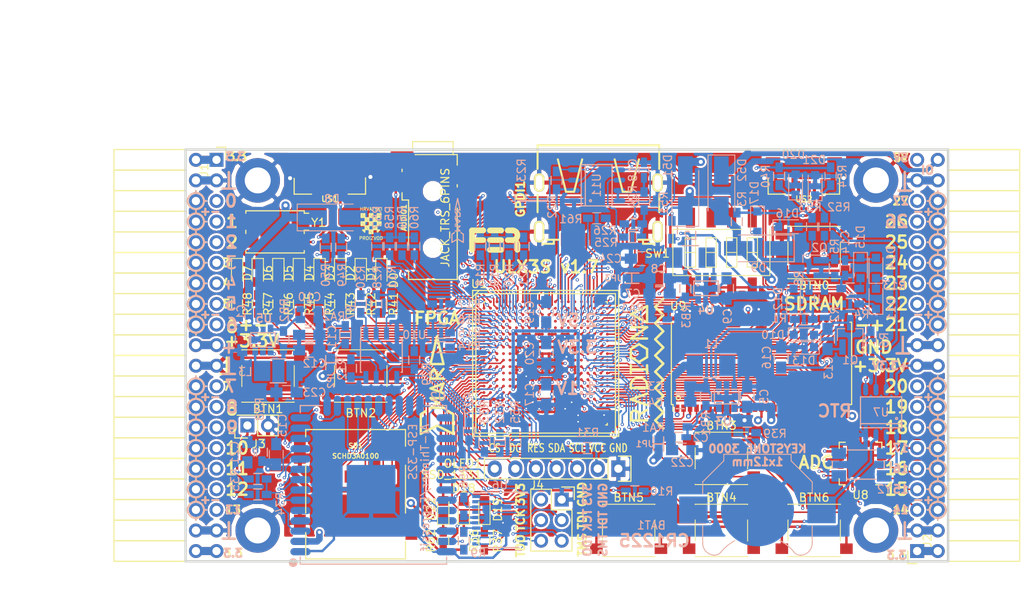
<source format=kicad_pcb>
(kicad_pcb (version 4) (host pcbnew 4.0.7+dfsg1-1)
  (layers (0 F.Cu signal) (1 In1.Cu signal) (2 In2.Cu signal) (31 B.Cu signal) (34 B.Paste user) (35 F.Paste user) (36 B.SilkS user) (37 F.SilkS user) (38 B.Mask user) (39 F.Mask user) (44 Edge.Cuts user))
  (net 0 "")
  (net 1 GND)
  (net 2 +5V)
  (net 3 /gpio/IN5V)
  (net 4 /gpio/OUT5V)
  (net 5 +3V3)
  (net 6 BTN_D)
  (net 7 BTN_F1)
  (net 8 BTN_F2)
  (net 9 BTN_L)
  (net 10 BTN_R)
  (net 11 BTN_U)
  (net 12 /power/FB1)
  (net 13 +2V5)
  (net 14 /power/PWREN)
  (net 15 /power/FB3)
  (net 16 /power/FB2)
  (net 17 "Net-(D9-Pad1)")
  (net 18 /power/VBAT)
  (net 19 JTAG_TDI)
  (net 20 JTAG_TCK)
  (net 21 JTAG_TMS)
  (net 22 JTAG_TDO)
  (net 23 /power/WAKEUPn)
  (net 24 /power/WKUP)
  (net 25 /power/SHUT)
  (net 26 /power/WAKE)
  (net 27 /power/HOLD)
  (net 28 /power/WKn)
  (net 29 /power/OSCI_32k)
  (net 30 /power/OSCO_32k)
  (net 31 "Net-(Q2-Pad3)")
  (net 32 SHUTDOWN)
  (net 33 /analog/AUDIO_L)
  (net 34 /analog/AUDIO_R)
  (net 35 GPDI_5V_SCL)
  (net 36 GPDI_5V_SDA)
  (net 37 GPDI_SDA)
  (net 38 GPDI_SCL)
  (net 39 /gpdi/VREF2)
  (net 40 SD_CMD)
  (net 41 SD_CLK)
  (net 42 SD_D0)
  (net 43 SD_D1)
  (net 44 USB5V)
  (net 45 GPDI_CEC)
  (net 46 nRESET)
  (net 47 FTDI_nDTR)
  (net 48 SDRAM_CKE)
  (net 49 SDRAM_A7)
  (net 50 SDRAM_D15)
  (net 51 SDRAM_BA1)
  (net 52 SDRAM_D7)
  (net 53 SDRAM_A6)
  (net 54 SDRAM_CLK)
  (net 55 SDRAM_D13)
  (net 56 SDRAM_BA0)
  (net 57 SDRAM_D6)
  (net 58 SDRAM_A5)
  (net 59 SDRAM_D14)
  (net 60 SDRAM_A11)
  (net 61 SDRAM_D12)
  (net 62 SDRAM_D5)
  (net 63 SDRAM_A4)
  (net 64 SDRAM_A10)
  (net 65 SDRAM_D11)
  (net 66 SDRAM_A3)
  (net 67 SDRAM_D4)
  (net 68 SDRAM_D10)
  (net 69 SDRAM_D9)
  (net 70 SDRAM_A9)
  (net 71 SDRAM_D3)
  (net 72 SDRAM_D8)
  (net 73 SDRAM_A8)
  (net 74 SDRAM_A2)
  (net 75 SDRAM_A1)
  (net 76 SDRAM_A0)
  (net 77 SDRAM_D2)
  (net 78 SDRAM_D1)
  (net 79 SDRAM_D0)
  (net 80 SDRAM_DQM0)
  (net 81 SDRAM_nCS)
  (net 82 SDRAM_nRAS)
  (net 83 SDRAM_DQM1)
  (net 84 SDRAM_nCAS)
  (net 85 SDRAM_nWE)
  (net 86 /flash/FLASH_nWP)
  (net 87 /flash/FLASH_nHOLD)
  (net 88 /flash/FLASH_MOSI)
  (net 89 /flash/FLASH_MISO)
  (net 90 /flash/FLASH_SCK)
  (net 91 /flash/FLASH_nCS)
  (net 92 /flash/FPGA_PROGRAMN)
  (net 93 /flash/FPGA_DONE)
  (net 94 /flash/FPGA_INITN)
  (net 95 OLED_RES)
  (net 96 OLED_DC)
  (net 97 OLED_CS)
  (net 98 WIFI_EN)
  (net 99 FTDI_nRTS)
  (net 100 FTDI_TXD)
  (net 101 FTDI_RXD)
  (net 102 WIFI_RXD)
  (net 103 WIFI_GPIO0)
  (net 104 WIFI_TXD)
  (net 105 GPDI_ETH-)
  (net 106 GPDI_ETH+)
  (net 107 GPDI_D2+)
  (net 108 GPDI_D2-)
  (net 109 GPDI_D1+)
  (net 110 GPDI_D1-)
  (net 111 GPDI_D0+)
  (net 112 GPDI_D0-)
  (net 113 GPDI_CLK+)
  (net 114 GPDI_CLK-)
  (net 115 USB_FTDI_D+)
  (net 116 USB_FTDI_D-)
  (net 117 J1_17-)
  (net 118 J1_17+)
  (net 119 J1_23-)
  (net 120 J1_23+)
  (net 121 J1_25-)
  (net 122 J1_25+)
  (net 123 J1_27-)
  (net 124 J1_27+)
  (net 125 J1_29-)
  (net 126 J1_29+)
  (net 127 J1_31-)
  (net 128 J1_31+)
  (net 129 J1_33-)
  (net 130 J1_33+)
  (net 131 J1_35-)
  (net 132 J1_35+)
  (net 133 J2_5-)
  (net 134 J2_5+)
  (net 135 J2_7-)
  (net 136 J2_7+)
  (net 137 J2_9-)
  (net 138 J2_9+)
  (net 139 J2_13-)
  (net 140 J2_13+)
  (net 141 J2_17-)
  (net 142 J2_17+)
  (net 143 J2_11-)
  (net 144 J2_11+)
  (net 145 J2_23-)
  (net 146 J2_23+)
  (net 147 J1_5-)
  (net 148 J1_5+)
  (net 149 J1_7-)
  (net 150 J1_7+)
  (net 151 J1_9-)
  (net 152 J1_9+)
  (net 153 J1_11-)
  (net 154 J1_11+)
  (net 155 J1_13-)
  (net 156 J1_13+)
  (net 157 J1_15-)
  (net 158 J1_15+)
  (net 159 J2_15-)
  (net 160 J2_15+)
  (net 161 J2_25-)
  (net 162 J2_25+)
  (net 163 J2_27-)
  (net 164 J2_27+)
  (net 165 J2_29-)
  (net 166 J2_29+)
  (net 167 J2_31-)
  (net 168 J2_31+)
  (net 169 J2_33-)
  (net 170 J2_33+)
  (net 171 J2_35-)
  (net 172 J2_35+)
  (net 173 SD_D3)
  (net 174 AUDIO_L3)
  (net 175 AUDIO_L2)
  (net 176 AUDIO_L1)
  (net 177 AUDIO_L0)
  (net 178 AUDIO_R3)
  (net 179 AUDIO_R2)
  (net 180 AUDIO_R1)
  (net 181 AUDIO_R0)
  (net 182 OLED_CLK)
  (net 183 OLED_MOSI)
  (net 184 LED0)
  (net 185 LED1)
  (net 186 LED2)
  (net 187 LED3)
  (net 188 LED4)
  (net 189 LED5)
  (net 190 LED6)
  (net 191 LED7)
  (net 192 BTN_PWRn)
  (net 193 FTDI_nTXLED)
  (net 194 FTDI_nSLEEP)
  (net 195 /blinkey/LED_PWREN)
  (net 196 /blinkey/LED_TXLED)
  (net 197 FT3V3)
  (net 198 /sdcard/SD3V3)
  (net 199 SD_D2)
  (net 200 CLK_25MHz)
  (net 201 /blinkey/BTNPUL)
  (net 202 /blinkey/BTNPUR)
  (net 203 USB_FPGA_D+)
  (net 204 /power/FTDI_nSUSPEND)
  (net 205 /blinkey/ALED0)
  (net 206 /blinkey/ALED1)
  (net 207 /blinkey/ALED2)
  (net 208 /blinkey/ALED3)
  (net 209 /blinkey/ALED4)
  (net 210 /blinkey/ALED5)
  (net 211 /blinkey/ALED6)
  (net 212 /blinkey/ALED7)
  (net 213 /usb/FTD-)
  (net 214 /usb/FTD+)
  (net 215 ADC_MISO)
  (net 216 ADC_MOSI)
  (net 217 ADC_CSn)
  (net 218 ADC_SCLK)
  (net 219 "Net-(R51-Pad2)")
  (net 220 SW3)
  (net 221 SW2)
  (net 222 SW1)
  (net 223 SW0)
  (net 224 USB_FPGA_D-)
  (net 225 /usb/FPD+)
  (net 226 /usb/FPD-)
  (net 227 WIFI_GPIO16)
  (net 228 WIFI_GPIO15)
  (net 229 /usb/ANT_433MHz)
  (net 230 /power/PWRBTn)
  (net 231 PROG_DONE)
  (net 232 /power/P3V3)
  (net 233 /power/P2V5)
  (net 234 /power/L1)
  (net 235 /power/L3)
  (net 236 /power/L2)
  (net 237 FTDI_TXDEN)
  (net 238 /wifi/WIFIOFF)
  (net 239 SDRAM_A12)
  (net 240 /analog/AUDIO_V)
  (net 241 AUDIO_V3)
  (net 242 AUDIO_V2)
  (net 243 AUDIO_V1)
  (net 244 AUDIO_V0)
  (net 245 /gpdi/FPGA_CEC)
  (net 246 /blinkey/LED_WIFI)
  (net 247 WIFI_GPIO2)
  (net 248 /power/P1V1)
  (net 249 +1V1)
  (module Socket_Strips:Socket_Strip_Angled_2x20 (layer F.Cu) (at 97.91 62.69 270)
    (fp_text reference J1 (at 1.27 1.524 270) (layer F.SilkS))
    (fp_text value CONN_02X20 hide)
    (pad 1 thru_hole rect (at 0 0 270) (size 1.7272 1.7272) (drill 1.016) (layers *.Cu *.Mask) (net 5 +3V3))
    (pad 2 thru_hole oval (at 0 2.54 270) (size 1.7272 1.7272) (drill 1.016) (layers *.Cu *.Mask) (net 5 +3V3))
    (pad 3 thru_hole oval (at 2.54 0 270) (size 1.7272 1.7272) (drill 1.016) (layers *.Cu *.Mask) (net 1 GND))
    (pad 4 thru_hole oval (at 2.54 2.54 270) (size 1.7272 1.7272) (drill 1.016) (layers *.Cu *.Mask) (net 1 GND))
    (pad 5 thru_hole oval (at 5.08 0 270) (size 1.7272 1.7272) (drill 1.016) (layers *.Cu *.Mask) (net 147 J1_5-))
    (pad 6 thru_hole oval (at 5.08 2.54 270) (size 1.7272 1.7272) (drill 1.016) (layers *.Cu *.Mask) (net 148 J1_5+))
    (pad 7 thru_hole oval (at 7.62 0 270) (size 1.7272 1.7272) (drill 1.016) (layers *.Cu *.Mask) (net 149 J1_7-))
    (pad 8 thru_hole oval (at 7.62 2.54 270) (size 1.7272 1.7272) (drill 1.016) (layers *.Cu *.Mask) (net 150 J1_7+))
    (pad 9 thru_hole oval (at 10.16 0 270) (size 1.7272 1.7272) (drill 1.016) (layers *.Cu *.Mask) (net 151 J1_9-))
    (pad 10 thru_hole oval (at 10.16 2.54 270) (size 1.7272 1.7272) (drill 1.016) (layers *.Cu *.Mask) (net 152 J1_9+))
    (pad 11 thru_hole oval (at 12.7 0 270) (size 1.7272 1.7272) (drill 1.016) (layers *.Cu *.Mask) (net 153 J1_11-))
    (pad 12 thru_hole oval (at 12.7 2.54 270) (size 1.7272 1.7272) (drill 1.016) (layers *.Cu *.Mask) (net 154 J1_11+))
    (pad 13 thru_hole oval (at 15.24 0 270) (size 1.7272 1.7272) (drill 1.016) (layers *.Cu *.Mask) (net 155 J1_13-))
    (pad 14 thru_hole oval (at 15.24 2.54 270) (size 1.7272 1.7272) (drill 1.016) (layers *.Cu *.Mask) (net 156 J1_13+))
    (pad 15 thru_hole oval (at 17.78 0 270) (size 1.7272 1.7272) (drill 1.016) (layers *.Cu *.Mask) (net 157 J1_15-))
    (pad 16 thru_hole oval (at 17.78 2.54 270) (size 1.7272 1.7272) (drill 1.016) (layers *.Cu *.Mask) (net 158 J1_15+))
    (pad 17 thru_hole oval (at 20.32 0 270) (size 1.7272 1.7272) (drill 1.016) (layers *.Cu *.Mask) (net 117 J1_17-))
    (pad 18 thru_hole oval (at 20.32 2.54 270) (size 1.7272 1.7272) (drill 1.016) (layers *.Cu *.Mask) (net 118 J1_17+))
    (pad 19 thru_hole oval (at 22.86 0 270) (size 1.7272 1.7272) (drill 1.016) (layers *.Cu *.Mask) (net 5 +3V3))
    (pad 20 thru_hole oval (at 22.86 2.54 270) (size 1.7272 1.7272) (drill 1.016) (layers *.Cu *.Mask) (net 5 +3V3))
    (pad 21 thru_hole oval (at 25.4 0 270) (size 1.7272 1.7272) (drill 1.016) (layers *.Cu *.Mask) (net 1 GND))
    (pad 22 thru_hole oval (at 25.4 2.54 270) (size 1.7272 1.7272) (drill 1.016) (layers *.Cu *.Mask) (net 1 GND))
    (pad 23 thru_hole oval (at 27.94 0 270) (size 1.7272 1.7272) (drill 1.016) (layers *.Cu *.Mask) (net 119 J1_23-))
    (pad 24 thru_hole oval (at 27.94 2.54 270) (size 1.7272 1.7272) (drill 1.016) (layers *.Cu *.Mask) (net 120 J1_23+))
    (pad 25 thru_hole oval (at 30.48 0 270) (size 1.7272 1.7272) (drill 1.016) (layers *.Cu *.Mask) (net 121 J1_25-))
    (pad 26 thru_hole oval (at 30.48 2.54 270) (size 1.7272 1.7272) (drill 1.016) (layers *.Cu *.Mask) (net 122 J1_25+))
    (pad 27 thru_hole oval (at 33.02 0 270) (size 1.7272 1.7272) (drill 1.016) (layers *.Cu *.Mask) (net 123 J1_27-))
    (pad 28 thru_hole oval (at 33.02 2.54 270) (size 1.7272 1.7272) (drill 1.016) (layers *.Cu *.Mask) (net 124 J1_27+))
    (pad 29 thru_hole oval (at 35.56 0 270) (size 1.7272 1.7272) (drill 1.016) (layers *.Cu *.Mask) (net 125 J1_29-))
    (pad 30 thru_hole oval (at 35.56 2.54 270) (size 1.7272 1.7272) (drill 1.016) (layers *.Cu *.Mask) (net 126 J1_29+))
    (pad 31 thru_hole oval (at 38.1 0 270) (size 1.7272 1.7272) (drill 1.016) (layers *.Cu *.Mask) (net 127 J1_31-))
    (pad 32 thru_hole oval (at 38.1 2.54 270) (size 1.7272 1.7272) (drill 1.016) (layers *.Cu *.Mask) (net 128 J1_31+))
    (pad 33 thru_hole oval (at 40.64 0 270) (size 1.7272 1.7272) (drill 1.016) (layers *.Cu *.Mask) (net 129 J1_33-))
    (pad 34 thru_hole oval (at 40.64 2.54 270) (size 1.7272 1.7272) (drill 1.016) (layers *.Cu *.Mask) (net 130 J1_33+))
    (pad 35 thru_hole oval (at 43.18 0 270) (size 1.7272 1.7272) (drill 1.016) (layers *.Cu *.Mask) (net 131 J1_35-))
    (pad 36 thru_hole oval (at 43.18 2.54 270) (size 1.7272 1.7272) (drill 1.016) (layers *.Cu *.Mask) (net 132 J1_35+))
    (pad 37 thru_hole oval (at 45.72 0 270) (size 1.7272 1.7272) (drill 1.016) (layers *.Cu *.Mask) (net 1 GND))
    (pad 38 thru_hole oval (at 45.72 2.54 270) (size 1.7272 1.7272) (drill 1.016) (layers *.Cu *.Mask) (net 1 GND))
    (pad 39 thru_hole oval (at 48.26 0 270) (size 1.7272 1.7272) (drill 1.016) (layers *.Cu *.Mask) (net 5 +3V3))
    (pad 40 thru_hole oval (at 48.26 2.54 270) (size 1.7272 1.7272) (drill 1.016) (layers *.Cu *.Mask) (net 5 +3V3))
  )
  (module SMD_Packages:1Pin (layer F.Cu) (at 182.67515 111.637626)
    (fp_text reference AE1 hide)
    (fp_text value 433MHz hide)
    (pad 1 smd rect (at 0 0) (size 0.5 0.5) (layers B.Cu F.Paste F.Mask) (net 229 /usb/ANT_433MHz))
  )
  (module Resistors_SMD:R_0603_HandSoldering (layer B.Cu) (at 103.498 98.758 90)
    (fp_text reference R38 (at 5.334 -0.254 90) (layer B.SilkS) (effects (justify mirror)))
    (fp_text value 0.47)
    (pad 1 smd rect (at -1.1 0 90) (size 1.2 0.9) (layers B.Cu B.Paste B.Mask) (net 198 /sdcard/SD3V3))
    (pad 2 smd rect (at 1.1 0 90) (size 1.2 0.9) (layers B.Cu B.Paste B.Mask) (net 5 +3V3))
  )
  (module jumper:SOLDER-JUMPER_1-WAY (layer B.Cu) (at 152.393 97.742 270)
    (fp_text reference JP1 (at 0 1.778 360) (layer B.SilkS) (effects (font (size 0.762 0.762) (thickness 0.1524)) (justify mirror)))
    (fp_text value 1.2 hide)
    (pad 1 smd rect (at -0.6 0 270) (size 1 1) (layers B.Cu B.Paste B.Mask) (net 248 /power/P1V1))
    (pad 2 smd rect (at 0.6 0 270) (size 1 1) (layers B.Cu B.Paste B.Mask) (net 249 +1V1))
  )
  (module ESP32-footprints-Lib:ESP-32S (layer B.Cu) (at 117.313 101.513)
    (fp_text reference U2 (at 7.902 -9.613 180) (layer B.SilkS) (effects (justify mirror)))
    (fp_text value ESP-32S)
    (fp_text user AI-Thinker/Espressif (at 6.3 1.6 270) (layer B.SilkS) (effects (justify mirror)))
    (fp_text user ESP-32S (at 4.8 -2.8 270) (layer B.SilkS) (effects (justify mirror)))
    (pad 38 smd oval (at 8.947434 9.517338 180) (size 2.5 0.9) (layers B.Cu B.Paste B.Mask) (net 1 GND))
    (pad 37 smd oval (at 8.947434 8.247338 180) (size 2.5 0.9) (layers B.Cu B.Paste B.Mask) (net 19 JTAG_TDI))
    (pad 36 smd oval (at 8.947434 6.977338 180) (size 2.5 0.9) (layers B.Cu B.Paste B.Mask) (net 231 PROG_DONE))
    (pad 35 smd oval (at 8.947434 5.707338 180) (size 2.5 0.9) (layers B.Cu B.Paste B.Mask) (net 104 WIFI_TXD))
    (pad 34 smd oval (at 8.947434 4.437338 180) (size 2.5 0.9) (layers B.Cu B.Paste B.Mask) (net 102 WIFI_RXD))
    (pad 33 smd oval (at 8.947434 3.167338 180) (size 2.5 0.9) (layers B.Cu B.Paste B.Mask) (net 21 JTAG_TMS))
    (pad 32 smd oval (at 8.947434 1.897338 180) (size 2.5 0.9) (layers B.Cu B.Paste B.Mask))
    (pad 31 smd oval (at 8.947434 0.627338 180) (size 2.5 0.9) (layers B.Cu B.Paste B.Mask) (net 22 JTAG_TDO))
    (pad 30 smd oval (at 8.947434 -0.642662 180) (size 2.5 0.9) (layers B.Cu B.Paste B.Mask) (net 20 JTAG_TCK))
    (pad 29 smd oval (at 8.947434 -1.912662 180) (size 2.5 0.9) (layers B.Cu B.Paste B.Mask))
    (pad 28 smd oval (at 8.947434 -3.182662 180) (size 2.5 0.9) (layers B.Cu B.Paste B.Mask))
    (pad 27 smd oval (at 8.947434 -4.452662 180) (size 2.5 0.9) (layers B.Cu B.Paste B.Mask) (net 227 WIFI_GPIO16))
    (pad 26 smd oval (at 8.947434 -5.722662 180) (size 2.5 0.9) (layers B.Cu B.Paste B.Mask))
    (pad 25 smd oval (at 8.947434 -6.992662 180) (size 2.5 0.9) (layers B.Cu B.Paste B.Mask) (net 103 WIFI_GPIO0))
    (pad 24 smd oval (at 5.662434 -8.482662 180) (size 0.9 2.5) (layers B.Cu B.Paste B.Mask) (net 247 WIFI_GPIO2))
    (pad 23 smd oval (at 4.392434 -8.482662 180) (size 0.9 2.5) (layers B.Cu B.Paste B.Mask) (net 228 WIFI_GPIO15))
    (pad 22 smd oval (at 3.122434 -8.482662 180) (size 0.9 2.5) (layers B.Cu B.Paste B.Mask) (net 43 SD_D1))
    (pad 21 smd oval (at 1.852434 -8.482662 180) (size 0.9 2.5) (layers B.Cu B.Paste B.Mask) (net 42 SD_D0))
    (pad 20 smd oval (at 0.582434 -8.482662 180) (size 0.9 2.5) (layers B.Cu B.Paste B.Mask) (net 41 SD_CLK))
    (pad 19 smd oval (at -0.687566 -8.482662 180) (size 0.9 2.5) (layers B.Cu B.Paste B.Mask) (net 40 SD_CMD))
    (pad 18 smd oval (at -1.957566 -8.482662 180) (size 0.9 2.5) (layers B.Cu B.Paste B.Mask) (net 173 SD_D3))
    (pad 17 smd oval (at -3.227566 -8.482662 180) (size 0.9 2.5) (layers B.Cu B.Paste B.Mask) (net 199 SD_D2))
    (pad 16 smd oval (at -4.497566 -8.482662 180) (size 0.9 2.5) (layers B.Cu B.Paste B.Mask) (net 123 J1_27-))
    (pad 15 smd oval (at -5.767566 -8.482662 180) (size 0.9 2.5) (layers B.Cu B.Paste B.Mask) (net 1 GND))
    (pad 14 smd oval (at -9.052566 -6.992662 180) (size 2.5 0.9) (layers B.Cu B.Paste B.Mask) (net 124 J1_27+))
    (pad 13 smd oval (at -9.052566 -5.722662 180) (size 2.5 0.9) (layers B.Cu B.Paste B.Mask) (net 125 J1_29-))
    (pad 12 smd oval (at -9.052566 -4.452662 180) (size 2.5 0.9) (layers B.Cu B.Paste B.Mask) (net 126 J1_29+))
    (pad 11 smd oval (at -9.052566 -3.182662 180) (size 2.5 0.9) (layers B.Cu B.Paste B.Mask) (net 127 J1_31-))
    (pad 10 smd oval (at -9.052566 -1.912662 180) (size 2.5 0.9) (layers B.Cu B.Paste B.Mask) (net 128 J1_31+))
    (pad 9 smd oval (at -9.052566 -0.642662 180) (size 2.5 0.9) (layers B.Cu B.Paste B.Mask) (net 129 J1_33-))
    (pad 8 smd oval (at -9.052566 0.627338 180) (size 2.5 0.9) (layers B.Cu B.Paste B.Mask) (net 130 J1_33+))
    (pad 7 smd oval (at -9.052566 1.897338 180) (size 2.5 0.9) (layers B.Cu B.Paste B.Mask) (net 131 J1_35-))
    (pad 6 smd oval (at -9.052566 3.167338 180) (size 2.5 0.9) (layers B.Cu B.Paste B.Mask) (net 132 J1_35+))
    (pad 5 smd oval (at -9.052566 4.437338 180) (size 2.5 0.9) (layers B.Cu B.Paste B.Mask))
    (pad 4 smd oval (at -9.052566 5.707338 180) (size 2.5 0.9) (layers B.Cu B.Paste B.Mask))
    (pad 3 smd oval (at -9.052566 6.977338 180) (size 2.5 0.9) (layers B.Cu B.Paste B.Mask) (net 98 WIFI_EN))
    (pad 2 smd oval (at -9.052566 8.247338 180) (size 2.5 0.9) (layers B.Cu B.Paste B.Mask) (net 5 +3V3))
    (pad 1 smd oval (at -9.052566 9.517338 180) (size 2.5 0.9) (layers B.Cu B.Paste B.Mask) (net 1 GND))
    (pad 39 smd rect (at -0.352566 1.817338 180) (size 6 6) (layers B.Cu B.Paste B.Mask) (net 1 GND))
  )
  (module Diodes_SMD:D_SMA_Handsoldering (layer B.Cu) (at 155.695 66.5 90)
    (fp_text reference D51 (at 3.048 -2.159 90) (layer B.SilkS) (effects (justify mirror)))
    (fp_text value STPS2L30AF hide)
    (pad 1 smd rect (at -2.5 0 90) (size 3.5 1.8) (layers B.Cu B.Paste B.Mask) (net 2 +5V))
    (pad 2 smd rect (at 2.5 0 90) (size 3.5 1.8) (layers B.Cu B.Paste B.Mask) (net 3 /gpio/IN5V))
  )
  (module Resistors_SMD:R_0603_HandSoldering (layer B.Cu) (at 154.044 71.326 90)
    (fp_text reference R51 (at 3.302 -1.016 90) (layer B.SilkS) (effects (justify mirror)))
    (fp_text value 150)
    (pad 1 smd rect (at -1.1 0 90) (size 1.2 0.9) (layers B.Cu B.Paste B.Mask) (net 5 +3V3))
    (pad 2 smd rect (at 1.1 0 90) (size 1.2 0.9) (layers B.Cu B.Paste B.Mask) (net 219 "Net-(R51-Pad2)"))
  )
  (module Resistors_SMD:R_1210_HandSoldering (layer B.Cu) (at 158.87 88.09 180)
    (fp_text reference L1 (at 0 2.7 180) (layer B.SilkS) (effects (justify mirror)))
    (fp_text value 2.2uH)
    (pad 1 smd rect (at -2 0 180) (size 2 2.5) (layers B.Cu B.Paste B.Mask) (net 234 /power/L1))
    (pad 2 smd rect (at 2 0 180) (size 2 2.5) (layers B.Cu B.Paste B.Mask) (net 248 /power/P1V1))
  )
  (module TSOT-25:TSOT-25 (layer B.Cu) (at 160.775 91.9)
    (fp_text reference U3 (at -0.381 3.048) (layer B.SilkS) (effects (font (thickness 0.2)) (justify mirror)))
    (fp_text value AP3429A)
    (pad 1 smd rect (at -0.95 -1.3) (size 0.7 1.2) (layers B.Cu B.Paste B.Mask) (net 14 /power/PWREN))
    (pad 2 smd rect (at 0 -1.3) (size 0.7 1.2) (layers B.Cu B.Paste B.Mask) (net 1 GND))
    (pad 3 smd rect (at 0.95 -1.3) (size 0.7 1.2) (layers B.Cu B.Paste B.Mask) (net 234 /power/L1))
    (pad 4 smd rect (at 0.95 1.3) (size 0.7 1.2) (layers B.Cu B.Paste B.Mask) (net 2 +5V))
    (pad 5 smd rect (at -0.95 1.3) (size 0.7 1.2) (layers B.Cu B.Paste B.Mask) (net 12 /power/FB1))
  )
  (module Resistors_SMD:R_1210_HandSoldering (layer B.Cu) (at 156.33 74.755 180)
    (fp_text reference L2 (at 0 2.7 180) (layer B.SilkS) (effects (justify mirror)))
    (fp_text value 2.2uH)
    (pad 1 smd rect (at -2 0 180) (size 2 2.5) (layers B.Cu B.Paste B.Mask) (net 235 /power/L3))
    (pad 2 smd rect (at 2 0 180) (size 2 2.5) (layers B.Cu B.Paste B.Mask) (net 232 /power/P3V3))
  )
  (module TSOT-25:TSOT-25 (layer B.Cu) (at 158.235 78.535)
    (fp_text reference U4 (at 0 2.697) (layer B.SilkS) (effects (font (thickness 0.2)) (justify mirror)))
    (fp_text value AP3429A)
    (pad 1 smd rect (at -0.95 -1.3) (size 0.7 1.2) (layers B.Cu B.Paste B.Mask) (net 14 /power/PWREN))
    (pad 2 smd rect (at 0 -1.3) (size 0.7 1.2) (layers B.Cu B.Paste B.Mask) (net 1 GND))
    (pad 3 smd rect (at 0.95 -1.3) (size 0.7 1.2) (layers B.Cu B.Paste B.Mask) (net 235 /power/L3))
    (pad 4 smd rect (at 0.95 1.3) (size 0.7 1.2) (layers B.Cu B.Paste B.Mask) (net 2 +5V))
    (pad 5 smd rect (at -0.95 1.3) (size 0.7 1.2) (layers B.Cu B.Paste B.Mask) (net 15 /power/FB3))
  )
  (module Resistors_SMD:R_1210_HandSoldering (layer B.Cu) (at 105.53 88.725)
    (fp_text reference L3 (at -4.064 0.127) (layer B.SilkS) (effects (justify mirror)))
    (fp_text value 2.2uH)
    (pad 1 smd rect (at -2 0) (size 2 2.5) (layers B.Cu B.Paste B.Mask) (net 236 /power/L2))
    (pad 2 smd rect (at 2 0) (size 2 2.5) (layers B.Cu B.Paste B.Mask) (net 233 /power/P2V5))
  )
  (module TSOT-25:TSOT-25 (layer B.Cu) (at 103.625 84.915 180)
    (fp_text reference U5 (at -0.127 2.667 180) (layer B.SilkS) (effects (font (thickness 0.2)) (justify mirror)))
    (fp_text value AP3429A)
    (pad 1 smd rect (at -0.95 -1.3 180) (size 0.7 1.2) (layers B.Cu B.Paste B.Mask) (net 14 /power/PWREN))
    (pad 2 smd rect (at 0 -1.3 180) (size 0.7 1.2) (layers B.Cu B.Paste B.Mask) (net 1 GND))
    (pad 3 smd rect (at 0.95 -1.3 180) (size 0.7 1.2) (layers B.Cu B.Paste B.Mask) (net 236 /power/L2))
    (pad 4 smd rect (at 0.95 1.3 180) (size 0.7 1.2) (layers B.Cu B.Paste B.Mask) (net 2 +5V))
    (pad 5 smd rect (at -0.95 1.3 180) (size 0.7 1.2) (layers B.Cu B.Paste B.Mask) (net 16 /power/FB2))
  )
  (module Capacitors_SMD:C_0805_HandSoldering (layer B.Cu) (at 101.085 84.915 270)
    (fp_text reference C1 (at -3.429 0.127 270) (layer B.SilkS) (effects (justify mirror)))
    (fp_text value 22uF)
    (pad 1 smd rect (at -1.25 0 270) (size 1.5 1.25) (layers B.Cu B.Paste B.Mask) (net 2 +5V))
    (pad 2 smd rect (at 1.25 0 270) (size 1.5 1.25) (layers B.Cu B.Paste B.Mask) (net 1 GND))
  )
  (module Capacitors_SMD:C_0805_HandSoldering (layer B.Cu) (at 155.06 90.63)
    (fp_text reference C3 (at -3.048 0) (layer B.SilkS) (effects (justify mirror)))
    (fp_text value 22uF)
    (pad 1 smd rect (at -1.25 0) (size 1.5 1.25) (layers B.Cu B.Paste B.Mask) (net 248 /power/P1V1))
    (pad 2 smd rect (at 1.25 0) (size 1.5 1.25) (layers B.Cu B.Paste B.Mask) (net 1 GND))
  )
  (module Capacitors_SMD:C_0805_HandSoldering (layer B.Cu) (at 155.06 92.535)
    (fp_text reference C4 (at -3.048 0.127) (layer B.SilkS) (effects (justify mirror)))
    (fp_text value 22uF)
    (pad 1 smd rect (at -1.25 0) (size 1.5 1.25) (layers B.Cu B.Paste B.Mask) (net 248 /power/P1V1))
    (pad 2 smd rect (at 1.25 0) (size 1.5 1.25) (layers B.Cu B.Paste B.Mask) (net 1 GND))
  )
  (module Capacitors_SMD:C_0805_HandSoldering (layer B.Cu) (at 163.315 91.9 90)
    (fp_text reference C5 (at 0 2.1 90) (layer B.SilkS) (effects (justify mirror)))
    (fp_text value 22uF)
    (pad 1 smd rect (at -1.25 0 90) (size 1.5 1.25) (layers B.Cu B.Paste B.Mask) (net 2 +5V))
    (pad 2 smd rect (at 1.25 0 90) (size 1.5 1.25) (layers B.Cu B.Paste B.Mask) (net 1 GND))
  )
  (module Capacitors_SMD:C_0805_HandSoldering (layer B.Cu) (at 152.52 79.2)
    (fp_text reference C7 (at -3.302 0) (layer B.SilkS) (effects (justify mirror)))
    (fp_text value 22uF)
    (pad 1 smd rect (at -1.25 0) (size 1.5 1.25) (layers B.Cu B.Paste B.Mask) (net 232 /power/P3V3))
    (pad 2 smd rect (at 1.25 0) (size 1.5 1.25) (layers B.Cu B.Paste B.Mask) (net 1 GND))
  )
  (module Capacitors_SMD:C_0805_HandSoldering (layer B.Cu) (at 152.52 77.295)
    (fp_text reference C8 (at -0.127 -1.143) (layer B.SilkS) (effects (justify mirror)))
    (fp_text value 22uF)
    (pad 1 smd rect (at -1.25 0) (size 1.5 1.25) (layers B.Cu B.Paste B.Mask) (net 232 /power/P3V3))
    (pad 2 smd rect (at 1.25 0) (size 1.5 1.25) (layers B.Cu B.Paste B.Mask) (net 1 GND))
  )
  (module Capacitors_SMD:C_0805_HandSoldering (layer B.Cu) (at 160.775 78.565 90)
    (fp_text reference C9 (at -3.429 0.127 90) (layer B.SilkS) (effects (justify mirror)))
    (fp_text value 22uF)
    (pad 1 smd rect (at -1.25 0 90) (size 1.5 1.25) (layers B.Cu B.Paste B.Mask) (net 2 +5V))
    (pad 2 smd rect (at 1.25 0 90) (size 1.5 1.25) (layers B.Cu B.Paste B.Mask) (net 1 GND))
  )
  (module Capacitors_SMD:C_0805_HandSoldering (layer B.Cu) (at 109.34 84.28 180)
    (fp_text reference C11 (at -2.794 -0.254 270) (layer B.SilkS) (effects (justify mirror)))
    (fp_text value 22uF)
    (pad 1 smd rect (at -1.25 0 180) (size 1.5 1.25) (layers B.Cu B.Paste B.Mask) (net 233 /power/P2V5))
    (pad 2 smd rect (at 1.25 0 180) (size 1.5 1.25) (layers B.Cu B.Paste B.Mask) (net 1 GND))
  )
  (module Capacitors_SMD:C_0805_HandSoldering (layer B.Cu) (at 109.34 86.185 180)
    (fp_text reference C12 (at -0.635 -1.615 360) (layer B.SilkS) (effects (justify mirror)))
    (fp_text value 22uF)
    (pad 1 smd rect (at -1.25 0 180) (size 1.5 1.25) (layers B.Cu B.Paste B.Mask) (net 233 /power/P2V5))
    (pad 2 smd rect (at 1.25 0 180) (size 1.5 1.25) (layers B.Cu B.Paste B.Mask) (net 1 GND))
  )
  (module Capacitors_SMD:C_0805_HandSoldering (layer B.Cu) (at 173.221 84.788 90)
    (fp_text reference C13 (at -3.556 0.127 90) (layer B.SilkS) (effects (justify mirror)))
    (fp_text value 2.2uF)
    (pad 1 smd rect (at -1.25 0 90) (size 1.5 1.25) (layers B.Cu B.Paste B.Mask) (net 2 +5V))
    (pad 2 smd rect (at 1.25 0 90) (size 1.5 1.25) (layers B.Cu B.Paste B.Mask) (net 24 /power/WKUP))
  )
  (module TSOP54:TSOP54 (layer F.Cu) (at 165.08 87.8 90)
    (fp_text reference U9 (at 7.076 -10.274 180) (layer F.SilkS))
    (fp_text value MT48LC4M16A2TG)
    (pad 28 smd rect (at 5.53 10.4 90) (size 0.9 0.56) (layers F.Cu F.Paste F.Mask) (net 1 GND))
    (pad 1 smd rect (at -5.53 -10.4 90) (size 0.9 0.56) (layers F.Cu F.Paste F.Mask) (net 5 +3V3))
    (pad 2 smd rect (at -5.53 -9.6 90) (size 0.9 0.56) (layers F.Cu F.Paste F.Mask) (net 79 SDRAM_D0))
    (pad 3 smd rect (at -5.53 -8.8 90) (size 0.9 0.56) (layers F.Cu F.Paste F.Mask) (net 5 +3V3))
    (pad 4 smd rect (at -5.53 -8 90) (size 0.9 0.56) (layers F.Cu F.Paste F.Mask) (net 78 SDRAM_D1))
    (pad 5 smd rect (at -5.53 -7.2 90) (size 0.9 0.56) (layers F.Cu F.Paste F.Mask) (net 77 SDRAM_D2))
    (pad 6 smd rect (at -5.53 -6.4 90) (size 0.9 0.56) (layers F.Cu F.Paste F.Mask) (net 1 GND))
    (pad 7 smd rect (at -5.53 -5.6 90) (size 0.9 0.56) (layers F.Cu F.Paste F.Mask) (net 71 SDRAM_D3))
    (pad 8 smd rect (at -5.53 -4.8 90) (size 0.9 0.56) (layers F.Cu F.Paste F.Mask) (net 67 SDRAM_D4))
    (pad 9 smd rect (at -5.53 -4 90) (size 0.9 0.56) (layers F.Cu F.Paste F.Mask) (net 5 +3V3))
    (pad 10 smd rect (at -5.53 -3.2 90) (size 0.9 0.56) (layers F.Cu F.Paste F.Mask) (net 62 SDRAM_D5))
    (pad 11 smd rect (at -5.53 -2.4 90) (size 0.9 0.56) (layers F.Cu F.Paste F.Mask) (net 57 SDRAM_D6))
    (pad 12 smd rect (at -5.53 -1.6 90) (size 0.9 0.56) (layers F.Cu F.Paste F.Mask) (net 1 GND))
    (pad 13 smd rect (at -5.53 -0.8 90) (size 0.9 0.56) (layers F.Cu F.Paste F.Mask) (net 52 SDRAM_D7))
    (pad 14 smd rect (at -5.53 0 90) (size 0.9 0.56) (layers F.Cu F.Paste F.Mask) (net 5 +3V3))
    (pad 15 smd rect (at -5.53 0.8 90) (size 0.9 0.56) (layers F.Cu F.Paste F.Mask) (net 80 SDRAM_DQM0))
    (pad 16 smd rect (at -5.53 1.6 90) (size 0.9 0.56) (layers F.Cu F.Paste F.Mask) (net 85 SDRAM_nWE))
    (pad 17 smd rect (at -5.53 2.4 90) (size 0.9 0.56) (layers F.Cu F.Paste F.Mask) (net 84 SDRAM_nCAS))
    (pad 18 smd rect (at -5.53 3.2 90) (size 0.9 0.56) (layers F.Cu F.Paste F.Mask) (net 82 SDRAM_nRAS))
    (pad 19 smd rect (at -5.53 4 90) (size 0.9 0.56) (layers F.Cu F.Paste F.Mask) (net 81 SDRAM_nCS))
    (pad 20 smd rect (at -5.53 4.8 90) (size 0.9 0.56) (layers F.Cu F.Paste F.Mask) (net 56 SDRAM_BA0))
    (pad 21 smd rect (at -5.53 5.6 90) (size 0.9 0.56) (layers F.Cu F.Paste F.Mask) (net 51 SDRAM_BA1))
    (pad 22 smd rect (at -5.53 6.4 90) (size 0.9 0.56) (layers F.Cu F.Paste F.Mask) (net 64 SDRAM_A10))
    (pad 23 smd rect (at -5.53 7.2 90) (size 0.9 0.56) (layers F.Cu F.Paste F.Mask) (net 76 SDRAM_A0))
    (pad 24 smd rect (at -5.53 8 90) (size 0.9 0.56) (layers F.Cu F.Paste F.Mask) (net 75 SDRAM_A1))
    (pad 25 smd rect (at -5.53 8.8 90) (size 0.9 0.56) (layers F.Cu F.Paste F.Mask) (net 74 SDRAM_A2))
    (pad 26 smd rect (at -5.53 9.6 90) (size 0.9 0.56) (layers F.Cu F.Paste F.Mask) (net 66 SDRAM_A3))
    (pad 27 smd rect (at -5.53 10.4 90) (size 0.9 0.56) (layers F.Cu F.Paste F.Mask) (net 5 +3V3))
    (pad 29 smd rect (at 5.53 9.6 90) (size 0.9 0.56) (layers F.Cu F.Paste F.Mask) (net 63 SDRAM_A4))
    (pad 30 smd rect (at 5.53 8.8 90) (size 0.9 0.56) (layers F.Cu F.Paste F.Mask) (net 58 SDRAM_A5))
    (pad 31 smd rect (at 5.53 8 90) (size 0.9 0.56) (layers F.Cu F.Paste F.Mask) (net 53 SDRAM_A6))
    (pad 32 smd rect (at 5.53 7.2 90) (size 0.9 0.56) (layers F.Cu F.Paste F.Mask) (net 49 SDRAM_A7))
    (pad 33 smd rect (at 5.53 6.4 90) (size 0.9 0.56) (layers F.Cu F.Paste F.Mask) (net 73 SDRAM_A8))
    (pad 34 smd rect (at 5.53 5.6 90) (size 0.9 0.56) (layers F.Cu F.Paste F.Mask) (net 70 SDRAM_A9))
    (pad 35 smd rect (at 5.53 4.8 90) (size 0.9 0.56) (layers F.Cu F.Paste F.Mask) (net 60 SDRAM_A11))
    (pad 36 smd rect (at 5.53 4 90) (size 0.9 0.56) (layers F.Cu F.Paste F.Mask) (net 239 SDRAM_A12))
    (pad 37 smd rect (at 5.53 3.2 90) (size 0.9 0.56) (layers F.Cu F.Paste F.Mask) (net 48 SDRAM_CKE))
    (pad 38 smd rect (at 5.53 2.4 90) (size 0.9 0.56) (layers F.Cu F.Paste F.Mask) (net 54 SDRAM_CLK))
    (pad 39 smd rect (at 5.53 1.6 90) (size 0.9 0.56) (layers F.Cu F.Paste F.Mask) (net 83 SDRAM_DQM1))
    (pad 40 smd rect (at 5.53 0.8 90) (size 0.9 0.56) (layers F.Cu F.Paste F.Mask))
    (pad 41 smd rect (at 5.53 0 90) (size 0.9 0.56) (layers F.Cu F.Paste F.Mask) (net 1 GND))
    (pad 42 smd rect (at 5.53 -0.8 90) (size 0.9 0.56) (layers F.Cu F.Paste F.Mask) (net 72 SDRAM_D8))
    (pad 43 smd rect (at 5.53 -1.6 90) (size 0.9 0.56) (layers F.Cu F.Paste F.Mask) (net 5 +3V3))
    (pad 44 smd rect (at 5.53 -2.4 90) (size 0.9 0.56) (layers F.Cu F.Paste F.Mask) (net 69 SDRAM_D9))
    (pad 45 smd rect (at 5.53 -3.2 90) (size 0.9 0.56) (layers F.Cu F.Paste F.Mask) (net 68 SDRAM_D10))
    (pad 46 smd rect (at 5.53 -4 90) (size 0.9 0.56) (layers F.Cu F.Paste F.Mask) (net 1 GND))
    (pad 47 smd rect (at 5.53 -4.8 90) (size 0.9 0.56) (layers F.Cu F.Paste F.Mask) (net 65 SDRAM_D11))
    (pad 48 smd rect (at 5.53 -5.6 90) (size 0.9 0.56) (layers F.Cu F.Paste F.Mask) (net 61 SDRAM_D12))
    (pad 49 smd rect (at 5.53 -6.4 90) (size 0.9 0.56) (layers F.Cu F.Paste F.Mask) (net 5 +3V3))
    (pad 50 smd rect (at 5.53 -7.2 90) (size 0.9 0.56) (layers F.Cu F.Paste F.Mask) (net 55 SDRAM_D13))
    (pad 51 smd rect (at 5.53 -8 90) (size 0.9 0.56) (layers F.Cu F.Paste F.Mask) (net 59 SDRAM_D14))
    (pad 52 smd rect (at 5.53 -8.8 90) (size 0.9 0.56) (layers F.Cu F.Paste F.Mask) (net 1 GND))
    (pad 53 smd rect (at 5.53 -9.6 90) (size 0.9 0.56) (layers F.Cu F.Paste F.Mask) (net 50 SDRAM_D15))
    (pad 54 smd rect (at 5.53 -10.4 90) (size 0.9 0.56) (layers F.Cu F.Paste F.Mask) (net 1 GND))
  )
  (module TO_SOT_Packages_SMD:SOT-23_Handsoldering (layer B.Cu) (at 176.015 84.28 90)
    (fp_text reference Q1 (at -3.1115 0 180) (layer B.SilkS) (effects (justify mirror)))
    (fp_text value BC857)
    (pad 1 smd rect (at -1.5 0.95 90) (size 1.9 0.8) (layers B.Cu B.Paste B.Mask) (net 28 /power/WKn))
    (pad 2 smd rect (at -1.5 -0.95 90) (size 1.9 0.8) (layers B.Cu B.Paste B.Mask) (net 2 +5V))
    (pad 3 smd rect (at 1.5 0 90) (size 1.9 0.8) (layers B.Cu B.Paste B.Mask) (net 24 /power/WKUP))
  )
  (module TO_SOT_Packages_SMD:SOT-23_Handsoldering (layer B.Cu) (at 170.935 76.025 180)
    (fp_text reference Q2 (at -1.295 2.5 180) (layer B.SilkS) (effects (justify mirror)))
    (fp_text value 2N7002)
    (pad 1 smd rect (at -1.5 0.95 180) (size 1.9 0.8) (layers B.Cu B.Paste B.Mask) (net 25 /power/SHUT))
    (pad 2 smd rect (at -1.5 -0.95 180) (size 1.9 0.8) (layers B.Cu B.Paste B.Mask) (net 1 GND))
    (pad 3 smd rect (at 1.5 0 180) (size 1.9 0.8) (layers B.Cu B.Paste B.Mask) (net 31 "Net-(Q2-Pad3)"))
  )
  (module Capacitors_SMD:C_0603_HandSoldering (layer B.Cu) (at 154.86 96.91)
    (fp_text reference C2 (at 2.74 0.07) (layer B.SilkS) (effects (justify mirror)))
    (fp_text value 470pF)
    (pad 1 smd rect (at -0.95 0) (size 1.2 0.75) (layers B.Cu B.Paste B.Mask) (net 248 /power/P1V1))
    (pad 2 smd rect (at 0.95 0) (size 1.2 0.75) (layers B.Cu B.Paste B.Mask) (net 12 /power/FB1))
  )
  (module Capacitors_SMD:C_0603_HandSoldering (layer B.Cu) (at 152.52 82.375)
    (fp_text reference C6 (at -2.794 0.127) (layer B.SilkS) (effects (justify mirror)))
    (fp_text value 470pF)
    (pad 1 smd rect (at -0.95 0) (size 1.2 0.75) (layers B.Cu B.Paste B.Mask) (net 232 /power/P3V3))
    (pad 2 smd rect (at 0.95 0) (size 1.2 0.75) (layers B.Cu B.Paste B.Mask) (net 15 /power/FB3))
  )
  (module Capacitors_SMD:C_0603_HandSoldering (layer B.Cu) (at 109.34 81.105 180)
    (fp_text reference C10 (at -0.04 1.505 180) (layer B.SilkS) (effects (justify mirror)))
    (fp_text value 470pF)
    (pad 1 smd rect (at -0.95 0 180) (size 1.2 0.75) (layers B.Cu B.Paste B.Mask) (net 233 /power/P2V5))
    (pad 2 smd rect (at 0.95 0 180) (size 1.2 0.75) (layers B.Cu B.Paste B.Mask) (net 16 /power/FB2))
  )
  (module Capacitors_SMD:C_0603_HandSoldering (layer B.Cu) (at 175.38 76.025 270)
    (fp_text reference C14 (at -3.175 0 270) (layer B.SilkS) (effects (justify mirror)))
    (fp_text value 100nF)
    (pad 1 smd rect (at -0.95 0 270) (size 1.2 0.75) (layers B.Cu B.Paste B.Mask) (net 25 /power/SHUT))
    (pad 2 smd rect (at 0.95 0 270) (size 1.2 0.75) (layers B.Cu B.Paste B.Mask) (net 1 GND))
  )
  (module Resistors_SMD:R_0603_HandSoldering (layer B.Cu) (at 170.3 82.375)
    (fp_text reference R1 (at -3.048 -0.127) (layer B.SilkS) (effects (justify mirror)))
    (fp_text value 15k)
    (pad 1 smd rect (at -1.1 0) (size 1.2 0.9) (layers B.Cu B.Paste B.Mask) (net 26 /power/WAKE))
    (pad 2 smd rect (at 1.1 0) (size 1.2 0.9) (layers B.Cu B.Paste B.Mask) (net 14 /power/PWREN))
  )
  (module Resistors_SMD:R_0603_HandSoldering (layer B.Cu) (at 172.84 79.835 90)
    (fp_text reference R2 (at -1.905 1.27 90) (layer B.SilkS) (effects (justify mirror)))
    (fp_text value 47k)
    (pad 1 smd rect (at -1.1 0 90) (size 1.2 0.9) (layers B.Cu B.Paste B.Mask) (net 14 /power/PWREN))
    (pad 2 smd rect (at 1.1 0 90) (size 1.2 0.9) (layers B.Cu B.Paste B.Mask) (net 1 GND))
  )
  (module Resistors_SMD:R_0603_HandSoldering (layer B.Cu) (at 176.015 80.47 180)
    (fp_text reference R4 (at -1.397 -1.27 360) (layer B.SilkS) (effects (justify mirror)))
    (fp_text value 15k)
    (pad 1 smd rect (at -1.1 0 180) (size 1.2 0.9) (layers B.Cu B.Paste B.Mask) (net 27 /power/HOLD))
    (pad 2 smd rect (at 1.1 0 180) (size 1.2 0.9) (layers B.Cu B.Paste B.Mask) (net 14 /power/PWREN))
  )
  (module Resistors_SMD:R_0603_HandSoldering (layer B.Cu) (at 174.11 76.025 270)
    (fp_text reference R5 (at -2.667 0 270) (layer B.SilkS) (effects (justify mirror)))
    (fp_text value 4.7M)
    (pad 1 smd rect (at -1.1 0 270) (size 1.2 0.9) (layers B.Cu B.Paste B.Mask) (net 25 /power/SHUT))
    (pad 2 smd rect (at 1.1 0 270) (size 1.2 0.9) (layers B.Cu B.Paste B.Mask) (net 1 GND))
  )
  (module Resistors_SMD:R_0603_HandSoldering (layer B.Cu) (at 178.555 84.915 270)
    (fp_text reference R6 (at 0 -1.651 270) (layer B.SilkS) (effects (justify mirror)))
    (fp_text value 1k)
    (pad 1 smd rect (at -1.1 0 270) (size 1.2 0.9) (layers B.Cu B.Paste B.Mask) (net 28 /power/WKn))
    (pad 2 smd rect (at 1.1 0 270) (size 1.2 0.9) (layers B.Cu B.Paste B.Mask) (net 23 /power/WAKEUPn))
  )
  (module Resistors_SMD:R_0603_HandSoldering (layer B.Cu) (at 113.785 84.28 270)
    (fp_text reference R7 (at -2.794 -0.635 270) (layer B.SilkS) (effects (justify mirror)))
    (fp_text value 150)
    (pad 1 smd rect (at -1.1 0 270) (size 1.2 0.9) (layers B.Cu B.Paste B.Mask) (net 5 +3V3))
    (pad 2 smd rect (at 1.1 0 270) (size 1.2 0.9) (layers B.Cu B.Paste B.Mask) (net 201 /blinkey/BTNPUL))
  )
  (module Resistors_SMD:R_0603_HandSoldering (layer B.Cu) (at 170.935 79.835 90)
    (fp_text reference R8 (at 2.54 -1.27 90) (layer B.SilkS) (effects (justify mirror)))
    (fp_text value 1k)
    (pad 1 smd rect (at -1.1 0 90) (size 1.2 0.9) (layers B.Cu B.Paste B.Mask) (net 14 /power/PWREN))
    (pad 2 smd rect (at 1.1 0 90) (size 1.2 0.9) (layers B.Cu B.Paste B.Mask) (net 31 "Net-(Q2-Pad3)"))
  )
  (module Resistors_SMD:R_0603_HandSoldering (layer B.Cu) (at 128.39 109.68 270)
    (fp_text reference R9 (at 1.524 -1.778 360) (layer B.SilkS) (effects (justify mirror)))
    (fp_text value 15k)
    (pad 1 smd rect (at -1.1 0 270) (size 1.2 0.9) (layers B.Cu B.Paste B.Mask) (net 46 nRESET))
    (pad 2 smd rect (at 1.1 0 270) (size 1.2 0.9) (layers B.Cu B.Paste B.Mask) (net 197 FT3V3))
  )
  (module Resistors_SMD:R_0603_HandSoldering (layer B.Cu) (at 149.472 103.584 180)
    (fp_text reference R10 (at -3.302 0 180) (layer B.SilkS) (effects (justify mirror)))
    (fp_text value 150)
    (pad 1 smd rect (at -1.1 0 180) (size 1.2 0.9) (layers B.Cu B.Paste B.Mask) (net 204 /power/FTDI_nSUSPEND))
    (pad 2 smd rect (at 1.1 0 180) (size 1.2 0.9) (layers B.Cu B.Paste B.Mask) (net 194 FTDI_nSLEEP))
  )
  (module Resistors_SMD:R_0603_HandSoldering (layer B.Cu) (at 176.015 78.565 180)
    (fp_text reference R13 (at -5.461 0.381 180) (layer B.SilkS) (effects (justify mirror)))
    (fp_text value 15k)
    (pad 1 smd rect (at -1.1 0 180) (size 1.2 0.9) (layers B.Cu B.Paste B.Mask) (net 32 SHUTDOWN))
    (pad 2 smd rect (at 1.1 0 180) (size 1.2 0.9) (layers B.Cu B.Paste B.Mask) (net 1 GND))
  )
  (module Resistors_SMD:R_0603_HandSoldering (layer B.Cu) (at 154.86 95.64)
    (fp_text reference RA1 (at -3.102 0.07) (layer B.SilkS) (effects (justify mirror)))
    (fp_text value 15k)
    (pad 1 smd rect (at -1.1 0) (size 1.2 0.9) (layers B.Cu B.Paste B.Mask) (net 248 /power/P1V1))
    (pad 2 smd rect (at 1.1 0) (size 1.2 0.9) (layers B.Cu B.Paste B.Mask) (net 12 /power/FB1))
  )
  (module Resistors_SMD:R_0603_HandSoldering (layer B.Cu) (at 109.34 82.375 180)
    (fp_text reference RA2 (at -3.048 0.381 360) (layer B.SilkS) (effects (justify mirror)))
    (fp_text value 15k)
    (pad 1 smd rect (at -1.1 0 180) (size 1.2 0.9) (layers B.Cu B.Paste B.Mask) (net 233 /power/P2V5))
    (pad 2 smd rect (at 1.1 0 180) (size 1.2 0.9) (layers B.Cu B.Paste B.Mask) (net 16 /power/FB2))
  )
  (module Resistors_SMD:R_0603_HandSoldering (layer B.Cu) (at 152.52 81.105)
    (fp_text reference RA3 (at -3.302 -0.127) (layer B.SilkS) (effects (justify mirror)))
    (fp_text value 15k)
    (pad 1 smd rect (at -1.1 0) (size 1.2 0.9) (layers B.Cu B.Paste B.Mask) (net 232 /power/P3V3))
    (pad 2 smd rect (at 1.1 0) (size 1.2 0.9) (layers B.Cu B.Paste B.Mask) (net 15 /power/FB3))
  )
  (module Resistors_SMD:R_0603_HandSoldering (layer B.Cu) (at 158.235 91.9 270)
    (fp_text reference RB1 (at 3.302 0 270) (layer B.SilkS) (effects (justify mirror)))
    (fp_text value 18k)
    (pad 1 smd rect (at -1.1 0 270) (size 1.2 0.9) (layers B.Cu B.Paste B.Mask) (net 1 GND))
    (pad 2 smd rect (at 1.1 0 270) (size 1.2 0.9) (layers B.Cu B.Paste B.Mask) (net 12 /power/FB1))
  )
  (module Resistors_SMD:R_0603_HandSoldering (layer B.Cu) (at 106.165 84.915 90)
    (fp_text reference RB2 (at 3.683 0.127 90) (layer B.SilkS) (effects (justify mirror)))
    (fp_text value 4.7k)
    (pad 1 smd rect (at -1.1 0 90) (size 1.2 0.9) (layers B.Cu B.Paste B.Mask) (net 1 GND))
    (pad 2 smd rect (at 1.1 0 90) (size 1.2 0.9) (layers B.Cu B.Paste B.Mask) (net 16 /power/FB2))
  )
  (module Resistors_SMD:R_0603_HandSoldering (layer B.Cu) (at 155.695 78.565 270)
    (fp_text reference RB3 (at 3.429 -0.127 270) (layer B.SilkS) (effects (justify mirror)))
    (fp_text value 3.3k)
    (pad 1 smd rect (at -1.1 0 270) (size 1.2 0.9) (layers B.Cu B.Paste B.Mask) (net 1 GND))
    (pad 2 smd rect (at 1.1 0 270) (size 1.2 0.9) (layers B.Cu B.Paste B.Mask) (net 15 /power/FB3))
  )
  (module Resistors_SMD:R_0603_HandSoldering (layer B.Cu) (at 125.596 85.804 180)
    (fp_text reference R14 (at -3.47 0.127 180) (layer B.SilkS) (effects (justify mirror)))
    (fp_text value 1.2k)
    (pad 1 smd rect (at -1.1 0 180) (size 1.2 0.9) (layers B.Cu B.Paste B.Mask) (net 174 AUDIO_L3))
    (pad 2 smd rect (at 1.1 0 180) (size 1.2 0.9) (layers B.Cu B.Paste B.Mask) (net 33 /analog/AUDIO_L))
  )
  (module Resistors_SMD:R_0603_HandSoldering (layer B.Cu) (at 125.596 84.026 180)
    (fp_text reference R15 (at -3.47 -0.001 180) (layer B.SilkS) (effects (justify mirror)))
    (fp_text value 680)
    (pad 1 smd rect (at -1.1 0 180) (size 1.2 0.9) (layers B.Cu B.Paste B.Mask) (net 175 AUDIO_L2))
    (pad 2 smd rect (at 1.1 0 180) (size 1.2 0.9) (layers B.Cu B.Paste B.Mask) (net 33 /analog/AUDIO_L))
  )
  (module Resistors_SMD:R_0603_HandSoldering (layer B.Cu) (at 125.596 82.248 180)
    (fp_text reference R16 (at -3.47 -0.127 180) (layer B.SilkS) (effects (justify mirror)))
    (fp_text value 330)
    (pad 1 smd rect (at -1.1 0 180) (size 1.2 0.9) (layers B.Cu B.Paste B.Mask) (net 176 AUDIO_L1))
    (pad 2 smd rect (at 1.1 0 180) (size 1.2 0.9) (layers B.Cu B.Paste B.Mask) (net 33 /analog/AUDIO_L))
  )
  (module Resistors_SMD:R_0603_HandSoldering (layer B.Cu) (at 125.596 80.47 180)
    (fp_text reference R17 (at -3.47 0 180) (layer B.SilkS) (effects (justify mirror)))
    (fp_text value 150)
    (pad 1 smd rect (at -1.1 0 180) (size 1.2 0.9) (layers B.Cu B.Paste B.Mask) (net 177 AUDIO_L0))
    (pad 2 smd rect (at 1.1 0 180) (size 1.2 0.9) (layers B.Cu B.Paste B.Mask) (net 33 /analog/AUDIO_L))
  )
  (module Resistors_SMD:R_0603_HandSoldering (layer B.Cu) (at 130.422 73.358 90)
    (fp_text reference R18 (at -3.556 0 90) (layer B.SilkS) (effects (justify mirror)))
    (fp_text value 1.2k)
    (pad 1 smd rect (at -1.1 0 90) (size 1.2 0.9) (layers B.Cu B.Paste B.Mask) (net 178 AUDIO_R3))
    (pad 2 smd rect (at 1.1 0 90) (size 1.2 0.9) (layers B.Cu B.Paste B.Mask) (net 34 /analog/AUDIO_R))
  )
  (module Resistors_SMD:R_0603_HandSoldering (layer B.Cu) (at 132.2 73.358 90)
    (fp_text reference R19 (at -3.556 0 90) (layer B.SilkS) (effects (justify mirror)))
    (fp_text value 680)
    (pad 1 smd rect (at -1.1 0 90) (size 1.2 0.9) (layers B.Cu B.Paste B.Mask) (net 179 AUDIO_R2))
    (pad 2 smd rect (at 1.1 0 90) (size 1.2 0.9) (layers B.Cu B.Paste B.Mask) (net 34 /analog/AUDIO_R))
  )
  (module Resistors_SMD:R_0603_HandSoldering (layer B.Cu) (at 133.978 73.358 90)
    (fp_text reference R20 (at -3.556 0 90) (layer B.SilkS) (effects (justify mirror)))
    (fp_text value 330)
    (pad 1 smd rect (at -1.1 0 90) (size 1.2 0.9) (layers B.Cu B.Paste B.Mask) (net 180 AUDIO_R1))
    (pad 2 smd rect (at 1.1 0 90) (size 1.2 0.9) (layers B.Cu B.Paste B.Mask) (net 34 /analog/AUDIO_R))
  )
  (module Resistors_SMD:R_0603_HandSoldering (layer B.Cu) (at 135.756 73.358 90)
    (fp_text reference R21 (at -3.556 0 90) (layer B.SilkS) (effects (justify mirror)))
    (fp_text value 150)
    (pad 1 smd rect (at -1.1 0 90) (size 1.2 0.9) (layers B.Cu B.Paste B.Mask) (net 181 AUDIO_R0))
    (pad 2 smd rect (at 1.1 0 90) (size 1.2 0.9) (layers B.Cu B.Paste B.Mask) (net 34 /analog/AUDIO_R))
  )
  (module Housings_SOIC:SOIC-8_3.9x4.9mm_Pitch1.27mm (layer B.Cu) (at 118.23 86.82 270)
    (fp_text reference U10 (at -2.54 -4.064 360) (layer B.SilkS) (effects (justify mirror)))
    (fp_text value S25FL164K0XMFI011)
    (pad 1 smd rect (at -2.7 1.905 270) (size 1.55 0.6) (layers B.Cu B.Paste B.Mask) (net 91 /flash/FLASH_nCS))
    (pad 2 smd rect (at -2.7 0.635 270) (size 1.55 0.6) (layers B.Cu B.Paste B.Mask) (net 89 /flash/FLASH_MISO))
    (pad 3 smd rect (at -2.7 -0.635 270) (size 1.55 0.6) (layers B.Cu B.Paste B.Mask) (net 86 /flash/FLASH_nWP))
    (pad 4 smd rect (at -2.7 -1.905 270) (size 1.55 0.6) (layers B.Cu B.Paste B.Mask) (net 1 GND))
    (pad 5 smd rect (at 2.7 -1.905 270) (size 1.55 0.6) (layers B.Cu B.Paste B.Mask) (net 88 /flash/FLASH_MOSI))
    (pad 6 smd rect (at 2.7 -0.635 270) (size 1.55 0.6) (layers B.Cu B.Paste B.Mask) (net 90 /flash/FLASH_SCK))
    (pad 7 smd rect (at 2.7 0.635 270) (size 1.55 0.6) (layers B.Cu B.Paste B.Mask) (net 87 /flash/FLASH_nHOLD))
    (pad 8 smd rect (at 2.7 1.905 270) (size 1.55 0.6) (layers B.Cu B.Paste B.Mask) (net 5 +3V3))
  )
  (module Capacitors_SMD:C_0603_HandSoldering (layer B.Cu) (at 150.5896 63.96 90)
    (fp_text reference C18 (at 0 -1.3716 90) (layer B.SilkS) (effects (justify mirror)))
    (fp_text value 470pF)
    (pad 1 smd rect (at -0.95 0 90) (size 1.2 0.75) (layers B.Cu B.Paste B.Mask) (net 39 /gpdi/VREF2))
    (pad 2 smd rect (at 0.95 0 90) (size 1.2 0.75) (layers B.Cu B.Paste B.Mask) (net 1 GND))
  )
  (module Socket_Strips:Socket_Strip_Angled_2x20 (layer F.Cu) (at 184.27 110.95 90)
    (fp_text reference J2 (at 1.27 1.27 90) (layer F.SilkS))
    (fp_text value CONN_02X20 hide)
    (pad 1 thru_hole rect (at 0 0 90) (size 1.7272 1.7272) (drill 1.016) (layers *.Cu *.Mask) (net 5 +3V3))
    (pad 2 thru_hole oval (at 0 2.54 90) (size 1.7272 1.7272) (drill 1.016) (layers *.Cu *.Mask) (net 5 +3V3))
    (pad 3 thru_hole oval (at 2.54 0 90) (size 1.7272 1.7272) (drill 1.016) (layers *.Cu *.Mask) (net 1 GND))
    (pad 4 thru_hole oval (at 2.54 2.54 90) (size 1.7272 1.7272) (drill 1.016) (layers *.Cu *.Mask) (net 1 GND))
    (pad 5 thru_hole oval (at 5.08 0 90) (size 1.7272 1.7272) (drill 1.016) (layers *.Cu *.Mask) (net 133 J2_5-))
    (pad 6 thru_hole oval (at 5.08 2.54 90) (size 1.7272 1.7272) (drill 1.016) (layers *.Cu *.Mask) (net 134 J2_5+))
    (pad 7 thru_hole oval (at 7.62 0 90) (size 1.7272 1.7272) (drill 1.016) (layers *.Cu *.Mask) (net 135 J2_7-))
    (pad 8 thru_hole oval (at 7.62 2.54 90) (size 1.7272 1.7272) (drill 1.016) (layers *.Cu *.Mask) (net 136 J2_7+))
    (pad 9 thru_hole oval (at 10.16 0 90) (size 1.7272 1.7272) (drill 1.016) (layers *.Cu *.Mask) (net 137 J2_9-))
    (pad 10 thru_hole oval (at 10.16 2.54 90) (size 1.7272 1.7272) (drill 1.016) (layers *.Cu *.Mask) (net 138 J2_9+))
    (pad 11 thru_hole oval (at 12.7 0 90) (size 1.7272 1.7272) (drill 1.016) (layers *.Cu *.Mask) (net 143 J2_11-))
    (pad 12 thru_hole oval (at 12.7 2.54 90) (size 1.7272 1.7272) (drill 1.016) (layers *.Cu *.Mask) (net 144 J2_11+))
    (pad 13 thru_hole oval (at 15.24 0 90) (size 1.7272 1.7272) (drill 1.016) (layers *.Cu *.Mask) (net 139 J2_13-))
    (pad 14 thru_hole oval (at 15.24 2.54 90) (size 1.7272 1.7272) (drill 1.016) (layers *.Cu *.Mask) (net 140 J2_13+))
    (pad 15 thru_hole oval (at 17.78 0 90) (size 1.7272 1.7272) (drill 1.016) (layers *.Cu *.Mask) (net 159 J2_15-))
    (pad 16 thru_hole oval (at 17.78 2.54 90) (size 1.7272 1.7272) (drill 1.016) (layers *.Cu *.Mask) (net 160 J2_15+))
    (pad 17 thru_hole oval (at 20.32 0 90) (size 1.7272 1.7272) (drill 1.016) (layers *.Cu *.Mask) (net 141 J2_17-))
    (pad 18 thru_hole oval (at 20.32 2.54 90) (size 1.7272 1.7272) (drill 1.016) (layers *.Cu *.Mask) (net 142 J2_17+))
    (pad 19 thru_hole oval (at 22.86 0 90) (size 1.7272 1.7272) (drill 1.016) (layers *.Cu *.Mask) (net 5 +3V3))
    (pad 20 thru_hole oval (at 22.86 2.54 90) (size 1.7272 1.7272) (drill 1.016) (layers *.Cu *.Mask) (net 5 +3V3))
    (pad 21 thru_hole oval (at 25.4 0 90) (size 1.7272 1.7272) (drill 1.016) (layers *.Cu *.Mask) (net 1 GND))
    (pad 22 thru_hole oval (at 25.4 2.54 90) (size 1.7272 1.7272) (drill 1.016) (layers *.Cu *.Mask) (net 1 GND))
    (pad 23 thru_hole oval (at 27.94 0 90) (size 1.7272 1.7272) (drill 1.016) (layers *.Cu *.Mask) (net 145 J2_23-))
    (pad 24 thru_hole oval (at 27.94 2.54 90) (size 1.7272 1.7272) (drill 1.016) (layers *.Cu *.Mask) (net 146 J2_23+))
    (pad 25 thru_hole oval (at 30.48 0 90) (size 1.7272 1.7272) (drill 1.016) (layers *.Cu *.Mask) (net 161 J2_25-))
    (pad 26 thru_hole oval (at 30.48 2.54 90) (size 1.7272 1.7272) (drill 1.016) (layers *.Cu *.Mask) (net 162 J2_25+))
    (pad 27 thru_hole oval (at 33.02 0 90) (size 1.7272 1.7272) (drill 1.016) (layers *.Cu *.Mask) (net 163 J2_27-))
    (pad 28 thru_hole oval (at 33.02 2.54 90) (size 1.7272 1.7272) (drill 1.016) (layers *.Cu *.Mask) (net 164 J2_27+))
    (pad 29 thru_hole oval (at 35.56 0 90) (size 1.7272 1.7272) (drill 1.016) (layers *.Cu *.Mask) (net 165 J2_29-))
    (pad 30 thru_hole oval (at 35.56 2.54 90) (size 1.7272 1.7272) (drill 1.016) (layers *.Cu *.Mask) (net 166 J2_29+))
    (pad 31 thru_hole oval (at 38.1 0 90) (size 1.7272 1.7272) (drill 1.016) (layers *.Cu *.Mask) (net 167 J2_31-))
    (pad 32 thru_hole oval (at 38.1 2.54 90) (size 1.7272 1.7272) (drill 1.016) (layers *.Cu *.Mask) (net 168 J2_31+))
    (pad 33 thru_hole oval (at 40.64 0 90) (size 1.7272 1.7272) (drill 1.016) (layers *.Cu *.Mask) (net 169 J2_33-))
    (pad 34 thru_hole oval (at 40.64 2.54 90) (size 1.7272 1.7272) (drill 1.016) (layers *.Cu *.Mask) (net 170 J2_33+))
    (pad 35 thru_hole oval (at 43.18 0 90) (size 1.7272 1.7272) (drill 1.016) (layers *.Cu *.Mask) (net 171 J2_35-))
    (pad 36 thru_hole oval (at 43.18 2.54 90) (size 1.7272 1.7272) (drill 1.016) (layers *.Cu *.Mask) (net 172 J2_35+))
    (pad 37 thru_hole oval (at 45.72 0 90) (size 1.7272 1.7272) (drill 1.016) (layers *.Cu *.Mask) (net 1 GND))
    (pad 38 thru_hole oval (at 45.72 2.54 90) (size 1.7272 1.7272) (drill 1.016) (layers *.Cu *.Mask) (net 1 GND))
    (pad 39 thru_hole oval (at 48.26 0 90) (size 1.7272 1.7272) (drill 1.016) (layers *.Cu *.Mask) (net 3 /gpio/IN5V))
    (pad 40 thru_hole oval (at 48.26 2.54 90) (size 1.7272 1.7272) (drill 1.016) (layers *.Cu *.Mask) (net 4 /gpio/OUT5V))
  )
  (module Mounting_Holes:MountingHole_3.2mm_M3_ISO14580_Pad (layer F.Cu) (at 102.99 108.41)
    (fp_text reference H1 hide)
    (fp_text value HOLE hide)
    (pad 1 thru_hole circle (at 0 0) (size 5.5 5.5) (drill 3.2) (layers *.Cu *.Mask) (net 1 GND))
  )
  (module Mounting_Holes:MountingHole_3.2mm_M3_ISO14580_Pad (layer F.Cu) (at 179.19 108.41)
    (fp_text reference H2 hide)
    (fp_text value HOLE hide)
    (pad 1 thru_hole circle (at 0 0) (size 5.5 5.5) (drill 3.2) (layers *.Cu *.Mask) (net 1 GND))
  )
  (module Mounting_Holes:MountingHole_3.2mm_M3_ISO14580_Pad (layer F.Cu) (at 179.19 65.23)
    (fp_text reference H3 hide)
    (fp_text value HOLE hide)
    (pad 1 thru_hole circle (at 0 0) (size 5.5 5.5) (drill 3.2) (layers *.Cu *.Mask) (net 1 GND))
  )
  (module Mounting_Holes:MountingHole_3.2mm_M3_ISO14580_Pad (layer F.Cu) (at 102.99 65.23)
    (fp_text reference H4 hide)
    (fp_text value HOLE hide)
    (pad 1 thru_hole circle (at 0 0) (size 5.5 5.5) (drill 3.2) (layers *.Cu *.Mask) (net 1 GND))
  )
  (module Resistors_SMD:R_0603_HandSoldering (layer B.Cu) (at 162.045 70.31 90)
    (fp_text reference R3 (at 2.794 0.635 90) (layer B.SilkS) (effects (justify mirror)))
    (fp_text value 4.7k)
    (pad 1 smd rect (at -1.1 0 90) (size 1.2 0.9) (layers B.Cu B.Paste B.Mask) (net 2 +5V))
    (pad 2 smd rect (at 1.1 0 90) (size 1.2 0.9) (layers B.Cu B.Paste B.Mask) (net 230 /power/PWRBTn))
  )
  (module Resistors_SMD:R_0603_HandSoldering (layer B.Cu) (at 139.82 65.23 90)
    (fp_text reference R22 (at -3.27 -0.54 90) (layer B.SilkS) (effects (justify mirror)))
    (fp_text value 2.2k)
    (pad 1 smd rect (at -1.1 0 90) (size 1.2 0.9) (layers B.Cu B.Paste B.Mask) (net 5 +3V3))
    (pad 2 smd rect (at 1.1 0 90) (size 1.2 0.9) (layers B.Cu B.Paste B.Mask) (net 37 GPDI_SDA))
  )
  (module Resistors_SMD:R_0603_HandSoldering (layer B.Cu) (at 135.375 67.432 90)
    (fp_text reference R23 (at 3.472 0.127 90) (layer B.SilkS) (effects (justify mirror)))
    (fp_text value 2.2k)
    (pad 1 smd rect (at -1.1 0 90) (size 1.2 0.9) (layers B.Cu B.Paste B.Mask) (net 5 +3V3))
    (pad 2 smd rect (at 1.1 0 90) (size 1.2 0.9) (layers B.Cu B.Paste B.Mask) (net 38 GPDI_SCL))
  )
  (module Resistors_SMD:R_0603_HandSoldering (layer B.Cu) (at 150.615 67.77 90)
    (fp_text reference R24 (at 0.508 -1.397 90) (layer B.SilkS) (effects (justify mirror)))
    (fp_text value 100k)
    (pad 1 smd rect (at -1.1 0 90) (size 1.2 0.9) (layers B.Cu B.Paste B.Mask) (net 2 +5V))
    (pad 2 smd rect (at 1.1 0 90) (size 1.2 0.9) (layers B.Cu B.Paste B.Mask) (net 39 /gpdi/VREF2))
  )
  (module Resistors_SMD:R_0603_HandSoldering (layer B.Cu) (at 149.175 72.215 180)
    (fp_text reference R25 (at 3.259 -0.685 180) (layer B.SilkS) (effects (justify mirror)))
    (fp_text value 470)
    (pad 1 smd rect (at -1.1 0 180) (size 1.2 0.9) (layers B.Cu B.Paste B.Mask) (net 2 +5V))
    (pad 2 smd rect (at 1.1 0 180) (size 1.2 0.9) (layers B.Cu B.Paste B.Mask) (net 35 GPDI_5V_SCL))
  )
  (module Resistors_SMD:R_0603_HandSoldering (layer B.Cu) (at 149.28 70.6 180)
    (fp_text reference R26 (at 3.5 -0.8 180) (layer B.SilkS) (effects (justify mirror)))
    (fp_text value 470)
    (pad 1 smd rect (at -1.1 0 180) (size 1.2 0.9) (layers B.Cu B.Paste B.Mask) (net 2 +5V))
    (pad 2 smd rect (at 1.1 0 180) (size 1.2 0.9) (layers B.Cu B.Paste B.Mask) (net 36 GPDI_5V_SDA))
  )
  (module Housings_SSOP:SSOP-20_4.4x6.5mm_Pitch0.65mm (layer B.Cu) (at 132.835 107.14 180)
    (fp_text reference U6 (at 0 4.3 180) (layer B.SilkS) (effects (justify mirror)))
    (fp_text value FT231XS)
    (pad 1 smd rect (at -2.9 2.925 180) (size 1 0.4) (layers B.Cu B.Paste B.Mask) (net 47 FTDI_nDTR))
    (pad 2 smd rect (at -2.9 2.275 180) (size 1 0.4) (layers B.Cu B.Paste B.Mask) (net 99 FTDI_nRTS))
    (pad 3 smd rect (at -2.9 1.625 180) (size 1 0.4) (layers B.Cu B.Paste B.Mask) (net 197 FT3V3))
    (pad 4 smd rect (at -2.9 0.975 180) (size 1 0.4) (layers B.Cu B.Paste B.Mask) (net 101 FTDI_RXD))
    (pad 5 smd rect (at -2.9 0.325 180) (size 1 0.4) (layers B.Cu B.Paste B.Mask) (net 19 JTAG_TDI))
    (pad 6 smd rect (at -2.9 -0.325 180) (size 1 0.4) (layers B.Cu B.Paste B.Mask) (net 1 GND))
    (pad 7 smd rect (at -2.9 -0.975 180) (size 1 0.4) (layers B.Cu B.Paste B.Mask) (net 20 JTAG_TCK))
    (pad 8 smd rect (at -2.9 -1.625 180) (size 1 0.4) (layers B.Cu B.Paste B.Mask) (net 21 JTAG_TMS))
    (pad 9 smd rect (at -2.9 -2.275 180) (size 1 0.4) (layers B.Cu B.Paste B.Mask) (net 22 JTAG_TDO))
    (pad 10 smd rect (at -2.9 -2.925 180) (size 1 0.4) (layers B.Cu B.Paste B.Mask) (net 193 FTDI_nTXLED))
    (pad 11 smd rect (at 2.9 -2.925 180) (size 1 0.4) (layers B.Cu B.Paste B.Mask) (net 115 USB_FTDI_D+))
    (pad 12 smd rect (at 2.9 -2.275 180) (size 1 0.4) (layers B.Cu B.Paste B.Mask) (net 116 USB_FTDI_D-))
    (pad 13 smd rect (at 2.9 -1.625 180) (size 1 0.4) (layers B.Cu B.Paste B.Mask) (net 197 FT3V3))
    (pad 14 smd rect (at 2.9 -0.975 180) (size 1 0.4) (layers B.Cu B.Paste B.Mask) (net 46 nRESET))
    (pad 15 smd rect (at 2.9 -0.325 180) (size 1 0.4) (layers B.Cu B.Paste B.Mask) (net 2 +5V))
    (pad 16 smd rect (at 2.9 0.325 180) (size 1 0.4) (layers B.Cu B.Paste B.Mask) (net 1 GND))
    (pad 17 smd rect (at 2.9 0.975 180) (size 1 0.4) (layers B.Cu B.Paste B.Mask))
    (pad 18 smd rect (at 2.9 1.625 180) (size 1 0.4) (layers B.Cu B.Paste B.Mask) (net 237 FTDI_TXDEN))
    (pad 19 smd rect (at 2.9 2.275 180) (size 1 0.4) (layers B.Cu B.Paste B.Mask) (net 194 FTDI_nSLEEP))
    (pad 20 smd rect (at 2.9 2.925 180) (size 1 0.4) (layers B.Cu B.Paste B.Mask) (net 100 FTDI_TXD))
  )
  (module Resistors_SMD:R_0603_HandSoldering (layer B.Cu) (at 119.5 80.47 270)
    (fp_text reference R11 (at -3.302 0 270) (layer B.SilkS) (effects (justify mirror)))
    (fp_text value 10k)
    (pad 1 smd rect (at -1.1 0 270) (size 1.2 0.9) (layers B.Cu B.Paste B.Mask) (net 5 +3V3))
    (pad 2 smd rect (at 1.1 0 270) (size 1.2 0.9) (layers B.Cu B.Paste B.Mask) (net 86 /flash/FLASH_nWP))
  )
  (module Resistors_SMD:R_0603_HandSoldering (layer B.Cu) (at 114.48 88.4 90)
    (fp_text reference R12 (at -0.071 -1.076 270) (layer B.SilkS) (effects (justify mirror)))
    (fp_text value 10k)
    (pad 1 smd rect (at -1.1 0 90) (size 1.2 0.9) (layers B.Cu B.Paste B.Mask) (net 5 +3V3))
    (pad 2 smd rect (at 1.1 0 90) (size 1.2 0.9) (layers B.Cu B.Paste B.Mask) (net 87 /flash/FLASH_nHOLD))
  )
  (module Resistors_SMD:R_0603_HandSoldering (layer B.Cu) (at 129.025 96.175 90)
    (fp_text reference R27 (at 3.429 0 90) (layer B.SilkS) (effects (justify mirror)))
    (fp_text value 10k)
    (pad 1 smd rect (at -1.1 0 90) (size 1.2 0.9) (layers B.Cu B.Paste B.Mask) (net 5 +3V3))
    (pad 2 smd rect (at 1.1 0 90) (size 1.2 0.9) (layers B.Cu B.Paste B.Mask) (net 88 /flash/FLASH_MOSI))
  )
  (module Resistors_SMD:R_0603_HandSoldering (layer B.Cu) (at 117.595 80.47 270)
    (fp_text reference R28 (at -3.302 -0.127 270) (layer B.SilkS) (effects (justify mirror)))
    (fp_text value 10k)
    (pad 1 smd rect (at -1.1 0 270) (size 1.2 0.9) (layers B.Cu B.Paste B.Mask) (net 5 +3V3))
    (pad 2 smd rect (at 1.1 0 270) (size 1.2 0.9) (layers B.Cu B.Paste B.Mask) (net 89 /flash/FLASH_MISO))
  )
  (module Resistors_SMD:R_0603_HandSoldering (layer B.Cu) (at 122.28 87.4 270)
    (fp_text reference R29 (at 1.706 -1.538 450) (layer B.SilkS) (effects (justify mirror)))
    (fp_text value 1k)
    (pad 1 smd rect (at -1.1 0 270) (size 1.2 0.9) (layers B.Cu B.Paste B.Mask) (net 5 +3V3))
    (pad 2 smd rect (at 1.1 0 270) (size 1.2 0.9) (layers B.Cu B.Paste B.Mask) (net 90 /flash/FLASH_SCK))
  )
  (module Resistors_SMD:R_0603_HandSoldering (layer B.Cu) (at 115.69 80.47 270)
    (fp_text reference R30 (at -3.302 0 270) (layer B.SilkS) (effects (justify mirror)))
    (fp_text value 4.7k)
    (pad 1 smd rect (at -1.1 0 270) (size 1.2 0.9) (layers B.Cu B.Paste B.Mask) (net 5 +3V3))
    (pad 2 smd rect (at 1.1 0 270) (size 1.2 0.9) (layers B.Cu B.Paste B.Mask) (net 91 /flash/FLASH_nCS))
  )
  (module Resistors_SMD:R_0603_HandSoldering (layer B.Cu) (at 143.63 98.25 180)
    (fp_text reference R31 (at 0 1.9 180) (layer B.SilkS) (effects (justify mirror)))
    (fp_text value 10k)
    (pad 1 smd rect (at -1.1 0 180) (size 1.2 0.9) (layers B.Cu B.Paste B.Mask) (net 5 +3V3))
    (pad 2 smd rect (at 1.1 0 180) (size 1.2 0.9) (layers B.Cu B.Paste B.Mask) (net 92 /flash/FPGA_PROGRAMN))
  )
  (module Resistors_SMD:R_0603_HandSoldering (layer B.Cu) (at 132.835 97.615 90)
    (fp_text reference R32 (at 3.81 0 90) (layer B.SilkS) (effects (justify mirror)))
    (fp_text value 10k)
    (pad 1 smd rect (at -1.1 0 90) (size 1.2 0.9) (layers B.Cu B.Paste B.Mask) (net 5 +3V3))
    (pad 2 smd rect (at 1.1 0 90) (size 1.2 0.9) (layers B.Cu B.Paste B.Mask) (net 93 /flash/FPGA_DONE))
  )
  (module Resistors_SMD:R_0603_HandSoldering (layer B.Cu) (at 130.93 97.615 90)
    (fp_text reference R33 (at 3.81 0 90) (layer B.SilkS) (effects (justify mirror)))
    (fp_text value 10k)
    (pad 1 smd rect (at -1.1 0 90) (size 1.2 0.9) (layers B.Cu B.Paste B.Mask) (net 5 +3V3))
    (pad 2 smd rect (at 1.1 0 90) (size 1.2 0.9) (layers B.Cu B.Paste B.Mask) (net 94 /flash/FPGA_INITN))
  )
  (module Resistors_SMD:R_0603_HandSoldering (layer B.Cu) (at 102.99 103.965)
    (fp_text reference R34 (at 2.794 1.143 90) (layer B.SilkS) (effects (justify mirror)))
    (fp_text value 15k)
    (pad 1 smd rect (at -1.1 0) (size 1.2 0.9) (layers B.Cu B.Paste B.Mask) (net 5 +3V3))
    (pad 2 smd rect (at 1.1 0) (size 1.2 0.9) (layers B.Cu B.Paste B.Mask) (net 98 WIFI_EN))
  )
  (module oscxo:Crystal_SMD_7050_4Pads (layer F.Cu) (at 105.124 71.58 180)
    (fp_text reference Y1 (at -5.359 1.143 180) (layer F.SilkS))
    (fp_text value FNETHE025 hide)
    (pad 1 smd rect (at -3.15 1.25 180) (size 2.2 1.4) (layers F.Cu F.Paste F.Mask) (net 5 +3V3))
    (pad 2 smd rect (at 3.15 1.25 180) (size 2.2 1.4) (layers F.Cu F.Paste F.Mask) (net 1 GND))
    (pad 3 smd rect (at 3.15 -1.25 180) (size 2.2 1.4) (layers F.Cu F.Paste F.Mask) (net 200 CLK_25MHz))
    (pad 4 smd rect (at -3.15 -1.25 180) (size 2.2 1.4) (layers F.Cu F.Paste F.Mask) (net 5 +3V3))
  )
  (module Socket_Strips:Socket_Strip_Straight_2x01 (layer F.Cu) (at 101.72 95.456 90)
    (fp_text reference J3 (at -2.286 1.397 180) (layer F.SilkS))
    (fp_text value WIFI_OFF)
    (pad 1 thru_hole rect (at 0 0 90) (size 1.7272 1.7272) (drill 1.016) (layers *.Cu *.Mask) (net 238 /wifi/WIFIOFF))
    (pad 2 thru_hole oval (at 0 2.54 90) (size 1.7272 1.7272) (drill 1.016) (layers *.Cu *.Mask) (net 1 GND))
  )
  (module Resistors_SMD:R_0603_HandSoldering (layer B.Cu) (at 102.99 102.06 180)
    (fp_text reference R35 (at 2.794 -0.127 270) (layer B.SilkS) (effects (justify mirror)))
    (fp_text value 470)
    (pad 1 smd rect (at -1.1 0 180) (size 1.2 0.9) (layers B.Cu B.Paste B.Mask) (net 98 WIFI_EN))
    (pad 2 smd rect (at 1.1 0 180) (size 1.2 0.9) (layers B.Cu B.Paste B.Mask) (net 238 /wifi/WIFIOFF))
  )
  (module Resistors_SMD:R_0603_HandSoldering (layer F.Cu) (at 128.39 109.68 270)
    (fp_text reference R36 (at 0 -1.27 270) (layer F.SilkS))
    (fp_text value 330)
    (pad 1 smd rect (at -1.1 0 270) (size 1.2 0.9) (layers F.Cu F.Paste F.Mask) (net 195 /blinkey/LED_PWREN))
    (pad 2 smd rect (at 1.1 0 270) (size 1.2 0.9) (layers F.Cu F.Paste F.Mask) (net 1 GND))
  )
  (module Resistors_SMD:R_0603_HandSoldering (layer F.Cu) (at 130.93 109.68 90)
    (fp_text reference R37 (at 0 1.651 90) (layer F.SilkS))
    (fp_text value 330)
    (pad 1 smd rect (at -1.1 0 90) (size 1.2 0.9) (layers F.Cu F.Paste F.Mask) (net 193 FTDI_nTXLED))
    (pad 2 smd rect (at 1.1 0 90) (size 1.2 0.9) (layers F.Cu F.Paste F.Mask) (net 196 /blinkey/LED_TXLED))
  )
  (module usb_otg:USB-MICRO-B-FCI-10118192-0001LF (layer F.Cu) (at 111.88 63.325 180)
    (fp_text reference US1 (at 0 -4.2 180) (layer F.SilkS) (effects (font (size 0.7 0.7))))
    (fp_text value USB_FTDI hide)
    (pad 6 smd rect (at -3.1 -2.55 180) (size 2.1 1.6) (layers F.Cu F.Paste F.Mask) (net 1 GND))
    (pad 6 smd rect (at 3.1 -2.55 180) (size 2.1 1.6) (layers F.Cu F.Paste F.Mask) (net 1 GND))
    (pad 6 smd rect (at -1.2 0 180) (size 1.9 1.9) (layers F.Cu F.Paste F.Mask) (net 1 GND))
    (pad 6 smd rect (at 1.2 0 180) (size 1.9 1.9) (layers F.Cu F.Paste F.Mask) (net 1 GND))
    (pad 1 smd rect (at -1.3 -2.675 180) (size 0.4 1.35) (layers F.Cu F.Paste F.Mask) (net 44 USB5V))
    (pad 2 smd rect (at -0.65 -2.675 180) (size 0.4 1.35) (layers F.Cu F.Paste F.Mask) (net 213 /usb/FTD-))
    (pad 3 smd rect (at 0 -2.675 180) (size 0.4 1.35) (layers F.Cu F.Paste F.Mask) (net 214 /usb/FTD+))
    (pad 4 smd rect (at 0.65 -2.675 180) (size 0.4 1.35) (layers F.Cu F.Paste F.Mask))
    (pad 5 smd rect (at 1.3 -2.675 180) (size 0.4 1.35) (layers F.Cu F.Paste F.Mask) (net 1 GND))
    (pad 6 smd rect (at -3.8 0 180) (size 1.8 1.9) (layers F.Cu F.Paste F.Mask) (net 1 GND))
    (pad 6 smd rect (at 3.8 0 180) (size 1.8 1.9) (layers F.Cu F.Paste F.Mask) (net 1 GND))
  )
  (module usb_otg:USB-MICRO-B-FCI-10118192-0001LF (layer F.Cu) (at 170.3 63.325 180)
    (fp_text reference US2 (at 0 -4.2 180) (layer F.SilkS) (effects (font (size 0.7 0.7))))
    (fp_text value USB_FPGA hide)
    (pad 6 smd rect (at -3.1 -2.55 180) (size 2.1 1.6) (layers F.Cu F.Paste F.Mask) (net 1 GND))
    (pad 6 smd rect (at 3.1 -2.55 180) (size 2.1 1.6) (layers F.Cu F.Paste F.Mask) (net 1 GND))
    (pad 6 smd rect (at -1.2 0 180) (size 1.9 1.9) (layers F.Cu F.Paste F.Mask) (net 1 GND))
    (pad 6 smd rect (at 1.2 0 180) (size 1.9 1.9) (layers F.Cu F.Paste F.Mask) (net 1 GND))
    (pad 1 smd rect (at -1.3 -2.675 180) (size 0.4 1.35) (layers F.Cu F.Paste F.Mask) (net 17 "Net-(D9-Pad1)"))
    (pad 2 smd rect (at -0.65 -2.675 180) (size 0.4 1.35) (layers F.Cu F.Paste F.Mask) (net 226 /usb/FPD-))
    (pad 3 smd rect (at 0 -2.675 180) (size 0.4 1.35) (layers F.Cu F.Paste F.Mask) (net 225 /usb/FPD+))
    (pad 4 smd rect (at 0.65 -2.675 180) (size 0.4 1.35) (layers F.Cu F.Paste F.Mask))
    (pad 5 smd rect (at 1.3 -2.675 180) (size 0.4 1.35) (layers F.Cu F.Paste F.Mask) (net 1 GND))
    (pad 6 smd rect (at -3.8 0 180) (size 1.8 1.9) (layers F.Cu F.Paste F.Mask) (net 1 GND))
    (pad 6 smd rect (at 3.8 0 180) (size 1.8 1.9) (layers F.Cu F.Paste F.Mask) (net 1 GND))
  )
  (module Capacitors_SMD:C_0805_HandSoldering (layer B.Cu) (at 167.506 87.074 90)
    (fp_text reference C16 (at 0 -1.778 90) (layer B.SilkS) (effects (justify mirror)))
    (fp_text value 2.2uF)
    (pad 1 smd rect (at -1.25 0 90) (size 1.5 1.25) (layers B.Cu B.Paste B.Mask) (net 5 +3V3))
    (pad 2 smd rect (at 1.25 0 90) (size 1.5 1.25) (layers B.Cu B.Paste B.Mask) (net 1 GND))
  )
  (module Resistors_SMD:R_0603_HandSoldering (layer B.Cu) (at 163.315 96.345 180)
    (fp_text reference R39 (at -3.429 -0.127 180) (layer B.SilkS) (effects (justify mirror)))
    (fp_text value 150)
    (pad 1 smd rect (at -1.1 0 180) (size 1.2 0.9) (layers B.Cu B.Paste B.Mask) (net 5 +3V3))
    (pad 2 smd rect (at 1.1 0 180) (size 1.2 0.9) (layers B.Cu B.Paste B.Mask) (net 202 /blinkey/BTNPUR))
  )
  (module Resistors_SMD:R_0603_HandSoldering (layer B.Cu) (at 167.252 64.722 90)
    (fp_text reference R40 (at 0 -1.651 90) (layer B.SilkS) (effects (justify mirror)))
    (fp_text value 1.5k)
    (pad 1 smd rect (at -1.1 0 90) (size 1.2 0.9) (layers B.Cu B.Paste B.Mask) (net 225 /usb/FPD+))
    (pad 2 smd rect (at 1.1 0 90) (size 1.2 0.9) (layers B.Cu B.Paste B.Mask) (net 5 +3V3))
  )
  (module Socket_Strips:Socket_Strip_Straight_2x03 (layer F.Cu) (at 140.455 104.6 270)
    (fp_text reference J4 (at -1.778 3.048 360) (layer F.SilkS))
    (fp_text value CONN_02X03 hide)
    (pad 1 thru_hole rect (at 0 0 270) (size 1.7272 1.7272) (drill 1.016) (layers *.Cu *.Mask) (net 1 GND))
    (pad 2 thru_hole oval (at 0 2.54 270) (size 1.7272 1.7272) (drill 1.016) (layers *.Cu *.Mask) (net 5 +3V3))
    (pad 3 thru_hole oval (at 2.54 0 270) (size 1.7272 1.7272) (drill 1.016) (layers *.Cu *.Mask) (net 19 JTAG_TDI))
    (pad 4 thru_hole oval (at 2.54 2.54 270) (size 1.7272 1.7272) (drill 1.016) (layers *.Cu *.Mask) (net 20 JTAG_TCK))
    (pad 5 thru_hole oval (at 5.08 0 270) (size 1.7272 1.7272) (drill 1.016) (layers *.Cu *.Mask) (net 21 JTAG_TMS))
    (pad 6 thru_hole oval (at 5.08 2.54 270) (size 1.7272 1.7272) (drill 1.016) (layers *.Cu *.Mask) (net 22 JTAG_TDO))
  )
  (module Resistors_SMD:R_0603_HandSoldering (layer F.Cu) (at 118.23 80.47 90)
    (fp_text reference R41 (at 0 1.524 90) (layer F.SilkS))
    (fp_text value 330)
    (pad 1 smd rect (at -1.1 0 90) (size 1.2 0.9) (layers F.Cu F.Paste F.Mask) (net 184 LED0))
    (pad 2 smd rect (at 1.1 0 90) (size 1.2 0.9) (layers F.Cu F.Paste F.Mask) (net 205 /blinkey/ALED0))
  )
  (module Resistors_SMD:R_0603_HandSoldering (layer F.Cu) (at 115.69 80.47 90)
    (fp_text reference R42 (at 0 1.27 90) (layer F.SilkS))
    (fp_text value 330)
    (pad 1 smd rect (at -1.1 0 90) (size 1.2 0.9) (layers F.Cu F.Paste F.Mask) (net 185 LED1))
    (pad 2 smd rect (at 1.1 0 90) (size 1.2 0.9) (layers F.Cu F.Paste F.Mask) (net 206 /blinkey/ALED1))
  )
  (module Resistors_SMD:R_0603_HandSoldering (layer F.Cu) (at 113.15 80.47 90)
    (fp_text reference R43 (at 0 1.27 90) (layer F.SilkS))
    (fp_text value 330)
    (pad 1 smd rect (at -1.1 0 90) (size 1.2 0.9) (layers F.Cu F.Paste F.Mask) (net 186 LED2))
    (pad 2 smd rect (at 1.1 0 90) (size 1.2 0.9) (layers F.Cu F.Paste F.Mask) (net 207 /blinkey/ALED2))
  )
  (module Resistors_SMD:R_0603_HandSoldering (layer F.Cu) (at 110.61 80.47 90)
    (fp_text reference R44 (at 0 1.27 90) (layer F.SilkS))
    (fp_text value 330)
    (pad 1 smd rect (at -1.1 0 90) (size 1.2 0.9) (layers F.Cu F.Paste F.Mask) (net 187 LED3))
    (pad 2 smd rect (at 1.1 0 90) (size 1.2 0.9) (layers F.Cu F.Paste F.Mask) (net 208 /blinkey/ALED3))
  )
  (module Resistors_SMD:R_0603_HandSoldering (layer F.Cu) (at 108.07 80.47 90)
    (fp_text reference R45 (at 0 1.27 90) (layer F.SilkS))
    (fp_text value 330)
    (pad 1 smd rect (at -1.1 0 90) (size 1.2 0.9) (layers F.Cu F.Paste F.Mask) (net 188 LED4))
    (pad 2 smd rect (at 1.1 0 90) (size 1.2 0.9) (layers F.Cu F.Paste F.Mask) (net 209 /blinkey/ALED4))
  )
  (module Resistors_SMD:R_0603_HandSoldering (layer F.Cu) (at 105.53 80.47 90)
    (fp_text reference R46 (at 0 1.27 90) (layer F.SilkS))
    (fp_text value 330)
    (pad 1 smd rect (at -1.1 0 90) (size 1.2 0.9) (layers F.Cu F.Paste F.Mask) (net 189 LED5))
    (pad 2 smd rect (at 1.1 0 90) (size 1.2 0.9) (layers F.Cu F.Paste F.Mask) (net 210 /blinkey/ALED5))
  )
  (module Resistors_SMD:R_0603_HandSoldering (layer F.Cu) (at 102.99 80.47 90)
    (fp_text reference R47 (at 0 1.27 90) (layer F.SilkS))
    (fp_text value 330)
    (pad 1 smd rect (at -1.1 0 90) (size 1.2 0.9) (layers F.Cu F.Paste F.Mask) (net 190 LED6))
    (pad 2 smd rect (at 1.1 0 90) (size 1.2 0.9) (layers F.Cu F.Paste F.Mask) (net 211 /blinkey/ALED6))
  )
  (module Resistors_SMD:R_0603_HandSoldering (layer F.Cu) (at 100.45 80.47 90)
    (fp_text reference R48 (at 0 1.27 90) (layer F.SilkS))
    (fp_text value 330)
    (pad 1 smd rect (at -1.1 0 90) (size 1.2 0.9) (layers F.Cu F.Paste F.Mask) (net 191 LED7))
    (pad 2 smd rect (at 1.1 0 90) (size 1.2 0.9) (layers F.Cu F.Paste F.Mask) (net 212 /blinkey/ALED7))
  )
  (module Capacitors_SMD:C_0805_HandSoldering (layer B.Cu) (at 138.55 91.646 270)
    (fp_text reference C17 (at 0 2.032 270) (layer B.SilkS) (effects (justify mirror)))
    (fp_text value 2.2uF)
    (pad 1 smd rect (at -1.25 0 270) (size 1.5 1.25) (layers B.Cu B.Paste B.Mask) (net 249 +1V1))
    (pad 2 smd rect (at 1.25 0 270) (size 1.5 1.25) (layers B.Cu B.Paste B.Mask) (net 1 GND))
  )
  (module Capacitors_SMD:C_0805_HandSoldering (layer B.Cu) (at 138.55 81.486 90)
    (fp_text reference C19 (at 0 -2.032 90) (layer B.SilkS) (effects (justify mirror)))
    (fp_text value 2.2uF)
    (pad 1 smd rect (at -1.25 0 90) (size 1.5 1.25) (layers B.Cu B.Paste B.Mask) (net 13 +2V5))
    (pad 2 smd rect (at 1.25 0 90) (size 1.5 1.25) (layers B.Cu B.Paste B.Mask) (net 1 GND))
  )
  (module Capacitors_SMD:C_0805_HandSoldering (layer B.Cu) (at 138.55 86.566 270)
    (fp_text reference C20 (at 0.02 2.032 270) (layer B.SilkS) (effects (justify mirror)))
    (fp_text value 2.2uF)
    (pad 1 smd rect (at -1.25 0 270) (size 1.5 1.25) (layers B.Cu B.Paste B.Mask) (net 5 +3V3))
    (pad 2 smd rect (at 1.25 0 270) (size 1.5 1.25) (layers B.Cu B.Paste B.Mask) (net 1 GND))
  )
  (module Capacitors_SMD:C_0805_HandSoldering (layer B.Cu) (at 101.72 98.758 270)
    (fp_text reference C21 (at 0.0635 1.5875 270) (layer B.SilkS) (effects (justify mirror)))
    (fp_text value 22uF)
    (pad 1 smd rect (at -1.25 0 270) (size 1.5 1.25) (layers B.Cu B.Paste B.Mask) (net 5 +3V3))
    (pad 2 smd rect (at 1.25 0 270) (size 1.5 1.25) (layers B.Cu B.Paste B.Mask) (net 1 GND))
  )
  (module Resistors_SMD:R_0603_HandSoldering (layer B.Cu) (at 113.277 73.485 90)
    (fp_text reference R49 (at -3.429 0.127 90) (layer B.SilkS) (effects (justify mirror)))
    (fp_text value 27)
    (pad 1 smd rect (at -1.1 0 90) (size 1.2 0.9) (layers B.Cu B.Paste B.Mask) (net 116 USB_FTDI_D-))
    (pad 2 smd rect (at 1.1 0 90) (size 1.2 0.9) (layers B.Cu B.Paste B.Mask) (net 213 /usb/FTD-))
  )
  (module Resistors_SMD:R_0603_HandSoldering (layer B.Cu) (at 111.372 73.485 90)
    (fp_text reference R50 (at -3.429 0 90) (layer B.SilkS) (effects (justify mirror)))
    (fp_text value 27)
    (pad 1 smd rect (at -1.1 0 90) (size 1.2 0.9) (layers B.Cu B.Paste B.Mask) (net 115 USB_FTDI_D+))
    (pad 2 smd rect (at 1.1 0 90) (size 1.2 0.9) (layers B.Cu B.Paste B.Mask) (net 214 /usb/FTD+))
  )
  (module Housings_DFN_QFN:QFN-28-1EP_5x5mm_Pitch0.5mm (layer F.Cu) (at 177.285 100.155 180)
    (fp_text reference U8 (at 0 -3.875 180) (layer F.SilkS))
    (fp_text value MAX11123)
    (pad 1 smd oval (at -2.45 -1.5 180) (size 0.85 0.3) (layers F.Cu F.Paste F.Mask) (net 136 J2_7+))
    (pad 2 smd oval (at -2.45 -1 180) (size 0.85 0.3) (layers F.Cu F.Paste F.Mask) (net 137 J2_9-))
    (pad 3 smd oval (at -2.45 -0.5 180) (size 0.85 0.3) (layers F.Cu F.Paste F.Mask) (net 138 J2_9+))
    (pad 4 smd oval (at -2.45 0 180) (size 0.85 0.3) (layers F.Cu F.Paste F.Mask) (net 143 J2_11-))
    (pad 5 smd oval (at -2.45 0.5 180) (size 0.85 0.3) (layers F.Cu F.Paste F.Mask) (net 144 J2_11+))
    (pad 6 smd oval (at -2.45 1 180) (size 0.85 0.3) (layers F.Cu F.Paste F.Mask) (net 1 GND))
    (pad 7 smd oval (at -2.45 1.5 180) (size 0.85 0.3) (layers F.Cu F.Paste F.Mask) (net 1 GND))
    (pad 8 smd oval (at -1.5 2.45 270) (size 0.85 0.3) (layers F.Cu F.Paste F.Mask) (net 1 GND))
    (pad 9 smd oval (at -1 2.45 270) (size 0.85 0.3) (layers F.Cu F.Paste F.Mask) (net 1 GND))
    (pad 10 smd oval (at -0.5 2.45 270) (size 0.85 0.3) (layers F.Cu F.Paste F.Mask) (net 1 GND))
    (pad 11 smd oval (at 0 2.45 270) (size 0.85 0.3) (layers F.Cu F.Paste F.Mask) (net 1 GND))
    (pad 12 smd oval (at 0.5 2.45 270) (size 0.85 0.3) (layers F.Cu F.Paste F.Mask))
    (pad 13 smd oval (at 1 2.45 270) (size 0.85 0.3) (layers F.Cu F.Paste F.Mask) (net 1 GND))
    (pad 14 smd oval (at 1.5 2.45 270) (size 0.85 0.3) (layers F.Cu F.Paste F.Mask) (net 1 GND))
    (pad 15 smd oval (at 2.45 1.5 180) (size 0.85 0.3) (layers F.Cu F.Paste F.Mask) (net 5 +3V3))
    (pad 16 smd oval (at 2.45 1 180) (size 0.85 0.3) (layers F.Cu F.Paste F.Mask) (net 1 GND))
    (pad 17 smd oval (at 2.45 0.5 180) (size 0.85 0.3) (layers F.Cu F.Paste F.Mask) (net 5 +3V3))
    (pad 18 smd oval (at 2.45 0 180) (size 0.85 0.3) (layers F.Cu F.Paste F.Mask) (net 5 +3V3))
    (pad 19 smd oval (at 2.45 -0.5 180) (size 0.85 0.3) (layers F.Cu F.Paste F.Mask) (net 218 ADC_SCLK))
    (pad 20 smd oval (at 2.45 -1 180) (size 0.85 0.3) (layers F.Cu F.Paste F.Mask) (net 217 ADC_CSn))
    (pad 21 smd oval (at 2.45 -1.5 180) (size 0.85 0.3) (layers F.Cu F.Paste F.Mask) (net 216 ADC_MOSI))
    (pad 22 smd oval (at 1.5 -2.45 270) (size 0.85 0.3) (layers F.Cu F.Paste F.Mask) (net 1 GND))
    (pad 23 smd oval (at 1 -2.45 270) (size 0.85 0.3) (layers F.Cu F.Paste F.Mask) (net 5 +3V3))
    (pad 24 smd oval (at 0.5 -2.45 270) (size 0.85 0.3) (layers F.Cu F.Paste F.Mask) (net 215 ADC_MISO))
    (pad 25 smd oval (at 0 -2.45 270) (size 0.85 0.3) (layers F.Cu F.Paste F.Mask))
    (pad 26 smd oval (at -0.5 -2.45 270) (size 0.85 0.3) (layers F.Cu F.Paste F.Mask) (net 133 J2_5-))
    (pad 27 smd oval (at -1 -2.45 270) (size 0.85 0.3) (layers F.Cu F.Paste F.Mask) (net 134 J2_5+))
    (pad 28 smd oval (at -1.5 -2.45 270) (size 0.85 0.3) (layers F.Cu F.Paste F.Mask) (net 135 J2_7-))
    (pad 29 smd rect (at 0.8375 0.8375 180) (size 1.675 1.675) (layers F.Cu F.Paste F.Mask) (net 1 GND))
    (pad 29 smd rect (at 0.8375 -0.8375 180) (size 1.675 1.675) (layers F.Cu F.Paste F.Mask) (net 1 GND))
    (pad 29 smd rect (at -0.8375 0.8375 180) (size 1.675 1.675) (layers F.Cu F.Paste F.Mask) (net 1 GND))
    (pad 29 smd rect (at -0.8375 -0.8375 180) (size 1.675 1.675) (layers F.Cu F.Paste F.Mask) (net 1 GND))
  )
  (module Resistors_SMD:R_0603_HandSoldering (layer B.Cu) (at 172.84 70.945 90)
    (fp_text reference R52 (at 2.413 1.778 180) (layer B.SilkS) (effects (justify mirror)))
    (fp_text value 27)
    (pad 1 smd rect (at -1.1 0 90) (size 1.2 0.9) (layers B.Cu B.Paste B.Mask) (net 224 USB_FPGA_D-))
    (pad 2 smd rect (at 1.1 0 90) (size 1.2 0.9) (layers B.Cu B.Paste B.Mask) (net 226 /usb/FPD-))
  )
  (module Resistors_SMD:R_0603_HandSoldering (layer B.Cu) (at 171.316 70.945 90)
    (fp_text reference R53 (at 2.413 -0.254 180) (layer B.SilkS) (effects (justify mirror)))
    (fp_text value 27)
    (pad 1 smd rect (at -1.1 0 90) (size 1.2 0.9) (layers B.Cu B.Paste B.Mask) (net 203 USB_FPGA_D+))
    (pad 2 smd rect (at 1.1 0 90) (size 1.2 0.9) (layers B.Cu B.Paste B.Mask) (net 225 /usb/FPD+))
  )
  (module oled:oled_13xx (layer F.Cu) (at 139.82 100.79 180)
    (fp_text reference OLED1 (at 11.557 0.635 180) (layer F.SilkS))
    (fp_text value SSD_1331 (at 12.954 -0.762 180) (layer F.SilkS))
    (fp_text user CS (at 7.62 2.54 180) (layer F.SilkS) (effects (font (size 1 0.75))))
    (fp_text user DC (at 5.08 2.54 180) (layer F.SilkS) (effects (font (size 1 0.75))))
    (fp_text user RES (at 2.54 2.54 180) (layer F.SilkS) (effects (font (size 1 0.75))))
    (fp_text user SDA (at 0 2.54 180) (layer F.SilkS) (effects (font (size 1 0.75))))
    (fp_text user SCL (at -2.54 2.54 180) (layer F.SilkS) (effects (font (size 1 0.75))))
    (fp_text user VCC (at -5.08 2.54 180) (layer F.SilkS) (effects (font (size 1 0.75))))
    (fp_text user GND (at -7.62 2.54 180) (layer F.SilkS) (effects (font (size 1 0.75))))
    (pad 1 thru_hole rect (at -7.62 0 180) (size 1.7272 2.032) (drill 1.016) (layers *.Cu *.Mask) (net 1 GND))
    (pad 2 thru_hole oval (at -5.08 0 180) (size 1.7272 2.032) (drill 1.016) (layers *.Cu *.Mask) (net 5 +3V3))
    (pad 3 thru_hole oval (at -2.54 0 180) (size 1.7272 2.032) (drill 1.016) (layers *.Cu *.Mask) (net 182 OLED_CLK))
    (pad 4 thru_hole oval (at 0 0 180) (size 1.7272 2.032) (drill 1.016) (layers *.Cu *.Mask) (net 183 OLED_MOSI))
    (pad 5 thru_hole oval (at 2.54 0 180) (size 1.7272 2.032) (drill 1.016) (layers *.Cu *.Mask) (net 95 OLED_RES))
    (pad 6 thru_hole oval (at 5.08 0 180) (size 1.7272 2.032) (drill 1.016) (layers *.Cu *.Mask) (net 96 OLED_DC))
    (pad 7 thru_hole oval (at 7.62 0 180) (size 1.7272 2.032) (drill 1.016) (layers *.Cu *.Mask) (net 97 OLED_CS))
  )
  (module hdmi-swm-19:hdmi-swm-19 (layer F.Cu) (at 144.98 66.95)
    (fp_text reference GPDI1 (at -9.605 0.566 90) (layer F.SilkS) (effects (font (size 1.016 1.016) (thickness 0.254))))
    (fp_text value GPDI-D)
    (pad 0 thru_hole oval (at 7.3 4.6) (size 1.3 2.7) (drill oval 0.8 2.2) (layers *.Cu *.Mask F.SilkS) (net 1 GND))
    (pad 0 thru_hole oval (at -7.3 4.6) (size 1.3 2.7) (drill oval 0.8 2.2) (layers *.Cu *.Mask F.SilkS) (net 1 GND))
    (pad 0 thru_hole oval (at -7.3 -1.45) (size 1.3 2.3) (drill oval 0.8 1.8) (layers *.Cu *.Mask F.SilkS) (net 1 GND))
    (pad 1 smd rect (at -4.5 5.55 90) (size 1.6 0.25) (layers F.Cu F.Paste F.Mask) (net 107 GPDI_D2+))
    (pad 2 smd rect (at -4 5.55 90) (size 1.6 0.25) (layers F.Cu F.Paste F.Mask) (net 1 GND))
    (pad 3 smd rect (at -3.5 5.55 90) (size 1.6 0.25) (layers F.Cu F.Paste F.Mask) (net 108 GPDI_D2-))
    (pad 4 smd rect (at -3 5.55 90) (size 1.6 0.25) (layers F.Cu F.Paste F.Mask) (net 109 GPDI_D1+))
    (pad 5 smd rect (at -2.5 5.55 90) (size 1.6 0.25) (layers F.Cu F.Paste F.Mask) (net 1 GND))
    (pad 6 smd rect (at -2 5.55 90) (size 1.6 0.25) (layers F.Cu F.Paste F.Mask) (net 110 GPDI_D1-))
    (pad 7 smd rect (at -1.5 5.55 90) (size 1.6 0.25) (layers F.Cu F.Paste F.Mask) (net 111 GPDI_D0+))
    (pad 8 smd rect (at -1 5.55 90) (size 1.6 0.25) (layers F.Cu F.Paste F.Mask) (net 1 GND))
    (pad 9 smd rect (at -0.5 5.55 90) (size 1.6 0.25) (layers F.Cu F.Paste F.Mask) (net 112 GPDI_D0-))
    (pad 10 smd rect (at 0 5.55 90) (size 1.6 0.25) (layers F.Cu F.Paste F.Mask) (net 113 GPDI_CLK+))
    (pad 11 smd rect (at 0.5 5.55 90) (size 1.6 0.25) (layers F.Cu F.Paste F.Mask) (net 1 GND))
    (pad 12 smd rect (at 1 5.55 90) (size 1.6 0.25) (layers F.Cu F.Paste F.Mask) (net 114 GPDI_CLK-))
    (pad 13 smd rect (at 1.5 5.55 90) (size 1.6 0.25) (layers F.Cu F.Paste F.Mask) (net 45 GPDI_CEC))
    (pad 14 smd rect (at 2 5.55 90) (size 1.6 0.25) (layers F.Cu F.Paste F.Mask) (net 106 GPDI_ETH+))
    (pad 15 smd rect (at 2.5 5.55 90) (size 1.6 0.25) (layers F.Cu F.Paste F.Mask) (net 35 GPDI_5V_SCL))
    (pad 16 smd rect (at 3 5.55 90) (size 1.6 0.25) (layers F.Cu F.Paste F.Mask) (net 36 GPDI_5V_SDA))
    (pad 17 smd rect (at 3.5 5.55 90) (size 1.6 0.25) (layers F.Cu F.Paste F.Mask) (net 1 GND))
    (pad 18 smd rect (at 4 5.55 90) (size 1.6 0.25) (layers F.Cu F.Paste F.Mask) (net 2 +5V))
    (pad 19 smd rect (at 4.5 5.55 90) (size 1.6 0.25) (layers F.Cu F.Paste F.Mask) (net 105 GPDI_ETH-))
    (pad 0 thru_hole oval (at 7.3 -1.45) (size 1.3 2.3) (drill oval 0.8 1.8) (layers *.Cu *.Mask F.SilkS) (net 1 GND))
  )
  (module Buttons_Switches_SMD:SW_SPST_PTS645 (layer F.Cu) (at 171.57 74.12 180)
    (fp_text reference BTN0 (at 0 -4.05 180) (layer F.SilkS))
    (fp_text value POWER)
    (pad 2 smd rect (at -3.98 2.25 180) (size 1.55 1.3) (layers F.Cu F.Paste F.Mask) (net 1 GND))
    (pad 1 smd rect (at -3.98 -2.25 180) (size 1.55 1.3) (layers F.Cu F.Paste F.Mask) (net 230 /power/PWRBTn))
    (pad 1 smd rect (at 3.98 -2.25 180) (size 1.55 1.3) (layers F.Cu F.Paste F.Mask) (net 230 /power/PWRBTn))
    (pad 2 smd rect (at 3.98 2.25 180) (size 1.55 1.3) (layers F.Cu F.Paste F.Mask) (net 1 GND))
  )
  (module Buttons_Switches_SMD:SW_SPST_PTS645 (layer F.Cu) (at 104.26 89.36)
    (fp_text reference BTN1 (at 0 4.064) (layer F.SilkS))
    (fp_text value FIRE1)
    (pad 2 smd rect (at -3.98 2.25) (size 1.55 1.3) (layers F.Cu F.Paste F.Mask) (net 7 BTN_F1))
    (pad 1 smd rect (at -3.98 -2.25) (size 1.55 1.3) (layers F.Cu F.Paste F.Mask) (net 201 /blinkey/BTNPUL))
    (pad 1 smd rect (at 3.98 -2.25) (size 1.55 1.3) (layers F.Cu F.Paste F.Mask) (net 201 /blinkey/BTNPUL))
    (pad 2 smd rect (at 3.98 2.25) (size 1.55 1.3) (layers F.Cu F.Paste F.Mask) (net 7 BTN_F1))
  )
  (module Buttons_Switches_SMD:SW_SPST_PTS645 (layer F.Cu) (at 115.69 89.36)
    (fp_text reference BTN2 (at 0 4.572) (layer F.SilkS))
    (fp_text value FIRE2)
    (pad 2 smd rect (at -3.98 2.25) (size 1.55 1.3) (layers F.Cu F.Paste F.Mask) (net 8 BTN_F2))
    (pad 1 smd rect (at -3.98 -2.25) (size 1.55 1.3) (layers F.Cu F.Paste F.Mask) (net 201 /blinkey/BTNPUL))
    (pad 1 smd rect (at 3.98 -2.25) (size 1.55 1.3) (layers F.Cu F.Paste F.Mask) (net 201 /blinkey/BTNPUL))
    (pad 2 smd rect (at 3.98 2.25) (size 1.55 1.3) (layers F.Cu F.Paste F.Mask) (net 8 BTN_F2))
  )
  (module Buttons_Switches_SMD:SW_SPST_PTS645 (layer F.Cu) (at 160.14 99.52)
    (fp_text reference BTN3 (at 0 -4.05) (layer F.SilkS))
    (fp_text value UP)
    (pad 2 smd rect (at -3.98 2.25) (size 1.55 1.3) (layers F.Cu F.Paste F.Mask) (net 11 BTN_U))
    (pad 1 smd rect (at -3.98 -2.25) (size 1.55 1.3) (layers F.Cu F.Paste F.Mask) (net 202 /blinkey/BTNPUR))
    (pad 1 smd rect (at 3.98 -2.25) (size 1.55 1.3) (layers F.Cu F.Paste F.Mask) (net 202 /blinkey/BTNPUR))
    (pad 2 smd rect (at 3.98 2.25) (size 1.55 1.3) (layers F.Cu F.Paste F.Mask) (net 11 BTN_U))
  )
  (module Buttons_Switches_SMD:SW_SPST_PTS645 (layer F.Cu) (at 160.14 108.41 180)
    (fp_text reference BTN4 (at 0 4.064 180) (layer F.SilkS))
    (fp_text value DOWN)
    (pad 2 smd rect (at -3.98 2.25 180) (size 1.55 1.3) (layers F.Cu F.Paste F.Mask) (net 6 BTN_D))
    (pad 1 smd rect (at -3.98 -2.25 180) (size 1.55 1.3) (layers F.Cu F.Paste F.Mask) (net 202 /blinkey/BTNPUR))
    (pad 1 smd rect (at 3.98 -2.25 180) (size 1.55 1.3) (layers F.Cu F.Paste F.Mask) (net 202 /blinkey/BTNPUR))
    (pad 2 smd rect (at 3.98 2.25 180) (size 1.55 1.3) (layers F.Cu F.Paste F.Mask) (net 6 BTN_D))
  )
  (module Buttons_Switches_SMD:SW_SPST_PTS645 (layer F.Cu) (at 148.71 108.41 180)
    (fp_text reference BTN5 (at 0 4.064 180) (layer F.SilkS))
    (fp_text value LEFT)
    (pad 2 smd rect (at -3.98 2.25 180) (size 1.55 1.3) (layers F.Cu F.Paste F.Mask) (net 9 BTN_L))
    (pad 1 smd rect (at -3.98 -2.25 180) (size 1.55 1.3) (layers F.Cu F.Paste F.Mask) (net 202 /blinkey/BTNPUR))
    (pad 1 smd rect (at 3.98 -2.25 180) (size 1.55 1.3) (layers F.Cu F.Paste F.Mask) (net 202 /blinkey/BTNPUR))
    (pad 2 smd rect (at 3.98 2.25 180) (size 1.55 1.3) (layers F.Cu F.Paste F.Mask) (net 9 BTN_L))
  )
  (module Buttons_Switches_SMD:SW_SPST_PTS645 (layer F.Cu) (at 171.57 108.41 180)
    (fp_text reference BTN6 (at 0 4.064 180) (layer F.SilkS))
    (fp_text value RIGHT)
    (pad 2 smd rect (at -3.98 2.25 180) (size 1.55 1.3) (layers F.Cu F.Paste F.Mask) (net 10 BTN_R))
    (pad 1 smd rect (at -3.98 -2.25 180) (size 1.55 1.3) (layers F.Cu F.Paste F.Mask) (net 202 /blinkey/BTNPUR))
    (pad 1 smd rect (at 3.98 -2.25 180) (size 1.55 1.3) (layers F.Cu F.Paste F.Mask) (net 202 /blinkey/BTNPUR))
    (pad 2 smd rect (at 3.98 2.25 180) (size 1.55 1.3) (layers F.Cu F.Paste F.Mask) (net 10 BTN_R))
  )
  (module abs25:Crystal_SMD_ABS25 (layer B.Cu) (at 177.412 100.282 180)
    (fp_text reference Y2 (at -2.794 -3.048 180) (layer B.SilkS) (effects (justify mirror)))
    (fp_text value 32768Hz)
    (pad 4 smd rect (at -2.8 1.4 180) (size 1.8 1.4) (layers B.Cu B.Paste B.Mask) (net 30 /power/OSCO_32k))
    (pad 3 smd rect (at 2.8 1.4 180) (size 1.8 1.4) (layers B.Cu B.Paste B.Mask))
    (pad 2 smd rect (at 2.8 -1.4 180) (size 1.8 1.4) (layers B.Cu B.Paste B.Mask))
    (pad 1 smd rect (at -2.8 -1.4 180) (size 1.8 1.4) (layers B.Cu B.Paste B.Mask) (net 29 /power/OSCI_32k))
  )
  (module Buttons_Switches_SMD:SW_DIP_x4_W8.61mm_Slide_LowProfile (layer F.Cu) (at 160.14 74.12 270)
    (fp_text reference SW1 (at 0.127 7.874 360) (layer F.SilkS))
    (fp_text value DIPSW)
    (pad 1 smd rect (at -4.305 -3.81 270) (size 2.44 1.12) (layers F.Cu F.Mask) (net 220 SW3))
    (pad 5 smd rect (at 4.305 3.81 270) (size 2.44 1.12) (layers F.Cu F.Mask) (net 219 "Net-(R51-Pad2)"))
    (pad 2 smd rect (at -4.305 -1.27 270) (size 2.44 1.12) (layers F.Cu F.Mask) (net 221 SW2))
    (pad 6 smd rect (at 4.305 1.27 270) (size 2.44 1.12) (layers F.Cu F.Mask) (net 219 "Net-(R51-Pad2)"))
    (pad 3 smd rect (at -4.305 1.27 270) (size 2.44 1.12) (layers F.Cu F.Mask) (net 222 SW1))
    (pad 7 smd rect (at 4.305 -1.27 270) (size 2.44 1.12) (layers F.Cu F.Mask) (net 219 "Net-(R51-Pad2)"))
    (pad 4 smd rect (at -4.305 3.81 270) (size 2.44 1.12) (layers F.Cu F.Mask) (net 223 SW0))
    (pad 8 smd rect (at 4.305 -3.81 270) (size 2.44 1.12) (layers F.Cu F.Mask) (net 219 "Net-(R51-Pad2)"))
  )
  (module Capacitors_SMD:C_0805_HandSoldering (layer B.Cu) (at 105.276 99.012 90)
    (fp_text reference C15 (at 3.556 0.762 90) (layer B.SilkS) (effects (justify mirror)))
    (fp_text value 22uF)
    (pad 1 smd rect (at -1.25 0 90) (size 1.5 1.25) (layers B.Cu B.Paste B.Mask) (net 198 /sdcard/SD3V3))
    (pad 2 smd rect (at 1.25 0 90) (size 1.5 1.25) (layers B.Cu B.Paste B.Mask) (net 1 GND))
  )
  (module Diodes_SMD:D_SMA_Handsoldering (layer B.Cu) (at 112.261 69.802)
    (fp_text reference D8 (at -0.127 -2.286) (layer B.SilkS) (effects (justify mirror)))
    (fp_text value STPS2L30AF)
    (pad 1 smd rect (at -2.5 0) (size 3.5 1.8) (layers B.Cu B.Paste B.Mask) (net 2 +5V))
    (pad 2 smd rect (at 2.5 0) (size 3.5 1.8) (layers B.Cu B.Paste B.Mask) (net 44 USB5V))
  )
  (module Diodes_SMD:D_SMA_Handsoldering (layer B.Cu) (at 164.712 73.612 180)
    (fp_text reference D9 (at 0 -2.413 180) (layer B.SilkS) (effects (justify mirror)))
    (fp_text value STPS2L30AF hide)
    (pad 1 smd rect (at -2.5 0 180) (size 3.5 1.8) (layers B.Cu B.Paste B.Mask) (net 17 "Net-(D9-Pad1)"))
    (pad 2 smd rect (at 2.5 0 180) (size 3.5 1.8) (layers B.Cu B.Paste B.Mask) (net 2 +5V))
  )
  (module Diodes_SMD:D_SMA_Handsoldering (layer B.Cu) (at 160.14 66.5 270)
    (fp_text reference D52 (at -2.54 -2.54 270) (layer B.SilkS) (effects (justify mirror)))
    (fp_text value STPS2L30AF hide)
    (pad 1 smd rect (at -2.5 0 270) (size 3.5 1.8) (layers B.Cu B.Paste B.Mask) (net 4 /gpio/OUT5V))
    (pad 2 smd rect (at 2.5 0 270) (size 3.5 1.8) (layers B.Cu B.Paste B.Mask) (net 2 +5V))
  )
  (module lfe5bg381:BGA-381_pitch0.8mm_dia0.4mm (layer F.Cu) (at 138.48 87.8)
    (fp_text reference U1 (at -8.2 -9.8) (layer F.SilkS))
    (fp_text value LFE5U-45F-6BG381C)
    (pad A2 smd circle (at -6.8 -7.6) (size 0.35 0.35) (layers F.Cu F.Paste F.Mask) (net 124 J1_27+))
    (pad A3 smd circle (at -6 -7.6) (size 0.35 0.35) (layers F.Cu F.Paste F.Mask) (net 178 AUDIO_R3))
    (pad A4 smd circle (at -5.2 -7.6) (size 0.35 0.35) (layers F.Cu F.Paste F.Mask) (net 122 J1_25+))
    (pad A5 smd circle (at -4.4 -7.6) (size 0.35 0.35) (layers F.Cu F.Paste F.Mask) (net 121 J1_25-))
    (pad A6 smd circle (at -3.6 -7.6) (size 0.35 0.35) (layers F.Cu F.Paste F.Mask) (net 120 J1_23+))
    (pad A7 smd circle (at -2.8 -7.6) (size 0.35 0.35) (layers F.Cu F.Paste F.Mask) (net 156 J1_13+))
    (pad A8 smd circle (at -2 -7.6) (size 0.35 0.35) (layers F.Cu F.Paste F.Mask) (net 155 J1_13-))
    (pad A9 smd circle (at -1.2 -7.6) (size 0.35 0.35) (layers F.Cu F.Paste F.Mask) (net 152 J1_9+))
    (pad A10 smd circle (at -0.4 -7.6) (size 0.35 0.35) (layers F.Cu F.Paste F.Mask) (net 150 J1_7+))
    (pad A11 smd circle (at 0.4 -7.6) (size 0.35 0.35) (layers F.Cu F.Paste F.Mask) (net 149 J1_7-))
    (pad A12 smd circle (at 1.2 -7.6) (size 0.35 0.35) (layers F.Cu F.Paste F.Mask) (net 107 GPDI_D2+))
    (pad A13 smd circle (at 2 -7.6) (size 0.35 0.35) (layers F.Cu F.Paste F.Mask) (net 108 GPDI_D2-))
    (pad A14 smd circle (at 2.8 -7.6) (size 0.35 0.35) (layers F.Cu F.Paste F.Mask) (net 109 GPDI_D1+))
    (pad A15 smd circle (at 3.6 -7.6) (size 0.35 0.35) (layers F.Cu F.Paste F.Mask))
    (pad A16 smd circle (at 4.4 -7.6) (size 0.35 0.35) (layers F.Cu F.Paste F.Mask) (net 111 GPDI_D0+))
    (pad A17 smd circle (at 5.2 -7.6) (size 0.35 0.35) (layers F.Cu F.Paste F.Mask) (net 113 GPDI_CLK+))
    (pad A18 smd circle (at 6 -7.6) (size 0.35 0.35) (layers F.Cu F.Paste F.Mask) (net 245 /gpdi/FPGA_CEC))
    (pad A19 smd circle (at 6.8 -7.6) (size 0.35 0.35) (layers F.Cu F.Paste F.Mask) (net 106 GPDI_ETH+))
    (pad B1 smd circle (at -7.6 -6.8) (size 0.35 0.35) (layers F.Cu F.Paste F.Mask) (net 123 J1_27-))
    (pad B2 smd circle (at -6.8 -6.8) (size 0.35 0.35) (layers F.Cu F.Paste F.Mask) (net 184 LED0))
    (pad B3 smd circle (at -6 -6.8) (size 0.35 0.35) (layers F.Cu F.Paste F.Mask) (net 177 AUDIO_L0))
    (pad B4 smd circle (at -5.2 -6.8) (size 0.35 0.35) (layers F.Cu F.Paste F.Mask) (net 125 J1_29-))
    (pad B5 smd circle (at -4.4 -6.8) (size 0.35 0.35) (layers F.Cu F.Paste F.Mask) (net 179 AUDIO_R2))
    (pad B6 smd circle (at -3.6 -6.8) (size 0.35 0.35) (layers F.Cu F.Paste F.Mask) (net 119 J1_23-))
    (pad B7 smd circle (at -2.8 -6.8) (size 0.35 0.35) (layers F.Cu F.Paste F.Mask) (net 1 GND))
    (pad B8 smd circle (at -2 -6.8) (size 0.35 0.35) (layers F.Cu F.Paste F.Mask) (net 157 J1_15-))
    (pad B9 smd circle (at -1.2 -6.8) (size 0.35 0.35) (layers F.Cu F.Paste F.Mask) (net 154 J1_11+))
    (pad B10 smd circle (at -0.4 -6.8) (size 0.35 0.35) (layers F.Cu F.Paste F.Mask) (net 151 J1_9-))
    (pad B11 smd circle (at 0.4 -6.8) (size 0.35 0.35) (layers F.Cu F.Paste F.Mask) (net 148 J1_5+))
    (pad B12 smd circle (at 1.2 -6.8) (size 0.35 0.35) (layers F.Cu F.Paste F.Mask))
    (pad B13 smd circle (at 2 -6.8) (size 0.35 0.35) (layers F.Cu F.Paste F.Mask) (net 170 J2_33+))
    (pad B14 smd circle (at 2.8 -6.8) (size 0.35 0.35) (layers F.Cu F.Paste F.Mask) (net 1 GND))
    (pad B15 smd circle (at 3.6 -6.8) (size 0.35 0.35) (layers F.Cu F.Paste F.Mask) (net 168 J2_31+))
    (pad B16 smd circle (at 4.4 -6.8) (size 0.35 0.35) (layers F.Cu F.Paste F.Mask) (net 112 GPDI_D0-))
    (pad B17 smd circle (at 5.2 -6.8) (size 0.35 0.35) (layers F.Cu F.Paste F.Mask) (net 164 J2_27+))
    (pad B18 smd circle (at 6 -6.8) (size 0.35 0.35) (layers F.Cu F.Paste F.Mask) (net 114 GPDI_CLK-))
    (pad B19 smd circle (at 6.8 -6.8) (size 0.35 0.35) (layers F.Cu F.Paste F.Mask) (net 37 GPDI_SDA))
    (pad B20 smd circle (at 7.6 -6.8) (size 0.35 0.35) (layers F.Cu F.Paste F.Mask) (net 105 GPDI_ETH-))
    (pad C1 smd circle (at -7.6 -6) (size 0.35 0.35) (layers F.Cu F.Paste F.Mask) (net 186 LED2))
    (pad C2 smd circle (at -6.8 -6) (size 0.35 0.35) (layers F.Cu F.Paste F.Mask) (net 185 LED1))
    (pad C3 smd circle (at -6 -6) (size 0.35 0.35) (layers F.Cu F.Paste F.Mask) (net 176 AUDIO_L1))
    (pad C4 smd circle (at -5.2 -6) (size 0.35 0.35) (layers F.Cu F.Paste F.Mask) (net 126 J1_29+))
    (pad C5 smd circle (at -4.4 -6) (size 0.35 0.35) (layers F.Cu F.Paste F.Mask) (net 181 AUDIO_R0))
    (pad C6 smd circle (at -3.6 -6) (size 0.35 0.35) (layers F.Cu F.Paste F.Mask) (net 118 J1_17+))
    (pad C7 smd circle (at -2.8 -6) (size 0.35 0.35) (layers F.Cu F.Paste F.Mask) (net 117 J1_17-))
    (pad C8 smd circle (at -2 -6) (size 0.35 0.35) (layers F.Cu F.Paste F.Mask) (net 158 J1_15+))
    (pad C9 smd circle (at -1.2 -6) (size 0.35 0.35) (layers F.Cu F.Paste F.Mask))
    (pad C10 smd circle (at -0.4 -6) (size 0.35 0.35) (layers F.Cu F.Paste F.Mask) (net 153 J1_11-))
    (pad C11 smd circle (at 0.4 -6) (size 0.35 0.35) (layers F.Cu F.Paste F.Mask) (net 147 J1_5-))
    (pad C12 smd circle (at 1.2 -6) (size 0.35 0.35) (layers F.Cu F.Paste F.Mask) (net 38 GPDI_SCL))
    (pad C13 smd circle (at 2 -6) (size 0.35 0.35) (layers F.Cu F.Paste F.Mask) (net 169 J2_33-))
    (pad C14 smd circle (at 2.8 -6) (size 0.35 0.35) (layers F.Cu F.Paste F.Mask) (net 110 GPDI_D1-))
    (pad C15 smd circle (at 3.6 -6) (size 0.35 0.35) (layers F.Cu F.Paste F.Mask) (net 167 J2_31-))
    (pad C16 smd circle (at 4.4 -6) (size 0.35 0.35) (layers F.Cu F.Paste F.Mask) (net 166 J2_29+))
    (pad C17 smd circle (at 5.2 -6) (size 0.35 0.35) (layers F.Cu F.Paste F.Mask) (net 163 J2_27-))
    (pad C18 smd circle (at 6 -6) (size 0.35 0.35) (layers F.Cu F.Paste F.Mask) (net 146 J2_23+))
    (pad C19 smd circle (at 6.8 -6) (size 0.35 0.35) (layers F.Cu F.Paste F.Mask) (net 1 GND))
    (pad C20 smd circle (at 7.6 -6) (size 0.35 0.35) (layers F.Cu F.Paste F.Mask) (net 65 SDRAM_D11))
    (pad D1 smd circle (at -7.6 -5.2) (size 0.35 0.35) (layers F.Cu F.Paste F.Mask) (net 188 LED4))
    (pad D2 smd circle (at -6.8 -5.2) (size 0.35 0.35) (layers F.Cu F.Paste F.Mask) (net 187 LED3))
    (pad D3 smd circle (at -6 -5.2) (size 0.35 0.35) (layers F.Cu F.Paste F.Mask) (net 175 AUDIO_L2))
    (pad D4 smd circle (at -5.2 -5.2) (size 0.35 0.35) (layers F.Cu F.Paste F.Mask) (net 1 GND))
    (pad D5 smd circle (at -4.4 -5.2) (size 0.35 0.35) (layers F.Cu F.Paste F.Mask) (net 180 AUDIO_R1))
    (pad D6 smd circle (at -3.6 -5.2) (size 0.35 0.35) (layers F.Cu F.Paste F.Mask) (net 192 BTN_PWRn))
    (pad D7 smd circle (at -2.8 -5.2) (size 0.35 0.35) (layers F.Cu F.Paste F.Mask) (net 221 SW2))
    (pad D8 smd circle (at -2 -5.2) (size 0.35 0.35) (layers F.Cu F.Paste F.Mask) (net 222 SW1))
    (pad D9 smd circle (at -1.2 -5.2) (size 0.35 0.35) (layers F.Cu F.Paste F.Mask))
    (pad D10 smd circle (at -0.4 -5.2) (size 0.35 0.35) (layers F.Cu F.Paste F.Mask))
    (pad D11 smd circle (at 0.4 -5.2) (size 0.35 0.35) (layers F.Cu F.Paste F.Mask))
    (pad D12 smd circle (at 1.2 -5.2) (size 0.35 0.35) (layers F.Cu F.Paste F.Mask))
    (pad D13 smd circle (at 2 -5.2) (size 0.35 0.35) (layers F.Cu F.Paste F.Mask) (net 172 J2_35+))
    (pad D14 smd circle (at 2.8 -5.2) (size 0.35 0.35) (layers F.Cu F.Paste F.Mask))
    (pad D15 smd circle (at 3.6 -5.2) (size 0.35 0.35) (layers F.Cu F.Paste F.Mask) (net 162 J2_25+))
    (pad D16 smd circle (at 4.4 -5.2) (size 0.35 0.35) (layers F.Cu F.Paste F.Mask) (net 165 J2_29-))
    (pad D17 smd circle (at 5.2 -5.2) (size 0.35 0.35) (layers F.Cu F.Paste F.Mask) (net 145 J2_23-))
    (pad D18 smd circle (at 6 -5.2) (size 0.35 0.35) (layers F.Cu F.Paste F.Mask) (net 142 J2_17+))
    (pad D19 smd circle (at 6.8 -5.2) (size 0.35 0.35) (layers F.Cu F.Paste F.Mask) (net 68 SDRAM_D10))
    (pad D20 smd circle (at 7.6 -5.2) (size 0.35 0.35) (layers F.Cu F.Paste F.Mask) (net 69 SDRAM_D9))
    (pad E1 smd circle (at -7.6 -4.4) (size 0.35 0.35) (layers F.Cu F.Paste F.Mask) (net 190 LED6))
    (pad E2 smd circle (at -6.8 -4.4) (size 0.35 0.35) (layers F.Cu F.Paste F.Mask) (net 189 LED5))
    (pad E3 smd circle (at -6 -4.4) (size 0.35 0.35) (layers F.Cu F.Paste F.Mask) (net 127 J1_31-))
    (pad E4 smd circle (at -5.2 -4.4) (size 0.35 0.35) (layers F.Cu F.Paste F.Mask) (net 174 AUDIO_L3))
    (pad E5 smd circle (at -4.4 -4.4) (size 0.35 0.35) (layers F.Cu F.Paste F.Mask) (net 244 AUDIO_V0))
    (pad E6 smd circle (at -3.6 -4.4) (size 0.35 0.35) (layers F.Cu F.Paste F.Mask))
    (pad E7 smd circle (at -2.8 -4.4) (size 0.35 0.35) (layers F.Cu F.Paste F.Mask) (net 220 SW3))
    (pad E8 smd circle (at -2 -4.4) (size 0.35 0.35) (layers F.Cu F.Paste F.Mask) (net 223 SW0))
    (pad E9 smd circle (at -1.2 -4.4) (size 0.35 0.35) (layers F.Cu F.Paste F.Mask))
    (pad E10 smd circle (at -0.4 -4.4) (size 0.35 0.35) (layers F.Cu F.Paste F.Mask))
    (pad E11 smd circle (at 0.4 -4.4) (size 0.35 0.35) (layers F.Cu F.Paste F.Mask))
    (pad E12 smd circle (at 1.2 -4.4) (size 0.35 0.35) (layers F.Cu F.Paste F.Mask))
    (pad E13 smd circle (at 2 -4.4) (size 0.35 0.35) (layers F.Cu F.Paste F.Mask) (net 171 J2_35-))
    (pad E14 smd circle (at 2.8 -4.4) (size 0.35 0.35) (layers F.Cu F.Paste F.Mask))
    (pad E15 smd circle (at 3.6 -4.4) (size 0.35 0.35) (layers F.Cu F.Paste F.Mask) (net 161 J2_25-))
    (pad E16 smd circle (at 4.4 -4.4) (size 0.35 0.35) (layers F.Cu F.Paste F.Mask) (net 203 USB_FPGA_D+))
    (pad E17 smd circle (at 5.2 -4.4) (size 0.35 0.35) (layers F.Cu F.Paste F.Mask) (net 141 J2_17-))
    (pad E18 smd circle (at 6 -4.4) (size 0.35 0.35) (layers F.Cu F.Paste F.Mask) (net 61 SDRAM_D12))
    (pad E19 smd circle (at 6.8 -4.4) (size 0.35 0.35) (layers F.Cu F.Paste F.Mask) (net 72 SDRAM_D8))
    (pad E20 smd circle (at 7.6 -4.4) (size 0.35 0.35) (layers F.Cu F.Paste F.Mask) (net 83 SDRAM_DQM1))
    (pad F1 smd circle (at -7.6 -3.6) (size 0.35 0.35) (layers F.Cu F.Paste F.Mask) (net 98 WIFI_EN))
    (pad F2 smd circle (at -6.8 -3.6) (size 0.35 0.35) (layers F.Cu F.Paste F.Mask) (net 242 AUDIO_V2))
    (pad F3 smd circle (at -6 -3.6) (size 0.35 0.35) (layers F.Cu F.Paste F.Mask) (net 129 J1_33-))
    (pad F4 smd circle (at -5.2 -3.6) (size 0.35 0.35) (layers F.Cu F.Paste F.Mask) (net 128 J1_31+))
    (pad F5 smd circle (at -4.4 -3.6) (size 0.35 0.35) (layers F.Cu F.Paste F.Mask) (net 243 AUDIO_V1))
    (pad F6 smd circle (at -3.6 -3.6) (size 0.35 0.35) (layers F.Cu F.Paste F.Mask) (net 13 +2V5))
    (pad F7 smd circle (at -2.8 -3.6) (size 0.35 0.35) (layers F.Cu F.Paste F.Mask) (net 1 GND))
    (pad F8 smd circle (at -2 -3.6) (size 0.35 0.35) (layers F.Cu F.Paste F.Mask) (net 1 GND))
    (pad F9 smd circle (at -1.2 -3.6) (size 0.35 0.35) (layers F.Cu F.Paste F.Mask) (net 5 +3V3))
    (pad F10 smd circle (at -0.4 -3.6) (size 0.35 0.35) (layers F.Cu F.Paste F.Mask) (net 5 +3V3))
    (pad F11 smd circle (at 0.4 -3.6) (size 0.35 0.35) (layers F.Cu F.Paste F.Mask) (net 5 +3V3))
    (pad F12 smd circle (at 1.2 -3.6) (size 0.35 0.35) (layers F.Cu F.Paste F.Mask) (net 5 +3V3))
    (pad F13 smd circle (at 2 -3.6) (size 0.35 0.35) (layers F.Cu F.Paste F.Mask) (net 1 GND))
    (pad F14 smd circle (at 2.8 -3.6) (size 0.35 0.35) (layers F.Cu F.Paste F.Mask) (net 1 GND))
    (pad F15 smd circle (at 3.6 -3.6) (size 0.35 0.35) (layers F.Cu F.Paste F.Mask) (net 13 +2V5))
    (pad F16 smd circle (at 4.4 -3.6) (size 0.35 0.35) (layers F.Cu F.Paste F.Mask) (net 224 USB_FPGA_D-))
    (pad F17 smd circle (at 5.2 -3.6) (size 0.35 0.35) (layers F.Cu F.Paste F.Mask) (net 160 J2_15+))
    (pad F18 smd circle (at 6 -3.6) (size 0.35 0.35) (layers F.Cu F.Paste F.Mask) (net 55 SDRAM_D13))
    (pad F19 smd circle (at 6.8 -3.6) (size 0.35 0.35) (layers F.Cu F.Paste F.Mask) (net 54 SDRAM_CLK))
    (pad F20 smd circle (at 7.6 -3.6) (size 0.35 0.35) (layers F.Cu F.Paste F.Mask) (net 48 SDRAM_CKE))
    (pad G1 smd circle (at -7.6 -2.8) (size 0.35 0.35) (layers F.Cu F.Paste F.Mask) (net 229 /usb/ANT_433MHz))
    (pad G2 smd circle (at -6.8 -2.8) (size 0.35 0.35) (layers F.Cu F.Paste F.Mask) (net 200 CLK_25MHz))
    (pad G3 smd circle (at -6 -2.8) (size 0.35 0.35) (layers F.Cu F.Paste F.Mask) (net 130 J1_33+))
    (pad G4 smd circle (at -5.2 -2.8) (size 0.35 0.35) (layers F.Cu F.Paste F.Mask) (net 1 GND))
    (pad G5 smd circle (at -4.4 -2.8) (size 0.35 0.35) (layers F.Cu F.Paste F.Mask) (net 131 J1_35-))
    (pad G6 smd circle (at -3.6 -2.8) (size 0.35 0.35) (layers F.Cu F.Paste F.Mask) (net 1 GND))
    (pad G7 smd circle (at -2.8 -2.8) (size 0.35 0.35) (layers F.Cu F.Paste F.Mask) (net 1 GND))
    (pad G8 smd circle (at -2 -2.8) (size 0.35 0.35) (layers F.Cu F.Paste F.Mask) (net 1 GND))
    (pad G9 smd circle (at -1.2 -2.8) (size 0.35 0.35) (layers F.Cu F.Paste F.Mask) (net 1 GND))
    (pad G10 smd circle (at -0.4 -2.8) (size 0.35 0.35) (layers F.Cu F.Paste F.Mask) (net 1 GND))
    (pad G11 smd circle (at 0.4 -2.8) (size 0.35 0.35) (layers F.Cu F.Paste F.Mask) (net 1 GND))
    (pad G12 smd circle (at 1.2 -2.8) (size 0.35 0.35) (layers F.Cu F.Paste F.Mask) (net 1 GND))
    (pad G13 smd circle (at 2 -2.8) (size 0.35 0.35) (layers F.Cu F.Paste F.Mask) (net 1 GND))
    (pad G14 smd circle (at 2.8 -2.8) (size 0.35 0.35) (layers F.Cu F.Paste F.Mask) (net 1 GND))
    (pad G15 smd circle (at 3.6 -2.8) (size 0.35 0.35) (layers F.Cu F.Paste F.Mask) (net 1 GND))
    (pad G16 smd circle (at 4.4 -2.8) (size 0.35 0.35) (layers F.Cu F.Paste F.Mask))
    (pad G17 smd circle (at 5.2 -2.8) (size 0.35 0.35) (layers F.Cu F.Paste F.Mask) (net 1 GND))
    (pad G18 smd circle (at 6 -2.8) (size 0.35 0.35) (layers F.Cu F.Paste F.Mask) (net 159 J2_15-))
    (pad G19 smd circle (at 6.8 -2.8) (size 0.35 0.35) (layers F.Cu F.Paste F.Mask) (net 239 SDRAM_A12))
    (pad G20 smd circle (at 7.6 -2.8) (size 0.35 0.35) (layers F.Cu F.Paste F.Mask) (net 60 SDRAM_A11))
    (pad H1 smd circle (at -7.6 -2) (size 0.35 0.35) (layers F.Cu F.Paste F.Mask) (net 173 SD_D3))
    (pad H2 smd circle (at -6.8 -2) (size 0.35 0.35) (layers F.Cu F.Paste F.Mask) (net 199 SD_D2))
    (pad H3 smd circle (at -6 -2) (size 0.35 0.35) (layers F.Cu F.Paste F.Mask) (net 191 LED7))
    (pad H4 smd circle (at -5.2 -2) (size 0.35 0.35) (layers F.Cu F.Paste F.Mask) (net 132 J1_35+))
    (pad H5 smd circle (at -4.4 -2) (size 0.35 0.35) (layers F.Cu F.Paste F.Mask) (net 241 AUDIO_V3))
    (pad H6 smd circle (at -3.6 -2) (size 0.35 0.35) (layers F.Cu F.Paste F.Mask) (net 5 +3V3))
    (pad H7 smd circle (at -2.8 -2) (size 0.35 0.35) (layers F.Cu F.Paste F.Mask) (net 5 +3V3))
    (pad H8 smd circle (at -2 -2) (size 0.35 0.35) (layers F.Cu F.Paste F.Mask) (net 249 +1V1))
    (pad H9 smd circle (at -1.2 -2) (size 0.35 0.35) (layers F.Cu F.Paste F.Mask) (net 249 +1V1))
    (pad H10 smd circle (at -0.4 -2) (size 0.35 0.35) (layers F.Cu F.Paste F.Mask) (net 249 +1V1))
    (pad H11 smd circle (at 0.4 -2) (size 0.35 0.35) (layers F.Cu F.Paste F.Mask) (net 249 +1V1))
    (pad H12 smd circle (at 1.2 -2) (size 0.35 0.35) (layers F.Cu F.Paste F.Mask) (net 249 +1V1))
    (pad H13 smd circle (at 2 -2) (size 0.35 0.35) (layers F.Cu F.Paste F.Mask) (net 249 +1V1))
    (pad H14 smd circle (at 2.8 -2) (size 0.35 0.35) (layers F.Cu F.Paste F.Mask) (net 5 +3V3))
    (pad H15 smd circle (at 3.6 -2) (size 0.35 0.35) (layers F.Cu F.Paste F.Mask) (net 5 +3V3))
    (pad H16 smd circle (at 4.4 -2) (size 0.35 0.35) (layers F.Cu F.Paste F.Mask))
    (pad H17 smd circle (at 5.2 -2) (size 0.35 0.35) (layers F.Cu F.Paste F.Mask) (net 139 J2_13-))
    (pad H18 smd circle (at 6 -2) (size 0.35 0.35) (layers F.Cu F.Paste F.Mask) (net 140 J2_13+))
    (pad H19 smd circle (at 6.8 -2) (size 0.35 0.35) (layers F.Cu F.Paste F.Mask) (net 1 GND))
    (pad H20 smd circle (at 7.6 -2) (size 0.35 0.35) (layers F.Cu F.Paste F.Mask) (net 70 SDRAM_A9))
    (pad J1 smd circle (at -7.6 -1.2) (size 0.35 0.35) (layers F.Cu F.Paste F.Mask) (net 41 SD_CLK))
    (pad J2 smd circle (at -6.8 -1.2) (size 0.35 0.35) (layers F.Cu F.Paste F.Mask) (net 1 GND))
    (pad J3 smd circle (at -6 -1.2) (size 0.35 0.35) (layers F.Cu F.Paste F.Mask) (net 40 SD_CMD))
    (pad J4 smd circle (at -5.2 -1.2) (size 0.35 0.35) (layers F.Cu F.Paste F.Mask))
    (pad J5 smd circle (at -4.4 -1.2) (size 0.35 0.35) (layers F.Cu F.Paste F.Mask))
    (pad J6 smd circle (at -3.6 -1.2) (size 0.35 0.35) (layers F.Cu F.Paste F.Mask) (net 5 +3V3))
    (pad J7 smd circle (at -2.8 -1.2) (size 0.35 0.35) (layers F.Cu F.Paste F.Mask) (net 1 GND))
    (pad J8 smd circle (at -2 -1.2) (size 0.35 0.35) (layers F.Cu F.Paste F.Mask) (net 249 +1V1))
    (pad J9 smd circle (at -1.2 -1.2) (size 0.35 0.35) (layers F.Cu F.Paste F.Mask) (net 1 GND))
    (pad J10 smd circle (at -0.4 -1.2) (size 0.35 0.35) (layers F.Cu F.Paste F.Mask) (net 1 GND))
    (pad J11 smd circle (at 0.4 -1.2) (size 0.35 0.35) (layers F.Cu F.Paste F.Mask) (net 1 GND))
    (pad J12 smd circle (at 1.2 -1.2) (size 0.35 0.35) (layers F.Cu F.Paste F.Mask) (net 1 GND))
    (pad J13 smd circle (at 2 -1.2) (size 0.35 0.35) (layers F.Cu F.Paste F.Mask) (net 249 +1V1))
    (pad J14 smd circle (at 2.8 -1.2) (size 0.35 0.35) (layers F.Cu F.Paste F.Mask) (net 1 GND))
    (pad J15 smd circle (at 3.6 -1.2) (size 0.35 0.35) (layers F.Cu F.Paste F.Mask) (net 5 +3V3))
    (pad J16 smd circle (at 4.4 -1.2) (size 0.35 0.35) (layers F.Cu F.Paste F.Mask) (net 79 SDRAM_D0))
    (pad J17 smd circle (at 5.2 -1.2) (size 0.35 0.35) (layers F.Cu F.Paste F.Mask) (net 50 SDRAM_D15))
    (pad J18 smd circle (at 6 -1.2) (size 0.35 0.35) (layers F.Cu F.Paste F.Mask) (net 59 SDRAM_D14))
    (pad J19 smd circle (at 6.8 -1.2) (size 0.35 0.35) (layers F.Cu F.Paste F.Mask) (net 73 SDRAM_A8))
    (pad J20 smd circle (at 7.6 -1.2) (size 0.35 0.35) (layers F.Cu F.Paste F.Mask) (net 49 SDRAM_A7))
    (pad K1 smd circle (at -7.6 -0.4) (size 0.35 0.35) (layers F.Cu F.Paste F.Mask) (net 43 SD_D1))
    (pad K2 smd circle (at -6.8 -0.4) (size 0.35 0.35) (layers F.Cu F.Paste F.Mask) (net 42 SD_D0))
    (pad K3 smd circle (at -6 -0.4) (size 0.35 0.35) (layers F.Cu F.Paste F.Mask) (net 102 WIFI_RXD))
    (pad K4 smd circle (at -5.2 -0.4) (size 0.35 0.35) (layers F.Cu F.Paste F.Mask) (net 104 WIFI_TXD))
    (pad K5 smd circle (at -4.4 -0.4) (size 0.35 0.35) (layers F.Cu F.Paste F.Mask))
    (pad K6 smd circle (at -3.6 -0.4) (size 0.35 0.35) (layers F.Cu F.Paste F.Mask) (net 1 GND))
    (pad K7 smd circle (at -2.8 -0.4) (size 0.35 0.35) (layers F.Cu F.Paste F.Mask) (net 1 GND))
    (pad K8 smd circle (at -2 -0.4) (size 0.35 0.35) (layers F.Cu F.Paste F.Mask) (net 249 +1V1))
    (pad K9 smd circle (at -1.2 -0.4) (size 0.35 0.35) (layers F.Cu F.Paste F.Mask) (net 1 GND))
    (pad K10 smd circle (at -0.4 -0.4) (size 0.35 0.35) (layers F.Cu F.Paste F.Mask) (net 1 GND))
    (pad K11 smd circle (at 0.4 -0.4) (size 0.35 0.35) (layers F.Cu F.Paste F.Mask) (net 1 GND))
    (pad K12 smd circle (at 1.2 -0.4) (size 0.35 0.35) (layers F.Cu F.Paste F.Mask) (net 1 GND))
    (pad K13 smd circle (at 2 -0.4) (size 0.35 0.35) (layers F.Cu F.Paste F.Mask) (net 249 +1V1))
    (pad K14 smd circle (at 2.8 -0.4) (size 0.35 0.35) (layers F.Cu F.Paste F.Mask) (net 1 GND))
    (pad K15 smd circle (at 3.6 -0.4) (size 0.35 0.35) (layers F.Cu F.Paste F.Mask) (net 1 GND))
    (pad K16 smd circle (at 4.4 -0.4) (size 0.35 0.35) (layers F.Cu F.Paste F.Mask))
    (pad K17 smd circle (at 5.2 -0.4) (size 0.35 0.35) (layers F.Cu F.Paste F.Mask))
    (pad K18 smd circle (at 6 -0.4) (size 0.35 0.35) (layers F.Cu F.Paste F.Mask) (net 53 SDRAM_A6))
    (pad K19 smd circle (at 6.8 -0.4) (size 0.35 0.35) (layers F.Cu F.Paste F.Mask) (net 58 SDRAM_A5))
    (pad K20 smd circle (at 7.6 -0.4) (size 0.35 0.35) (layers F.Cu F.Paste F.Mask) (net 63 SDRAM_A4))
    (pad L1 smd circle (at -7.6 0.4) (size 0.35 0.35) (layers F.Cu F.Paste F.Mask) (net 227 WIFI_GPIO16))
    (pad L2 smd circle (at -6.8 0.4) (size 0.35 0.35) (layers F.Cu F.Paste F.Mask) (net 103 WIFI_GPIO0))
    (pad L3 smd circle (at -6 0.4) (size 0.35 0.35) (layers F.Cu F.Paste F.Mask) (net 237 FTDI_TXDEN))
    (pad L4 smd circle (at -5.2 0.4) (size 0.35 0.35) (layers F.Cu F.Paste F.Mask) (net 101 FTDI_RXD))
    (pad L5 smd circle (at -4.4 0.4) (size 0.35 0.35) (layers F.Cu F.Paste F.Mask))
    (pad L6 smd circle (at -3.6 0.4) (size 0.35 0.35) (layers F.Cu F.Paste F.Mask) (net 5 +3V3))
    (pad L7 smd circle (at -2.8 0.4) (size 0.35 0.35) (layers F.Cu F.Paste F.Mask) (net 5 +3V3))
    (pad L8 smd circle (at -2 0.4) (size 0.35 0.35) (layers F.Cu F.Paste F.Mask) (net 249 +1V1))
    (pad L9 smd circle (at -1.2 0.4) (size 0.35 0.35) (layers F.Cu F.Paste F.Mask) (net 1 GND))
    (pad L10 smd circle (at -0.4 0.4) (size 0.35 0.35) (layers F.Cu F.Paste F.Mask) (net 1 GND))
    (pad L11 smd circle (at 0.4 0.4) (size 0.35 0.35) (layers F.Cu F.Paste F.Mask) (net 1 GND))
    (pad L12 smd circle (at 1.2 0.4) (size 0.35 0.35) (layers F.Cu F.Paste F.Mask) (net 1 GND))
    (pad L13 smd circle (at 2 0.4) (size 0.35 0.35) (layers F.Cu F.Paste F.Mask) (net 249 +1V1))
    (pad L14 smd circle (at 2.8 0.4) (size 0.35 0.35) (layers F.Cu F.Paste F.Mask) (net 5 +3V3))
    (pad L15 smd circle (at 3.6 0.4) (size 0.35 0.35) (layers F.Cu F.Paste F.Mask) (net 5 +3V3))
    (pad L16 smd circle (at 4.4 0.4) (size 0.35 0.35) (layers F.Cu F.Paste F.Mask) (net 144 J2_11+))
    (pad L17 smd circle (at 5.2 0.4) (size 0.35 0.35) (layers F.Cu F.Paste F.Mask) (net 143 J2_11-))
    (pad L18 smd circle (at 6 0.4) (size 0.35 0.35) (layers F.Cu F.Paste F.Mask) (net 78 SDRAM_D1))
    (pad L19 smd circle (at 6.8 0.4) (size 0.35 0.35) (layers F.Cu F.Paste F.Mask) (net 66 SDRAM_A3))
    (pad L20 smd circle (at 7.6 0.4) (size 0.35 0.35) (layers F.Cu F.Paste F.Mask) (net 74 SDRAM_A2))
    (pad M1 smd circle (at -7.6 1.2) (size 0.35 0.35) (layers F.Cu F.Paste F.Mask) (net 100 FTDI_TXD))
    (pad M2 smd circle (at -6.8 1.2) (size 0.35 0.35) (layers F.Cu F.Paste F.Mask) (net 1 GND))
    (pad M3 smd circle (at -6 1.2) (size 0.35 0.35) (layers F.Cu F.Paste F.Mask) (net 99 FTDI_nRTS))
    (pad M4 smd circle (at -5.2 1.2) (size 0.35 0.35) (layers F.Cu F.Paste F.Mask))
    (pad M5 smd circle (at -4.4 1.2) (size 0.35 0.35) (layers F.Cu F.Paste F.Mask))
    (pad M6 smd circle (at -3.6 1.2) (size 0.35 0.35) (layers F.Cu F.Paste F.Mask) (net 5 +3V3))
    (pad M7 smd circle (at -2.8 1.2) (size 0.35 0.35) (layers F.Cu F.Paste F.Mask) (net 1 GND))
    (pad M8 smd circle (at -2 1.2) (size 0.35 0.35) (layers F.Cu F.Paste F.Mask) (net 249 +1V1))
    (pad M9 smd circle (at -1.2 1.2) (size 0.35 0.35) (layers F.Cu F.Paste F.Mask) (net 1 GND))
    (pad M10 smd circle (at -0.4 1.2) (size 0.35 0.35) (layers F.Cu F.Paste F.Mask) (net 1 GND))
    (pad M11 smd circle (at 0.4 1.2) (size 0.35 0.35) (layers F.Cu F.Paste F.Mask) (net 1 GND))
    (pad M12 smd circle (at 1.2 1.2) (size 0.35 0.35) (layers F.Cu F.Paste F.Mask) (net 1 GND))
    (pad M13 smd circle (at 2 1.2) (size 0.35 0.35) (layers F.Cu F.Paste F.Mask) (net 249 +1V1))
    (pad M14 smd circle (at 2.8 1.2) (size 0.35 0.35) (layers F.Cu F.Paste F.Mask) (net 1 GND))
    (pad M15 smd circle (at 3.6 1.2) (size 0.35 0.35) (layers F.Cu F.Paste F.Mask) (net 5 +3V3))
    (pad M16 smd circle (at 4.4 1.2) (size 0.35 0.35) (layers F.Cu F.Paste F.Mask) (net 1 GND))
    (pad M17 smd circle (at 5.2 1.2) (size 0.35 0.35) (layers F.Cu F.Paste F.Mask) (net 137 J2_9-))
    (pad M18 smd circle (at 6 1.2) (size 0.35 0.35) (layers F.Cu F.Paste F.Mask) (net 77 SDRAM_D2))
    (pad M19 smd circle (at 6.8 1.2) (size 0.35 0.35) (layers F.Cu F.Paste F.Mask) (net 75 SDRAM_A1))
    (pad M20 smd circle (at 7.6 1.2) (size 0.35 0.35) (layers F.Cu F.Paste F.Mask) (net 76 SDRAM_A0))
    (pad N1 smd circle (at -7.6 2) (size 0.35 0.35) (layers F.Cu F.Paste F.Mask) (net 47 FTDI_nDTR))
    (pad N2 smd circle (at -6.8 2) (size 0.35 0.35) (layers F.Cu F.Paste F.Mask) (net 97 OLED_CS))
    (pad N3 smd circle (at -6 2) (size 0.35 0.35) (layers F.Cu F.Paste F.Mask) (net 228 WIFI_GPIO15))
    (pad N4 smd circle (at -5.2 2) (size 0.35 0.35) (layers F.Cu F.Paste F.Mask))
    (pad N5 smd circle (at -4.4 2) (size 0.35 0.35) (layers F.Cu F.Paste F.Mask))
    (pad N6 smd circle (at -3.6 2) (size 0.35 0.35) (layers F.Cu F.Paste F.Mask) (net 1 GND))
    (pad N7 smd circle (at -2.8 2) (size 0.35 0.35) (layers F.Cu F.Paste F.Mask) (net 1 GND))
    (pad N8 smd circle (at -2 2) (size 0.35 0.35) (layers F.Cu F.Paste F.Mask) (net 249 +1V1))
    (pad N9 smd circle (at -1.2 2) (size 0.35 0.35) (layers F.Cu F.Paste F.Mask) (net 249 +1V1))
    (pad N10 smd circle (at -0.4 2) (size 0.35 0.35) (layers F.Cu F.Paste F.Mask) (net 249 +1V1))
    (pad N11 smd circle (at 0.4 2) (size 0.35 0.35) (layers F.Cu F.Paste F.Mask) (net 249 +1V1))
    (pad N12 smd circle (at 1.2 2) (size 0.35 0.35) (layers F.Cu F.Paste F.Mask) (net 249 +1V1))
    (pad N13 smd circle (at 2 2) (size 0.35 0.35) (layers F.Cu F.Paste F.Mask) (net 249 +1V1))
    (pad N14 smd circle (at 2.8 2) (size 0.35 0.35) (layers F.Cu F.Paste F.Mask) (net 1 GND))
    (pad N15 smd circle (at 3.6 2) (size 0.35 0.35) (layers F.Cu F.Paste F.Mask) (net 1 GND))
    (pad N16 smd circle (at 4.4 2) (size 0.35 0.35) (layers F.Cu F.Paste F.Mask) (net 138 J2_9+))
    (pad N17 smd circle (at 5.2 2) (size 0.35 0.35) (layers F.Cu F.Paste F.Mask) (net 136 J2_7+))
    (pad N18 smd circle (at 6 2) (size 0.35 0.35) (layers F.Cu F.Paste F.Mask) (net 71 SDRAM_D3))
    (pad N19 smd circle (at 6.8 2) (size 0.35 0.35) (layers F.Cu F.Paste F.Mask) (net 64 SDRAM_A10))
    (pad N20 smd circle (at 7.6 2) (size 0.35 0.35) (layers F.Cu F.Paste F.Mask) (net 51 SDRAM_BA1))
    (pad P1 smd circle (at -7.6 2.8) (size 0.35 0.35) (layers F.Cu F.Paste F.Mask) (net 96 OLED_DC))
    (pad P2 smd circle (at -6.8 2.8) (size 0.35 0.35) (layers F.Cu F.Paste F.Mask) (net 95 OLED_RES))
    (pad P3 smd circle (at -6 2.8) (size 0.35 0.35) (layers F.Cu F.Paste F.Mask) (net 183 OLED_MOSI))
    (pad P4 smd circle (at -5.2 2.8) (size 0.35 0.35) (layers F.Cu F.Paste F.Mask) (net 182 OLED_CLK))
    (pad P5 smd circle (at -4.4 2.8) (size 0.35 0.35) (layers F.Cu F.Paste F.Mask))
    (pad P6 smd circle (at -3.6 2.8) (size 0.35 0.35) (layers F.Cu F.Paste F.Mask) (net 13 +2V5))
    (pad P7 smd circle (at -2.8 2.8) (size 0.35 0.35) (layers F.Cu F.Paste F.Mask) (net 1 GND))
    (pad P8 smd circle (at -2 2.8) (size 0.35 0.35) (layers F.Cu F.Paste F.Mask) (net 1 GND))
    (pad P9 smd circle (at -1.2 2.8) (size 0.35 0.35) (layers F.Cu F.Paste F.Mask) (net 5 +3V3))
    (pad P10 smd circle (at -0.4 2.8) (size 0.35 0.35) (layers F.Cu F.Paste F.Mask) (net 5 +3V3))
    (pad P11 smd circle (at 0.4 2.8) (size 0.35 0.35) (layers F.Cu F.Paste F.Mask) (net 1 GND))
    (pad P12 smd circle (at 1.2 2.8) (size 0.35 0.35) (layers F.Cu F.Paste F.Mask) (net 1 GND))
    (pad P13 smd circle (at 2 2.8) (size 0.35 0.35) (layers F.Cu F.Paste F.Mask) (net 1 GND))
    (pad P14 smd circle (at 2.8 2.8) (size 0.35 0.35) (layers F.Cu F.Paste F.Mask) (net 1 GND))
    (pad P15 smd circle (at 3.6 2.8) (size 0.35 0.35) (layers F.Cu F.Paste F.Mask) (net 13 +2V5))
    (pad P16 smd circle (at 4.4 2.8) (size 0.35 0.35) (layers F.Cu F.Paste F.Mask) (net 135 J2_7-))
    (pad P17 smd circle (at 5.2 2.8) (size 0.35 0.35) (layers F.Cu F.Paste F.Mask) (net 218 ADC_SCLK))
    (pad P18 smd circle (at 6 2.8) (size 0.35 0.35) (layers F.Cu F.Paste F.Mask) (net 67 SDRAM_D4))
    (pad P19 smd circle (at 6.8 2.8) (size 0.35 0.35) (layers F.Cu F.Paste F.Mask) (net 56 SDRAM_BA0))
    (pad P20 smd circle (at 7.6 2.8) (size 0.35 0.35) (layers F.Cu F.Paste F.Mask) (net 81 SDRAM_nCS))
    (pad R1 smd circle (at -7.6 3.6) (size 0.35 0.35) (layers F.Cu F.Paste F.Mask) (net 7 BTN_F1))
    (pad R2 smd circle (at -6.8 3.6) (size 0.35 0.35) (layers F.Cu F.Paste F.Mask) (net 91 /flash/FLASH_nCS))
    (pad R3 smd circle (at -6 3.6) (size 0.35 0.35) (layers F.Cu F.Paste F.Mask))
    (pad R4 smd circle (at -5.2 3.6) (size 0.35 0.35) (layers F.Cu F.Paste F.Mask) (net 1 GND))
    (pad R5 smd circle (at -4.4 3.6) (size 0.35 0.35) (layers F.Cu F.Paste F.Mask) (net 19 JTAG_TDI))
    (pad R16 smd circle (at 4.4 3.6) (size 0.35 0.35) (layers F.Cu F.Paste F.Mask) (net 216 ADC_MOSI))
    (pad R17 smd circle (at 5.2 3.6) (size 0.35 0.35) (layers F.Cu F.Paste F.Mask) (net 217 ADC_CSn))
    (pad R18 smd circle (at 6 3.6) (size 0.35 0.35) (layers F.Cu F.Paste F.Mask))
    (pad R19 smd circle (at 6.8 3.6) (size 0.35 0.35) (layers F.Cu F.Paste F.Mask) (net 1 GND))
    (pad R20 smd circle (at 7.6 3.6) (size 0.35 0.35) (layers F.Cu F.Paste F.Mask) (net 82 SDRAM_nRAS))
    (pad T1 smd circle (at -7.6 4.4) (size 0.35 0.35) (layers F.Cu F.Paste F.Mask) (net 8 BTN_F2))
    (pad T2 smd circle (at -6.8 4.4) (size 0.35 0.35) (layers F.Cu F.Paste F.Mask) (net 5 +3V3))
    (pad T3 smd circle (at -6 4.4) (size 0.35 0.35) (layers F.Cu F.Paste F.Mask) (net 5 +3V3))
    (pad T4 smd circle (at -5.2 4.4) (size 0.35 0.35) (layers F.Cu F.Paste F.Mask) (net 5 +3V3))
    (pad T5 smd circle (at -4.4 4.4) (size 0.35 0.35) (layers F.Cu F.Paste F.Mask) (net 20 JTAG_TCK))
    (pad T6 smd circle (at -3.6 4.4) (size 0.35 0.35) (layers F.Cu F.Paste F.Mask) (net 1 GND))
    (pad T7 smd circle (at -2.8 4.4) (size 0.35 0.35) (layers F.Cu F.Paste F.Mask) (net 1 GND))
    (pad T8 smd circle (at -2 4.4) (size 0.35 0.35) (layers F.Cu F.Paste F.Mask) (net 1 GND))
    (pad T9 smd circle (at -1.2 4.4) (size 0.35 0.35) (layers F.Cu F.Paste F.Mask) (net 1 GND))
    (pad T10 smd circle (at -0.4 4.4) (size 0.35 0.35) (layers F.Cu F.Paste F.Mask) (net 1 GND))
    (pad T11 smd circle (at 0.4 4.4) (size 0.35 0.35) (layers F.Cu F.Paste F.Mask) (net 1 GND))
    (pad T12 smd circle (at 1.2 4.4) (size 0.35 0.35) (layers F.Cu F.Paste F.Mask) (net 1 GND))
    (pad T13 smd circle (at 2 4.4) (size 0.35 0.35) (layers F.Cu F.Paste F.Mask) (net 1 GND))
    (pad T14 smd circle (at 2.8 4.4) (size 0.35 0.35) (layers F.Cu F.Paste F.Mask) (net 1 GND))
    (pad T15 smd circle (at 3.6 4.4) (size 0.35 0.35) (layers F.Cu F.Paste F.Mask) (net 1 GND))
    (pad T16 smd circle (at 4.4 4.4) (size 0.35 0.35) (layers F.Cu F.Paste F.Mask))
    (pad T17 smd circle (at 5.2 4.4) (size 0.35 0.35) (layers F.Cu F.Paste F.Mask) (net 57 SDRAM_D6))
    (pad T18 smd circle (at 6 4.4) (size 0.35 0.35) (layers F.Cu F.Paste F.Mask) (net 62 SDRAM_D5))
    (pad T19 smd circle (at 6.8 4.4) (size 0.35 0.35) (layers F.Cu F.Paste F.Mask) (net 84 SDRAM_nCAS))
    (pad T20 smd circle (at 7.6 4.4) (size 0.35 0.35) (layers F.Cu F.Paste F.Mask) (net 85 SDRAM_nWE))
    (pad U1 smd circle (at -7.6 5.2) (size 0.35 0.35) (layers F.Cu F.Paste F.Mask) (net 9 BTN_L))
    (pad U2 smd circle (at -6.8 5.2) (size 0.35 0.35) (layers F.Cu F.Paste F.Mask) (net 5 +3V3))
    (pad U3 smd circle (at -6 5.2) (size 0.35 0.35) (layers F.Cu F.Paste F.Mask) (net 90 /flash/FLASH_SCK))
    (pad U4 smd circle (at -5.2 5.2) (size 0.35 0.35) (layers F.Cu F.Paste F.Mask) (net 1 GND))
    (pad U5 smd circle (at -4.4 5.2) (size 0.35 0.35) (layers F.Cu F.Paste F.Mask) (net 21 JTAG_TMS))
    (pad U6 smd circle (at -3.6 5.2) (size 0.35 0.35) (layers F.Cu F.Paste F.Mask) (net 1 GND))
    (pad U7 smd circle (at -2.8 5.2) (size 0.35 0.35) (layers F.Cu F.Paste F.Mask) (net 1 GND))
    (pad U8 smd circle (at -2 5.2) (size 0.35 0.35) (layers F.Cu F.Paste F.Mask) (net 1 GND))
    (pad U9 smd circle (at -1.2 5.2) (size 0.35 0.35) (layers F.Cu F.Paste F.Mask) (net 1 GND))
    (pad U10 smd circle (at -0.4 5.2) (size 0.35 0.35) (layers F.Cu F.Paste F.Mask) (net 1 GND))
    (pad U11 smd circle (at 0.4 5.2) (size 0.35 0.35) (layers F.Cu F.Paste F.Mask) (net 1 GND))
    (pad U12 smd circle (at 1.2 5.2) (size 0.35 0.35) (layers F.Cu F.Paste F.Mask) (net 1 GND))
    (pad U13 smd circle (at 2 5.2) (size 0.35 0.35) (layers F.Cu F.Paste F.Mask) (net 1 GND))
    (pad U14 smd circle (at 2.8 5.2) (size 0.35 0.35) (layers F.Cu F.Paste F.Mask) (net 1 GND))
    (pad U15 smd circle (at 3.6 5.2) (size 0.35 0.35) (layers F.Cu F.Paste F.Mask) (net 1 GND))
    (pad U16 smd circle (at 4.4 5.2) (size 0.35 0.35) (layers F.Cu F.Paste F.Mask) (net 215 ADC_MISO))
    (pad U17 smd circle (at 5.2 5.2) (size 0.35 0.35) (layers F.Cu F.Paste F.Mask) (net 133 J2_5-))
    (pad U18 smd circle (at 6 5.2) (size 0.35 0.35) (layers F.Cu F.Paste F.Mask) (net 134 J2_5+))
    (pad U19 smd circle (at 6.8 5.2) (size 0.35 0.35) (layers F.Cu F.Paste F.Mask) (net 80 SDRAM_DQM0))
    (pad U20 smd circle (at 7.6 5.2) (size 0.35 0.35) (layers F.Cu F.Paste F.Mask) (net 52 SDRAM_D7))
    (pad V1 smd circle (at -7.6 6) (size 0.35 0.35) (layers F.Cu F.Paste F.Mask) (net 6 BTN_D))
    (pad V2 smd circle (at -6.8 6) (size 0.35 0.35) (layers F.Cu F.Paste F.Mask) (net 89 /flash/FLASH_MISO))
    (pad V3 smd circle (at -6 6) (size 0.35 0.35) (layers F.Cu F.Paste F.Mask) (net 94 /flash/FPGA_INITN))
    (pad V4 smd circle (at -5.2 6) (size 0.35 0.35) (layers F.Cu F.Paste F.Mask) (net 22 JTAG_TDO))
    (pad V5 smd circle (at -4.4 6) (size 0.35 0.35) (layers F.Cu F.Paste F.Mask) (net 1 GND))
    (pad V6 smd circle (at -3.6 6) (size 0.35 0.35) (layers F.Cu F.Paste F.Mask) (net 1 GND))
    (pad V7 smd circle (at -2.8 6) (size 0.35 0.35) (layers F.Cu F.Paste F.Mask) (net 1 GND))
    (pad V8 smd circle (at -2 6) (size 0.35 0.35) (layers F.Cu F.Paste F.Mask) (net 1 GND))
    (pad V9 smd circle (at -1.2 6) (size 0.35 0.35) (layers F.Cu F.Paste F.Mask) (net 1 GND))
    (pad V10 smd circle (at -0.4 6) (size 0.35 0.35) (layers F.Cu F.Paste F.Mask) (net 1 GND))
    (pad V11 smd circle (at 0.4 6) (size 0.35 0.35) (layers F.Cu F.Paste F.Mask) (net 1 GND))
    (pad V12 smd circle (at 1.2 6) (size 0.35 0.35) (layers F.Cu F.Paste F.Mask) (net 1 GND))
    (pad V13 smd circle (at 2 6) (size 0.35 0.35) (layers F.Cu F.Paste F.Mask) (net 1 GND))
    (pad V14 smd circle (at 2.8 6) (size 0.35 0.35) (layers F.Cu F.Paste F.Mask) (net 1 GND))
    (pad V15 smd circle (at 3.6 6) (size 0.35 0.35) (layers F.Cu F.Paste F.Mask) (net 1 GND))
    (pad V16 smd circle (at 4.4 6) (size 0.35 0.35) (layers F.Cu F.Paste F.Mask) (net 1 GND))
    (pad V17 smd circle (at 5.2 6) (size 0.35 0.35) (layers F.Cu F.Paste F.Mask) (net 1 GND))
    (pad V18 smd circle (at 6 6) (size 0.35 0.35) (layers F.Cu F.Paste F.Mask) (net 1 GND))
    (pad V19 smd circle (at 6.8 6) (size 0.35 0.35) (layers F.Cu F.Paste F.Mask) (net 1 GND))
    (pad V20 smd circle (at 7.6 6) (size 0.35 0.35) (layers F.Cu F.Paste F.Mask) (net 1 GND))
    (pad W1 smd circle (at -7.6 6.8) (size 0.35 0.35) (layers F.Cu F.Paste F.Mask) (net 11 BTN_U))
    (pad W2 smd circle (at -6.8 6.8) (size 0.35 0.35) (layers F.Cu F.Paste F.Mask) (net 88 /flash/FLASH_MOSI))
    (pad W3 smd circle (at -6 6.8) (size 0.35 0.35) (layers F.Cu F.Paste F.Mask) (net 92 /flash/FPGA_PROGRAMN))
    (pad W4 smd circle (at -5.2 6.8) (size 0.35 0.35) (layers F.Cu F.Paste F.Mask))
    (pad W5 smd circle (at -4.4 6.8) (size 0.35 0.35) (layers F.Cu F.Paste F.Mask))
    (pad W6 smd circle (at -3.6 6.8) (size 0.35 0.35) (layers F.Cu F.Paste F.Mask) (net 1 GND))
    (pad W7 smd circle (at -2.8 6.8) (size 0.35 0.35) (layers F.Cu F.Paste F.Mask) (net 1 GND))
    (pad W8 smd circle (at -2 6.8) (size 0.35 0.35) (layers F.Cu F.Paste F.Mask))
    (pad W9 smd circle (at -1.2 6.8) (size 0.35 0.35) (layers F.Cu F.Paste F.Mask))
    (pad W10 smd circle (at -0.4 6.8) (size 0.35 0.35) (layers F.Cu F.Paste F.Mask))
    (pad W11 smd circle (at 0.4 6.8) (size 0.35 0.35) (layers F.Cu F.Paste F.Mask))
    (pad W12 smd circle (at 1.2 6.8) (size 0.35 0.35) (layers F.Cu F.Paste F.Mask) (net 1 GND))
    (pad W13 smd circle (at 2 6.8) (size 0.35 0.35) (layers F.Cu F.Paste F.Mask))
    (pad W14 smd circle (at 2.8 6.8) (size 0.35 0.35) (layers F.Cu F.Paste F.Mask))
    (pad W15 smd circle (at 3.6 6.8) (size 0.35 0.35) (layers F.Cu F.Paste F.Mask) (net 1 GND))
    (pad W16 smd circle (at 4.4 6.8) (size 0.35 0.35) (layers F.Cu F.Paste F.Mask) (net 1 GND))
    (pad W17 smd circle (at 5.2 6.8) (size 0.35 0.35) (layers F.Cu F.Paste F.Mask))
    (pad W18 smd circle (at 6 6.8) (size 0.35 0.35) (layers F.Cu F.Paste F.Mask))
    (pad W19 smd circle (at 6.8 6.8) (size 0.35 0.35) (layers F.Cu F.Paste F.Mask) (net 1 GND))
    (pad W20 smd circle (at 7.6 6.8) (size 0.35 0.35) (layers F.Cu F.Paste F.Mask) (net 1 GND))
    (pad Y2 smd circle (at -6.8 7.6) (size 0.35 0.35) (layers F.Cu F.Paste F.Mask) (net 10 BTN_R))
    (pad Y3 smd circle (at -6 7.6) (size 0.35 0.35) (layers F.Cu F.Paste F.Mask) (net 93 /flash/FPGA_DONE))
    (pad Y5 smd circle (at -4.4 7.6) (size 0.35 0.35) (layers F.Cu F.Paste F.Mask) (net 1 GND))
    (pad Y6 smd circle (at -3.6 7.6) (size 0.35 0.35) (layers F.Cu F.Paste F.Mask) (net 1 GND))
    (pad Y7 smd circle (at -2.8 7.6) (size 0.35 0.35) (layers F.Cu F.Paste F.Mask) (net 1 GND))
    (pad Y8 smd circle (at -2 7.6) (size 0.35 0.35) (layers F.Cu F.Paste F.Mask) (net 1 GND))
    (pad Y11 smd circle (at 0.4 7.6) (size 0.35 0.35) (layers F.Cu F.Paste F.Mask) (net 1 GND))
    (pad Y12 smd circle (at 1.2 7.6) (size 0.35 0.35) (layers F.Cu F.Paste F.Mask) (net 1 GND))
    (pad Y14 smd circle (at 2.8 7.6) (size 0.35 0.35) (layers F.Cu F.Paste F.Mask) (net 1 GND))
    (pad Y15 smd circle (at 3.6 7.6) (size 0.35 0.35) (layers F.Cu F.Paste F.Mask) (net 1 GND))
    (pad Y16 smd circle (at 4.4 7.6) (size 0.35 0.35) (layers F.Cu F.Paste F.Mask) (net 1 GND))
    (pad Y17 smd circle (at 5.2 7.6) (size 0.35 0.35) (layers F.Cu F.Paste F.Mask) (net 1 GND))
    (pad Y19 smd circle (at 6.8 7.6) (size 0.35 0.35) (layers F.Cu F.Paste F.Mask) (net 1 GND))
  )
  (module Capacitors_SMD:C_0805_HandSoldering (layer B.Cu) (at 155.314 98.504)
    (fp_text reference C22 (at 0 1.524) (layer B.SilkS) (effects (justify mirror)))
    (fp_text value 2.2uF)
    (pad 1 smd rect (at -1.25 0) (size 1.5 1.25) (layers B.Cu B.Paste B.Mask) (net 248 /power/P1V1))
    (pad 2 smd rect (at 1.25 0) (size 1.5 1.25) (layers B.Cu B.Paste B.Mask) (net 1 GND))
  )
  (module Capacitors_SMD:C_0805_HandSoldering (layer B.Cu) (at 106.546 91.392 180)
    (fp_text reference C23 (at -3.429 0 180) (layer B.SilkS) (effects (justify mirror)))
    (fp_text value 2.2uF)
    (pad 1 smd rect (at -1.25 0 180) (size 1.5 1.25) (layers B.Cu B.Paste B.Mask) (net 233 /power/P2V5))
    (pad 2 smd rect (at 1.25 0 180) (size 1.5 1.25) (layers B.Cu B.Paste B.Mask) (net 1 GND))
  )
  (module Capacitors_SMD:C_0805_HandSoldering (layer B.Cu) (at 150.234 74.882 180)
    (fp_text reference C24 (at 3.81 0 180) (layer B.SilkS) (effects (justify mirror)))
    (fp_text value 2.2uF)
    (pad 1 smd rect (at -1.25 0 180) (size 1.5 1.25) (layers B.Cu B.Paste B.Mask) (net 232 /power/P3V3))
    (pad 2 smd rect (at 1.25 0 180) (size 1.5 1.25) (layers B.Cu B.Paste B.Mask) (net 1 GND))
  )
  (module Resistors_SMD:R_0603_HandSoldering (layer B.Cu) (at 173.602 64.722 90)
    (fp_text reference R54 (at 0 1.45 90) (layer B.SilkS) (effects (justify mirror)))
    (fp_text value 1.5k)
    (pad 1 smd rect (at -1.1 0 90) (size 1.2 0.9) (layers B.Cu B.Paste B.Mask) (net 226 /usb/FPD-))
    (pad 2 smd rect (at 1.1 0 90) (size 1.2 0.9) (layers B.Cu B.Paste B.Mask) (net 5 +3V3))
  )
  (module Resistors_SMD:R_0603_HandSoldering (layer B.Cu) (at 134.74 97.615 270)
    (fp_text reference R55 (at -3.81 0 270) (layer B.SilkS) (effects (justify mirror)))
    (fp_text value 15k)
    (pad 1 smd rect (at -1.1 0 270) (size 1.2 0.9) (layers B.Cu B.Paste B.Mask) (net 93 /flash/FPGA_DONE))
    (pad 2 smd rect (at 1.1 0 270) (size 1.2 0.9) (layers B.Cu B.Paste B.Mask) (net 231 PROG_DONE))
  )
  (module micro-sd-schd3a0100:SCHD3A100 (layer F.Cu) (at 115.055 103.965 180)
    (fp_text reference SD1 (at 0 6 180) (layer F.SilkS) (effects (font (size 0.59944 0.59944) (thickness 0.12446))))
    (fp_text value SCHD3A0100 (at 0 4.73 180) (layer F.SilkS) (effects (font (size 0.59944 0.59944) (thickness 0.12446))))
    (pad 1 smd rect (at 3.2 2.2 180) (size 0.7 1.5) (layers F.Cu F.Paste F.Mask) (net 199 SD_D2))
    (pad 2 smd rect (at 2.1 2.2 180) (size 0.7 1.5) (layers F.Cu F.Paste F.Mask) (net 173 SD_D3))
    (pad 3 smd rect (at 1 2.2 180) (size 0.7 1.5) (layers F.Cu F.Paste F.Mask) (net 40 SD_CMD))
    (pad 4 smd rect (at -0.1 2.2 180) (size 0.7 1.5) (layers F.Cu F.Paste F.Mask) (net 198 /sdcard/SD3V3))
    (pad 5 smd rect (at -1.2 2.2 180) (size 0.7 1.5) (layers F.Cu F.Paste F.Mask) (net 41 SD_CLK))
    (pad 6 smd rect (at -2.3 2.2 180) (size 0.7 1.5) (layers F.Cu F.Paste F.Mask) (net 1 GND))
    (pad 7 smd rect (at -3.4 2.2 180) (size 0.7 1.5) (layers F.Cu F.Paste F.Mask) (net 42 SD_D0))
    (pad 8 smd rect (at -4.5 2.2 180) (size 0.7 1.5) (layers F.Cu F.Paste F.Mask) (net 43 SD_D1))
    (pad 10 smd rect (at 6.875 6.5 180) (size 1.45 0.9) (layers F.Cu F.Paste F.Mask))
    (pad 11 smd rect (at -6.875 -5.15 270) (size 0.9 1.45) (layers F.Cu F.Paste F.Mask))
    (pad 9 smd rect (at -6.875 4.8 180) (size 1.45 2) (layers F.Cu F.Paste F.Mask) (net 1 GND))
    (pad 9 smd rect (at 6.875 4.8 180) (size 1.45 2) (layers F.Cu F.Paste F.Mask) (net 1 GND))
    (pad 9 smd rect (at 6.875 -3.5 180) (size 1.45 2) (layers F.Cu F.Paste F.Mask) (net 1 GND))
    (pad 9 smd rect (at -6.875 -3.5 180) (size 1.45 2) (layers F.Cu F.Paste F.Mask) (net 1 GND))
  )
  (module emard:emard (layer B.Cu) (at 127.628 72.469 90)
    (fp_text reference emard hide)
    (fp_text value emard hide)
  )
  (module radiona:radiona (layer F.Cu) (at 149.98 87.836 90)
    (fp_text reference radiona hide)
    (fp_text value radiona hide)
  )
  (module emard:emard12mm (layer F.Cu) (at 125.088 90.884 90)
    (fp_text reference REF** hide)
    (fp_text value emard12mm)
  )
  (module fer:fer (layer F.Cu) (at 132.2 72.596)
    (fp_text reference fer hide)
    (fp_text value fer hide)
  )
  (module Keystone_3000_1x12mm-CoinCell:Keystone_3000_1x12mm-CoinCell (layer B.Cu) (at 164.585 105.87 180)
    (fp_text reference BAT1 (at 13.081 -1.905 180) (layer B.SilkS) (effects (justify mirror)))
    (fp_text value CR1225)
    (pad 1 smd rect (at -7.9 0 180) (size 3.5 3.3) (layers B.Cu B.Paste B.Mask) (net 18 /power/VBAT))
    (pad 1 smd rect (at 7.9 0 180) (size 3.5 3.3) (layers B.Cu B.Paste B.Mask) (net 18 /power/VBAT))
    (pad 2 smd circle (at 0 0 180) (size 9 9) (layers B.Cu B.Mask) (net 1 GND))
  )
  (module Diodes_SMD:D_SOD-323_HandSoldering (layer B.Cu) (at 169.284 65.738 90)
    (fp_text reference D20 (at 3.683 -0.254 180) (layer B.SilkS) (effects (justify mirror)))
    (fp_text value 3.6V)
    (pad 1 smd rect (at -1.25 0 90) (size 1 1) (layers B.Cu B.Paste B.Mask) (net 225 /usb/FPD+))
    (pad 2 smd rect (at 1.25 0 90) (size 1 1) (layers B.Cu B.Paste B.Mask) (net 1 GND))
  )
  (module Diodes_SMD:D_SOD-323_HandSoldering (layer B.Cu) (at 171.697 65.831 90)
    (fp_text reference D21 (at 3.141 -0.127 180) (layer B.SilkS) (effects (justify mirror)))
    (fp_text value 3.6V)
    (pad 1 smd rect (at -1.25 0 90) (size 1 1) (layers B.Cu B.Paste B.Mask) (net 226 /usb/FPD-))
    (pad 2 smd rect (at 1.25 0 90) (size 1 1) (layers B.Cu B.Paste B.Mask) (net 1 GND))
  )
  (module Diodes_SMD:D_SOD-323_HandSoldering (layer B.Cu) (at 170.3 84.28)
    (fp_text reference D10 (at -3.81 0) (layer B.SilkS) (effects (justify mirror)))
    (fp_text value 1N4148)
    (pad 1 smd rect (at -1.25 0) (size 1 1) (layers B.Cu B.Paste B.Mask) (net 26 /power/WAKE))
    (pad 2 smd rect (at 1.25 0) (size 1 1) (layers B.Cu B.Paste B.Mask) (net 24 /power/WKUP))
  )
  (module Diodes_SMD:D_SOD-323_HandSoldering (layer B.Cu) (at 179.19 79.835 90)
    (fp_text reference D11 (at -1.27 1.905 90) (layer B.SilkS) (effects (justify mirror)))
    (fp_text value 1N4148)
    (pad 1 smd rect (at -1.25 0 90) (size 1 1) (layers B.Cu B.Paste B.Mask) (net 27 /power/HOLD))
    (pad 2 smd rect (at 1.25 0 90) (size 1 1) (layers B.Cu B.Paste B.Mask) (net 5 +3V3))
  )
  (module Diodes_SMD:D_SOD-323_HandSoldering (layer B.Cu) (at 169.03 79.835 90)
    (fp_text reference D12 (at 0 -1.905 90) (layer B.SilkS) (effects (justify mirror)))
    (fp_text value 1N4148)
    (pad 1 smd rect (at -1.25 0 90) (size 1 1) (layers B.Cu B.Paste B.Mask) (net 14 /power/PWREN))
    (pad 2 smd rect (at 1.25 0 90) (size 1 1) (layers B.Cu B.Paste B.Mask) (net 204 /power/FTDI_nSUSPEND))
  )
  (module Diodes_SMD:D_SOD-323_HandSoldering (layer B.Cu) (at 170.3 85.804 180)
    (fp_text reference D13 (at 0 -1.651 180) (layer B.SilkS) (effects (justify mirror)))
    (fp_text value 1N4148)
    (pad 1 smd rect (at -1.25 0 180) (size 1 1) (layers B.Cu B.Paste B.Mask) (net 24 /power/WKUP))
    (pad 2 smd rect (at 1.25 0 180) (size 1 1) (layers B.Cu B.Paste B.Mask) (net 1 GND))
  )
  (module Diodes_SMD:D_SOD-323_HandSoldering (layer B.Cu) (at 179.19 76.025 90)
    (fp_text reference D14 (at 1.27 1.85 90) (layer B.SilkS) (effects (justify mirror)))
    (fp_text value 1N4148)
    (pad 1 smd rect (at -1.25 0 90) (size 1 1) (layers B.Cu B.Paste B.Mask) (net 5 +3V3))
    (pad 2 smd rect (at 1.25 0 90) (size 1 1) (layers B.Cu B.Paste B.Mask) (net 25 /power/SHUT))
  )
  (module Diodes_SMD:D_SOD-323_HandSoldering (layer B.Cu) (at 177.285 76.025 270)
    (fp_text reference D15 (at -3.81 0 270) (layer B.SilkS) (effects (justify mirror)))
    (fp_text value BAT54W)
    (pad 1 smd rect (at -1.25 0 270) (size 1 1) (layers B.Cu B.Paste B.Mask) (net 25 /power/SHUT))
    (pad 2 smd rect (at 1.25 0 270) (size 1 1) (layers B.Cu B.Paste B.Mask) (net 32 SHUTDOWN))
  )
  (module Diodes_SMD:D_SOD-323_HandSoldering (layer B.Cu) (at 168.395 70.945)
    (fp_text reference D16 (at -0.127 -1.651) (layer B.SilkS) (effects (justify mirror)))
    (fp_text value 1N4148)
    (pad 1 smd rect (at -1.25 0) (size 1 1) (layers B.Cu B.Paste B.Mask) (net 230 /power/PWRBTn))
    (pad 2 smd rect (at 1.25 0) (size 1 1) (layers B.Cu B.Paste B.Mask) (net 23 /power/WAKEUPn))
  )
  (module Diodes_SMD:D_SOD-323_HandSoldering (layer B.Cu) (at 164.585 70.31 270)
    (fp_text reference D17 (at -3.556 0.381 270) (layer B.SilkS) (effects (justify mirror)))
    (fp_text value 1N4148)
    (pad 1 smd rect (at -1.25 0 270) (size 1 1) (layers B.Cu B.Paste B.Mask) (net 230 /power/PWRBTn))
    (pad 2 smd rect (at 1.25 0 270) (size 1 1) (layers B.Cu B.Paste B.Mask) (net 192 BTN_PWRn))
  )
  (module jumper:SOLDER-JUMPER_1-WAY (layer B.Cu) (at 112.007 87.709 270)
    (fp_text reference JP2 (at 2.159 0 270) (layer B.SilkS) (effects (font (size 0.762 0.762) (thickness 0.1524)) (justify mirror)))
    (fp_text value 2.5 hide)
    (pad 1 smd rect (at -0.6 0 270) (size 1 1) (layers B.Cu B.Paste B.Mask) (net 233 /power/P2V5))
    (pad 2 smd rect (at 0.6 0 270) (size 1 1) (layers B.Cu B.Paste B.Mask) (net 13 +2V5))
  )
  (module jumper:SOLDER-JUMPER_1-WAY (layer B.Cu) (at 149.091 77.295 180)
    (fp_text reference JP3 (at 2.286 0 180) (layer B.SilkS) (effects (font (size 0.762 0.762) (thickness 0.1524)) (justify mirror)))
    (fp_text value 3.3 hide)
    (pad 1 smd rect (at -0.6 0 180) (size 1 1) (layers B.Cu B.Paste B.Mask) (net 232 /power/P3V3))
    (pad 2 smd rect (at 0.6 0 180) (size 1 1) (layers B.Cu B.Paste B.Mask) (net 5 +3V3))
  )
  (module Resistors_SMD:R_0603_HandSoldering (layer B.Cu) (at 128.39 105.446 90)
    (fp_text reference R56 (at 3.64 0 90) (layer B.SilkS) (effects (justify mirror)))
    (fp_text value 0)
    (pad 1 smd rect (at -1.1 0 90) (size 1.2 0.9) (layers B.Cu B.Paste B.Mask) (net 1 GND))
    (pad 2 smd rect (at 1.1 0 90) (size 1.2 0.9) (layers B.Cu B.Paste B.Mask) (net 237 FTDI_TXDEN))
  )
  (module hrvatski_proizvod:hrvatski (layer F.Cu) (at 116.96 70.564)
    (fp_text reference HR hide)
    (fp_text value HR hide)
    (fp_text user PROIZVOD (at 0 1.8) (layer F.SilkS) (effects (font (size 0.4 0.4) (thickness 0.075))))
    (fp_text user HRVATSKI (at 0 -1.8) (layer F.SilkS) (effects (font (size 0.4 0.4) (thickness 0.075))))
  )
  (module Resistors_SMD:R_0603_HandSoldering (layer B.Cu) (at 117.722 73.358 90)
    (fp_text reference R57 (at 3.556 0 90) (layer B.SilkS) (effects (justify mirror)))
    (fp_text value 1.2k)
    (pad 1 smd rect (at -1.1 0 90) (size 1.2 0.9) (layers B.Cu B.Paste B.Mask) (net 241 AUDIO_V3))
    (pad 2 smd rect (at 1.1 0 90) (size 1.2 0.9) (layers B.Cu B.Paste B.Mask) (net 240 /analog/AUDIO_V))
  )
  (module Resistors_SMD:R_0603_HandSoldering (layer B.Cu) (at 119.246 73.358 90)
    (fp_text reference R58 (at 3.556 0 90) (layer B.SilkS) (effects (justify mirror)))
    (fp_text value 680)
    (pad 1 smd rect (at -1.1 0 90) (size 1.2 0.9) (layers B.Cu B.Paste B.Mask) (net 242 AUDIO_V2))
    (pad 2 smd rect (at 1.1 0 90) (size 1.2 0.9) (layers B.Cu B.Paste B.Mask) (net 240 /analog/AUDIO_V))
  )
  (module Resistors_SMD:R_0603_HandSoldering (layer B.Cu) (at 120.77 73.358 90)
    (fp_text reference R59 (at 3.556 0 90) (layer B.SilkS) (effects (justify mirror)))
    (fp_text value 330)
    (pad 1 smd rect (at -1.1 0 90) (size 1.2 0.9) (layers B.Cu B.Paste B.Mask) (net 243 AUDIO_V1))
    (pad 2 smd rect (at 1.1 0 90) (size 1.2 0.9) (layers B.Cu B.Paste B.Mask) (net 240 /analog/AUDIO_V))
  )
  (module Resistors_SMD:R_0603_HandSoldering (layer B.Cu) (at 122.294 73.358 90)
    (fp_text reference R60 (at 3.556 0 90) (layer B.SilkS) (effects (justify mirror)))
    (fp_text value 150)
    (pad 1 smd rect (at -1.1 0 90) (size 1.2 0.9) (layers B.Cu B.Paste B.Mask) (net 244 AUDIO_V0))
    (pad 2 smd rect (at 1.1 0 90) (size 1.2 0.9) (layers B.Cu B.Paste B.Mask) (net 240 /analog/AUDIO_V))
  )
  (module Resistors_SMD:R_0603_HandSoldering (layer B.Cu) (at 144.78 69.9 180)
    (fp_text reference R61 (at 3.2 -0.1 180) (layer B.SilkS) (effects (justify mirror)))
    (fp_text value 470)
    (pad 1 smd rect (at -1.1 0 180) (size 1.2 0.9) (layers B.Cu B.Paste B.Mask) (net 45 GPDI_CEC))
    (pad 2 smd rect (at 1.1 0 180) (size 1.2 0.9) (layers B.Cu B.Paste B.Mask) (net 245 /gpdi/FPGA_CEC))
  )
  (module LEDs:LED_0805 (layer F.Cu) (at 125.85 105.87 90)
    (fp_text reference D22 (at 0.127 -1.524 90) (layer F.SilkS))
    (fp_text value BLUE)
    (pad 2 smd rect (at 1.1 0 270) (size 1.2 1.2) (layers F.Cu F.Paste F.Mask) (net 247 WIFI_GPIO2))
    (pad 1 smd rect (at -1.1 0 270) (size 1.2 1.2) (layers F.Cu F.Paste F.Mask) (net 246 /blinkey/LED_WIFI))
  )
  (module Resistors_SMD:R_0603_HandSoldering (layer F.Cu) (at 125.85 109.68 270)
    (fp_text reference R62 (at 0 1.524 270) (layer F.SilkS))
    (fp_text value 330)
    (pad 1 smd rect (at -1.1 0 270) (size 1.2 0.9) (layers F.Cu F.Paste F.Mask) (net 246 /blinkey/LED_WIFI))
    (pad 2 smd rect (at 1.1 0 270) (size 1.2 0.9) (layers F.Cu F.Paste F.Mask) (net 1 GND))
  )
  (module LEDs:LED_0805 (layer F.Cu) (at 128.39 105.87 90)
    (fp_text reference D18 (at 2.667 0 180) (layer F.SilkS))
    (fp_text value GREEN)
    (pad 2 smd rect (at 1.1 0 270) (size 1.2 1.2) (layers F.Cu F.Paste F.Mask) (net 194 FTDI_nSLEEP))
    (pad 1 smd rect (at -1.1 0 270) (size 1.2 1.2) (layers F.Cu F.Paste F.Mask) (net 195 /blinkey/LED_PWREN))
  )
  (module LEDs:LED_0805 (layer F.Cu) (at 118.23 76.66 270)
    (fp_text reference D0 (at 0.889 -1.524 270) (layer F.SilkS))
    (fp_text value RED)
    (pad 2 smd rect (at 1.1 0 90) (size 1.2 1.2) (layers F.Cu F.Paste F.Mask) (net 205 /blinkey/ALED0))
    (pad 1 smd rect (at -1.1 0 90) (size 1.2 1.2) (layers F.Cu F.Paste F.Mask) (net 1 GND))
  )
  (module LEDs:LED_0805 (layer F.Cu) (at 115.69 76.66 270)
    (fp_text reference D1 (at 0 -1.27 270) (layer F.SilkS))
    (fp_text value RED)
    (pad 2 smd rect (at 1.1 0 90) (size 1.2 1.2) (layers F.Cu F.Paste F.Mask) (net 206 /blinkey/ALED1))
    (pad 1 smd rect (at -1.1 0 90) (size 1.2 1.2) (layers F.Cu F.Paste F.Mask) (net 1 GND))
  )
  (module LEDs:LED_0805 (layer F.Cu) (at 113.15 76.66 270)
    (fp_text reference D2 (at 0 -1.27 270) (layer F.SilkS))
    (fp_text value RED)
    (pad 2 smd rect (at 1.1 0 90) (size 1.2 1.2) (layers F.Cu F.Paste F.Mask) (net 207 /blinkey/ALED2))
    (pad 1 smd rect (at -1.1 0 90) (size 1.2 1.2) (layers F.Cu F.Paste F.Mask) (net 1 GND))
  )
  (module LEDs:LED_0805 (layer F.Cu) (at 110.61 76.66 270)
    (fp_text reference D3 (at 0 -1.27 270) (layer F.SilkS))
    (fp_text value RED)
    (pad 2 smd rect (at 1.1 0 90) (size 1.2 1.2) (layers F.Cu F.Paste F.Mask) (net 208 /blinkey/ALED3))
    (pad 1 smd rect (at -1.1 0 90) (size 1.2 1.2) (layers F.Cu F.Paste F.Mask) (net 1 GND))
  )
  (module LEDs:LED_0805 (layer F.Cu) (at 108.07 76.66 270)
    (fp_text reference D4 (at 0 -1.27 270) (layer F.SilkS))
    (fp_text value RED)
    (pad 2 smd rect (at 1.1 0 90) (size 1.2 1.2) (layers F.Cu F.Paste F.Mask) (net 209 /blinkey/ALED4))
    (pad 1 smd rect (at -1.1 0 90) (size 1.2 1.2) (layers F.Cu F.Paste F.Mask) (net 1 GND))
  )
  (module LEDs:LED_0805 (layer F.Cu) (at 105.53 76.66 270)
    (fp_text reference D5 (at 0 -1.27 270) (layer F.SilkS))
    (fp_text value RED)
    (pad 2 smd rect (at 1.1 0 90) (size 1.2 1.2) (layers F.Cu F.Paste F.Mask) (net 210 /blinkey/ALED5))
    (pad 1 smd rect (at -1.1 0 90) (size 1.2 1.2) (layers F.Cu F.Paste F.Mask) (net 1 GND))
  )
  (module LEDs:LED_0805 (layer F.Cu) (at 102.99 76.66 270)
    (fp_text reference D6 (at 0 -1.27 270) (layer F.SilkS))
    (fp_text value RED)
    (pad 2 smd rect (at 1.1 0 90) (size 1.2 1.2) (layers F.Cu F.Paste F.Mask) (net 211 /blinkey/ALED6))
    (pad 1 smd rect (at -1.1 0 90) (size 1.2 1.2) (layers F.Cu F.Paste F.Mask) (net 1 GND))
  )
  (module LEDs:LED_0805 (layer F.Cu) (at 100.45 76.66 270)
    (fp_text reference D7 (at 0 -1.27 270) (layer F.SilkS))
    (fp_text value RED)
    (pad 2 smd rect (at 1.1 0 90) (size 1.2 1.2) (layers F.Cu F.Paste F.Mask) (net 212 /blinkey/ALED7))
    (pad 1 smd rect (at -1.1 0 90) (size 1.2 1.2) (layers F.Cu F.Paste F.Mask) (net 1 GND))
  )
  (module LEDs:LED_0805 (layer F.Cu) (at 130.93 105.87 90)
    (fp_text reference D19 (at 0 1.651 90) (layer F.SilkS))
    (fp_text value RED)
    (pad 2 smd rect (at 1.1 0 270) (size 1.2 1.2) (layers F.Cu F.Paste F.Mask) (net 197 FT3V3))
    (pad 1 smd rect (at -1.1 0 270) (size 1.2 1.2) (layers F.Cu F.Paste F.Mask) (net 196 /blinkey/LED_TXLED))
  )
  (module SOT96-1:SOT96-1 (layer B.Cu) (at 179.825 93.805 90)
    (fp_text reference U7 (at -0.034496 -0.002118 180) (layer B.SilkS) (effects (justify mirror)))
    (fp_text value PCF8523)
    (pad 1 smd oval (at -2.828496 1.902882 180) (size 0.6096 1.4732) (layers B.Cu B.Paste B.Mask) (net 29 /power/OSCI_32k))
    (pad 2 smd oval (at -2.828496 0.632882 180) (size 0.6096 1.4732) (layers B.Cu B.Paste B.Mask) (net 30 /power/OSCO_32k))
    (pad 3 smd oval (at -2.828496 -0.637118 180) (size 0.6096 1.4732) (layers B.Cu B.Paste B.Mask) (net 18 /power/VBAT))
    (pad 4 smd oval (at -2.828496 -1.907118 180) (size 0.6096 1.4732) (layers B.Cu B.Paste B.Mask) (net 1 GND))
    (pad 5 smd oval (at 2.759504 -1.907118 180) (size 0.6096 1.4732) (layers B.Cu B.Paste B.Mask) (net 37 GPDI_SDA))
    (pad 6 smd oval (at 2.759504 -0.637118 180) (size 0.6096 1.4732) (layers B.Cu B.Paste B.Mask) (net 38 GPDI_SCL))
    (pad 7 smd oval (at 2.759504 0.632882 180) (size 0.6096 1.4732) (layers B.Cu B.Paste B.Mask) (net 23 /power/WAKEUPn))
    (pad 8 smd oval (at 2.759504 1.902882 180) (size 0.6096 1.4732) (layers B.Cu B.Paste B.Mask) (net 5 +3V3))
  )
  (module SM8:SM8 (layer B.Cu) (at 144.773 65.865 90)
    (fp_text reference U11 (at 0.031144 -0.008064 90) (layer B.SilkS) (effects (justify mirror)))
    (fp_text value PCA9306DCTR)
    (pad 1 smd oval (at -1.873856 -2.802064 90) (size 0.6096 1.4732) (layers B.Cu B.Paste B.Mask) (net 1 GND))
    (pad 2 smd oval (at -0.603856 -2.802064 90) (size 0.6096 1.4732) (layers B.Cu B.Paste B.Mask) (net 5 +3V3))
    (pad 3 smd oval (at 0.666144 -2.802064 90) (size 0.6096 1.4732) (layers B.Cu B.Paste B.Mask) (net 38 GPDI_SCL))
    (pad 4 smd oval (at 1.936144 -2.802064 90) (size 0.6096 1.4732) (layers B.Cu B.Paste B.Mask) (net 37 GPDI_SDA))
    (pad 5 smd oval (at 1.936144 2.785936 90) (size 0.6096 1.4732) (layers B.Cu B.Paste B.Mask) (net 36 GPDI_5V_SDA))
    (pad 6 smd oval (at 0.666144 2.785936 90) (size 0.6096 1.4732) (layers B.Cu B.Paste B.Mask) (net 35 GPDI_5V_SCL))
    (pad 7 smd oval (at -0.603856 2.785936 90) (size 0.6096 1.4732) (layers B.Cu B.Paste B.Mask) (net 39 /gpdi/VREF2))
    (pad 8 smd oval (at -1.873856 2.785936 90) (size 0.6096 1.4732) (layers B.Cu B.Paste B.Mask) (net 39 /gpdi/VREF2))
  )
  (module audio-jack:CUI_SJ-43516-SMT (layer F.Cu) (at 124.58 69.548)
    (fp_text reference AUDIO1 (at -3.560502 0.28335 270) (layer F.SilkS) (effects (font (size 0.6096 0.6096) (thickness 0.1524))))
    (fp_text value JACK_TRS_6PINS (at 1.519498 0.28335 270) (layer F.SilkS))
    (pad 1 smd rect (at -3.8 -6.9 270) (size 2 2.8) (layers F.Cu F.Paste F.Mask) (net 1 GND))
    (pad 4 smd rect (at -3.8 -4.1 270) (size 2.2 2.8) (layers F.Cu F.Paste F.Mask) (net 240 /analog/AUDIO_V))
    (pad 2 smd rect (at -3.8 5.3 270) (size 2.8 2.8) (layers F.Cu F.Paste F.Mask) (net 33 /analog/AUDIO_L))
    (pad 5 smd rect (at 0.75 9.4 270) (size 2.8 2.8) (layers F.Cu F.Paste F.Mask))
    (pad 3 smd rect (at 3.8 -2.2 270) (size 2.2 2.8) (layers F.Cu F.Paste F.Mask) (net 34 /analog/AUDIO_R))
    (pad 6 smd rect (at 3.8 -5 270) (size 2 2.8) (layers F.Cu F.Paste F.Mask))
    (pad "" np_thru_hole circle (at 0 -3 270) (size 1.7 1.7) (drill 1.7) (layers *.Cu *.Mask F.SilkS) (clearance 0.4))
    (pad "" np_thru_hole circle (at 0 4 270) (size 1.7 1.7) (drill 1.7) (layers *.Cu *.Mask F.SilkS) (clearance 0.4))
  )
  (gr_text +- (at 185.032 91.9) (layer B.SilkS) (effects (font (size 1 1) (thickness 0.25)) (justify mirror)))
  (gr_text +- (at 185.032 69.04) (layer B.SilkS) (effects (font (size 1 1) (thickness 0.25)) (justify mirror)))
  (gr_text +- (at 185.032 81.74) (layer B.SilkS) (effects (font (size 1 1) (thickness 0.25)) (justify mirror)))
  (gr_text +- (at 185.032 104.6) (layer B.SilkS) (effects (font (size 1 1) (thickness 0.25)) (justify mirror)))
  (gr_text -+ (at 97.148 104.6) (layer B.SilkS) (effects (font (size 1 1) (thickness 0.25)) (justify mirror)))
  (gr_text -+ (at 97.148 91.9) (layer B.SilkS) (effects (font (size 1 1) (thickness 0.25)) (justify mirror)))
  (gr_text -+ (at 97.148 81.74) (layer B.SilkS) (effects (font (size 1 1) (thickness 0.25)) (justify mirror)))
  (gr_text -+ (at 97.148 69.04) (layer B.SilkS) (effects (font (size 1 1) (thickness 0.25)) (justify mirror)))
  (gr_text +- (at 97.148 69.04) (layer F.SilkS) (effects (font (size 1 1) (thickness 0.25))))
  (gr_text +- (at 97.148 81.74) (layer F.SilkS) (effects (font (size 1 1) (thickness 0.25))))
  (gr_text +- (at 97.148 91.9) (layer F.SilkS) (effects (font (size 1 1) (thickness 0.25))))
  (gr_text +- (at 97.148 104.6) (layer F.SilkS) (effects (font (size 1 1) (thickness 0.25))))
  (gr_text -+ (at 185.032 104.6) (layer F.SilkS) (effects (font (size 1 1) (thickness 0.25))))
  (gr_text -+ (at 185.032 91.9) (layer F.SilkS) (effects (font (size 1 1) (thickness 0.25))))
  (gr_text -+ (at 185.032 81.74) (layer F.SilkS) (effects (font (size 1 1) (thickness 0.25))))
  (gr_text -+ (at 185.032 69.04) (layer F.SilkS) (effects (font (size 1 1) (thickness 0.25))))
  (gr_text OI (at 185.54 63.96) (layer B.SilkS) (effects (font (size 1 1) (thickness 0.25)) (justify mirror)))
  (gr_line (start 181.984 109.426) (end 183.508 109.426) (layer B.SilkS) (width 0.3))
  (gr_line (start 182.746 107.394) (end 182.746 109.426) (layer B.SilkS) (width 0.3))
  (gr_line (start 95.37 96.726) (end 95.37 97.234) (layer B.SilkS) (width 0.2))
  (gr_line (start 96.386 95.71) (end 96.64 95.71) (layer B.SilkS) (width 0.2))
  (gr_line (start 94.354 95.71) (end 94.1 95.71) (layer B.SilkS) (width 0.2))
  (gr_line (start 187.826 98.25) (end 188.08 98.25) (layer B.SilkS) (width 0.2))
  (gr_line (start 187.826 83.01) (end 188.08 83.01) (layer B.SilkS) (width 0.2))
  (gr_text IO (at 185.54 63.96) (layer F.SilkS) (effects (font (size 1 1) (thickness 0.25))))
  (gr_text -+ (at 178.428 83.01) (layer F.SilkS) (effects (font (size 1.5 1.5) (thickness 0.3))))
  (gr_line (start 95.37 107.14) (end 95.37 106.886) (layer B.SilkS) (width 0.2))
  (gr_line (start 96.386 105.87) (end 96.64 105.87) (layer B.SilkS) (width 0.2))
  (gr_line (start 94.354 105.87) (end 94.1 105.87) (layer B.SilkS) (width 0.2))
  (gr_line (start 94.354 103.33) (end 94.1 103.33) (layer B.SilkS) (width 0.2))
  (gr_line (start 95.37 104.346) (end 95.37 104.854) (layer B.SilkS) (width 0.2))
  (gr_line (start 96.386 103.33) (end 96.64 103.33) (layer B.SilkS) (width 0.2))
  (gr_line (start 94.354 100.79) (end 94.1 100.79) (layer B.SilkS) (width 0.2))
  (gr_line (start 95.37 102.314) (end 95.37 101.806) (layer B.SilkS) (width 0.2))
  (gr_line (start 96.386 100.79) (end 96.64 100.79) (layer B.SilkS) (width 0.2))
  (gr_line (start 95.37 99.266) (end 95.37 99.774) (layer B.SilkS) (width 0.2))
  (gr_line (start 94.354 98.25) (end 94.1 98.25) (layer B.SilkS) (width 0.2))
  (gr_line (start 96.386 98.25) (end 96.64 98.25) (layer B.SilkS) (width 0.2))
  (gr_line (start 95.37 94.186) (end 95.37 94.694) (layer B.SilkS) (width 0.2))
  (gr_line (start 96.386 93.17) (end 96.64 93.17) (layer B.SilkS) (width 0.2))
  (gr_line (start 94.354 93.17) (end 94.1 93.17) (layer B.SilkS) (width 0.2))
  (gr_line (start 94.354 90.63) (end 94.1 90.63) (layer B.SilkS) (width 0.2))
  (gr_line (start 95.37 91.646) (end 95.37 92.154) (layer B.SilkS) (width 0.2))
  (gr_line (start 96.64 90.63) (end 96.386 90.63) (layer B.SilkS) (width 0.2))
  (gr_line (start 95.37 89.36) (end 95.37 89.614) (layer B.SilkS) (width 0.2))
  (gr_line (start 94.354 83.01) (end 94.1 83.01) (layer B.SilkS) (width 0.2))
  (gr_line (start 95.37 84.28) (end 95.37 84.026) (layer B.SilkS) (width 0.2))
  (gr_line (start 96.386 83.01) (end 96.64 83.01) (layer B.SilkS) (width 0.2))
  (gr_line (start 95.37 81.486) (end 95.37 81.994) (layer B.SilkS) (width 0.2))
  (gr_line (start 94.354 80.47) (end 94.1 80.47) (layer B.SilkS) (width 0.2))
  (gr_line (start 96.64 80.47) (end 96.386 80.47) (layer B.SilkS) (width 0.2))
  (gr_line (start 95.37 78.946) (end 95.37 79.454) (layer B.SilkS) (width 0.2))
  (gr_line (start 96.386 77.93) (end 96.64 77.93) (layer B.SilkS) (width 0.2))
  (gr_line (start 94.354 77.93) (end 94.1 77.93) (layer B.SilkS) (width 0.2))
  (gr_line (start 95.37 76.406) (end 95.37 76.914) (layer B.SilkS) (width 0.2))
  (gr_line (start 94.354 75.39) (end 94.1 75.39) (layer B.SilkS) (width 0.2))
  (gr_line (start 96.386 75.39) (end 96.64 75.39) (layer B.SilkS) (width 0.2))
  (gr_line (start 95.37 73.866) (end 95.37 74.374) (layer B.SilkS) (width 0.2))
  (gr_line (start 96.386 72.85) (end 96.64 72.85) (layer B.SilkS) (width 0.2))
  (gr_line (start 94.1 72.85) (end 94.354 72.85) (layer B.SilkS) (width 0.2))
  (gr_line (start 94.354 70.31) (end 94.1 70.31) (layer B.SilkS) (width 0.2))
  (gr_line (start 96.64 70.31) (end 96.386 70.31) (layer B.SilkS) (width 0.2))
  (gr_line (start 95.37 71.326) (end 95.37 71.834) (layer B.SilkS) (width 0.2))
  (gr_line (start 95.37 68.786) (end 95.37 69.294) (layer B.SilkS) (width 0.2))
  (gr_line (start 96.386 67.77) (end 96.64 67.77) (layer B.SilkS) (width 0.2))
  (gr_line (start 94.354 67.77) (end 94.1 67.77) (layer B.SilkS) (width 0.2))
  (gr_line (start 95.37 66.5) (end 95.37 66.754) (layer B.SilkS) (width 0.2))
  (gr_line (start 187.826 105.87) (end 188.08 105.87) (layer B.SilkS) (width 0.2))
  (gr_line (start 186.81 107.14) (end 186.81 106.886) (layer B.SilkS) (width 0.2))
  (gr_line (start 185.54 105.87) (end 185.794 105.87) (layer B.SilkS) (width 0.2))
  (gr_line (start 186.81 104.346) (end 186.81 104.854) (layer B.SilkS) (width 0.2))
  (gr_line (start 187.826 103.33) (end 188.08 103.33) (layer B.SilkS) (width 0.2))
  (gr_line (start 185.54 103.33) (end 185.794 103.33) (layer B.SilkS) (width 0.2))
  (gr_line (start 186.81 101.806) (end 186.81 102.314) (layer B.SilkS) (width 0.2))
  (gr_line (start 187.826 100.79) (end 188.08 100.79) (layer B.SilkS) (width 0.2))
  (gr_line (start 185.54 100.79) (end 185.794 100.79) (layer B.SilkS) (width 0.2))
  (gr_line (start 186.81 99.266) (end 186.81 99.774) (layer B.SilkS) (width 0.2))
  (gr_line (start 185.54 98.25) (end 185.794 98.25) (layer B.SilkS) (width 0.2))
  (gr_line (start 186.81 97.234) (end 186.81 96.726) (layer B.SilkS) (width 0.2))
  (gr_line (start 187.826 95.71) (end 188.08 95.71) (layer B.SilkS) (width 0.2))
  (gr_line (start 185.54 95.71) (end 185.794 95.71) (layer B.SilkS) (width 0.2))
  (gr_line (start 186.81 94.694) (end 186.81 94.186) (layer B.SilkS) (width 0.2))
  (gr_line (start 187.826 93.17) (end 188.08 93.17) (layer B.SilkS) (width 0.2))
  (gr_line (start 185.54 93.17) (end 185.794 93.17) (layer B.SilkS) (width 0.2))
  (gr_line (start 186.81 92.154) (end 186.81 91.646) (layer B.SilkS) (width 0.2))
  (gr_line (start 187.826 90.63) (end 188.08 90.63) (layer B.SilkS) (width 0.2))
  (gr_line (start 185.54 90.63) (end 185.794 90.63) (layer B.SilkS) (width 0.2))
  (gr_line (start 186.81 89.36) (end 186.81 89.614) (layer B.SilkS) (width 0.2))
  (gr_line (start 186.81 84.28) (end 186.81 84.026) (layer B.SilkS) (width 0.2))
  (gr_line (start 185.54 83.01) (end 185.794 83.01) (layer B.SilkS) (width 0.2))
  (gr_line (start 186.81 81.994) (end 186.81 81.486) (layer B.SilkS) (width 0.2))
  (gr_line (start 185.794 80.47) (end 185.54 80.47) (layer B.SilkS) (width 0.2))
  (gr_line (start 187.826 80.47) (end 188.08 80.47) (layer B.SilkS) (width 0.2))
  (gr_line (start 186.81 78.946) (end 186.81 79.454) (layer B.SilkS) (width 0.2))
  (gr_line (start 185.794 77.93) (end 185.54 77.93) (layer B.SilkS) (width 0.2))
  (gr_line (start 187.826 77.93) (end 188.08 77.93) (layer B.SilkS) (width 0.2))
  (gr_line (start 186.81 76.406) (end 186.81 76.914) (layer B.SilkS) (width 0.2))
  (gr_line (start 186.81 73.866) (end 186.81 74.374) (layer B.SilkS) (width 0.2))
  (gr_line (start 185.794 75.39) (end 185.54 75.39) (layer B.SilkS) (width 0.2))
  (gr_line (start 187.826 75.39) (end 188.08 75.39) (layer B.SilkS) (width 0.2))
  (gr_line (start 187.826 72.85) (end 188.08 72.85) (layer B.SilkS) (width 0.2))
  (gr_line (start 185.54 72.85) (end 185.794 72.85) (layer B.SilkS) (width 0.2))
  (gr_line (start 186.81 71.834) (end 186.81 71.326) (layer B.SilkS) (width 0.2))
  (gr_line (start 187.826 70.31) (end 188.08 70.31) (layer B.SilkS) (width 0.2))
  (gr_line (start 185.54 70.31) (end 185.794 70.31) (layer B.SilkS) (width 0.2))
  (gr_line (start 187.826 67.77) (end 188.08 67.77) (layer B.SilkS) (width 0.2))
  (gr_line (start 186.81 68.786) (end 186.81 69.294) (layer B.SilkS) (width 0.2))
  (gr_line (start 185.54 67.77) (end 185.794 67.77) (layer B.SilkS) (width 0.2))
  (gr_line (start 186.81 66.5) (end 186.81 66.754) (layer B.SilkS) (width 0.2))
  (gr_circle (center 186.81 67.77) (end 187.826 67.77) (layer B.SilkS) (width 0.2))
  (gr_circle (center 186.81 70.31) (end 187.826 70.31) (layer B.SilkS) (width 0.2))
  (gr_circle (center 186.81 72.85) (end 187.826 72.85) (layer B.SilkS) (width 0.2))
  (gr_circle (center 186.81 75.39) (end 187.826 75.39) (layer B.SilkS) (width 0.2))
  (gr_circle (center 186.81 77.93) (end 187.826 77.93) (layer B.SilkS) (width 0.2))
  (gr_circle (center 186.81 80.47) (end 187.826 80.47) (layer B.SilkS) (width 0.2))
  (gr_circle (center 186.81 83.01) (end 187.826 83.01) (layer B.SilkS) (width 0.2))
  (gr_circle (center 186.81 90.63) (end 187.826 90.63) (layer B.SilkS) (width 0.2))
  (gr_circle (center 186.81 93.17) (end 187.826 93.17) (layer B.SilkS) (width 0.2))
  (gr_circle (center 186.81 95.71) (end 187.826 95.71) (layer B.SilkS) (width 0.2))
  (gr_circle (center 186.81 98.25) (end 187.826 98.25) (layer B.SilkS) (width 0.2))
  (gr_circle (center 186.81 100.79) (end 187.826 100.79) (layer B.SilkS) (width 0.2))
  (gr_circle (center 186.81 103.33) (end 187.826 103.33) (layer B.SilkS) (width 0.2))
  (gr_circle (center 186.81 105.87) (end 187.826 105.87) (layer B.SilkS) (width 0.2))
  (gr_circle (center 186.81 67.77) (end 187.826 67.77) (layer F.SilkS) (width 0.2))
  (gr_circle (center 186.81 70.31) (end 187.826 70.31) (layer F.SilkS) (width 0.2))
  (gr_circle (center 186.81 72.85) (end 187.826 72.85) (layer F.SilkS) (width 0.2))
  (gr_circle (center 186.81 75.39) (end 187.826 75.39) (layer F.SilkS) (width 0.2))
  (gr_circle (center 186.81 77.93) (end 187.826 77.93) (layer F.SilkS) (width 0.2))
  (gr_circle (center 186.81 80.47) (end 187.826 80.47) (layer F.SilkS) (width 0.2))
  (gr_circle (center 186.81 83.01) (end 187.826 83.01) (layer F.SilkS) (width 0.2))
  (gr_circle (center 186.81 90.63) (end 187.826 90.63) (layer F.SilkS) (width 0.2))
  (gr_circle (center 186.81 93.17) (end 187.826 93.17) (layer F.SilkS) (width 0.2))
  (gr_circle (center 186.81 95.71) (end 187.826 95.71) (layer F.SilkS) (width 0.2))
  (gr_circle (center 186.81 98.25) (end 187.826 98.25) (layer F.SilkS) (width 0.2))
  (gr_circle (center 186.81 100.79) (end 187.826 100.79) (layer F.SilkS) (width 0.2))
  (gr_circle (center 186.81 103.33) (end 187.826 103.33) (layer F.SilkS) (width 0.2))
  (gr_circle (center 186.81 105.87) (end 187.826 105.87) (layer F.SilkS) (width 0.2))
  (gr_circle (center 95.37 105.87) (end 96.386 105.87) (layer F.SilkS) (width 0.2))
  (gr_circle (center 95.37 103.33) (end 96.386 103.33) (layer F.SilkS) (width 0.2))
  (gr_circle (center 95.37 100.79) (end 96.386 100.79) (layer F.SilkS) (width 0.2))
  (gr_circle (center 95.37 98.25) (end 96.386 98.25) (layer F.SilkS) (width 0.2))
  (gr_circle (center 95.37 95.71) (end 96.386 95.71) (layer F.SilkS) (width 0.2))
  (gr_circle (center 95.37 93.17) (end 96.386 93.17) (layer F.SilkS) (width 0.2))
  (gr_circle (center 95.37 90.63) (end 96.386 90.63) (layer F.SilkS) (width 0.2))
  (gr_circle (center 95.37 83.01) (end 96.386 83.01) (layer F.SilkS) (width 0.2))
  (gr_circle (center 95.37 80.47) (end 96.386 80.47) (layer F.SilkS) (width 0.2))
  (gr_circle (center 95.37 77.93) (end 96.386 77.93) (layer F.SilkS) (width 0.2))
  (gr_circle (center 95.37 75.39) (end 96.386 75.39) (layer F.SilkS) (width 0.2))
  (gr_circle (center 95.37 72.85) (end 96.386 72.85) (layer F.SilkS) (width 0.2))
  (gr_circle (center 95.37 70.31) (end 96.386 70.31) (layer F.SilkS) (width 0.2))
  (gr_circle (center 95.37 67.77) (end 96.386 67.77) (layer F.SilkS) (width 0.2))
  (gr_circle (center 95.37 105.87) (end 96.386 105.87) (layer B.SilkS) (width 0.2))
  (gr_circle (center 95.37 103.33) (end 96.386 103.33) (layer B.SilkS) (width 0.2))
  (gr_circle (center 95.37 100.79) (end 96.386 100.79) (layer B.SilkS) (width 0.2))
  (gr_circle (center 95.37 98.25) (end 96.386 98.25) (layer B.SilkS) (width 0.2))
  (gr_circle (center 95.37 95.71) (end 96.386 95.71) (layer B.SilkS) (width 0.2))
  (gr_circle (center 95.37 93.17) (end 96.386 93.17) (layer B.SilkS) (width 0.2))
  (gr_circle (center 95.37 90.63) (end 96.386 90.63) (layer B.SilkS) (width 0.2))
  (gr_circle (center 95.37 83.01) (end 96.386 83.01) (layer B.SilkS) (width 0.2))
  (gr_circle (center 95.37 80.47) (end 96.386 80.47) (layer B.SilkS) (width 0.2))
  (gr_circle (center 95.37 77.93) (end 96.386 77.93) (layer B.SilkS) (width 0.2))
  (gr_circle (center 95.37 75.39) (end 96.386 75.39) (layer B.SilkS) (width 0.2))
  (gr_circle (center 95.37 72.85) (end 96.386 72.85) (layer B.SilkS) (width 0.2))
  (gr_circle (center 95.37 70.31) (end 96.386 70.31) (layer B.SilkS) (width 0.2))
  (gr_circle (center 95.37 67.77) (end 96.386 67.77) (layer B.SilkS) (width 0.2))
  (gr_text 5V (at 182.238 62.436) (layer B.SilkS) (effects (font (size 1 1) (thickness 0.25)) (justify mirror)))
  (gr_line (start 181.984 66.5) (end 183.508 66.5) (layer B.SilkS) (width 0.3))
  (gr_line (start 182.746 64.214) (end 182.746 66.5) (layer B.SilkS) (width 0.3))
  (gr_text 27 (at 182.238 67.77) (layer B.SilkS) (effects (font (size 1 1) (thickness 0.25)) (justify mirror)))
  (gr_text 26 (at 181.73 70.31) (layer B.SilkS) (effects (font (size 1.5 1.5) (thickness 0.3)) (justify mirror)))
  (gr_line (start 181.73 86.566) (end 183.254 86.566) (layer B.SilkS) (width 0.3))
  (gr_line (start 182.492 84.534) (end 182.492 86.566) (layer B.SilkS) (width 0.3))
  (gr_text +3.3V (at 180.968 88.09) (layer B.SilkS) (effects (font (size 1 1) (thickness 0.25)) (justify mirror)))
  (gr_text 17 (at 182.238 98.25) (layer B.SilkS) (effects (font (size 1 1) (thickness 0.25)) (justify mirror)))
  (gr_text 16 (at 182.238 100.79) (layer B.SilkS) (effects (font (size 1 1) (thickness 0.25)) (justify mirror)))
  (gr_text 15 (at 182.238 103.33) (layer B.SilkS) (effects (font (size 1 1) (thickness 0.25)) (justify mirror)))
  (gr_text 14 (at 182.238 105.87) (layer B.SilkS) (effects (font (size 1 1) (thickness 0.25)) (justify mirror)))
  (gr_text 3.3 (at 181.73 111.458) (layer B.SilkS) (effects (font (size 1 1) (thickness 0.25)) (justify mirror)))
  (gr_line (start 100.196 109.426) (end 98.672 109.426) (layer B.SilkS) (width 0.3))
  (gr_line (start 99.434 107.394) (end 99.434 109.426) (layer B.SilkS) (width 0.3))
  (gr_line (start 98.672 89.106) (end 100.196 89.106) (layer B.SilkS) (width 0.3))
  (gr_line (start 99.434 87.074) (end 99.434 89.106) (layer B.SilkS) (width 0.3))
  (gr_line (start 98.672 66.246) (end 100.196 66.246) (layer B.SilkS) (width 0.3))
  (gr_line (start 99.434 64.214) (end 99.434 66.246) (layer B.SilkS) (width 0.3))
  (gr_text 3.3 (at 99.942 111.204) (layer B.SilkS) (effects (font (size 1 1) (thickness 0.25)) (justify mirror)))
  (gr_text 13 (at 99.942 105.87) (layer B.SilkS) (effects (font (size 1 1) (thickness 0.25)) (justify mirror)))
  (gr_text 9 (at 99.815 95.71) (layer B.SilkS) (effects (font (size 1.5 1.5) (thickness 0.3)) (justify mirror)))
  (gr_text 8 (at 99.815 93.17) (layer B.SilkS) (effects (font (size 1.5 1.5) (thickness 0.3)) (justify mirror)))
  (gr_text 7 (at 99.688 90.63) (layer B.SilkS) (effects (font (size 1.5 1.5) (thickness 0.3)) (justify mirror)))
  (gr_text + (at 99.434 85.804) (layer B.SilkS) (effects (font (size 1.5 1.5) (thickness 0.3)) (justify mirror)))
  (gr_text 6 (at 99.815 83.01) (layer B.SilkS) (effects (font (size 1.5 1.5) (thickness 0.3)) (justify mirror)))
  (gr_text 5 (at 99.688 80.47) (layer B.SilkS) (effects (font (size 1.5 1.5) (thickness 0.3)) (justify mirror)))
  (gr_text 4 (at 99.688 77.93) (layer B.SilkS) (effects (font (size 1.5 1.5) (thickness 0.25)) (justify mirror)))
  (gr_text 3 (at 99.688 75.39) (layer B.SilkS) (effects (font (size 1.5 1.5) (thickness 0.25)) (justify mirror)))
  (gr_text 2 (at 99.688 72.85) (layer B.SilkS) (effects (font (size 1.5 1.5) (thickness 0.3)) (justify mirror)))
  (gr_text 1 (at 99.688 70.31) (layer B.SilkS) (effects (font (size 1.5 1.5) (thickness 0.3)) (justify mirror)))
  (gr_text 0 (at 99.688 67.77) (layer B.SilkS) (effects (font (size 1.5 1.5) (thickness 0.3)) (justify mirror)))
  (gr_text 3.3 (at 100.196 62.309) (layer B.SilkS) (effects (font (size 1 1) (thickness 0.25)) (justify mirror)))
  (gr_text GND (at 178.936 85.804) (layer F.SilkS) (effects (font (size 1.5 1.5) (thickness 0.3))))
  (gr_line (start 183.254 86.566) (end 181.73 86.566) (layer F.SilkS) (width 0.3))
  (gr_line (start 182.492 84.534) (end 182.492 86.566) (layer F.SilkS) (width 0.3))
  (gr_line (start 181.984 109.426) (end 183.508 109.426) (layer F.SilkS) (width 0.3))
  (gr_line (start 182.746 109.426) (end 182.746 107.394) (layer F.SilkS) (width 0.3))
  (gr_text 14 (at 182.238 105.87) (layer F.SilkS) (effects (font (size 1 1) (thickness 0.25))))
  (gr_text 27 (at 182.238 67.77) (layer F.SilkS) (effects (font (size 1 1) (thickness 0.25))))
  (gr_line (start 181.984 66.5) (end 183.508 66.5) (layer F.SilkS) (width 0.3))
  (gr_line (start 182.746 66.5) (end 182.746 64.214) (layer F.SilkS) (width 0.3))
  (gr_line (start 98.672 109.426) (end 100.196 109.426) (layer F.SilkS) (width 0.3))
  (gr_line (start 99.434 107.394) (end 99.434 109.426) (layer F.SilkS) (width 0.3))
  (gr_text 3 (at 99.18 75.39) (layer F.SilkS) (effects (font (size 1 1) (thickness 0.25))))
  (gr_text 4 (at 99.18 77.93) (layer F.SilkS) (effects (font (size 1 1) (thickness 0.25))))
  (gr_text 5 (at 99.18 80.47) (layer F.SilkS) (effects (font (size 1 1) (thickness 0.25))))
  (gr_text 13 (at 99.942 105.87) (layer F.SilkS) (effects (font (size 1 1) (thickness 0.25))))
  (gr_text 7 (at 99.18 90.63) (layer F.SilkS) (effects (font (size 1 1) (thickness 0.25))))
  (gr_line (start 98.418 89.106) (end 99.942 89.106) (layer F.SilkS) (width 0.3))
  (gr_line (start 99.18 87.074) (end 99.18 89.106) (layer F.SilkS) (width 0.3))
  (gr_line (start 98.672 66.246) (end 100.196 66.246) (layer F.SilkS) (width 0.3))
  (gr_line (start 99.434 64.214) (end 99.434 66.246) (layer F.SilkS) (width 0.3))
  (gr_text 3.3 (at 100.45 62.309) (layer F.SilkS) (effects (font (size 1 1) (thickness 0.25))))
  (gr_text 3.3 (at 181.73 111.458) (layer F.SilkS) (effects (font (size 1 1) (thickness 0.25))))
  (gr_text +3.3V (at 102.228 85.042) (layer F.SilkS) (effects (font (size 1.5 1.5) (thickness 0.3))))
  (gr_text 3.3 (at 99.942 111.204) (layer F.SilkS) (effects (font (size 1 1) (thickness 0.25))))
  (gr_text 5V (at 182.238 62.436) (layer F.SilkS) (effects (font (size 1 1) (thickness 0.25))))
  (gr_text 26 (at 181.73 70.31) (layer F.SilkS) (effects (font (size 1.5 1.5) (thickness 0.3))))
  (gr_text 25 (at 181.73 72.85) (layer F.SilkS) (effects (font (size 1.5 1.5) (thickness 0.3))))
  (gr_text 24 (at 181.73 75.39) (layer F.SilkS) (effects (font (size 1.5 1.5) (thickness 0.3))))
  (gr_text 23 (at 181.73 77.93) (layer F.SilkS) (effects (font (size 1.5 1.5) (thickness 0.3))))
  (gr_text 22 (at 181.73 80.47) (layer F.SilkS) (effects (font (size 1.5 1.5) (thickness 0.3))))
  (gr_text 21 (at 181.73 83.01) (layer F.SilkS) (effects (font (size 1.5 1.5) (thickness 0.3))))
  (gr_text +3.3V (at 179.698 88.09) (layer F.SilkS) (effects (font (size 1.5 1.5) (thickness 0.3))))
  (gr_text 20 (at 181.73 90.63) (layer F.SilkS) (effects (font (size 1.5 1.5) (thickness 0.3))))
  (gr_text 19 (at 181.73 93.17) (layer F.SilkS) (effects (font (size 1.5 1.5) (thickness 0.3))))
  (gr_text 18 (at 181.73 95.71) (layer F.SilkS) (effects (font (size 1.5 1.5) (thickness 0.3))))
  (gr_text 17 (at 181.73 98.25) (layer F.SilkS) (effects (font (size 1.5 1.5) (thickness 0.3))))
  (gr_text 16 (at 181.73 100.79) (layer F.SilkS) (effects (font (size 1.5 1.5) (thickness 0.3))))
  (gr_text 15 (at 181.73 103.33) (layer F.SilkS) (effects (font (size 1.5 1.5) (thickness 0.3))))
  (gr_line (start 186.81 66.5) (end 186.81 66.754) (layer F.SilkS) (width 0.2))
  (gr_line (start 187.826 67.77) (end 188.08 67.77) (layer F.SilkS) (width 0.2))
  (gr_line (start 185.54 67.77) (end 185.794 67.77) (layer F.SilkS) (width 0.2))
  (gr_line (start 186.81 69.294) (end 186.81 68.786) (layer F.SilkS) (width 0.2))
  (gr_line (start 187.826 70.31) (end 188.08 70.31) (layer F.SilkS) (width 0.2))
  (gr_line (start 185.54 70.31) (end 185.794 70.31) (layer F.SilkS) (width 0.2))
  (gr_line (start 186.81 71.326) (end 186.81 71.834) (layer F.SilkS) (width 0.2))
  (gr_line (start 187.826 72.85) (end 188.08 72.85) (layer F.SilkS) (width 0.2))
  (gr_line (start 185.54 72.85) (end 185.794 72.85) (layer F.SilkS) (width 0.2))
  (gr_line (start 186.81 73.866) (end 186.81 74.374) (layer F.SilkS) (width 0.2))
  (gr_line (start 187.826 75.39) (end 188.08 75.39) (layer F.SilkS) (width 0.2))
  (gr_line (start 185.54 75.39) (end 185.794 75.39) (layer F.SilkS) (width 0.2))
  (gr_line (start 186.81 76.406) (end 186.81 76.914) (layer F.SilkS) (width 0.2))
  (gr_line (start 187.826 77.93) (end 188.08 77.93) (layer F.SilkS) (width 0.2))
  (gr_line (start 185.54 77.93) (end 185.794 77.93) (layer F.SilkS) (width 0.2))
  (gr_line (start 186.81 79.454) (end 186.81 78.946) (layer F.SilkS) (width 0.2))
  (gr_line (start 187.826 80.47) (end 188.08 80.47) (layer F.SilkS) (width 0.2))
  (gr_line (start 185.54 80.47) (end 185.794 80.47) (layer F.SilkS) (width 0.2))
  (gr_line (start 186.81 81.994) (end 186.81 81.486) (layer F.SilkS) (width 0.2))
  (gr_line (start 187.826 83.01) (end 188.08 83.01) (layer F.SilkS) (width 0.2))
  (gr_line (start 185.54 83.01) (end 185.794 83.01) (layer F.SilkS) (width 0.2))
  (gr_line (start 186.81 84.026) (end 186.81 84.28) (layer F.SilkS) (width 0.2))
  (gr_line (start 186.81 89.36) (end 186.81 89.614) (layer F.SilkS) (width 0.2))
  (gr_line (start 187.826 90.63) (end 188.08 90.63) (layer F.SilkS) (width 0.2))
  (gr_line (start 185.54 90.63) (end 185.794 90.63) (layer F.SilkS) (width 0.2))
  (gr_line (start 186.81 91.646) (end 186.81 92.154) (layer F.SilkS) (width 0.2))
  (gr_line (start 187.826 93.17) (end 188.08 93.17) (layer F.SilkS) (width 0.2))
  (gr_line (start 185.54 93.17) (end 185.794 93.17) (layer F.SilkS) (width 0.2))
  (gr_line (start 186.81 94.186) (end 186.81 94.694) (layer F.SilkS) (width 0.2))
  (gr_line (start 187.826 95.71) (end 188.08 95.71) (layer F.SilkS) (width 0.2))
  (gr_line (start 185.54 95.71) (end 185.794 95.71) (layer F.SilkS) (width 0.2))
  (gr_line (start 186.81 97.234) (end 186.81 96.726) (layer F.SilkS) (width 0.2))
  (gr_line (start 187.826 98.25) (end 188.08 98.25) (layer F.SilkS) (width 0.2))
  (gr_line (start 185.54 98.25) (end 185.794 98.25) (layer F.SilkS) (width 0.2))
  (gr_line (start 187.826 100.79) (end 188.08 100.79) (layer F.SilkS) (width 0.2))
  (gr_line (start 185.54 100.79) (end 185.794 100.79) (layer F.SilkS) (width 0.2))
  (gr_line (start 186.81 99.266) (end 186.81 99.774) (layer F.SilkS) (width 0.2))
  (gr_line (start 186.81 102.314) (end 186.81 101.806) (layer F.SilkS) (width 0.2))
  (gr_line (start 187.826 103.33) (end 188.08 103.33) (layer F.SilkS) (width 0.2))
  (gr_line (start 185.54 103.33) (end 185.794 103.33) (layer F.SilkS) (width 0.2))
  (gr_line (start 186.81 104.346) (end 186.81 104.854) (layer F.SilkS) (width 0.2))
  (gr_line (start 185.54 105.87) (end 185.794 105.87) (layer F.SilkS) (width 0.2))
  (gr_line (start 187.826 105.87) (end 188.08 105.87) (layer F.SilkS) (width 0.2))
  (gr_line (start 186.81 106.886) (end 186.81 107.14) (layer F.SilkS) (width 0.2))
  (gr_line (start 95.37 66.754) (end 95.37 66.5) (layer F.SilkS) (width 0.2))
  (gr_line (start 96.386 67.77) (end 96.64 67.77) (layer F.SilkS) (width 0.2))
  (gr_line (start 94.1 67.77) (end 94.354 67.77) (layer F.SilkS) (width 0.2))
  (gr_line (start 95.37 68.786) (end 95.37 69.294) (layer F.SilkS) (width 0.2))
  (gr_line (start 96.386 70.31) (end 96.64 70.31) (layer F.SilkS) (width 0.2))
  (gr_line (start 94.1 70.31) (end 94.354 70.31) (layer F.SilkS) (width 0.2))
  (gr_line (start 95.37 71.326) (end 95.37 71.834) (layer F.SilkS) (width 0.2))
  (gr_line (start 96.386 72.85) (end 96.64 72.85) (layer F.SilkS) (width 0.2))
  (gr_line (start 94.1 72.85) (end 94.354 72.85) (layer F.SilkS) (width 0.2))
  (gr_line (start 95.37 73.866) (end 95.37 74.374) (layer F.SilkS) (width 0.2))
  (gr_line (start 96.386 75.39) (end 96.64 75.39) (layer F.SilkS) (width 0.2))
  (gr_line (start 95.37 76.406) (end 95.37 76.914) (layer F.SilkS) (width 0.2))
  (gr_line (start 96.386 77.93) (end 96.64 77.93) (layer F.SilkS) (width 0.2))
  (gr_line (start 94.1 77.93) (end 94.354 77.93) (layer F.SilkS) (width 0.2))
  (gr_line (start 95.37 79.454) (end 95.37 78.946) (layer F.SilkS) (width 0.2))
  (gr_line (start 96.386 80.47) (end 96.64 80.47) (layer F.SilkS) (width 0.2))
  (gr_line (start 94.1 80.47) (end 94.354 80.47) (layer F.SilkS) (width 0.2))
  (gr_line (start 95.37 81.486) (end 95.37 81.994) (layer F.SilkS) (width 0.2))
  (gr_line (start 96.386 83.01) (end 96.64 83.01) (layer F.SilkS) (width 0.2))
  (gr_line (start 95.37 84.026) (end 95.37 84.28) (layer F.SilkS) (width 0.2))
  (gr_line (start 94.1 83.01) (end 94.354 83.01) (layer F.SilkS) (width 0.2))
  (gr_line (start 95.37 106.886) (end 95.37 107.14) (layer F.SilkS) (width 0.2))
  (gr_line (start 95.37 89.36) (end 95.37 89.614) (layer F.SilkS) (width 0.2))
  (gr_line (start 96.386 93.17) (end 96.64 93.17) (layer F.SilkS) (width 0.2))
  (gr_line (start 94.1 93.17) (end 94.354 93.17) (layer F.SilkS) (width 0.2))
  (gr_line (start 95.37 94.186) (end 95.37 94.694) (layer F.SilkS) (width 0.2))
  (gr_line (start 94.1 90.63) (end 94.354 90.63) (layer F.SilkS) (width 0.2))
  (gr_line (start 96.386 90.63) (end 96.64 90.63) (layer F.SilkS) (width 0.2))
  (gr_line (start 95.37 92.154) (end 95.37 91.646) (layer F.SilkS) (width 0.2))
  (gr_line (start 96.386 95.71) (end 96.64 95.71) (layer F.SilkS) (width 0.2))
  (gr_line (start 94.1 95.71) (end 94.354 95.71) (layer F.SilkS) (width 0.2))
  (gr_line (start 96.386 98.25) (end 96.64 98.25) (layer F.SilkS) (width 0.2))
  (gr_line (start 94.354 98.25) (end 94.1 98.25) (layer F.SilkS) (width 0.2))
  (gr_line (start 95.37 96.726) (end 95.37 97.234) (layer F.SilkS) (width 0.2))
  (gr_line (start 95.37 99.266) (end 95.37 99.774) (layer F.SilkS) (width 0.2))
  (gr_line (start 94.1 100.79) (end 94.354 100.79) (layer F.SilkS) (width 0.2))
  (gr_line (start 96.386 100.79) (end 96.64 100.79) (layer F.SilkS) (width 0.2))
  (gr_line (start 94.1 103.33) (end 94.354 103.33) (layer F.SilkS) (width 0.2))
  (gr_line (start 96.386 103.33) (end 96.64 103.33) (layer F.SilkS) (width 0.2))
  (gr_line (start 95.37 101.806) (end 95.37 102.314) (layer F.SilkS) (width 0.2))
  (gr_line (start 95.37 104.346) (end 95.37 104.854) (layer F.SilkS) (width 0.2))
  (gr_line (start 96.386 105.87) (end 96.64 105.87) (layer F.SilkS) (width 0.2))
  (gr_line (start 94.1 105.87) (end 94.354 105.87) (layer F.SilkS) (width 0.2))
  (gr_text +- (at 102.482 83.01) (layer F.SilkS) (effects (font (size 1.5 1.5) (thickness 0.3))))
  (gr_text 12 (at 100.45 103.33) (layer F.SilkS) (effects (font (size 1.5 1.5) (thickness 0.3))))
  (gr_text 11 (at 100.45 100.79) (layer F.SilkS) (effects (font (size 1.5 1.5) (thickness 0.3))))
  (gr_text 10 (at 100.45 98.25) (layer F.SilkS) (effects (font (size 1.5 1.5) (thickness 0.3))))
  (gr_text 9 (at 99.815 95.71) (layer F.SilkS) (effects (font (size 1.5 1.5) (thickness 0.3))))
  (gr_text 8 (at 99.815 93.424) (layer F.SilkS) (effects (font (size 1.5 1.5) (thickness 0.3))))
  (gr_text 6 (at 99.815 83.264) (layer F.SilkS) (effects (font (size 1.5 1.5) (thickness 0.3))))
  (gr_text 2 (at 99.815 72.85) (layer F.SilkS) (effects (font (size 1.5 1.5) (thickness 0.3))))
  (gr_text 1 (at 99.815 70.31) (layer F.SilkS) (effects (font (size 1.5 1.5) (thickness 0.3))))
  (gr_text 0 (at 99.688 67.77) (layer F.SilkS) (effects (font (size 1.5 1.5) (thickness 0.3))))
  (gr_text "KEYSTONE 3000\n1x12mm" (at 164.585 99.139) (layer B.SilkS) (effects (font (size 1 1) (thickness 0.25)) (justify mirror)))
  (gr_text CR1225 (at 151.885 109.68) (layer B.SilkS) (effects (font (size 1.5 1.5) (thickness 0.3)) (justify mirror)))
  (gr_text 2.5V (at 142.36 82.502) (layer B.SilkS) (effects (font (size 1.5 1.5) (thickness 0.3)) (justify mirror)))
  (gr_text 3.3V (at 142.36 85.804) (layer B.SilkS) (effects (font (size 1.5 1.5) (thickness 0.3)) (justify mirror)))
  (gr_text 1.1V (at 142.233 90.884) (layer B.SilkS) (effects (font (size 1.5 1.5) (thickness 0.3)) (justify mirror)))
  (gr_text TCK (at 143.63 107.14 90) (layer B.SilkS) (effects (font (size 1 1) (thickness 0.25)) (justify mirror)))
  (gr_text 3V3 (at 143.63 103.965 90) (layer B.SilkS) (effects (font (size 1 1) (thickness 0.25)) (justify mirror)))
  (gr_text TDO (at 143.63 110.188 90) (layer B.SilkS) (effects (font (size 1 1) (thickness 0.25)) (justify mirror)))
  (gr_text GND (at 145.535 104.092 90) (layer B.SilkS) (effects (font (size 1 1) (thickness 0.25)) (justify mirror)))
  (gr_text TDI (at 145.535 107.14 90) (layer B.SilkS) (effects (font (size 1 1) (thickness 0.25)) (justify mirror)))
  (gr_text TMS (at 145.535 110.188 90) (layer B.SilkS) (effects (font (size 1 1) (thickness 0.25)) (justify mirror)))
  (gr_text RTC (at 174.11 93.678) (layer B.SilkS) (effects (font (size 1.5 1.5) (thickness 0.3)) (justify mirror)))
  (gr_text "ULX3S v1.7" (at 138.55 75.898) (layer F.SilkS) (effects (font (size 1.5 1.5) (thickness 0.3))))
  (gr_text FPGA (at 125.088 82.248) (layer F.SilkS) (effects (font (size 1.5 1.5) (thickness 0.3))))
  (gr_text SDRAM (at 171.57 80.47) (layer F.SilkS) (effects (font (size 1.5 1.5) (thickness 0.3))))
  (gr_text ADC (at 171.824 100.028) (layer F.SilkS) (effects (font (size 1.5 1.5) (thickness 0.3))))
  (gr_text TMS (at 142.995 110.188 90) (layer F.SilkS) (effects (font (size 1 1) (thickness 0.25))))
  (gr_text TDI (at 142.995 107.14 90) (layer F.SilkS) (effects (font (size 1 1) (thickness 0.25))))
  (gr_text GND (at 142.995 103.965 90) (layer F.SilkS) (effects (font (size 1 1) (thickness 0.25))))
  (gr_text TDO (at 135.375 110.315 90) (layer F.SilkS) (effects (font (size 1 1) (thickness 0.25))))
  (gr_text TCK (at 135.375 107.14 90) (layer F.SilkS) (effects (font (size 1 1) (thickness 0.25))))
  (gr_text 3V3 (at 135.375 103.965 90) (layer F.SilkS) (effects (font (size 1 1) (thickness 0.25))))
  (gr_line (start 94.1 61.42) (end 94.1 112.22) (layer Edge.Cuts) (width 0.3))
  (gr_line (start 188.08 61.42) (end 94.1 61.42) (layer Edge.Cuts) (width 0.3))
  (gr_line (start 188.08 112.22) (end 188.08 61.42) (layer Edge.Cuts) (width 0.3))
  (gr_line (start 94.1 112.22) (end 188.08 112.22) (layer Edge.Cuts) (width 0.3))
  (segment (start 134.455822 94.267172) (end 134.455822 94.224178) (width 0.3) (layer F.Cu) (net 1))
  (segment (start 134.455822 94.224178) (end 134.88 93.8) (width 0.3) (layer F.Cu) (net 1))
  (segment (start 133.415999 107.664999) (end 133.216 107.465) (width 0.3) (layer B.Cu) (net 1))
  (segment (start 133.612013 107.861013) (end 133.415999 107.664999) (width 0.3) (layer B.Cu) (net 1))
  (segment (start 131.991648 111.780338) (end 133.612013 110.159973) (width 0.3) (layer B.Cu) (net 1))
  (segment (start 127.810434 111.780338) (end 131.991648 111.780338) (width 0.3) (layer B.Cu) (net 1))
  (segment (start 133.612013 110.159973) (end 133.612013 107.861013) (width 0.3) (layer B.Cu) (net 1))
  (segment (start 127.060434 111.030338) (end 127.810434 111.780338) (width 0.3) (layer B.Cu) (net 1))
  (segment (start 126.260434 111.030338) (end 127.060434 111.030338) (width 0.3) (layer B.Cu) (net 1))
  (segment (start 123.437 108.972) (end 125.245 110.78) (width 0.3) (layer F.Cu) (net 1))
  (segment (start 125.245 110.78) (end 125.85 110.78) (width 0.3) (layer F.Cu) (net 1))
  (segment (start 125.85 110.78) (end 125.889531 110.819531) (width 0.3) (layer F.Cu) (net 1))
  (segment (start 125.889531 110.819531) (end 126.234488 110.819531) (width 0.3) (layer F.Cu) (net 1))
  (segment (start 126.234488 110.819531) (end 126.274019 110.78) (width 0.3) (layer F.Cu) (net 1))
  (segment (start 126.274019 110.78) (end 127.64 110.78) (width 0.3) (layer F.Cu) (net 1))
  (segment (start 127.64 110.78) (end 128.39 110.78) (width 0.3) (layer F.Cu) (net 1))
  (segment (start 121.93 107.465) (end 123.437 108.972) (width 0.3) (layer F.Cu) (net 1))
  (via (at 123.437 108.972) (size 0.6) (drill 0.3) (layers F.Cu B.Cu) (net 1))
  (segment (start 184.27 108.41) (end 186.81 108.41) (width 1) (layer B.Cu) (net 1))
  (segment (start 184.27 85.55) (end 186.81 85.55) (width 1) (layer B.Cu) (net 1))
  (segment (start 184.27 65.23) (end 186.81 65.23) (width 1) (layer B.Cu) (net 1))
  (segment (start 95.37 65.23) (end 97.91 65.23) (width 1) (layer B.Cu) (net 1))
  (segment (start 95.37 88.09) (end 97.91 88.09) (width 1) (layer B.Cu) (net 1))
  (segment (start 95.37 108.41) (end 97.91 108.41) (width 1) (layer B.Cu) (net 1))
  (segment (start 184.27 65.23) (end 186.81 65.23) (width 1) (layer F.Cu) (net 1))
  (segment (start 184.27 85.55) (end 186.81 85.55) (width 1) (layer F.Cu) (net 1))
  (segment (start 184.27 108.41) (end 186.81 108.41) (width 1) (layer F.Cu) (net 1))
  (segment (start 95.37 108.41) (end 97.91 108.41) (width 1) (layer F.Cu) (net 1))
  (segment (start 97.91 88.09) (end 98.956608 87.043392) (width 0.5) (layer F.Cu) (net 1))
  (segment (start 98.956608 87.043392) (end 98.974574 87.043392) (width 0.3) (layer F.Cu) (net 1))
  (segment (start 97.91 88.09) (end 99.01359 89.19359) (width 0.5) (layer F.Cu) (net 1))
  (segment (start 99.01359 89.19359) (end 99.060056 89.19359) (width 0.3) (layer F.Cu) (net 1))
  (segment (start 95.37 88.09) (end 97.91 88.09) (width 1) (layer F.Cu) (net 1))
  (segment (start 95.37 65.23) (end 97.91 65.23) (width 1) (layer F.Cu) (net 1))
  (segment (start 139.264636 90.984636) (end 139.295364 90.984636) (width 0.3) (layer F.Cu) (net 1))
  (segment (start 139.295364 90.984636) (end 139.68 90.6) (width 0.3) (layer F.Cu) (net 1))
  (segment (start 132.87177 84.59177) (end 132.87177 84.533979) (width 0.3) (layer F.Cu) (net 1))
  (segment (start 133.28 85) (end 132.87177 84.59177) (width 0.3) (layer F.Cu) (net 1))
  (via (at 132.87177 84.533979) (size 0.4) (drill 0.2) (layers F.Cu B.Cu) (net 1))
  (segment (start 133.28 82.6) (end 132.862998 82.182998) (width 0.3) (layer F.Cu) (net 1))
  (segment (start 132.862998 82.182998) (end 132.862998 82.124544) (width 0.3) (layer F.Cu) (net 1))
  (via (at 132.862998 82.124544) (size 0.4) (drill 0.2) (layers F.Cu B.Cu) (net 1))
  (segment (start 131.293101 86.213101) (end 131.278306 86.213101) (width 0.3) (layer F.Cu) (net 1))
  (segment (start 131.68 86.6) (end 131.293101 86.213101) (width 0.3) (layer F.Cu) (net 1))
  (via (at 131.278306 86.213101) (size 0.4) (drill 0.2) (layers F.Cu B.Cu) (net 1))
  (segment (start 140.48 90.6) (end 140.48 92.2) (width 0.3) (layer F.Cu) (net 1))
  (segment (start 135.281276 80.601276) (end 135.281276 80.583119) (width 0.3) (layer F.Cu) (net 1))
  (segment (start 135.68 81) (end 135.281276 80.601276) (width 0.3) (layer F.Cu) (net 1))
  (via (at 135.281276 80.583119) (size 0.4) (drill 0.2) (layers F.Cu B.Cu) (net 1))
  (segment (start 131.279502 89.400498) (end 131.279502 89.407325) (width 0.3) (layer F.Cu) (net 1))
  (via (at 131.279502 89.407325) (size 0.4) (drill 0.2) (layers F.Cu B.Cu) (net 1))
  (segment (start 131.68 89) (end 131.279502 89.400498) (width 0.3) (layer F.Cu) (net 1))
  (segment (start 108.260434 111.030338) (end 109.060434 111.030338) (width 0.3) (layer B.Cu) (net 1))
  (segment (start 109.060434 111.030338) (end 109.140772 110.95) (width 0.3) (layer B.Cu) (net 1))
  (segment (start 110.957617 110.95) (end 112.38 109.527617) (width 0.3) (layer B.Cu) (net 1))
  (segment (start 109.140772 110.95) (end 110.957617 110.95) (width 0.3) (layer B.Cu) (net 1))
  (segment (start 112.38 109.527617) (end 112.38 107.854384) (width 0.3) (layer B.Cu) (net 1))
  (segment (start 112.38 107.854384) (end 116.904046 103.330338) (width 0.3) (layer B.Cu) (net 1))
  (segment (start 116.904046 103.330338) (end 116.960434 103.330338) (width 0.3) (layer B.Cu) (net 1))
  (segment (start 167.506 85.824) (end 169.927068 85.824) (width 0.3) (layer B.Cu) (net 1))
  (segment (start 169.927068 85.824) (end 170.10954 85.641528) (width 0.3) (layer B.Cu) (net 1))
  (segment (start 170.10954 85.641528) (end 170.309539 85.441529) (width 0.3) (layer B.Cu) (net 1))
  (via (at 170.309539 85.441529) (size 0.4) (drill 0.2) (layers F.Cu B.Cu) (net 1))
  (via (at 145.698456 91.073766) (size 0.4) (drill 0.2) (layers F.Cu B.Cu) (net 1))
  (segment (start 145.28 91.4) (end 145.606234 91.073766) (width 0.3) (layer F.Cu) (net 1))
  (segment (start 145.606234 91.073766) (end 145.698456 91.073766) (width 0.3) (layer F.Cu) (net 1))
  (via (at 156.262773 81.349374) (size 0.6) (drill 0.3) (layers F.Cu B.Cu) (net 1))
  (segment (start 156.28 82.27) (end 156.28 81.366601) (width 0.3) (layer F.Cu) (net 1))
  (segment (start 156.28 81.366601) (end 156.262773 81.349374) (width 0.3) (layer F.Cu) (net 1))
  (segment (start 154.68 81.486121) (end 154.657528 81.463649) (width 0.3) (layer F.Cu) (net 1))
  (segment (start 154.68 82.27) (end 154.68 81.486121) (width 0.3) (layer F.Cu) (net 1))
  (via (at 154.657528 81.463649) (size 0.6) (drill 0.3) (layers F.Cu B.Cu) (net 1))
  (segment (start 158.68 93.33) (end 158.68 94.314666) (width 0.3) (layer F.Cu) (net 1))
  (segment (start 158.68 94.314666) (end 158.233687 94.760979) (width 0.3) (layer F.Cu) (net 1))
  (via (at 158.233687 94.760979) (size 1) (drill 0.5) (layers F.Cu B.Cu) (net 1))
  (segment (start 145.672808 85.407192) (end 145.672808 85.396062) (width 0.3) (layer F.Cu) (net 1))
  (segment (start 145.28 85.8) (end 145.672808 85.407192) (width 0.3) (layer F.Cu) (net 1))
  (via (at 145.672808 85.396062) (size 0.4) (drill 0.2) (layers F.Cu B.Cu) (net 1))
  (segment (start 143.68 85) (end 144.05799 84.62201) (width 0.3) (layer F.Cu) (net 1))
  (segment (start 144.05799 84.62201) (end 144.103186 84.62201) (width 0.3) (layer F.Cu) (net 1))
  (via (at 144.103186 84.62201) (size 0.4) (drill 0.2) (layers F.Cu B.Cu) (net 1))
  (segment (start 148.48 71.2) (end 149.23 70.45) (width 0.3) (layer F.Cu) (net 1))
  (segment (start 148.48 72.5) (end 148.48 71.2) (width 0.3) (layer F.Cu) (net 1))
  (segment (start 145.48 72.5) (end 145.48 71.2) (width 0.3) (layer F.Cu) (net 1))
  (segment (start 143.98 72.5) (end 143.98 71.2) (width 0.3) (layer F.Cu) (net 1))
  (segment (start 142.48 72.5) (end 142.48 71.45) (width 0.3) (layer F.Cu) (net 1))
  (segment (start 142.48 71.2) (end 142.48 71.45) (width 0.3) (layer F.Cu) (net 1))
  (segment (start 140.98 72.5) (end 140.98 71.2) (width 0.3) (layer F.Cu) (net 1))
  (segment (start 104.26 95.456) (end 105.276 96.472) (width 0.3) (layer B.Cu) (net 1))
  (segment (start 105.276 96.472) (end 105.276 97.762) (width 0.3) (layer B.Cu) (net 1))
  (segment (start 133.216 107.465) (end 132.214478 107.465) (width 0.3) (layer B.Cu) (net 1))
  (segment (start 135.735 107.465) (end 133.216 107.465) (width 0.3) (layer B.Cu) (net 1))
  (via (at 133.216 107.465) (size 0.4) (drill 0.2) (layers F.Cu B.Cu) (net 1))
  (segment (start 132.214478 107.465) (end 131.572496 106.823018) (width 0.3) (layer B.Cu) (net 1))
  (segment (start 131.572496 106.823018) (end 129.919874 106.823018) (width 0.3) (layer B.Cu) (net 1))
  (segment (start 126.260434 111.030338) (end 124.660659 111.030338) (width 0.3) (layer B.Cu) (net 1))
  (segment (start 124.660659 111.030338) (end 116.960659 103.330338) (width 0.3) (layer B.Cu) (net 1))
  (segment (start 116.960659 103.330338) (end 116.960434 103.330338) (width 0.3) (layer B.Cu) (net 1))
  (via (at 137.68 88.6) (size 0.4) (drill 0.2) (layers F.Cu B.Cu) (net 1))
  (segment (start 137.28 89) (end 137.68 88.6) (width 0.3) (layer F.Cu) (net 1))
  (via (at 142.48 95) (size 0.4) (drill 0.2) (layers F.Cu B.Cu) (net 1))
  (segment (start 142.48 94.6) (end 142.88 94.6) (width 0.3) (layer F.Cu) (net 1))
  (segment (start 142.08 94.6) (end 142.48 94.6) (width 0.3) (layer F.Cu) (net 1))
  (segment (start 142.48 94.6) (end 142.48 95) (width 0.3) (layer F.Cu) (net 1))
  (via (at 141.68 92.6) (size 0.4) (drill 0.2) (layers F.Cu B.Cu) (net 1))
  (segment (start 141.68 92.2) (end 142.08 92.2) (width 0.3) (layer F.Cu) (net 1))
  (segment (start 141.28 92.2) (end 141.68 92.2) (width 0.3) (layer F.Cu) (net 1))
  (segment (start 141.68 92.2) (end 141.68 92.6) (width 0.3) (layer F.Cu) (net 1))
  (segment (start 141.28 84.2) (end 141.17 84.2) (width 0.3) (layer F.Cu) (net 1))
  (segment (start 141.17 84.2) (end 140.836 84.534) (width 0.3) (layer F.Cu) (net 1))
  (via (at 140.836 84.534) (size 0.4) (drill 0.2) (layers F.Cu B.Cu) (net 1))
  (segment (start 135.284627 95.395373) (end 135.284627 95.268139) (width 0.3) (layer F.Cu) (net 1))
  (segment (start 135.28 95.4) (end 135.284627 95.395373) (width 0.3) (layer F.Cu) (net 1))
  (segment (start 135.284627 95.268139) (end 135.284627 94.985297) (width 0.3) (layer F.Cu) (net 1))
  (via (at 135.284627 94.985297) (size 0.4) (drill 0.2) (layers F.Cu B.Cu) (net 1))
  (segment (start 135.288625 93.942777) (end 135.288625 94.225619) (width 0.3) (layer F.Cu) (net 1))
  (segment (start 135.288625 93.808625) (end 135.288625 93.942777) (width 0.3) (layer F.Cu) (net 1))
  (segment (start 135.28 93.8) (end 135.288625 93.808625) (width 0.3) (layer F.Cu) (net 1))
  (via (at 135.288625 94.225619) (size 0.4) (drill 0.2) (layers F.Cu B.Cu) (net 1))
  (segment (start 134.455822 94.175822) (end 134.455822 94.267172) (width 0.3) (layer F.Cu) (net 1))
  (segment (start 134.08 93.8) (end 134.455822 94.175822) (width 0.3) (layer F.Cu) (net 1))
  (via (at 134.455822 94.267172) (size 0.4) (drill 0.2) (layers F.Cu B.Cu) (net 1))
  (segment (start 145.28 94.6) (end 145.28 95.4) (width 0.3) (layer F.Cu) (net 1))
  (segment (start 143.498655 93.891906) (end 143.590561 93.8) (width 0.3) (layer F.Cu) (net 1))
  (segment (start 143.040733 93.891906) (end 143.498655 93.891906) (width 0.3) (layer F.Cu) (net 1))
  (segment (start 142.88 93.8) (end 142.948827 93.8) (width 0.3) (layer F.Cu) (net 1))
  (segment (start 142.948827 93.8) (end 143.040733 93.891906) (width 0.3) (layer F.Cu) (net 1))
  (segment (start 143.590561 93.8) (end 143.68 93.8) (width 0.3) (layer F.Cu) (net 1))
  (segment (start 145.28 93.8) (end 144.48 93.8) (width 0.3) (layer F.Cu) (net 1))
  (segment (start 146.08 94.6) (end 146.08 93.8) (width 0.3) (layer F.Cu) (net 1))
  (segment (start 145.28 94.6) (end 146.08 94.6) (width 0.3) (layer F.Cu) (net 1))
  (segment (start 142.08 95.4) (end 142.08 94.6) (width 0.3) (layer F.Cu) (net 1))
  (segment (start 142.88 95.4) (end 142.88 94.6) (width 0.3) (layer F.Cu) (net 1))
  (segment (start 142.88 95.4) (end 143.68 95.4) (width 0.3) (layer F.Cu) (net 1))
  (segment (start 142.08 95.4) (end 142.88 95.4) (width 0.3) (layer F.Cu) (net 1))
  (segment (start 141.28 95.4) (end 142.08 95.4) (width 0.3) (layer F.Cu) (net 1))
  (segment (start 142.08 93) (end 142.08 93.8) (width 0.3) (layer F.Cu) (net 1))
  (segment (start 138.88 92.2) (end 138.88 93) (width 0.3) (layer F.Cu) (net 1))
  (segment (start 139.68 92.2) (end 139.68 93) (width 0.3) (layer F.Cu) (net 1))
  (segment (start 140.48 93) (end 140.48 92.2) (width 0.3) (layer F.Cu) (net 1))
  (segment (start 141.28 93) (end 141.28 92.2) (width 0.3) (layer F.Cu) (net 1))
  (segment (start 142.08 93) (end 141.28 93) (width 0.3) (layer F.Cu) (net 1))
  (segment (start 142.08 92.2) (end 142.08 93) (width 0.3) (layer F.Cu) (net 1))
  (segment (start 140.48 92.2) (end 141.28 92.2) (width 0.3) (layer F.Cu) (net 1))
  (segment (start 139.68 92.2) (end 140.48 92.2) (width 0.3) (layer F.Cu) (net 1))
  (segment (start 138.88 92.2) (end 139.68 92.2) (width 0.3) (layer F.Cu) (net 1))
  (segment (start 138.08 92.2) (end 138.88 92.2) (width 0.3) (layer F.Cu) (net 1))
  (segment (start 129.935 106.815) (end 128.659 106.815) (width 0.3) (layer B.Cu) (net 1))
  (segment (start 128.659 106.815) (end 128.39 106.546) (width 0.3) (layer B.Cu) (net 1))
  (segment (start 128.39 106.546) (end 128.558 106.546) (width 0.3) (layer B.Cu) (net 1))
  (segment (start 136.126306 93.4) (end 136.095958 93.369652) (width 0.3) (layer B.Cu) (net 1))
  (segment (start 136.095958 93.08681) (end 136.095958 93.369652) (width 0.3) (layer F.Cu) (net 1))
  (segment (start 136.08 93) (end 136.095958 93.015958) (width 0.3) (layer F.Cu) (net 1))
  (segment (start 136.88 92.6) (end 136.110348 93.369652) (width 0.3) (layer B.Cu) (net 1))
  (segment (start 136.095958 93.015958) (end 136.095958 93.08681) (width 0.3) (layer F.Cu) (net 1))
  (segment (start 136.049652 93.369652) (end 136.095958 93.369652) (width 0.3) (layer B.Cu) (net 1))
  (segment (start 137.68 93.4) (end 136.126306 93.4) (width 0.3) (layer B.Cu) (net 1))
  (segment (start 135.28 92.6) (end 136.049652 93.369652) (width 0.3) (layer B.Cu) (net 1))
  (segment (start 136.110348 93.369652) (end 136.095958 93.369652) (width 0.3) (layer B.Cu) (net 1))
  (via (at 136.095958 93.369652) (size 0.4) (drill 0.2) (layers F.Cu B.Cu) (net 1))
  (segment (start 139.264636 91.294179) (end 139.264636 91.615205) (width 0.3) (layer F.Cu) (net 1))
  (segment (start 139.264636 90.984636) (end 139.264636 91.294179) (width 0.3) (layer F.Cu) (net 1))
  (segment (start 138.88 90.6) (end 139.264636 90.984636) (width 0.3) (layer F.Cu) (net 1))
  (segment (start 139.264636 92.054364) (end 139.264636 91.936231) (width 0.3) (layer B.Cu) (net 1))
  (segment (start 139.264636 91.936231) (end 139.264636 91.615205) (width 0.3) (layer B.Cu) (net 1))
  (segment (start 138.55 92.769) (end 139.264636 92.054364) (width 0.3) (layer B.Cu) (net 1))
  (via (at 139.264636 91.615205) (size 0.454) (drill 0.254) (layers F.Cu B.Cu) (net 1))
  (segment (start 136.88 92.6) (end 137.68 93.4) (width 0.3) (layer B.Cu) (net 1))
  (segment (start 136.88 92.6) (end 138.381 92.6) (width 0.3) (layer B.Cu) (net 1))
  (segment (start 138.381 92.6) (end 138.55 92.769) (width 0.3) (layer B.Cu) (net 1))
  (segment (start 135.28 92.6) (end 136.88 92.6) (width 0.3) (layer B.Cu) (net 1))
  (segment (start 138.55 92.769) (end 138.649 92.769) (width 0.3) (layer B.Cu) (net 1))
  (segment (start 138.649 92.769) (end 139.28 93.4) (width 0.3) (layer B.Cu) (net 1))
  (segment (start 138.55 92.769) (end 138.311 92.769) (width 0.3) (layer B.Cu) (net 1))
  (segment (start 138.311 92.769) (end 137.68 93.4) (width 0.3) (layer B.Cu) (net 1))
  (segment (start 116.880503 65.510046) (end 116.880503 64.80294) (width 1) (layer F.Cu) (net 1))
  (segment (start 116.265561 66.124988) (end 116.880503 65.510046) (width 1) (layer F.Cu) (net 1))
  (segment (start 115.68 65.91) (end 115.894988 66.124988) (width 1) (layer F.Cu) (net 1))
  (segment (start 115.68 63.96) (end 115.68 65.91) (width 1) (layer F.Cu) (net 1))
  (via (at 116.880503 64.80294) (size 1) (drill 0.5) (layers F.Cu B.Cu) (net 1))
  (segment (start 115.894988 66.124988) (end 116.265561 66.124988) (width 1) (layer F.Cu) (net 1))
  (segment (start 107.474808 64.453975) (end 106.974809 64.953974) (width 1) (layer F.Cu) (net 1))
  (segment (start 107.968783 63.96) (end 107.474808 64.453975) (width 1) (layer F.Cu) (net 1))
  (segment (start 108.08 63.96) (end 107.968783 63.96) (width 1) (layer F.Cu) (net 1))
  (via (at 106.974809 64.953974) (size 1) (drill 0.5) (layers F.Cu B.Cu) (net 1))
  (segment (start 174.710329 64.448944) (end 175.210328 64.948943) (width 1) (layer F.Cu) (net 1))
  (segment (start 174.1 63.96) (end 174.221385 63.96) (width 1) (layer F.Cu) (net 1))
  (segment (start 175.042385 64.781) (end 175.210328 64.948943) (width 0.3) (layer B.Cu) (net 1))
  (segment (start 174.221385 63.96) (end 174.710329 64.448944) (width 1) (layer F.Cu) (net 1))
  (segment (start 171.697 64.781) (end 175.042385 64.781) (width 0.3) (layer B.Cu) (net 1))
  (via (at 175.210328 64.948943) (size 1) (drill 0.5) (layers F.Cu B.Cu) (net 1))
  (segment (start 165.917245 64.454667) (end 165.417246 64.954666) (width 1) (layer F.Cu) (net 1))
  (segment (start 166.411912 63.96) (end 165.917245 64.454667) (width 1) (layer F.Cu) (net 1))
  (segment (start 166.5 63.96) (end 166.411912 63.96) (width 1) (layer F.Cu) (net 1))
  (segment (start 165.683912 64.688) (end 165.417246 64.954666) (width 0.3) (layer B.Cu) (net 1))
  (segment (start 169.284 64.688) (end 165.683912 64.688) (width 0.3) (layer B.Cu) (net 1))
  (via (at 165.417246 64.954666) (size 1) (drill 0.5) (layers F.Cu B.Cu) (net 1))
  (segment (start 175.495631 71.740274) (end 175.495631 71.457432) (width 0.3) (layer F.Cu) (net 1))
  (segment (start 175.495631 72.230631) (end 175.495631 71.740274) (width 0.3) (layer F.Cu) (net 1))
  (segment (start 175.535 72.27) (end 175.495631 72.230631) (width 0.3) (layer F.Cu) (net 1))
  (via (at 175.495631 71.457432) (size 0.4) (drill 0.2) (layers F.Cu B.Cu) (net 1))
  (segment (start 169.284 64.688) (end 171.604 64.688) (width 0.3) (layer B.Cu) (net 1))
  (segment (start 171.604 64.688) (end 171.697 64.781) (width 0.3) (layer B.Cu) (net 1))
  (segment (start 108.78 66.51) (end 110.455 66.51) (width 0.6) (layer F.Cu) (net 1))
  (segment (start 110.455 66.51) (end 110.58 66.635) (width 0.3) (layer F.Cu) (net 1))
  (segment (start 108.08 63.96) (end 108.08 65.81) (width 1) (layer F.Cu) (net 1))
  (segment (start 108.08 65.81) (end 108.78 66.51) (width 1) (layer F.Cu) (net 1))
  (segment (start 115.68 63.96) (end 115.68 65.81) (width 1) (layer F.Cu) (net 1))
  (segment (start 115.68 65.81) (end 114.98 66.51) (width 0.3) (layer F.Cu) (net 1))
  (segment (start 113.08 63.96) (end 115.68 63.96) (width 1) (layer F.Cu) (net 1))
  (segment (start 110.68 63.96) (end 113.08 63.96) (width 1) (layer F.Cu) (net 1))
  (segment (start 108.08 63.96) (end 110.68 63.96) (width 1) (layer F.Cu) (net 1))
  (segment (start 167.2 66.51) (end 168.875 66.51) (width 0.6) (layer F.Cu) (net 1))
  (segment (start 168.875 66.51) (end 169 66.635) (width 0.3) (layer F.Cu) (net 1))
  (segment (start 174.1 63.96) (end 174.1 65.81) (width 1) (layer F.Cu) (net 1))
  (segment (start 174.1 65.81) (end 173.4 66.51) (width 1) (layer F.Cu) (net 1))
  (segment (start 166.5 63.96) (end 166.5 65.81) (width 1) (layer F.Cu) (net 1))
  (segment (start 166.5 65.81) (end 167.2 66.51) (width 1) (layer F.Cu) (net 1))
  (segment (start 171.5 63.96) (end 174.1 63.96) (width 1) (layer F.Cu) (net 1))
  (segment (start 169.1 63.96) (end 171.5 63.96) (width 1) (layer F.Cu) (net 1))
  (segment (start 166.5 63.96) (end 169.1 63.96) (width 1) (layer F.Cu) (net 1))
  (segment (start 145.68 93.8) (end 145.68 94.17799) (width 0.3) (layer F.Cu) (net 1))
  (via (at 145.68 94.17799) (size 0.4) (drill 0.2) (layers F.Cu B.Cu) (net 1))
  (segment (start 178.785 97.705) (end 178.785 98.655) (width 0.3) (layer F.Cu) (net 1))
  (segment (start 178.785 98.655) (end 178.1225 99.3175) (width 0.3) (layer F.Cu) (net 1))
  (segment (start 176.285 97.705) (end 175.785 97.705) (width 0.3) (layer F.Cu) (net 1))
  (segment (start 175.785 102.605) (end 175.785 101.655) (width 0.3) (layer F.Cu) (net 1))
  (segment (start 175.785 101.655) (end 176.4475 100.9925) (width 0.3) (layer F.Cu) (net 1))
  (segment (start 178.1225 99.3175) (end 178.1225 100.9925) (width 0.3) (layer F.Cu) (net 1))
  (segment (start 176.4475 99.3175) (end 178.1225 99.3175) (width 0.3) (layer F.Cu) (net 1))
  (segment (start 176.4475 100.9925) (end 178.1225 100.9925) (width 0.3) (layer F.Cu) (net 1))
  (segment (start 177.285 95.71) (end 177.285 95.964) (width 0.3) (layer B.Cu) (net 1))
  (segment (start 177.285 95.964) (end 177.92 96.599) (width 0.3) (layer B.Cu) (net 1))
  (segment (start 177.285 97.705) (end 177.285 95.71) (width 0.3) (layer F.Cu) (net 1))
  (via (at 177.285 95.71) (size 0.4) (drill 0.2) (layers F.Cu B.Cu) (net 1))
  (segment (start 178.1225 99.3175) (end 178.285 99.155) (width 0.3) (layer F.Cu) (net 1))
  (segment (start 178.285 99.155) (end 179.735 99.155) (width 0.3) (layer F.Cu) (net 1))
  (segment (start 179.735 98.655) (end 179.735 99.155) (width 0.3) (layer F.Cu) (net 1))
  (segment (start 177.785 97.705) (end 177.92 97.705) (width 0.3) (layer F.Cu) (net 1))
  (segment (start 177.92 97.705) (end 178.285 97.705) (width 0.3) (layer F.Cu) (net 1))
  (segment (start 178.285 97.705) (end 178.785 97.705) (width 0.3) (layer F.Cu) (net 1))
  (segment (start 177.285 97.705) (end 177.785 97.705) (width 0.3) (layer F.Cu) (net 1))
  (segment (start 175.785 97.705) (end 175.785 98.655) (width 0.3) (layer F.Cu) (net 1))
  (segment (start 175.785 98.655) (end 176.4475 99.3175) (width 0.3) (layer F.Cu) (net 1))
  (segment (start 174.835 99.155) (end 176.285 99.155) (width 0.3) (layer F.Cu) (net 1))
  (segment (start 176.285 99.155) (end 176.4475 99.3175) (width 0.3) (layer F.Cu) (net 1))
  (segment (start 177.24126 82.27) (end 177.229911 82.281349) (width 0.3) (layer F.Cu) (net 1))
  (via (at 177.229911 82.281349) (size 1) (drill 0.5) (layers F.Cu B.Cu) (net 1))
  (segment (start 164.941831 81.330571) (end 164.741832 81.130572) (width 0.3) (layer F.Cu) (net 1))
  (segment (start 165.08 81.46874) (end 164.941831 81.330571) (width 0.3) (layer F.Cu) (net 1))
  (segment (start 165.08 82.27) (end 165.08 81.46874) (width 0.3) (layer F.Cu) (net 1))
  (via (at 164.741832 81.130572) (size 0.6) (drill 0.3) (layers F.Cu B.Cu) (net 1))
  (segment (start 161.08 81.228126) (end 161.067993 81.216119) (width 0.3) (layer F.Cu) (net 1))
  (segment (start 161.08 82.27) (end 161.08 81.228126) (width 0.3) (layer F.Cu) (net 1))
  (via (at 161.067993 81.216119) (size 0.6) (drill 0.3) (layers F.Cu B.Cu) (net 1))
  (segment (start 175.48 82.27) (end 177.24126 82.27) (width 0.5) (layer F.Cu) (net 1))
  (segment (start 163.192747 94.620186) (end 162.992748 94.820185) (width 0.3) (layer F.Cu) (net 1))
  (segment (start 163.48 94.332933) (end 163.192747 94.620186) (width 0.3) (layer F.Cu) (net 1))
  (segment (start 163.48 93.33) (end 163.48 94.332933) (width 0.3) (layer F.Cu) (net 1))
  (via (at 162.992748 94.820185) (size 1) (drill 0.5) (layers F.Cu B.Cu) (net 1))
  (segment (start 141.28 81) (end 140.88 81.4) (width 0.3) (layer F.Cu) (net 1))
  (via (at 140.88 81.4) (size 0.4) (drill 0.2) (layers F.Cu B.Cu) (net 1))
  (segment (start 135.685174 89.394826) (end 135.802332 89.394826) (width 0.3) (layer F.Cu) (net 1))
  (segment (start 135.68 89.4) (end 135.685174 89.394826) (width 0.3) (layer F.Cu) (net 1))
  (via (at 136.085174 89.394826) (size 0.4) (drill 0.2) (layers F.Cu B.Cu) (net 1))
  (segment (start 135.802332 89.394826) (end 136.085174 89.394826) (width 0.3) (layer F.Cu) (net 1))
  (segment (start 135.054999 84.825001) (end 137.08 84.825001) (width 0.3) (layer F.Cu) (net 1))
  (segment (start 137.28 85) (end 137.105001 84.825001) (width 0.3) (layer F.Cu) (net 1))
  (segment (start 137.105001 84.825001) (end 137.08 84.825001) (width 0.3) (layer F.Cu) (net 1))
  (segment (start 138.28 85.088351) (end 137.368351 85.088351) (width 0.3) (layer F.Cu) (net 1))
  (segment (start 137.368351 85.088351) (end 137.28 85) (width 0.3) (layer F.Cu) (net 1))
  (segment (start 139.68 86.6) (end 139.28 87) (width 0.3) (layer F.Cu) (net 1))
  (segment (start 139.68 88.2) (end 139.68 89) (width 0.3) (layer F.Cu) (net 1))
  (segment (start 139.68 87.4) (end 139.68 88.2) (width 0.3) (layer F.Cu) (net 1))
  (segment (start 139.68 86.6) (end 139.68 87.4) (width 0.3) (layer F.Cu) (net 1))
  (segment (start 137.28 88.2) (end 137.28 89) (width 0.3) (layer F.Cu) (net 1))
  (segment (start 137.28 87.4) (end 137.28 88.2) (width 0.3) (layer F.Cu) (net 1))
  (segment (start 137.28 86.6) (end 137.28 87.4) (width 0.3) (layer F.Cu) (net 1))
  (segment (start 138.88 87.4) (end 138.88 88.2) (width 0.3) (layer F.Cu) (net 1))
  (segment (start 138.88 86.6) (end 138.88 87.4) (width 0.3) (layer F.Cu) (net 1))
  (segment (start 138.08 87.4) (end 138.08 86.6) (width 0.3) (layer F.Cu) (net 1))
  (segment (start 138.08 88.2) (end 138.08 87.4) (width 0.3) (layer F.Cu) (net 1))
  (segment (start 138.08 89) (end 138.08 88.2) (width 0.3) (layer F.Cu) (net 1))
  (segment (start 138.08 88.2) (end 138.88 88.2) (width 0.3) (layer F.Cu) (net 1))
  (segment (start 138.08 87.4) (end 138.88 87.4) (width 0.3) (layer F.Cu) (net 1))
  (segment (start 137.28 87.4) (end 138.08 87.4) (width 0.3) (layer F.Cu) (net 1))
  (segment (start 145.454999 81.625001) (end 145.68 81.4) (width 0.3) (layer F.Cu) (net 1))
  (via (at 145.68 81.4) (size 0.4) (drill 0.2) (layers F.Cu B.Cu) (net 1))
  (segment (start 145.28 81.8) (end 145.454999 81.625001) (width 0.3) (layer F.Cu) (net 1))
  (segment (start 141.48 89.8) (end 141.48 89.2) (width 0.3) (layer F.Cu) (net 1))
  (segment (start 141.48 89.2) (end 141.28 89) (width 0.3) (layer F.Cu) (net 1))
  (segment (start 141.28 89.8) (end 141.48 89.8) (width 0.3) (layer F.Cu) (net 1))
  (segment (start 141.48 89.8) (end 142.08 89.8) (width 0.3) (layer F.Cu) (net 1))
  (segment (start 141.454999 90.425001) (end 141.454999 89.825001) (width 0.3) (layer F.Cu) (net 1))
  (segment (start 141.454999 89.825001) (end 141.48 89.8) (width 0.3) (layer F.Cu) (net 1))
  (segment (start 102.21 84.915) (end 103.625 84.915) (width 0.3) (layer B.Cu) (net 1))
  (segment (start 103.625 84.915) (end 105.215 84.915) (width 0.3) (layer B.Cu) (net 1))
  (segment (start 103.625 86.215) (end 103.625 84.915) (width 0.3) (layer B.Cu) (net 1))
  (segment (start 105.215 84.915) (end 106.165 85.865) (width 0.3) (layer B.Cu) (net 1))
  (segment (start 106.165 85.865) (end 106.165 86.015) (width 0.3) (layer B.Cu) (net 1))
  (segment (start 101.085 86.165) (end 101.085 86.04) (width 0.3) (layer B.Cu) (net 1))
  (segment (start 101.085 86.04) (end 102.21 84.915) (width 0.3) (layer B.Cu) (net 1))
  (segment (start 106.165 86.015) (end 107.92 86.015) (width 0.3) (layer B.Cu) (net 1))
  (segment (start 107.92 86.015) (end 108.09 86.185) (width 0.3) (layer B.Cu) (net 1))
  (segment (start 140.874194 90.605806) (end 140.874194 91.150511) (width 0.3) (layer F.Cu) (net 1))
  (segment (start 140.88 90.6) (end 140.874194 90.605806) (width 0.3) (layer F.Cu) (net 1))
  (segment (start 140.874194 91.150511) (end 140.874194 91.433353) (width 0.3) (layer F.Cu) (net 1))
  (via (at 140.874194 91.433353) (size 0.4) (drill 0.2) (layers F.Cu B.Cu) (net 1))
  (segment (start 140.48 90.6) (end 140.88 90.6) (width 0.3) (layer F.Cu) (net 1))
  (segment (start 140.88 90.6) (end 141.28 90.6) (width 0.3) (layer F.Cu) (net 1))
  (segment (start 139.68 90.6) (end 140.48 90.6) (width 0.3) (layer F.Cu) (net 1))
  (segment (start 138.88 90.6) (end 139.68 90.6) (width 0.3) (layer F.Cu) (net 1))
  (segment (start 153.77 77.295) (end 155.525 77.295) (width 1) (layer B.Cu) (net 1))
  (segment (start 155.525 77.295) (end 155.695 77.465) (width 0.3) (layer B.Cu) (net 1))
  (segment (start 153.77 79.2) (end 153.77 77.295) (width 1) (layer B.Cu) (net 1))
  (segment (start 174.11 77.125) (end 174.745 77.125) (width 0.3) (layer B.Cu) (net 1))
  (segment (start 174.745 77.125) (end 175.23 77.125) (width 0.3) (layer B.Cu) (net 1))
  (segment (start 174.915 78.565) (end 174.915 77.295) (width 0.3) (layer B.Cu) (net 1))
  (segment (start 174.915 77.295) (end 174.745 77.125) (width 0.3) (layer B.Cu) (net 1))
  (segment (start 172.84 78.735) (end 172.84 77.38) (width 0.3) (layer B.Cu) (net 1))
  (segment (start 172.84 77.38) (end 172.435 76.975) (width 0.3) (layer B.Cu) (net 1))
  (segment (start 175.23 77.125) (end 175.38 76.975) (width 0.3) (layer B.Cu) (net 1))
  (segment (start 172.435 76.975) (end 173.96 76.975) (width 0.3) (layer B.Cu) (net 1))
  (segment (start 173.96 76.975) (end 174.11 77.125) (width 0.3) (layer B.Cu) (net 1))
  (segment (start 141.28 85) (end 141.28 84.8) (width 0.3) (layer F.Cu) (net 1))
  (segment (start 141.28 84.2) (end 141.28 85) (width 0.3) (layer F.Cu) (net 1))
  (segment (start 140.48 84.2) (end 141.28 84.2) (width 0.3) (layer F.Cu) (net 1))
  (segment (start 141.28 84.8) (end 141.28 84.2) (width 0.3) (layer F.Cu) (net 1))
  (segment (start 141.905001 84.825001) (end 141.305001 84.825001) (width 0.3) (layer F.Cu) (net 1))
  (segment (start 141.305001 84.825001) (end 141.28 84.8) (width 0.3) (layer F.Cu) (net 1))
  (segment (start 140.48 85) (end 140.48 84.2) (width 0.3) (layer F.Cu) (net 1))
  (segment (start 139.68 85) (end 139.68 84.898347) (width 0.3) (layer F.Cu) (net 1))
  (segment (start 139.68 84.898347) (end 139.753346 84.825001) (width 0.3) (layer F.Cu) (net 1))
  (segment (start 138.28 85.088351) (end 138.68 85.088351) (width 0.3) (layer F.Cu) (net 1))
  (segment (start 138.28 85.088351) (end 139.489996 85.088351) (width 0.3) (layer F.Cu) (net 1))
  (segment (start 138.08 85) (end 138.191649 85) (width 0.3) (layer F.Cu) (net 1))
  (segment (start 138.191649 85) (end 138.28 85.088351) (width 0.3) (layer F.Cu) (net 1))
  (segment (start 138.88 85) (end 138.768351 85) (width 0.3) (layer F.Cu) (net 1))
  (segment (start 138.768351 85) (end 138.68 85.088351) (width 0.3) (layer F.Cu) (net 1))
  (segment (start 135.68 84.2) (end 135.68 84.8) (width 0.3) (layer F.Cu) (net 1))
  (segment (start 135.68 84.8) (end 135.68 85) (width 0.3) (layer F.Cu) (net 1))
  (segment (start 135.054999 84.825001) (end 135.654999 84.825001) (width 0.3) (layer F.Cu) (net 1))
  (segment (start 135.654999 84.825001) (end 135.68 84.8) (width 0.3) (layer F.Cu) (net 1))
  (segment (start 136.48 85) (end 136.48 84.2) (width 0.3) (layer F.Cu) (net 1))
  (segment (start 134.88 85) (end 135.054999 84.825001) (width 0.3) (layer F.Cu) (net 1))
  (segment (start 138.88 87.4) (end 139.68 87.4) (width 0.3) (layer F.Cu) (net 1))
  (segment (start 138.88 88.2) (end 138.88 89) (width 0.3) (layer F.Cu) (net 1))
  (segment (start 138.88 88.2) (end 139.68 88.2) (width 0.3) (layer F.Cu) (net 1))
  (segment (start 137.28 88.2) (end 138.08 88.2) (width 0.3) (layer F.Cu) (net 1))
  (segment (start 141.28 90.6) (end 141.454999 90.425001) (width 0.3) (layer F.Cu) (net 1))
  (segment (start 115.69 75.61098) (end 118.23 75.61098) (width 0.5) (layer F.Cu) (net 1))
  (segment (start 113.15 75.61098) (end 115.69 75.61098) (width 0.5) (layer F.Cu) (net 1))
  (segment (start 110.61 75.61098) (end 113.15 75.61098) (width 0.5) (layer F.Cu) (net 1))
  (segment (start 108.07 75.61098) (end 110.61 75.61098) (width 0.5) (layer F.Cu) (net 1))
  (segment (start 105.53 75.61098) (end 108.07 75.61098) (width 0.5) (layer F.Cu) (net 1))
  (segment (start 102.99 75.61098) (end 105.53 75.61098) (width 0.5) (layer F.Cu) (net 1))
  (segment (start 100.45 75.61098) (end 102.99 75.61098) (width 0.5) (layer F.Cu) (net 1))
  (segment (start 142.08 89.8) (end 142.88 89) (width 0.3) (layer F.Cu) (net 1))
  (segment (start 145.68 93.8) (end 145.28 93.8) (width 0.3) (layer F.Cu) (net 1))
  (segment (start 146.08 93.8) (end 145.68 93.8) (width 0.3) (layer F.Cu) (net 1))
  (segment (start 135.68 89.4) (end 135.68 89.8) (width 0.3) (layer F.Cu) (net 1))
  (segment (start 135.68 89) (end 135.68 89.4) (width 0.3) (layer F.Cu) (net 1))
  (segment (start 135.28 95.4) (end 135.68 95.4) (width 0.3) (layer F.Cu) (net 1))
  (segment (start 134.88 95.4) (end 135.28 95.4) (width 0.3) (layer F.Cu) (net 1))
  (segment (start 135.28 93.8) (end 135.68 93.8) (width 0.3) (layer F.Cu) (net 1))
  (segment (start 134.88 93.8) (end 135.28 93.8) (width 0.3) (layer F.Cu) (net 1))
  (via (at 142.48 94.2) (size 0.4) (drill 0.2) (layers F.Cu B.Cu) (net 1))
  (segment (start 142.48 93.8) (end 142.08 93.8) (width 0.3) (layer F.Cu) (net 1))
  (segment (start 142.88 93.8) (end 142.48 93.8) (width 0.3) (layer F.Cu) (net 1))
  (segment (start 142.48 93.8) (end 142.48 94.2) (width 0.3) (layer F.Cu) (net 1))
  (via (at 140.88 93.4) (size 0.4) (drill 0.2) (layers F.Cu B.Cu) (net 1))
  (segment (start 140.88 93) (end 141.28 93) (width 0.3) (layer F.Cu) (net 1))
  (segment (start 140.48 93) (end 140.88 93) (width 0.3) (layer F.Cu) (net 1))
  (segment (start 140.88 93) (end 140.88 93.4) (width 0.3) (layer F.Cu) (net 1))
  (via (at 139.28 93.4) (size 0.4) (drill 0.2) (layers F.Cu B.Cu) (net 1))
  (segment (start 139.28 93) (end 138.88 93) (width 0.3) (layer F.Cu) (net 1))
  (segment (start 139.68 93) (end 139.28 93) (width 0.3) (layer F.Cu) (net 1))
  (segment (start 139.28 93) (end 139.28 93.4) (width 0.3) (layer F.Cu) (net 1))
  (via (at 137.68 93.4) (size 0.4) (drill 0.2) (layers F.Cu B.Cu) (net 1))
  (segment (start 137.68 93) (end 137.28 93) (width 0.3) (layer F.Cu) (net 1))
  (segment (start 137.68 93) (end 137.68 93.4) (width 0.3) (layer F.Cu) (net 1))
  (segment (start 138.08 93) (end 137.68 93) (width 0.3) (layer F.Cu) (net 1))
  (segment (start 136.08 93) (end 135.68 93) (width 0.3) (layer F.Cu) (net 1))
  (segment (start 136.48 93) (end 136.08 93) (width 0.3) (layer F.Cu) (net 1))
  (via (at 136.88 92.6) (size 0.4) (drill 0.2) (layers F.Cu B.Cu) (net 1))
  (segment (start 136.88 93) (end 136.48 93) (width 0.3) (layer F.Cu) (net 1))
  (segment (start 137.28 93) (end 136.88 93) (width 0.3) (layer F.Cu) (net 1))
  (segment (start 136.88 93) (end 136.88 92.6) (width 0.3) (layer F.Cu) (net 1))
  (via (at 135.28 92.6) (size 0.4) (drill 0.2) (layers F.Cu B.Cu) (net 1))
  (segment (start 135.28 93) (end 135.68 93) (width 0.3) (layer F.Cu) (net 1))
  (segment (start 134.88 93) (end 135.28 93) (width 0.3) (layer F.Cu) (net 1))
  (segment (start 135.28 93) (end 135.28 92.6) (width 0.3) (layer F.Cu) (net 1))
  (segment (start 133.28 91.4) (end 132.88 91.8) (width 0.3) (layer F.Cu) (net 1))
  (via (at 132.88 91.8) (size 0.4) (drill 0.2) (layers F.Cu B.Cu) (net 1))
  (via (at 132.88 93.4) (size 0.4) (drill 0.2) (layers F.Cu B.Cu) (net 1))
  (segment (start 133.28 93) (end 132.88 93.4) (width 0.3) (layer F.Cu) (net 1))
  (segment (start 139.753346 84.825001) (end 141.905001 84.825001) (width 0.3) (layer F.Cu) (net 1))
  (segment (start 139.489996 85.088351) (end 139.753346 84.825001) (width 0.3) (layer F.Cu) (net 1))
  (segment (start 141.905001 84.825001) (end 142.08 85) (width 0.3) (layer F.Cu) (net 1))
  (segment (start 137.68 86.2) (end 137.68 86.6) (width 0.3) (layer B.Cu) (net 1))
  (segment (start 136.08 84.6) (end 137.68 86.2) (width 0.3) (layer B.Cu) (net 1))
  (segment (start 159.85 78.365) (end 158.235 78.365) (width 0.3) (layer B.Cu) (net 1))
  (segment (start 158.235 78.365) (end 156.445 78.365) (width 0.3) (layer B.Cu) (net 1))
  (segment (start 158.235 77.235) (end 158.235 78.365) (width 0.3) (layer B.Cu) (net 1))
  (segment (start 160.775 77.315) (end 160.775 77.44) (width 0.3) (layer B.Cu) (net 1))
  (segment (start 160.775 77.44) (end 159.85 78.365) (width 0.3) (layer B.Cu) (net 1))
  (segment (start 156.445 78.365) (end 155.695 77.615) (width 0.3) (layer B.Cu) (net 1))
  (segment (start 155.695 77.615) (end 155.695 77.465) (width 0.3) (layer B.Cu) (net 1))
  (segment (start 156.31 90.63) (end 156.31 92.535) (width 1) (layer B.Cu) (net 1))
  (segment (start 158.235 90.8) (end 156.48 90.8) (width 1) (layer B.Cu) (net 1))
  (segment (start 156.48 90.8) (end 156.31 90.63) (width 0.3) (layer B.Cu) (net 1))
  (segment (start 163.315 90.65) (end 163.315 90.834602) (width 0.3) (layer B.Cu) (net 1))
  (segment (start 163.315 90.834602) (end 162.249602 91.9) (width 0.3) (layer B.Cu) (net 1))
  (segment (start 162.249602 91.9) (end 160.775 91.9) (width 0.3) (layer B.Cu) (net 1))
  (segment (start 101.085 86.165) (end 101.085 85.929893) (width 0.3) (layer B.Cu) (net 1))
  (segment (start 106.165 85.944374) (end 106.165 86.015) (width 0.3) (layer B.Cu) (net 1))
  (segment (start 159.185 91.9) (end 160.775 91.9) (width 0.3) (layer B.Cu) (net 1))
  (segment (start 160.775 90.6) (end 160.775 91.9) (width 0.3) (layer B.Cu) (net 1))
  (segment (start 158.235 90.8) (end 158.235 90.95) (width 0.3) (layer B.Cu) (net 1))
  (segment (start 158.235 90.95) (end 159.185 91.9) (width 0.3) (layer B.Cu) (net 1))
  (segment (start 108.09 84.28) (end 108.09 86.185) (width 0.3) (layer B.Cu) (net 1))
  (segment (start 107.625 84.745) (end 108.09 84.28) (width 0.3) (layer B.Cu) (net 1))
  (segment (start 108.07 84.26) (end 108.09 84.28) (width 0.3) (layer B.Cu) (net 1))
  (segment (start 141.037856 87) (end 141.042859 86.994997) (width 0.3) (layer B.Cu) (net 1))
  (segment (start 139.28 87) (end 141.037856 87) (width 0.3) (layer B.Cu) (net 1))
  (segment (start 141.042859 86.837141) (end 141.042859 86.994997) (width 0.3) (layer F.Cu) (net 1))
  (segment (start 141.28 86.6) (end 141.042859 86.837141) (width 0.3) (layer F.Cu) (net 1))
  (via (at 141.042859 86.994997) (size 0.454) (drill 0.254) (layers F.Cu B.Cu) (net 1))
  (via (at 139.28 87) (size 0.454) (drill 0.254) (layers F.Cu B.Cu) (net 1))
  (segment (start 135.684597 86.995403) (end 135.789964 86.995403) (width 0.3) (layer F.Cu) (net 1))
  (segment (start 135.68 87) (end 135.684597 86.995403) (width 0.3) (layer F.Cu) (net 1))
  (segment (start 136.432016 86.995403) (end 136.11099 86.995403) (width 0.3) (layer B.Cu) (net 1))
  (segment (start 137.284597 86.995403) (end 136.432016 86.995403) (width 0.3) (layer B.Cu) (net 1))
  (segment (start 137.68 86.6) (end 137.284597 86.995403) (width 0.3) (layer B.Cu) (net 1))
  (via (at 136.11099 86.995403) (size 0.454) (drill 0.254) (layers F.Cu B.Cu) (net 1))
  (segment (start 135.789964 86.995403) (end 136.11099 86.995403) (width 0.3) (layer F.Cu) (net 1))
  (segment (start 137.68 86.6) (end 137.68 87) (width 0.3) (layer B.Cu) (net 1))
  (segment (start 135.68 87) (end 135.68 86.6) (width 0.3) (layer F.Cu) (net 1))
  (segment (start 135.68 87.4) (end 135.68 87) (width 0.3) (layer F.Cu) (net 1))
  (segment (start 136.48 90.6) (end 136.48 92.2) (width 0.3) (layer F.Cu) (net 1))
  (segment (start 139.68 89) (end 139.28 88.6) (width 0.3) (layer F.Cu) (net 1))
  (via (at 137.68 87) (size 0.454) (drill 0.254) (layers F.Cu B.Cu) (net 1))
  (segment (start 137.28 86.6) (end 137.68 87) (width 0.3) (layer F.Cu) (net 1))
  (segment (start 136.48 84.2) (end 136.08 84.6) (width 0.3) (layer F.Cu) (net 1))
  (via (at 136.08 84.6) (size 0.454) (drill 0.254) (layers F.Cu B.Cu) (net 1))
  (segment (start 141.28 86.6) (end 141.28 87.4) (width 0.3) (layer F.Cu) (net 1))
  (segment (start 142.08 87.4) (end 141.28 87.4) (width 0.3) (layer F.Cu) (net 1))
  (segment (start 135.68 84.2) (end 136.48 84.2) (width 0.3) (layer F.Cu) (net 1))
  (segment (start 134.88 87.4) (end 135.68 87.4) (width 0.3) (layer F.Cu) (net 1))
  (segment (start 138.88 86.6) (end 139.68 86.6) (width 0.3) (layer F.Cu) (net 1))
  (segment (start 138.08 86.6) (end 138.88 86.6) (width 0.3) (layer F.Cu) (net 1))
  (segment (start 137.28 86.6) (end 138.08 86.6) (width 0.3) (layer F.Cu) (net 1))
  (segment (start 138.88 89) (end 139.68 89) (width 0.3) (layer F.Cu) (net 1))
  (segment (start 138.08 89) (end 138.88 89) (width 0.3) (layer F.Cu) (net 1))
  (segment (start 137.28 89) (end 138.08 89) (width 0.3) (layer F.Cu) (net 1))
  (segment (start 135.68 89.8) (end 134.88 89.8) (width 0.3) (layer F.Cu) (net 1))
  (segment (start 135.68 90.6) (end 135.68 89.8) (width 0.3) (layer F.Cu) (net 1))
  (segment (start 135.68 90.6) (end 136.48 90.6) (width 0.3) (layer F.Cu) (net 1))
  (segment (start 140.48 93) (end 139.68 93) (width 0.3) (layer F.Cu) (net 1))
  (segment (start 139.68 93.8) (end 140.48 93.8) (width 0.3) (layer F.Cu) (net 1))
  (segment (start 139.68 93.8) (end 139.68 94.6) (width 0.3) (layer F.Cu) (net 1))
  (segment (start 139.68 95.4) (end 139.68 94.6) (width 0.3) (layer F.Cu) (net 1))
  (segment (start 138.88 95.4) (end 139.68 95.4) (width 0.3) (layer F.Cu) (net 1))
  (segment (start 135.68 95.4) (end 136.48 95.4) (width 0.3) (layer F.Cu) (net 1))
  (segment (start 135.68 95.4) (end 135.68 94.6) (width 0.3) (layer F.Cu) (net 1))
  (segment (start 134.88 95.4) (end 134.08 95.4) (width 0.3) (layer F.Cu) (net 1))
  (segment (start 134.88 94.6) (end 134.88 95.4) (width 0.3) (layer F.Cu) (net 1))
  (segment (start 134.08 93.8) (end 134.88 93.8) (width 0.3) (layer F.Cu) (net 1))
  (segment (start 134.88 94.6) (end 134.88 93.8) (width 0.3) (layer F.Cu) (net 1))
  (segment (start 135.68 94.6) (end 134.88 94.6) (width 0.3) (layer F.Cu) (net 1))
  (segment (start 135.68 93.8) (end 135.68 94.6) (width 0.3) (layer F.Cu) (net 1))
  (segment (start 134.88 93) (end 134.88 93.8) (width 0.3) (layer F.Cu) (net 1))
  (segment (start 134.88 92.2) (end 134.88 93) (width 0.3) (layer F.Cu) (net 1))
  (segment (start 135.68 92.2) (end 134.88 92.2) (width 0.3) (layer F.Cu) (net 1))
  (segment (start 135.68 93.8) (end 136.48 93.8) (width 0.3) (layer F.Cu) (net 1))
  (segment (start 135.68 93) (end 135.68 93.8) (width 0.3) (layer F.Cu) (net 1))
  (segment (start 135.68 92.2) (end 135.68 93) (width 0.3) (layer F.Cu) (net 1))
  (segment (start 135.68 92.2) (end 136.48 92.2) (width 0.3) (layer F.Cu) (net 1))
  (segment (start 136.48 92.2) (end 137.28 92.2) (width 0.3) (layer F.Cu) (net 1))
  (segment (start 137.28 93.8) (end 137.28 93) (width 0.3) (layer F.Cu) (net 1))
  (segment (start 136.48 93.8) (end 137.28 93.8) (width 0.3) (layer F.Cu) (net 1))
  (segment (start 136.48 93) (end 136.48 93.8) (width 0.3) (layer F.Cu) (net 1))
  (segment (start 136.48 92.2) (end 136.48 93) (width 0.3) (layer F.Cu) (net 1))
  (segment (start 137.28 92.2) (end 138.08 92.2) (width 0.3) (layer F.Cu) (net 1))
  (segment (start 137.28 93.8) (end 138.08 93.8) (width 0.3) (layer F.Cu) (net 1))
  (segment (start 137.28 92.2) (end 137.28 93) (width 0.3) (layer F.Cu) (net 1))
  (segment (start 138.08 92.2) (end 138.08 93) (width 0.3) (layer F.Cu) (net 1))
  (segment (start 138.08 93) (end 138.88 93) (width 0.3) (layer F.Cu) (net 1))
  (segment (start 138.08 93.8) (end 138.08 93) (width 0.3) (layer F.Cu) (net 1))
  (segment (start 138.88 93.8) (end 138.08 93.8) (width 0.3) (layer F.Cu) (net 1))
  (segment (start 138.88 93) (end 138.88 93.8) (width 0.3) (layer F.Cu) (net 1))
  (segment (start 139.68 93.8) (end 139.68 93) (width 0.3) (layer F.Cu) (net 1))
  (segment (start 138.88 93.8) (end 139.68 93.8) (width 0.3) (layer F.Cu) (net 1))
  (segment (start 140.48 93) (end 140.48 93.8) (width 0.3) (layer F.Cu) (net 1))
  (segment (start 141.28 93) (end 141.28 93.8) (width 0.3) (layer F.Cu) (net 1))
  (segment (start 141.28 93.8) (end 142.08 93.8) (width 0.3) (layer F.Cu) (net 1))
  (segment (start 140.48 93.8) (end 141.28 93.8) (width 0.3) (layer F.Cu) (net 1))
  (segment (start 142.08 93.8) (end 142.08 94.6) (width 0.3) (layer F.Cu) (net 1))
  (segment (start 142.88 94.6) (end 142.88 93.8) (width 0.3) (layer F.Cu) (net 1))
  (segment (start 145.28 93.8) (end 145.28 94.6) (width 0.3) (layer F.Cu) (net 1))
  (segment (start 138.029 66.332) (end 138.115 66.246) (width 0.19) (layer B.Cu) (net 1))
  (via (at 139.28 88.6) (size 0.454) (drill 0.254) (layers F.Cu B.Cu) (net 1))
  (segment (start 121.861867 105.030174) (end 123.322573 106.49088) (width 0.3) (layer F.Cu) (net 2))
  (segment (start 123.322573 106.49088) (end 123.322573 107.763919) (width 0.3) (layer F.Cu) (net 2))
  (segment (start 123.322573 107.763919) (end 125.365654 109.807) (width 0.3) (layer F.Cu) (net 2))
  (segment (start 125.365654 109.807) (end 126.485 109.807) (width 0.3) (layer F.Cu) (net 2))
  (segment (start 127.586603 108.157886) (end 127.586603 107.875044) (width 0.3) (layer F.Cu) (net 2))
  (segment (start 126.485 109.807) (end 127.586603 108.705397) (width 0.3) (layer F.Cu) (net 2))
  (segment (start 127.586603 108.705397) (end 127.586603 108.157886) (width 0.3) (layer F.Cu) (net 2))
  (segment (start 127.786602 107.675045) (end 127.586603 107.875044) (width 0.3) (layer B.Cu) (net 2))
  (segment (start 129.935 107.465) (end 127.996647 107.465) (width 0.3) (layer B.Cu) (net 2))
  (segment (start 127.996647 107.465) (end 127.786602 107.675045) (width 0.3) (layer B.Cu) (net 2))
  (via (at 127.586603 107.875044) (size 0.4) (drill 0.2) (layers F.Cu B.Cu) (net 2))
  (segment (start 150.615 68.87) (end 152.18 68.87) (width 0.3) (layer B.Cu) (net 2))
  (segment (start 153.331001 69.348999) (end 152.658999 69.348999) (width 0.3) (layer B.Cu) (net 2))
  (segment (start 152.658999 69.348999) (end 152.18 68.87) (width 0.3) (layer B.Cu) (net 2))
  (segment (start 154.087002 68.592998) (end 155.287998 68.592998) (width 0.3) (layer B.Cu) (net 2))
  (segment (start 153.331001 69.348999) (end 154.087002 68.592998) (width 0.3) (layer B.Cu) (net 2))
  (segment (start 155.287998 68.592998) (end 155.695 69) (width 0.3) (layer B.Cu) (net 2))
  (segment (start 162.045 71.41) (end 162.045 73.179633) (width 1) (layer B.Cu) (net 2))
  (via (at 166.343357 77.47799) (size 1) (drill 0.5) (layers F.Cu B.Cu) (net 2))
  (segment (start 162.045 73.179633) (end 165.843358 76.977991) (width 1) (layer B.Cu) (net 2))
  (segment (start 165.843358 76.977991) (end 166.343357 77.47799) (width 1) (layer B.Cu) (net 2))
  (segment (start 101.085 83.665) (end 101.684316 83.665) (width 0.3) (layer B.Cu) (net 2))
  (segment (start 101.684316 83.665) (end 101.913492 83.435824) (width 0.3) (layer B.Cu) (net 2))
  (segment (start 101.913492 83.435824) (end 101.913492 82.603621) (width 1) (layer B.Cu) (net 2))
  (segment (start 101.913492 82.603621) (end 101.932065 82.585048) (width 0.3) (layer B.Cu) (net 2))
  (segment (start 172.296 87.453475) (end 172.364536 87.522011) (width 0.3) (layer B.Cu) (net 2))
  (segment (start 172.364536 87.522011) (end 172.564535 87.72201) (width 0.3) (layer B.Cu) (net 2))
  (segment (start 172.296 87.088) (end 172.296 87.453475) (width 0.3) (layer B.Cu) (net 2))
  (via (at 172.564535 87.72201) (size 0.4) (drill 0.2) (layers F.Cu B.Cu) (net 2))
  (segment (start 173.221 86.038) (end 173.221 86.163) (width 0.3) (layer B.Cu) (net 2))
  (segment (start 173.221 86.163) (end 172.296 87.088) (width 0.3) (layer B.Cu) (net 2))
  (via (at 121.861867 105.030174) (size 1) (drill 0.5) (layers F.Cu B.Cu) (net 2))
  (segment (start 150.275 71.465) (end 150.38 71.36) (width 0.3) (layer B.Cu) (net 2))
  (segment (start 150.38 71.36) (end 150.38 70.6) (width 0.3) (layer B.Cu) (net 2))
  (segment (start 150.615 70.935) (end 150.615 69.99599) (width 0.3) (layer B.Cu) (net 2))
  (segment (start 150.615 69.99599) (end 150.615 68.87) (width 0.3) (layer B.Cu) (net 2))
  (segment (start 150.313695 71.331848) (end 150.030853 71.331848) (width 0.3) (layer B.Cu) (net 2))
  (segment (start 150.141848 71.331848) (end 150.030853 71.331848) (width 0.3) (layer B.Cu) (net 2))
  (segment (start 150.275 71.465) (end 150.141848 71.331848) (width 0.3) (layer B.Cu) (net 2))
  (segment (start 149.048152 71.331848) (end 149.748011 71.331848) (width 0.3) (layer F.Cu) (net 2))
  (segment (start 148.98 72.5) (end 148.98 71.4) (width 0.3) (layer F.Cu) (net 2))
  (segment (start 150.275 72.215) (end 150.275 71.465) (width 0.3) (layer B.Cu) (net 2))
  (segment (start 148.98 71.4) (end 149.048152 71.331848) (width 0.3) (layer F.Cu) (net 2))
  (segment (start 149.748011 71.331848) (end 150.030853 71.331848) (width 0.3) (layer F.Cu) (net 2))
  (via (at 150.030853 71.331848) (size 0.4) (drill 0.2) (layers F.Cu B.Cu) (net 2))
  (segment (start 160.14 69) (end 160.14 69.85) (width 0.3) (layer B.Cu) (net 2))
  (segment (start 160.14 69.85) (end 161.7 71.41) (width 0.3) (layer B.Cu) (net 2))
  (segment (start 156.235582 67.716832) (end 156.235582 66.548363) (width 1) (layer B.Cu) (net 2))
  (segment (start 158.681338 67.896338) (end 156.415088 67.896338) (width 1) (layer B.Cu) (net 2))
  (segment (start 156.415088 67.896338) (end 156.235582 67.716832) (width 1) (layer B.Cu) (net 2))
  (segment (start 156.235582 66.578582) (end 156.235582 66.548363) (width 0.3) (layer B.Cu) (net 2))
  (via (at 156.235582 66.548363) (size 1) (drill 0.5) (layers F.Cu B.Cu) (net 2))
  (via (at 166.248957 79.40803) (size 1) (drill 0.5) (layers F.Cu B.Cu) (net 2))
  (segment (start 160.79 79.8) (end 161.18197 79.40803) (width 1) (layer B.Cu) (net 2))
  (segment (start 161.18197 79.40803) (end 165.541851 79.40803) (width 1) (layer B.Cu) (net 2))
  (segment (start 165.541851 79.40803) (end 166.248957 79.40803) (width 1) (layer B.Cu) (net 2))
  (segment (start 101.932065 81.877942) (end 101.932065 82.585048) (width 1) (layer B.Cu) (net 2))
  (segment (start 101.932065 74.415935) (end 101.932065 81.877942) (width 1) (layer B.Cu) (net 2))
  (segment (start 106.407114 69.940886) (end 101.932065 74.415935) (width 1) (layer B.Cu) (net 2))
  (via (at 101.932065 82.585048) (size 1) (drill 0.5) (layers F.Cu B.Cu) (net 2))
  (segment (start 106.417803 69.019589) (end 106.417803 68.312483) (width 1) (layer B.Cu) (net 2))
  (segment (start 106.417803 69.930197) (end 106.417803 69.019589) (width 1) (layer B.Cu) (net 2))
  (segment (start 106.407114 69.940886) (end 106.417803 69.930197) (width 1) (layer B.Cu) (net 2))
  (via (at 106.417803 68.312483) (size 1) (drill 0.5) (layers F.Cu B.Cu) (net 2))
  (via (at 166.28 94.8) (size 1) (drill 0.5) (layers F.Cu B.Cu) (net 2))
  (segment (start 166.28 93.15) (end 166.28 94.8) (width 1) (layer B.Cu) (net 2))
  (segment (start 110.61 69.548) (end 110.61 69.802) (width 0.3) (layer B.Cu) (net 2))
  (segment (start 109.975 69.802) (end 106.546 69.802) (width 1) (layer B.Cu) (net 2))
  (segment (start 106.546 69.802) (end 106.419 69.929) (width 1) (layer B.Cu) (net 2))
  (segment (start 106.419 69.929) (end 106.407114 69.940886) (width 1) (layer B.Cu) (net 2))
  (segment (start 106.419 69.675) (end 106.419 69.929) (width 0.3) (layer B.Cu) (net 2))
  (segment (start 100.572432 83.665) (end 100.424079 83.813353) (width 0.3) (layer B.Cu) (net 2))
  (segment (start 101.085 83.665) (end 100.572432 83.665) (width 0.3) (layer B.Cu) (net 2))
  (segment (start 160.79 79.8) (end 160.775 79.815) (width 0.3) (layer B.Cu) (net 2))
  (segment (start 163.315 93.15) (end 166.28 93.15) (width 1) (layer B.Cu) (net 2))
  (segment (start 160.775 79.94) (end 160.775 79.815) (width 0.3) (layer B.Cu) (net 2))
  (segment (start 164.925 93.15) (end 164.24 93.15) (width 0.3) (layer B.Cu) (net 2))
  (segment (start 164.24 93.15) (end 163.315 93.15) (width 0.3) (layer B.Cu) (net 2))
  (segment (start 101.085 83.665) (end 101.085 83.79) (width 0.3) (layer B.Cu) (net 2))
  (segment (start 159.185 79.835) (end 160.755 79.835) (width 1) (layer B.Cu) (net 2))
  (segment (start 160.755 79.835) (end 160.775 79.815) (width 0.3) (layer B.Cu) (net 2))
  (segment (start 161.725 93.2) (end 163.265 93.2) (width 0.3) (layer B.Cu) (net 2))
  (segment (start 163.265 93.2) (end 163.315 93.15) (width 0.3) (layer B.Cu) (net 2))
  (segment (start 173.221 86.038) (end 174.807 86.038) (width 0.3) (layer B.Cu) (net 2))
  (segment (start 174.807 86.038) (end 175.065 85.78) (width 0.3) (layer B.Cu) (net 2))
  (segment (start 101.085 83.665) (end 102.625 83.665) (width 1) (layer B.Cu) (net 2))
  (segment (start 102.625 83.665) (end 102.675 83.615) (width 0.3) (layer B.Cu) (net 2))
  (segment (start 161.7 71.41) (end 162.045 71.41) (width 0.3) (layer B.Cu) (net 2))
  (segment (start 162.045 71.41) (end 162.045 71.26) (width 1) (layer B.Cu) (net 2))
  (segment (start 162.045 71.26) (end 158.681338 67.896338) (width 1) (layer B.Cu) (net 2))
  (segment (start 162.045 71.753) (end 162.045 71.41) (width 0.3) (layer B.Cu) (net 2))
  (segment (start 155.695 64) (end 155.695 63.368337) (width 0.3) (layer B.Cu) (net 3))
  (segment (start 155.695 63.368337) (end 156.119337 62.944) (width 0.3) (layer B.Cu) (net 3))
  (segment (start 156.119337 62.944) (end 157.6 62.944) (width 1) (layer B.Cu) (net 3))
  (via (at 157.6 62.944) (size 1) (drill 0.5) (layers F.Cu B.Cu) (net 3))
  (segment (start 160.14 64) (end 161.34 64) (width 1) (layer B.Cu) (net 4))
  (segment (start 161.34 64) (end 163.399217 61.940783) (width 1) (layer B.Cu) (net 4))
  (segment (start 163.399217 61.940783) (end 180.980783 61.940783) (width 0.6) (layer B.Cu) (net 4))
  (segment (start 185.54 63.96) (end 186.81 62.69) (width 0.5) (layer B.Cu) (net 4))
  (segment (start 180.980783 61.940783) (end 183 63.96) (width 0.6) (layer B.Cu) (net 4))
  (segment (start 183 63.96) (end 185.54 63.96) (width 0.5) (layer B.Cu) (net 4))
  (segment (start 186.81 62.877865) (end 186.81 62.69) (width 0.3) (layer F.Cu) (net 4))
  (segment (start 175.488458 94.288458) (end 175.547834 94.288458) (width 0.5) (layer F.Cu) (net 5))
  (segment (start 175.48 94.28) (end 175.488458 94.288458) (width 0.5) (layer F.Cu) (net 5))
  (segment (start 175.48 93.33) (end 175.48 94.28) (width 0.5) (layer F.Cu) (net 5))
  (segment (start 175.547834 94.288458) (end 176.25494 94.288458) (width 0.5) (layer F.Cu) (net 5))
  (via (at 176.25494 94.288458) (size 1) (drill 0.5) (layers F.Cu B.Cu) (net 5))
  (segment (start 179.19 77.075) (end 179.431932 77.316932) (width 0.3) (layer B.Cu) (net 5))
  (segment (start 179.431932 77.316932) (end 180.057942 77.316932) (width 0.3) (layer B.Cu) (net 5))
  (segment (start 180.057942 77.316932) (end 180.340784 77.316932) (width 0.3) (layer B.Cu) (net 5))
  (via (at 180.340784 77.316932) (size 0.4) (drill 0.2) (layers F.Cu B.Cu) (net 5))
  (via (at 109.828 72.83) (size 0.4) (drill 0.2) (layers F.Cu B.Cu) (net 5))
  (segment (start 108.274 72.83) (end 109.828 72.83) (width 0.3) (layer F.Cu) (net 5))
  (segment (start 154.68 93.33) (end 154.68 94.112695) (width 0.3) (layer F.Cu) (net 5))
  (segment (start 154.68 94.112695) (end 154.683145 94.11584) (width 0.3) (layer F.Cu) (net 5))
  (via (at 154.683145 94.11584) (size 0.6) (drill 0.3) (layers F.Cu B.Cu) (net 5))
  (segment (start 184.27 110.95) (end 186.81 110.95) (width 1) (layer B.Cu) (net 5))
  (segment (start 184.27 88.09) (end 186.81 88.09) (width 1) (layer B.Cu) (net 5))
  (segment (start 95.37 62.69) (end 97.91 62.69) (width 1) (layer B.Cu) (net 5))
  (segment (start 95.37 85.55) (end 97.91 85.55) (width 1) (layer B.Cu) (net 5))
  (segment (start 95.37 110.95) (end 97.91 110.95) (width 1) (layer B.Cu) (net 5))
  (segment (start 184.27 88.09) (end 186.81 88.09) (width 1) (layer F.Cu) (net 5))
  (segment (start 184.27 110.95) (end 186.81 110.95) (width 1) (layer F.Cu) (net 5))
  (segment (start 95.37 110.95) (end 97.91 110.95) (width 1) (layer F.Cu) (net 5))
  (segment (start 95.37 85.55) (end 97.91 85.55) (width 1) (layer F.Cu) (net 5))
  (segment (start 95.37 62.69) (end 97.91 62.69) (width 1) (layer F.Cu) (net 5))
  (segment (start 137.28 90.6) (end 138.08 90.6) (width 0.3) (layer F.Cu) (net 5))
  (segment (start 179.19 78.585) (end 179.19 77.275) (width 0.3) (layer B.Cu) (net 5))
  (via (at 148.271935 77.77799) (size 0.4) (drill 0.2) (layers F.Cu B.Cu) (net 5))
  (segment (start 148.471934 77.577991) (end 148.271935 77.77799) (width 0.3) (layer B.Cu) (net 5))
  (segment (start 148.491 77.295) (end 148.491 77.558925) (width 0.3) (layer B.Cu) (net 5))
  (segment (start 148.491 77.558925) (end 148.471934 77.577991) (width 0.3) (layer B.Cu) (net 5))
  (segment (start 148.202 78.022023) (end 148.271935 77.952088) (width 0.3) (layer B.Cu) (net 5))
  (segment (start 148.271935 77.952088) (end 148.271935 77.77799) (width 0.3) (layer B.Cu) (net 5))
  (segment (start 129.025 97.275) (end 129.025 98.8) (width 0.3) (layer B.Cu) (net 5))
  (segment (start 129.025 98.8) (end 129.025 100.155) (width 0.3) (layer B.Cu) (net 5))
  (segment (start 130.93 98.715) (end 129.11 98.715) (width 0.3) (layer B.Cu) (net 5))
  (segment (start 129.11 98.715) (end 129.025 98.8) (width 0.3) (layer B.Cu) (net 5))
  (segment (start 110.593913 109.202143) (end 110.593913 108.636458) (width 0.8) (layer B.Cu) (net 5))
  (segment (start 110.593913 109.476859) (end 110.593913 109.202143) (width 0.8) (layer B.Cu) (net 5))
  (segment (start 110.310434 109.760338) (end 110.593913 109.476859) (width 0.8) (layer B.Cu) (net 5))
  (segment (start 108.260434 109.760338) (end 110.310434 109.760338) (width 0.8) (layer B.Cu) (net 5))
  (via (at 110.593913 108.636458) (size 0.8) (drill 0.4) (layers F.Cu B.Cu) (net 5))
  (segment (start 161.08 94.799206) (end 160.884708 94.994498) (width 0.5) (layer F.Cu) (net 5))
  (segment (start 161.08 93.33) (end 161.08 94.799206) (width 0.5) (layer F.Cu) (net 5))
  (via (at 160.884708 94.994498) (size 1) (drill 0.5) (layers F.Cu B.Cu) (net 5))
  (segment (start 156.28 94.124064) (end 156.077107 94.326957) (width 0.3) (layer F.Cu) (net 5))
  (via (at 156.077107 94.326957) (size 0.6) (drill 0.3) (layers F.Cu B.Cu) (net 5))
  (segment (start 156.28 93.33) (end 156.28 94.124064) (width 0.3) (layer F.Cu) (net 5))
  (segment (start 167.506 88.324) (end 172.691066 88.324) (width 0.3) (layer B.Cu) (net 5))
  (via (at 173.137949 87.594275) (size 0.4) (drill 0.2) (layers F.Cu B.Cu) (net 5))
  (segment (start 172.691066 88.324) (end 173.137949 87.877117) (width 0.3) (layer B.Cu) (net 5))
  (segment (start 173.137949 87.877117) (end 173.137949 87.594275) (width 0.3) (layer B.Cu) (net 5))
  (segment (start 148.202454 78.413536) (end 148.202454 78.571681) (width 1) (layer B.Cu) (net 5))
  (segment (start 148.202 78.413082) (end 148.202454 78.413536) (width 1) (layer B.Cu) (net 5))
  (segment (start 148.202454 78.571681) (end 148.202454 79.278787) (width 1) (layer B.Cu) (net 5))
  (via (at 148.202454 79.278787) (size 1) (drill 0.5) (layers F.Cu B.Cu) (net 5))
  (segment (start 102.71005 97.68395) (end 102.71005 98.09998) (width 0.7) (layer B.Cu) (net 5))
  (segment (start 102.736 97.658) (end 102.71005 97.68395) (width 0.7) (layer B.Cu) (net 5))
  (via (at 102.71005 98.594954) (size 0.7) (drill 0.3) (layers F.Cu B.Cu) (net 5))
  (segment (start 102.71005 98.09998) (end 102.71005 98.594954) (width 0.7) (layer B.Cu) (net 5))
  (segment (start 102.736 97.658) (end 101.87 97.658) (width 0.7) (layer B.Cu) (net 5))
  (segment (start 103.498 97.658) (end 102.736 97.658) (width 0.7) (layer B.Cu) (net 5))
  (segment (start 101.87 97.658) (end 101.72 97.508) (width 0.3) (layer B.Cu) (net 5))
  (segment (start 148.202 78.413082) (end 148.491 78.124082) (width 0.3) (layer B.Cu) (net 5))
  (segment (start 148.491 78.124082) (end 148.491 77.295) (width 1) (layer B.Cu) (net 5))
  (segment (start 148.202 78.413082) (end 148.439744 78.175338) (width 1) (layer B.Cu) (net 5))
  (segment (start 154.806 72.438) (end 154.794 72.426) (width 0.3) (layer B.Cu) (net 5))
  (via (at 154.794 72.426) (size 0.4) (drill 0.2) (layers F.Cu B.Cu) (net 5))
  (segment (start 154.044 72.426) (end 154.794 72.426) (width 0.3) (layer B.Cu) (net 5))
  (segment (start 129.025 100.155) (end 129.005202 100.174798) (width 0.3) (layer B.Cu) (net 5))
  (via (at 129.005202 100.174798) (size 0.4) (drill 0.2) (layers F.Cu B.Cu) (net 5))
  (segment (start 129.025 97.275) (end 129.025 98.175) (width 0.3) (layer B.Cu) (net 5))
  (segment (start 132.835 98.715) (end 130.93 98.715) (width 0.3) (layer B.Cu) (net 5))
  (segment (start 173.602 63.706) (end 167.336 63.706) (width 0.3) (layer B.Cu) (net 5))
  (segment (start 167.336 63.706) (end 167.252 63.622) (width 0.3) (layer B.Cu) (net 5))
  (segment (start 167.252 63.622) (end 164.549336 63.622) (width 0.3) (layer B.Cu) (net 5))
  (segment (start 164.549336 63.622) (end 164.433885 63.737451) (width 0.3) (layer B.Cu) (net 5))
  (segment (start 137.659051 91.355192) (end 137.659051 91.638034) (width 0.3) (layer F.Cu) (net 5))
  (segment (start 137.659051 90.820949) (end 137.659051 91.355192) (width 0.3) (layer F.Cu) (net 5))
  (segment (start 137.68 90.8) (end 137.659051 90.820949) (width 0.3) (layer F.Cu) (net 5))
  (via (at 137.659051 91.638034) (size 0.4) (drill 0.2) (layers F.Cu B.Cu) (net 5))
  (segment (start 138.55 85.042) (end 138.188471 85.042) (width 0.3) (layer B.Cu) (net 5))
  (segment (start 138.188471 85.042) (end 137.680556 84.534085) (width 0.3) (layer B.Cu) (net 5))
  (segment (start 138.55 85.042) (end 138.841866 85.042) (width 0.3) (layer B.Cu) (net 5))
  (segment (start 138.841866 85.042) (end 139.272517 84.611349) (width 0.3) (layer B.Cu) (net 5))
  (segment (start 137.680556 84.534085) (end 139.195253 84.534085) (width 0.3) (layer B.Cu) (net 5))
  (segment (start 139.195253 84.534085) (end 139.272517 84.611349) (width 0.3) (layer B.Cu) (net 5))
  (segment (start 139.82 66.33) (end 139.82 68.665673) (width 0.3) (layer B.Cu) (net 5))
  (via (at 139.82 68.665673) (size 0.4) (drill 0.2) (layers F.Cu B.Cu) (net 5))
  (segment (start 172.889713 99.655) (end 172.834633 99.59992) (width 0.3) (layer F.Cu) (net 5))
  (segment (start 174.835 99.655) (end 172.889713 99.655) (width 0.3) (layer F.Cu) (net 5))
  (via (at 172.834633 99.59992) (size 0.4) (drill 0.2) (layers F.Cu B.Cu) (net 5))
  (segment (start 172.916272 98.655) (end 172.879922 98.61865) (width 0.3) (layer F.Cu) (net 5))
  (segment (start 174.835 98.655) (end 172.916272 98.655) (width 0.3) (layer F.Cu) (net 5))
  (via (at 172.879922 98.61865) (size 0.4) (drill 0.2) (layers F.Cu B.Cu) (net 5))
  (segment (start 176.305593 102.99697) (end 176.305593 103.279812) (width 0.3) (layer F.Cu) (net 5))
  (segment (start 176.285 102.605) (end 176.305593 102.625593) (width 0.3) (layer F.Cu) (net 5))
  (segment (start 176.285 103.300405) (end 176.305593 103.279812) (width 0.3) (layer F.Cu) (net 5))
  (segment (start 176.285 103.33) (end 176.285 103.300405) (width 0.3) (layer F.Cu) (net 5))
  (segment (start 176.305593 102.625593) (end 176.305593 102.99697) (width 0.3) (layer F.Cu) (net 5))
  (via (at 176.305593 103.279812) (size 0.4) (drill 0.2) (layers F.Cu B.Cu) (net 5))
  (segment (start 176.28 103.335) (end 176.285 103.33) (width 0.3) (layer F.Cu) (net 5))
  (segment (start 165.349214 97.129214) (end 165.349214 97.422919) (width 0.3) (layer B.Cu) (net 5))
  (segment (start 164.565 96.345) (end 165.349214 97.129214) (width 0.3) (layer B.Cu) (net 5))
  (segment (start 164.415 96.345) (end 164.565 96.345) (width 0.3) (layer B.Cu) (net 5))
  (via (at 165.349214 97.422919) (size 0.4) (drill 0.2) (layers F.Cu B.Cu) (net 5))
  (via (at 164.433885 63.737451) (size 0.4) (drill 0.2) (layers F.Cu B.Cu) (net 5))
  (segment (start 134.07916 67.068995) (end 134.07916 66.786153) (width 0.3) (layer B.Cu) (net 5))
  (segment (start 134.07916 67.08616) (end 134.07916 67.068995) (width 0.3) (layer B.Cu) (net 5))
  (segment (start 135.375 68.382) (end 134.07916 67.08616) (width 0.3) (layer B.Cu) (net 5))
  (segment (start 135.375 68.532) (end 135.375 68.382) (width 0.3) (layer B.Cu) (net 5))
  (via (at 134.07916 66.786153) (size 0.4) (drill 0.2) (layers F.Cu B.Cu) (net 5))
  (segment (start 108.274 70.33) (end 108.274 72.83) (width 0.3) (layer F.Cu) (net 5))
  (segment (start 116.654336 79.155664) (end 116.654336 79.060832) (width 0.3) (layer B.Cu) (net 5))
  (via (at 116.654336 78.77799) (size 0.4) (drill 0.2) (layers F.Cu B.Cu) (net 5))
  (segment (start 115.69 79.37) (end 116.44 79.37) (width 0.3) (layer B.Cu) (net 5))
  (segment (start 116.44 79.37) (end 116.654336 79.155664) (width 0.3) (layer B.Cu) (net 5))
  (segment (start 116.654336 79.060832) (end 116.654336 78.77799) (width 0.3) (layer B.Cu) (net 5))
  (segment (start 174.835 99.655) (end 174.835 100.155) (width 0.3) (layer F.Cu) (net 5))
  (segment (start 181.73 89.106) (end 182.746 88.09) (width 0.3) (layer B.Cu) (net 5))
  (segment (start 182.746 88.09) (end 184.27 88.09) (width 0.3) (layer B.Cu) (net 5))
  (segment (start 181.73 91.011) (end 181.73 89.106) (width 0.3) (layer B.Cu) (net 5))
  (segment (start 144.73 98.25) (end 144.73 99.266) (width 0.3) (layer B.Cu) (net 5))
  (segment (start 144.73 99.266) (end 144.73 99.4) (width 0.3) (layer B.Cu) (net 5))
  (segment (start 163.48 81.178635) (end 163.42203 81.120665) (width 0.3) (layer F.Cu) (net 5))
  (segment (start 163.48 82.27) (end 163.48 81.178635) (width 0.3) (layer F.Cu) (net 5))
  (via (at 163.42203 81.120665) (size 0.6) (drill 0.3) (layers F.Cu B.Cu) (net 5))
  (via (at 158.68 81.210838) (size 0.6) (drill 0.3) (layers F.Cu B.Cu) (net 5))
  (segment (start 158.68 82.27) (end 158.68 81.210838) (width 0.3) (layer F.Cu) (net 5))
  (segment (start 144.73 99.4) (end 144.73 100.62) (width 0.3) (layer B.Cu) (net 5))
  (segment (start 113.785 83.18) (end 112.685 83.18) (width 0.3) (layer B.Cu) (net 5))
  (segment (start 112.685 83.18) (end 112.515 83.01) (width 0.3) (layer B.Cu) (net 5))
  (via (at 112.515 83.01) (size 0.4) (drill 0.2) (layers F.Cu B.Cu) (net 5))
  (segment (start 122.28 86.3) (end 122.28 81.4) (width 0.3) (layer B.Cu) (net 5))
  (segment (start 122.28 81.4) (end 120.25 79.37) (width 0.3) (layer B.Cu) (net 5))
  (segment (start 120.25 79.37) (end 119.5 79.37) (width 0.3) (layer B.Cu) (net 5))
  (segment (start 134.88 86.6) (end 135.28 86.2) (width 0.3) (layer F.Cu) (net 5))
  (segment (start 135.28 85.8) (end 135.28 86.2) (width 0.3) (layer F.Cu) (net 5))
  (segment (start 134.88 85.8) (end 134.88 86.6) (width 0.3) (layer F.Cu) (net 5))
  (segment (start 100.315 103.965) (end 100.08 104.2) (width 0.3) (layer B.Cu) (net 5))
  (segment (start 101.89 103.965) (end 100.315 103.965) (width 0.3) (layer B.Cu) (net 5))
  (via (at 100.08 104.2) (size 0.4) (drill 0.2) (layers F.Cu B.Cu) (net 5))
  (segment (start 117.595 79.37) (end 119.5 79.37) (width 0.3) (layer B.Cu) (net 5))
  (segment (start 115.69 79.37) (end 117.595 79.37) (width 0.3) (layer B.Cu) (net 5))
  (segment (start 114.48 89.5) (end 113.78 89.5) (width 0.3) (layer B.Cu) (net 5))
  (segment (start 113.78 89.5) (end 113.08 88.8) (width 0.3) (layer B.Cu) (net 5))
  (via (at 113.08 88.8) (size 0.4) (drill 0.2) (layers F.Cu B.Cu) (net 5))
  (segment (start 114.48 89.5) (end 116.305 89.5) (width 0.3) (layer B.Cu) (net 5))
  (segment (start 116.305 89.5) (end 116.325 89.52) (width 0.3) (layer B.Cu) (net 5))
  (segment (start 144.9 98.25) (end 144.73 98.25) (width 0.3) (layer B.Cu) (net 5))
  (segment (start 144.73 100.62) (end 144.9 100.79) (width 0.3) (layer B.Cu) (net 5))
  (segment (start 139.82 66.33) (end 141.875 66.33) (width 0.3) (layer B.Cu) (net 5))
  (segment (start 141.875 66.33) (end 141.98 66.435) (width 0.3) (layer B.Cu) (net 5))
  (segment (start 164.853769 94.625548) (end 164.65377 94.825547) (width 0.3) (layer F.Cu) (net 5))
  (segment (start 165.08 94.399317) (end 164.853769 94.625548) (width 0.3) (layer F.Cu) (net 5))
  (segment (start 165.08 93.33) (end 165.08 94.399317) (width 0.3) (layer F.Cu) (net 5))
  (via (at 164.65377 94.825547) (size 1) (drill 0.5) (layers F.Cu B.Cu) (net 5))
  (segment (start 137.68 90.8) (end 137.88 90.8) (width 0.3) (layer F.Cu) (net 5))
  (segment (start 137.48 90.8) (end 137.68 90.8) (width 0.3) (layer F.Cu) (net 5))
  (segment (start 137.88 90.8) (end 138.08 90.6) (width 0.3) (layer F.Cu) (net 5))
  (segment (start 137.28 90.6) (end 137.48 90.8) (width 0.3) (layer F.Cu) (net 5))
  (segment (start 132.88 92.6) (end 133.28 92.2) (width 0.3) (layer F.Cu) (net 5))
  (segment (start 132.48 92.2) (end 132.88 92.6) (width 0.3) (layer F.Cu) (net 5))
  (segment (start 134.990464 88.618602) (end 135.273306 88.618602) (width 0.3) (layer F.Cu) (net 5))
  (segment (start 134.898602 88.618602) (end 134.990464 88.618602) (width 0.3) (layer F.Cu) (net 5))
  (segment (start 134.88 88.6) (end 134.898602 88.618602) (width 0.3) (layer F.Cu) (net 5))
  (via (at 135.273306 88.618602) (size 0.4) (drill 0.2) (layers F.Cu B.Cu) (net 5))
  (segment (start 139.272517 84.328507) (end 139.272517 84.611349) (width 0.3) (layer F.Cu) (net 5))
  (segment (start 139.272517 84.207483) (end 139.272517 84.328507) (width 0.3) (layer F.Cu) (net 5))
  (via (at 139.272517 84.611349) (size 0.4) (drill 0.2) (layers F.Cu B.Cu) (net 5))
  (segment (start 139.28 84.2) (end 139.272517 84.207483) (width 0.3) (layer F.Cu) (net 5))
  (segment (start 137.680556 84.200556) (end 137.680556 84.251243) (width 0.3) (layer F.Cu) (net 5))
  (segment (start 137.68 84.2) (end 137.680556 84.200556) (width 0.3) (layer F.Cu) (net 5))
  (via (at 137.680556 84.534085) (size 0.4) (drill 0.2) (layers F.Cu B.Cu) (net 5))
  (segment (start 137.680556 84.251243) (end 137.680556 84.534085) (width 0.3) (layer F.Cu) (net 5))
  (segment (start 142.08 88.6) (end 142.08 89) (width 0.3) (layer F.Cu) (net 5))
  (segment (start 142.08 88.2) (end 142.08 88.6) (width 0.3) (layer F.Cu) (net 5))
  (via (at 141.68 86.2) (size 0.4) (drill 0.2) (layers F.Cu B.Cu) (net 5))
  (segment (start 141.68 85.8) (end 141.68 86.2) (width 0.3) (layer F.Cu) (net 5))
  (via (at 135.28 86.2) (size 0.4) (drill 0.2) (layers F.Cu B.Cu) (net 5))
  (segment (start 135.28 85.8) (end 135.68 85.8) (width 0.3) (layer F.Cu) (net 5))
  (segment (start 134.88 85.8) (end 135.28 85.8) (width 0.3) (layer F.Cu) (net 5))
  (via (at 132.88 92.6) (size 0.4) (drill 0.2) (layers F.Cu B.Cu) (net 5))
  (via (at 132.08 92.6) (size 0.4) (drill 0.2) (layers F.Cu B.Cu) (net 5))
  (segment (start 132.08 92.2) (end 132.48 92.2) (width 0.3) (layer F.Cu) (net 5))
  (segment (start 131.68 92.2) (end 132.08 92.2) (width 0.3) (layer F.Cu) (net 5))
  (segment (start 132.08 92.2) (end 132.08 92.6) (width 0.3) (layer F.Cu) (net 5))
  (segment (start 131.68 93) (end 131.68 92.2) (width 0.3) (layer F.Cu) (net 5))
  (segment (start 134.88 88.6) (end 134.88 89) (width 0.3) (layer F.Cu) (net 5))
  (segment (start 134.88 88.2) (end 134.88 88.6) (width 0.3) (layer F.Cu) (net 5))
  (via (at 141.68 88.6) (size 0.4) (drill 0.2) (layers F.Cu B.Cu) (net 5))
  (segment (start 141.68 88.2) (end 142.08 88.2) (width 0.3) (layer F.Cu) (net 5))
  (segment (start 141.28 88.2) (end 141.68 88.2) (width 0.3) (layer F.Cu) (net 5))
  (segment (start 141.68 88.2) (end 141.68 88.6) (width 0.3) (layer F.Cu) (net 5))
  (via (at 141.68 85.4) (size 0.4) (drill 0.2) (layers F.Cu B.Cu) (net 5))
  (segment (start 141.68 85.8) (end 142.08 85.8) (width 0.3) (layer F.Cu) (net 5))
  (segment (start 141.28 85.8) (end 141.68 85.8) (width 0.3) (layer F.Cu) (net 5))
  (segment (start 141.68 85.8) (end 141.68 85.4) (width 0.3) (layer F.Cu) (net 5))
  (segment (start 139.28 84.2) (end 139.68 84.2) (width 0.3) (layer F.Cu) (net 5))
  (segment (start 138.88 84.2) (end 139.28 84.2) (width 0.3) (layer F.Cu) (net 5))
  (segment (start 137.68 84.2) (end 138.08 84.2) (width 0.3) (layer F.Cu) (net 5))
  (segment (start 137.28 84.2) (end 137.68 84.2) (width 0.3) (layer F.Cu) (net 5))
  (segment (start 142.08 85.8) (end 142.08 86.6) (width 0.3) (layer F.Cu) (net 5))
  (segment (start 134.88 88.2) (end 135.68 88.2) (width 0.3) (layer F.Cu) (net 5))
  (segment (start 131.724127 97.719012) (end 130.04155 96.036435) (width 0.19) (layer F.Cu) (net 6))
  (segment (start 133.960188 97.719012) (end 131.724127 97.719012) (width 0.19) (layer F.Cu) (net 6))
  (segment (start 134.706633 96.972567) (end 133.960188 97.719012) (width 0.19) (layer F.Cu) (net 6))
  (segment (start 130.04155 96.036435) (end 130.04155 94.63845) (width 0.19) (layer F.Cu) (net 6))
  (segment (start 145.675905 96.972567) (end 134.706633 96.972567) (width 0.19) (layer F.Cu) (net 6))
  (segment (start 156.69 106.56) (end 148.488969 98.358968) (width 0.19) (layer F.Cu) (net 6))
  (segment (start 130.705001 93.974999) (end 130.88 93.8) (width 0.19) (layer F.Cu) (net 6))
  (segment (start 130.04155 94.63845) (end 130.705001 93.974999) (width 0.19) (layer F.Cu) (net 6))
  (segment (start 148.488969 98.358968) (end 147.062304 98.358968) (width 0.19) (layer F.Cu) (net 6))
  (segment (start 147.062304 98.358968) (end 145.675905 96.972567) (width 0.19) (layer F.Cu) (net 6))
  (segment (start 156.16 106.16) (end 164.12 106.16) (width 0.19) (layer F.Cu) (net 6))
  (segment (start 121.119105 90.251871) (end 121.401947 90.251871) (width 0.19) (layer F.Cu) (net 7))
  (segment (start 108.45 91.21) (end 109.408129 90.251871) (width 0.19) (layer F.Cu) (net 7))
  (via (at 121.401947 90.251871) (size 0.4) (drill 0.2) (layers F.Cu B.Cu) (net 7))
  (segment (start 109.408129 90.251871) (end 121.119105 90.251871) (width 0.19) (layer F.Cu) (net 7))
  (segment (start 130.88 91.4) (end 130.489025 91.4) (width 0.19) (layer F.Cu) (net 7))
  (via (at 129.98816 91.721995) (size 0.4) (drill 0.2) (layers F.Cu B.Cu) (net 7))
  (segment (start 130.489025 91.4) (end 130.16703 91.721995) (width 0.19) (layer F.Cu) (net 7))
  (segment (start 130.16703 91.721995) (end 129.98816 91.721995) (width 0.19) (layer F.Cu) (net 7))
  (segment (start 108.24 91.61) (end 100.28 91.61) (width 0.19) (layer F.Cu) (net 7))
  (segment (start 130.379671 92.700329) (end 130.302262 92.700329) (width 0.19) (layer F.Cu) (net 8))
  (segment (start 130.88 92.2) (end 130.379671 92.700329) (width 0.19) (layer F.Cu) (net 8))
  (via (at 130.302262 92.700329) (size 0.4) (drill 0.2) (layers F.Cu B.Cu) (net 8))
  (segment (start 121.0412 91.2038) (end 121.0412 91.125073) (width 0.19) (layer F.Cu) (net 8))
  (segment (start 119.67 91.61) (end 120.635 91.61) (width 0.19) (layer F.Cu) (net 8))
  (segment (start 120.635 91.61) (end 121.0412 91.2038) (width 0.19) (layer F.Cu) (net 8))
  (via (at 121.0412 91.125073) (size 0.4) (drill 0.2) (layers F.Cu B.Cu) (net 8))
  (segment (start 119.67 91.61) (end 111.71 91.61) (width 0.19) (layer F.Cu) (net 8))
  (segment (start 119.425148 91.21) (end 119.484873 91.269725) (width 0.19) (layer F.Cu) (net 8))
  (segment (start 129.702002 93.375102) (end 129.702002 96.145208) (width 0.19) (layer F.Cu) (net 9))
  (segment (start 152.69 103.00832) (end 152.69 105.32) (width 0.19) (layer F.Cu) (net 9))
  (segment (start 146.930994 98.675979) (end 148.357659 98.675979) (width 0.19) (layer F.Cu) (net 9))
  (segment (start 146.291038 98.036023) (end 146.930994 98.675979) (width 0.19) (layer F.Cu) (net 9))
  (segment (start 131.592817 98.036023) (end 146.291038 98.036023) (width 0.19) (layer F.Cu) (net 9))
  (segment (start 130.627155 93) (end 130.504824 93.122331) (width 0.19) (layer F.Cu) (net 9))
  (segment (start 130.88 93) (end 130.627155 93) (width 0.19) (layer F.Cu) (net 9))
  (segment (start 148.357659 98.675979) (end 152.69 103.00832) (width 0.19) (layer F.Cu) (net 9))
  (segment (start 129.954773 93.122331) (end 129.702002 93.375102) (width 0.19) (layer F.Cu) (net 9))
  (segment (start 152.69 105.32) (end 152.69 106.16) (width 0.19) (layer F.Cu) (net 9))
  (segment (start 129.702002 96.145208) (end 131.592817 98.036023) (width 0.19) (layer F.Cu) (net 9))
  (segment (start 130.504824 93.122331) (end 129.954773 93.122331) (width 0.19) (layer F.Cu) (net 9))
  (segment (start 144.73 106.16) (end 152.69 106.16) (width 0.19) (layer F.Cu) (net 9))
  (segment (start 167.59 106.16) (end 167.59 102.747145) (width 0.19) (layer F.Cu) (net 10))
  (segment (start 133.96541 96.817148) (end 133.097148 96.817148) (width 0.19) (layer F.Cu) (net 10))
  (segment (start 167.59 102.747145) (end 165.018693 100.175838) (width 0.19) (layer F.Cu) (net 10))
  (segment (start 165.018693 100.175838) (end 156.768379 100.175838) (width 0.19) (layer F.Cu) (net 10))
  (segment (start 131.854999 95.574999) (end 131.68 95.4) (width 0.19) (layer F.Cu) (net 10))
  (segment (start 156.768379 100.175838) (end 154.317487 97.724946) (width 0.19) (layer F.Cu) (net 10))
  (segment (start 154.317487 97.724946) (end 147.324924 97.724946) (width 0.19) (layer F.Cu) (net 10))
  (segment (start 147.324924 97.724946) (end 145.938523 96.338545) (width 0.19) (layer F.Cu) (net 10))
  (segment (start 145.938523 96.338545) (end 134.444013 96.338545) (width 0.19) (layer F.Cu) (net 10))
  (segment (start 134.444013 96.338545) (end 133.96541 96.817148) (width 0.19) (layer F.Cu) (net 10))
  (segment (start 133.097148 96.817148) (end 131.854999 95.574999) (width 0.19) (layer F.Cu) (net 10))
  (segment (start 167.59 106.16) (end 175.55 106.16) (width 0.19) (layer F.Cu) (net 10))
  (segment (start 134.575323 96.655556) (end 133.828878 97.402001) (width 0.19) (layer F.Cu) (net 11))
  (segment (start 145.807214 96.655556) (end 134.575323 96.655556) (width 0.19) (layer F.Cu) (net 11))
  (segment (start 130.358561 95.121439) (end 130.705001 94.774999) (width 0.19) (layer F.Cu) (net 11))
  (segment (start 130.705001 94.774999) (end 130.88 94.6) (width 0.19) (layer F.Cu) (net 11))
  (segment (start 131.855437 97.402001) (end 130.358561 95.905125) (width 0.19) (layer F.Cu) (net 11))
  (segment (start 151.466957 98.041957) (end 147.193614 98.041957) (width 0.19) (layer F.Cu) (net 11))
  (segment (start 147.193614 98.041957) (end 145.807214 96.655556) (width 0.19) (layer F.Cu) (net 11))
  (segment (start 155.195 101.77) (end 151.466957 98.041957) (width 0.19) (layer F.Cu) (net 11))
  (segment (start 156.16 101.77) (end 155.195 101.77) (width 0.19) (layer F.Cu) (net 11))
  (segment (start 133.828878 97.402001) (end 131.855437 97.402001) (width 0.19) (layer F.Cu) (net 11))
  (segment (start 130.358561 95.905125) (end 130.358561 95.121439) (width 0.19) (layer F.Cu) (net 11))
  (segment (start 164.12 101.77) (end 156.16 101.77) (width 0.19) (layer F.Cu) (net 11))
  (segment (start 156.01 95.71) (end 156.524914 95.71) (width 0.3) (layer B.Cu) (net 12))
  (segment (start 156.524914 95.71) (end 157.145126 95.089788) (width 0.3) (layer B.Cu) (net 12))
  (segment (start 157.145126 95.089788) (end 157.145126 94.239874) (width 0.3) (layer B.Cu) (net 12))
  (segment (start 157.145126 94.239874) (end 158.235 93.15) (width 0.3) (layer B.Cu) (net 12))
  (segment (start 158.235 93.15) (end 158.235 93) (width 0.3) (layer B.Cu) (net 12))
  (segment (start 155.96 95.64) (end 155.96 96.76) (width 0.3) (layer B.Cu) (net 12))
  (segment (start 155.96 96.76) (end 155.81 96.91) (width 0.3) (layer B.Cu) (net 12))
  (segment (start 158.235 93) (end 159.625 93) (width 0.3) (layer B.Cu) (net 12))
  (segment (start 159.625 93) (end 159.825 93.2) (width 0.3) (layer B.Cu) (net 12))
  (segment (start 112.007 88.471) (end 111.118 89.36) (width 1) (layer B.Cu) (net 13))
  (segment (start 111.118 89.36) (end 110.991 89.36) (width 1) (layer B.Cu) (net 13))
  (via (at 110.991 89.36) (size 1) (drill 0.5) (layers F.Cu B.Cu) (net 13))
  (segment (start 112.007 88.359) (end 112.007 88.471) (width 0.3) (layer B.Cu) (net 13))
  (segment (start 137.48 83.8) (end 138.55 83.8) (width 0.4) (layer B.Cu) (net 13))
  (segment (start 138.55 83.8) (end 142.48 83.8) (width 0.4) (layer B.Cu) (net 13))
  (segment (start 138.55 83.298) (end 138.55 83.8) (width 0.3) (layer B.Cu) (net 13))
  (segment (start 134.48 83.8) (end 137.48 83.8) (width 0.4) (layer B.Cu) (net 13))
  (segment (start 142.48 83.8) (end 142.48 91) (width 0.4) (layer B.Cu) (net 13))
  (segment (start 134.48 91) (end 134.48 83.8) (width 0.4) (layer B.Cu) (net 13))
  (via (at 142.48 91) (size 0.4) (drill 0.2) (layers F.Cu B.Cu) (net 13))
  (segment (start 142.08 90.6) (end 142.48 91) (width 0.3) (layer F.Cu) (net 13))
  (segment (start 142.254999 84.025001) (end 142.48 83.8) (width 0.3) (layer F.Cu) (net 13))
  (via (at 142.48 83.8) (size 0.4) (drill 0.2) (layers F.Cu B.Cu) (net 13))
  (segment (start 142.08 84.2) (end 142.254999 84.025001) (width 0.3) (layer F.Cu) (net 13))
  (via (at 134.48 83.8) (size 0.4) (drill 0.2) (layers F.Cu B.Cu) (net 13))
  (segment (start 134.88 84.2) (end 134.48 83.8) (width 0.3) (layer F.Cu) (net 13))
  (via (at 134.48 91) (size 0.4) (drill 0.2) (layers F.Cu B.Cu) (net 13))
  (segment (start 134.88 90.6) (end 134.48 91) (width 0.3) (layer F.Cu) (net 13))
  (via (at 125.193541 69.156848) (size 0.4) (drill 0.2) (layers F.Cu B.Cu) (net 14))
  (segment (start 167.18355 81.105) (end 167.18355 82.68145) (width 0.3) (layer B.Cu) (net 14))
  (segment (start 166.265 83.6) (end 161.08 83.6) (width 0.3) (layer B.Cu) (net 14))
  (segment (start 167.18355 82.68145) (end 166.265 83.6) (width 0.3) (layer B.Cu) (net 14))
  (segment (start 161.08 83.6) (end 158.88 85.8) (width 0.3) (layer B.Cu) (net 14))
  (segment (start 158.88 85.8) (end 158.88 89.4) (width 0.3) (layer B.Cu) (net 14))
  (segment (start 158.88 89.4) (end 159.825 90.345) (width 0.3) (layer B.Cu) (net 14))
  (segment (start 159.825 90.345) (end 159.825 90.6) (width 0.3) (layer B.Cu) (net 14))
  (segment (start 156.28 72) (end 159.003987 72) (width 0.3) (layer B.Cu) (net 14))
  (segment (start 159.003987 72) (end 159.926293 72.922306) (width 0.3) (layer B.Cu) (net 14))
  (segment (start 159.926293 72.922306) (end 159.926293 74.478638) (width 0.3) (layer B.Cu) (net 14))
  (segment (start 159.926293 74.478638) (end 163.850815 78.40316) (width 0.3) (layer B.Cu) (net 14))
  (segment (start 167.18355 79.228973) (end 167.18355 81.105) (width 0.3) (layer B.Cu) (net 14))
  (segment (start 163.850815 78.40316) (end 166.357737 78.40316) (width 0.3) (layer B.Cu) (net 14))
  (segment (start 166.357737 78.40316) (end 167.18355 79.228973) (width 0.3) (layer B.Cu) (net 14))
  (segment (start 104.619721 86.215) (end 104.837712 86.432991) (width 0.3) (layer B.Cu) (net 14))
  (segment (start 104.575 86.215) (end 104.619721 86.215) (width 0.3) (layer B.Cu) (net 14))
  (segment (start 104.837712 86.432991) (end 105.037711 86.63299) (width 0.3) (layer B.Cu) (net 14))
  (via (at 105.037711 86.63299) (size 0.4) (drill 0.2) (layers F.Cu B.Cu) (net 14))
  (via (at 155.14936 71.764535) (size 0.4) (drill 0.2) (layers F.Cu B.Cu) (net 14))
  (segment (start 156.28 72) (end 156.044535 71.764535) (width 0.3) (layer B.Cu) (net 14))
  (segment (start 156.044535 71.764535) (end 155.432202 71.764535) (width 0.3) (layer B.Cu) (net 14))
  (segment (start 155.432202 71.764535) (end 155.14936 71.764535) (width 0.3) (layer B.Cu) (net 14))
  (segment (start 169.03 80.885) (end 167.40355 80.885) (width 0.3) (layer B.Cu) (net 14))
  (segment (start 167.40355 80.885) (end 167.18355 81.105) (width 0.3) (layer B.Cu) (net 14))
  (segment (start 156.28 75.98) (end 156.28 72) (width 0.3) (layer B.Cu) (net 14))
  (segment (start 157.285 77.235) (end 157.285 76.985) (width 0.3) (layer B.Cu) (net 14))
  (segment (start 157.285 76.985) (end 156.28 75.98) (width 0.3) (layer B.Cu) (net 14))
  (segment (start 168.98 80.885) (end 169.03 80.885) (width 0.3) (layer B.Cu) (net 14))
  (segment (start 169.03 80.885) (end 170.885 80.885) (width 0.3) (layer B.Cu) (net 14))
  (segment (start 170.885 80.885) (end 170.935 80.935) (width 0.3) (layer B.Cu) (net 14))
  (segment (start 170.935 80.935) (end 171.57 80.935) (width 0.3) (layer B.Cu) (net 14))
  (segment (start 171.57 80.935) (end 172.84 80.935) (width 0.3) (layer B.Cu) (net 14))
  (segment (start 171.4 82.375) (end 171.4 81.105) (width 0.3) (layer B.Cu) (net 14))
  (segment (start 171.4 81.105) (end 171.57 80.935) (width 0.3) (layer B.Cu) (net 14))
  (segment (start 174.915 80.47) (end 173.305 80.47) (width 0.3) (layer B.Cu) (net 14))
  (segment (start 173.305 80.47) (end 172.84 80.935) (width 0.3) (layer B.Cu) (net 14))
  (segment (start 155.21 79.665) (end 155.695 79.665) (width 0.3) (layer B.Cu) (net 15))
  (segment (start 153.62 81.105) (end 153.77 81.105) (width 0.3) (layer B.Cu) (net 15))
  (segment (start 153.77 81.105) (end 155.21 79.665) (width 0.3) (layer B.Cu) (net 15))
  (segment (start 153.62 81.105) (end 153.62 82.225) (width 0.3) (layer B.Cu) (net 15))
  (segment (start 153.62 82.225) (end 153.47 82.375) (width 0.3) (layer B.Cu) (net 15))
  (segment (start 155.695 79.665) (end 157.115 79.665) (width 0.3) (layer B.Cu) (net 15))
  (segment (start 157.115 79.665) (end 157.285 79.835) (width 0.3) (layer B.Cu) (net 15))
  (segment (start 155.525 79.835) (end 155.695 79.665) (width 0.3) (layer B.Cu) (net 15))
  (segment (start 108.24 82.375) (end 107.605 82.375) (width 0.3) (layer B.Cu) (net 16))
  (segment (start 107.605 82.375) (end 106.165 83.815) (width 0.3) (layer B.Cu) (net 16))
  (segment (start 104.575 83.615) (end 105.965 83.615) (width 0.3) (layer B.Cu) (net 16))
  (segment (start 105.965 83.615) (end 106.165 83.815) (width 0.3) (layer B.Cu) (net 16))
  (segment (start 104.775 83.815) (end 104.575 83.615) (width 0.3) (layer B.Cu) (net 16))
  (segment (start 108.07 82.545) (end 108.24 82.375) (width 0.3) (layer B.Cu) (net 16))
  (segment (start 108.39 81.105) (end 108.39 82.225) (width 0.3) (layer B.Cu) (net 16))
  (segment (start 108.39 82.225) (end 108.24 82.375) (width 0.3) (layer B.Cu) (net 16))
  (segment (start 171.6 66.635) (end 171.6 68.605136) (width 0.3) (layer F.Cu) (net 17))
  (segment (start 170.634556 69.57058) (end 170.183394 69.57058) (width 0.3) (layer F.Cu) (net 17))
  (segment (start 171.6 68.605136) (end 170.634556 69.57058) (width 0.3) (layer F.Cu) (net 17))
  (segment (start 170.183394 69.57058) (end 170.182962 69.571012) (width 0.3) (layer F.Cu) (net 17))
  (segment (start 168.141 73.485) (end 168.402683 73.223317) (width 0.3) (layer B.Cu) (net 17))
  (segment (start 168.402683 73.223317) (end 168.402683 69.93242) (width 0.3) (layer B.Cu) (net 17))
  (segment (start 168.402683 69.93242) (end 168.764091 69.571012) (width 0.3) (layer B.Cu) (net 17))
  (segment (start 168.764091 69.571012) (end 169.90012 69.571012) (width 0.3) (layer B.Cu) (net 17))
  (segment (start 169.90012 69.571012) (end 170.182962 69.571012) (width 0.3) (layer B.Cu) (net 17))
  (via (at 170.182962 69.571012) (size 0.4) (drill 0.2) (layers F.Cu B.Cu) (net 17))
  (segment (start 170.645743 107.286196) (end 170.362901 107.286196) (width 0.3) (layer B.Cu) (net 18))
  (segment (start 171.252736 107.286196) (end 170.645743 107.286196) (width 0.3) (layer B.Cu) (net 18))
  (segment (start 178.5852 99.953732) (end 171.252736 107.286196) (width 0.3) (layer B.Cu) (net 18))
  (segment (start 178.5852 97.6356) (end 178.5852 99.953732) (width 0.3) (layer B.Cu) (net 18))
  (segment (start 179.19 97.0308) (end 178.5852 97.6356) (width 0.3) (layer B.Cu) (net 18))
  (segment (start 179.19 96.599) (end 179.19 97.0308) (width 0.3) (layer B.Cu) (net 18))
  (segment (start 170.323921 107.325176) (end 170.362901 107.286196) (width 0.3) (layer F.Cu) (net 18))
  (segment (start 158.716651 107.325176) (end 170.323921 107.325176) (width 0.3) (layer F.Cu) (net 18))
  (via (at 170.362901 107.286196) (size 0.4) (drill 0.2) (layers F.Cu B.Cu) (net 18))
  (segment (start 158.433809 107.325176) (end 158.716651 107.325176) (width 0.3) (layer B.Cu) (net 18))
  (segment (start 158.140176 107.325176) (end 158.433809 107.325176) (width 0.3) (layer B.Cu) (net 18))
  (segment (start 156.685 105.87) (end 158.140176 107.325176) (width 0.3) (layer B.Cu) (net 18))
  (via (at 158.716651 107.325176) (size 0.4) (drill 0.2) (layers F.Cu B.Cu) (net 18))
  (via (at 128.216338 109.760338) (size 0.4) (drill 0.2) (layers F.Cu B.Cu) (net 19))
  (segment (start 126.260434 109.760338) (end 128.216338 109.760338) (width 0.19) (layer B.Cu) (net 19))
  (segment (start 132.708 109.68) (end 133.755686 108.632314) (width 0.19) (layer F.Cu) (net 19))
  (segment (start 133.755686 108.632314) (end 133.755686 107.805473) (width 0.19) (layer F.Cu) (net 19))
  (segment (start 133.755686 107.805473) (end 134.550647 107.010512) (width 0.19) (layer F.Cu) (net 19))
  (segment (start 134.550647 107.010512) (end 134.750646 106.810513) (width 0.19) (layer F.Cu) (net 19))
  (via (at 132.708 109.68) (size 0.4) (drill 0.2) (layers F.Cu B.Cu) (net 19))
  (segment (start 126.260434 109.760338) (end 127.060434 109.760338) (width 0.19) (layer B.Cu) (net 19))
  (segment (start 127.060434 109.760338) (end 127.107096 109.807) (width 0.19) (layer B.Cu) (net 19))
  (segment (start 137.295592 97.255175) (end 137.295592 97.538017) (width 0.19) (layer B.Cu) (net 19))
  (segment (start 135.181878 93.301878) (end 135.425772 93.301878) (width 0.19) (layer B.Cu) (net 19))
  (segment (start 135.425772 93.301878) (end 137.295592 95.171698) (width 0.19) (layer B.Cu) (net 19))
  (segment (start 133.68 91.8) (end 135.181878 93.301878) (width 0.19) (layer B.Cu) (net 19))
  (segment (start 137.295592 95.171698) (end 137.295592 97.255175) (width 0.19) (layer B.Cu) (net 19))
  (via (at 137.295592 97.538017) (size 0.4) (drill 0.2) (layers F.Cu B.Cu) (net 19))
  (segment (start 137.254415 105.873269) (end 139.188269 105.873269) (width 0.19) (layer B.Cu) (net 19))
  (segment (start 139.188269 105.873269) (end 140.455 107.14) (width 0.19) (layer B.Cu) (net 19))
  (segment (start 135.735 106.856777) (end 135.71895 106.872827) (width 0.19) (layer B.Cu) (net 19))
  (segment (start 135.71895 106.872827) (end 135.656636 106.810513) (width 0.19) (layer B.Cu) (net 19))
  (via (at 134.750646 106.810513) (size 0.4) (drill 0.2) (layers F.Cu B.Cu) (net 19))
  (segment (start 135.656636 106.810513) (end 135.033488 106.810513) (width 0.19) (layer B.Cu) (net 19))
  (segment (start 135.033488 106.810513) (end 134.750646 106.810513) (width 0.19) (layer B.Cu) (net 19))
  (segment (start 137.254415 105.873269) (end 136.254857 106.872827) (width 0.19) (layer B.Cu) (net 19))
  (segment (start 135.735 106.815) (end 135.735 106.856777) (width 0.19) (layer B.Cu) (net 19))
  (segment (start 136.254857 106.872827) (end 135.71895 106.872827) (width 0.19) (layer B.Cu) (net 19))
  (via (at 133.68 91.8) (size 0.4) (drill 0.2) (layers F.Cu B.Cu) (net 19))
  (segment (start 134.08 91.4) (end 133.68 91.8) (width 0.19) (layer F.Cu) (net 19))
  (segment (start 133.449289 102.232615) (end 131.722624 102.232615) (width 0.19) (layer B.Cu) (net 20))
  (segment (start 127.700434 100.870338) (end 126.260434 100.870338) (width 0.19) (layer B.Cu) (net 20))
  (segment (start 131.722624 102.232615) (end 130.360347 100.870338) (width 0.19) (layer B.Cu) (net 20))
  (segment (start 130.360347 100.870338) (end 127.700434 100.870338) (width 0.19) (layer B.Cu) (net 20))
  (segment (start 134.698889 93.618889) (end 135.294462 93.618889) (width 0.19) (layer B.Cu) (net 20))
  (segment (start 136.740903 95.06533) (end 136.740903 97.231661) (width 0.19) (layer B.Cu) (net 20))
  (segment (start 133.68 92.6) (end 134.698889 93.618889) (width 0.19) (layer B.Cu) (net 20))
  (segment (start 135.294462 93.618889) (end 136.740903 95.06533) (width 0.19) (layer B.Cu) (net 20))
  (segment (start 136.740903 97.231661) (end 136.740903 97.514503) (width 0.19) (layer B.Cu) (net 20))
  (via (at 136.740903 97.514503) (size 0.4) (drill 0.2) (layers F.Cu B.Cu) (net 20))
  (segment (start 135.735 108.115) (end 136.94 108.115) (width 0.19) (layer B.Cu) (net 20))
  (segment (start 136.94 108.115) (end 137.915 107.14) (width 0.19) (layer B.Cu) (net 20))
  (segment (start 135.644172 108.131585) (end 134.95871 108.131585) (width 0.19) (layer B.Cu) (net 20))
  (segment (start 134.95871 108.131585) (end 134.675868 108.131585) (width 0.19) (layer B.Cu) (net 20))
  (segment (start 135.669098 108.106659) (end 135.644172 108.131585) (width 0.19) (layer B.Cu) (net 20))
  (via (at 134.675868 108.131585) (size 0.4) (drill 0.2) (layers F.Cu B.Cu) (net 20))
  (segment (start 135.726659 108.106659) (end 135.669098 108.106659) (width 0.19) (layer B.Cu) (net 20))
  (segment (start 135.735 108.115) (end 135.726659 108.106659) (width 0.19) (layer B.Cu) (net 20))
  (via (at 133.449289 102.232615) (size 0.454) (drill 0.254) (layers F.Cu B.Cu) (net 20))
  (via (at 133.68 92.6) (size 0.4) (drill 0.2) (layers F.Cu B.Cu) (net 20))
  (segment (start 134.08 92.2) (end 133.68 92.6) (width 0.19) (layer F.Cu) (net 20))
  (segment (start 131.868342 103.630301) (end 132.856257 103.630301) (width 0.19) (layer F.Cu) (net 21))
  (segment (start 132.856257 103.630301) (end 132.936956 103.711) (width 0.19) (layer F.Cu) (net 21))
  (via (at 132.936956 103.711) (size 0.4) (drill 0.2) (layers F.Cu B.Cu) (net 21))
  (segment (start 127.585677 104.003669) (end 127.385678 104.203668) (width 0.19) (layer F.Cu) (net 21))
  (segment (start 131.868342 103.630301) (end 127.959045 103.630301) (width 0.19) (layer F.Cu) (net 21))
  (segment (start 127.959045 103.630301) (end 127.585677 104.003669) (width 0.19) (layer F.Cu) (net 21))
  (segment (start 126.909008 104.680338) (end 127.185679 104.403667) (width 0.19) (layer B.Cu) (net 21))
  (segment (start 126.260434 104.680338) (end 126.909008 104.680338) (width 0.19) (layer B.Cu) (net 21))
  (via (at 127.385678 104.203668) (size 0.4) (drill 0.2) (layers F.Cu B.Cu) (net 21))
  (segment (start 127.185679 104.403667) (end 127.385678 104.203668) (width 0.19) (layer B.Cu) (net 21))
  (segment (start 134.08 93) (end 133.685482 93.394518) (width 0.19) (layer F.Cu) (net 21))
  (via (at 133.685482 93.402296) (size 0.4) (drill 0.2) (layers F.Cu B.Cu) (net 21))
  (segment (start 133.685482 93.394518) (end 133.685482 93.402296) (width 0.19) (layer F.Cu) (net 21))
  (segment (start 135.735 108.765) (end 136.425 108.765) (width 0.19) (layer B.Cu) (net 21))
  (segment (start 136.595601 108.594399) (end 139.369399 108.594399) (width 0.19) (layer B.Cu) (net 21))
  (segment (start 139.369399 108.594399) (end 139.591401 108.816401) (width 0.19) (layer B.Cu) (net 21))
  (segment (start 136.425 108.765) (end 136.595601 108.594399) (width 0.19) (layer B.Cu) (net 21))
  (segment (start 139.591401 108.816401) (end 140.455 109.68) (width 0.19) (layer B.Cu) (net 21))
  (segment (start 134.540971 108.765) (end 134.463998 108.841973) (width 0.19) (layer B.Cu) (net 21))
  (segment (start 135.735 108.765) (end 134.540971 108.765) (width 0.19) (layer B.Cu) (net 21))
  (via (at 134.463998 108.841973) (size 0.4) (drill 0.2) (layers F.Cu B.Cu) (net 21))
  (segment (start 126.260434 102.140338) (end 130.99241 102.140338) (width 0.19) (layer B.Cu) (net 22))
  (segment (start 130.99241 102.140338) (end 131.039072 102.187) (width 0.19) (layer B.Cu) (net 22))
  (via (at 131.039072 102.187) (size 0.4) (drill 0.2) (layers F.Cu B.Cu) (net 22))
  (segment (start 131.808905 95.944525) (end 131.808905 96.227367) (width 0.19) (layer B.Cu) (net 22))
  (segment (start 131.808905 95.234402) (end 131.808905 95.944525) (width 0.19) (layer B.Cu) (net 22))
  (segment (start 132.846234 94.197073) (end 131.808905 95.234402) (width 0.19) (layer B.Cu) (net 22))
  (via (at 131.808905 96.227367) (size 0.4) (drill 0.2) (layers F.Cu B.Cu) (net 22))
  (segment (start 136.69 109.68) (end 137.915 109.68) (width 0.19) (layer B.Cu) (net 22))
  (segment (start 135.735 109.415) (end 136.425 109.415) (width 0.19) (layer B.Cu) (net 22))
  (segment (start 136.425 109.415) (end 136.69 109.68) (width 0.19) (layer B.Cu) (net 22))
  (segment (start 134.636872 109.71995) (end 134.941822 109.415) (width 0.19) (layer B.Cu) (net 22))
  (segment (start 134.941822 109.415) (end 135.735 109.415) (width 0.19) (layer B.Cu) (net 22))
  (via (at 134.636872 109.71995) (size 0.4) (drill 0.2) (layers F.Cu B.Cu) (net 22))
  (segment (start 133.28 93.8) (end 132.882927 94.197073) (width 0.19) (layer F.Cu) (net 22))
  (via (at 132.846234 94.197073) (size 0.4) (drill 0.2) (layers F.Cu B.Cu) (net 22))
  (segment (start 132.882927 94.197073) (end 132.846234 94.197073) (width 0.19) (layer F.Cu) (net 22))
  (segment (start 180.46 87.92) (end 178.555 86.015) (width 0.3) (layer B.Cu) (net 23))
  (segment (start 180.46 91.011) (end 180.46 87.92) (width 0.3) (layer B.Cu) (net 23))
  (segment (start 169.445 70.945) (end 174.08474 70.945) (width 0.3) (layer B.Cu) (net 23))
  (segment (start 174.08474 70.945) (end 175.826942 72.687202) (width 0.3) (layer B.Cu) (net 23))
  (segment (start 175.826942 72.687202) (end 180.932202 72.687202) (width 0.3) (layer B.Cu) (net 23))
  (segment (start 180.932202 72.687202) (end 181.73 73.485) (width 0.3) (layer B.Cu) (net 23))
  (segment (start 181.73 73.485) (end 181.73 84.915) (width 0.3) (layer B.Cu) (net 23))
  (segment (start 181.73 84.915) (end 180.63 86.015) (width 0.3) (layer B.Cu) (net 23))
  (segment (start 180.63 86.015) (end 178.555 86.015) (width 0.3) (layer B.Cu) (net 23))
  (segment (start 176.015 82.78) (end 173.979 82.78) (width 0.3) (layer B.Cu) (net 24))
  (segment (start 173.979 82.78) (end 173.221 83.538) (width 0.3) (layer B.Cu) (net 24))
  (segment (start 171.35 84.28) (end 172.479 84.28) (width 0.3) (layer B.Cu) (net 24))
  (segment (start 172.479 84.28) (end 173.221 83.538) (width 0.3) (layer B.Cu) (net 24))
  (segment (start 171.35 84.28) (end 171.35 85.804) (width 0.3) (layer B.Cu) (net 24))
  (segment (start 177.285 74.975) (end 179.19 74.975) (width 0.3) (layer B.Cu) (net 25))
  (segment (start 175.38 75.075) (end 177.185 75.075) (width 0.3) (layer B.Cu) (net 25))
  (segment (start 177.185 75.075) (end 177.285 74.975) (width 0.3) (layer B.Cu) (net 25))
  (segment (start 174.11 74.925) (end 175.23 74.925) (width 0.3) (layer B.Cu) (net 25))
  (segment (start 175.23 74.925) (end 175.38 75.075) (width 0.3) (layer B.Cu) (net 25))
  (segment (start 172.435 75.075) (end 173.96 75.075) (width 0.3) (layer B.Cu) (net 25))
  (segment (start 173.96 75.075) (end 174.11 74.925) (width 0.3) (layer B.Cu) (net 25))
  (segment (start 169.2 82.375) (end 169.2 84.23) (width 0.3) (layer B.Cu) (net 26))
  (segment (start 169.2 84.23) (end 169.25 84.28) (width 0.3) (layer B.Cu) (net 26))
  (segment (start 177.115 80.47) (end 178.775 80.47) (width 0.3) (layer B.Cu) (net 27))
  (segment (start 178.775 80.47) (end 179.19 80.885) (width 0.3) (layer B.Cu) (net 27))
  (segment (start 176.965 85.78) (end 176.965 85.405) (width 0.3) (layer B.Cu) (net 28))
  (segment (start 176.965 85.405) (end 178.555 83.815) (width 0.3) (layer B.Cu) (net 28))
  (segment (start 181.73 100.536) (end 180.784 101.482) (width 0.3) (layer B.Cu) (net 29))
  (segment (start 180.784 101.482) (end 179.412 101.482) (width 0.3) (layer B.Cu) (net 29))
  (segment (start 181.73 96.599) (end 181.73 100.536) (width 0.3) (layer B.Cu) (net 29))
  (segment (start 180.46 96.599) (end 180.46 99.057757) (width 0.3) (layer B.Cu) (net 30))
  (segment (start 180.46 99.057757) (end 180.446075 99.071682) (width 0.3) (layer B.Cu) (net 30))
  (segment (start 170.935 78.735) (end 170.935 77.525) (width 0.3) (layer B.Cu) (net 31))
  (segment (start 170.935 77.525) (end 169.435 76.025) (width 0.3) (layer B.Cu) (net 31))
  (segment (start 177.285 77.075) (end 177.285 78.395) (width 0.19) (layer B.Cu) (net 32))
  (segment (start 177.285 78.395) (end 177.115 78.565) (width 0.19) (layer B.Cu) (net 32))
  (segment (start 124.496 80.47) (end 124.346 80.47) (width 0.3) (layer B.Cu) (net 33))
  (segment (start 120.88 76.733647) (end 120.834553 76.779094) (width 0.3) (layer F.Cu) (net 33))
  (segment (start 120.834553 76.958553) (end 120.834553 76.779094) (width 0.3) (layer B.Cu) (net 33))
  (via (at 120.834553 76.779094) (size 0.4) (drill 0.2) (layers F.Cu B.Cu) (net 33))
  (segment (start 124.346 80.47) (end 120.834553 76.958553) (width 0.3) (layer B.Cu) (net 33))
  (segment (start 120.88 76.647734) (end 120.88 76.733647) (width 0.3) (layer F.Cu) (net 33))
  (segment (start 120.88 76.647734) (end 120.885889 76.653623) (width 0.3) (layer F.Cu) (net 33))
  (segment (start 120.88 74.84) (end 120.88 76.647734) (width 0.3) (layer F.Cu) (net 33))
  (segment (start 124.582 80.47) (end 124.432 80.47) (width 0.3) (layer B.Cu) (net 33))
  (segment (start 124.582 84.279) (end 124.582 86.185) (width 0.3) (layer B.Cu) (net 33))
  (segment (start 124.582 82.375) (end 124.582 84.279) (width 0.3) (layer B.Cu) (net 33))
  (segment (start 124.582 80.47) (end 124.582 82.375) (width 0.3) (layer B.Cu) (net 33))
  (segment (start 128.28 67.34) (end 130.541611 67.34) (width 0.3) (layer F.Cu) (net 34))
  (segment (start 130.541611 67.34) (end 130.76199 67.119621) (width 0.3) (layer F.Cu) (net 34))
  (segment (start 132.2 72.258) (end 130.422 72.258) (width 0.3) (layer B.Cu) (net 34))
  (segment (start 133.978 72.258) (end 132.2 72.258) (width 0.3) (layer B.Cu) (net 34))
  (segment (start 135.756 72.258) (end 133.978 72.258) (width 0.3) (layer B.Cu) (net 34))
  (segment (start 135.74835 72.191002) (end 135.722352 72.217) (width 0.3) (layer B.Cu) (net 34))
  (segment (start 130.40294 67.478671) (end 130.76199 67.119621) (width 0.3) (layer B.Cu) (net 34))
  (segment (start 130.40294 72.217) (end 130.40294 67.478671) (width 0.3) (layer B.Cu) (net 34))
  (via (at 130.76199 67.119621) (size 0.4) (drill 0.2) (layers F.Cu B.Cu) (net 34))
  (segment (start 147.38 65.165) (end 146.46039 65.165) (width 0.19) (layer B.Cu) (net 35))
  (segment (start 146.586447 68.691785) (end 146.964785 68.691785) (width 0.19) (layer B.Cu) (net 35))
  (segment (start 146.46039 65.165) (end 146.133498 65.491892) (width 0.19) (layer B.Cu) (net 35))
  (segment (start 146.133498 65.491892) (end 146.133498 68.238836) (width 0.19) (layer B.Cu) (net 35))
  (segment (start 146.133498 68.238836) (end 146.586447 68.691785) (width 0.19) (layer B.Cu) (net 35))
  (segment (start 146.964785 68.691785) (end 147.186 68.913) (width 0.19) (layer B.Cu) (net 35))
  (segment (start 147.186 68.913) (end 147.186 71.2) (width 0.19) (layer B.Cu) (net 35))
  (segment (start 147.186 71.476) (end 147.186 71.2) (width 0.19) (layer B.Cu) (net 35))
  (via (at 147.186 71.2) (size 0.4) (drill 0.2) (layers F.Cu B.Cu) (net 35))
  (segment (start 147.48 71.45) (end 147.23 71.2) (width 0.19) (layer F.Cu) (net 35))
  (segment (start 147.23 71.2) (end 147.186 71.2) (width 0.19) (layer F.Cu) (net 35))
  (segment (start 147.48 72.5) (end 147.48 71.45) (width 0.19) (layer F.Cu) (net 35))
  (segment (start 148.075 72.215) (end 147.925 72.215) (width 0.19) (layer B.Cu) (net 35))
  (segment (start 147.925 72.215) (end 147.186 71.476) (width 0.19) (layer B.Cu) (net 35))
  (segment (start 148.075 72.215) (end 148.075 71.961) (width 0.19) (layer B.Cu) (net 35))
  (segment (start 147.38 63.895) (end 150.955962 63.895) (width 0.19) (layer B.Cu) (net 36))
  (segment (start 150.955962 63.895) (end 151.352044 64.291082) (width 0.19) (layer B.Cu) (net 36))
  (segment (start 151.352044 67.579418) (end 151.043301 67.888161) (width 0.19) (layer B.Cu) (net 36))
  (segment (start 151.352044 64.291082) (end 151.352044 67.579418) (width 0.19) (layer B.Cu) (net 36))
  (segment (start 151.043301 67.888161) (end 149.894932 67.888161) (width 0.19) (layer B.Cu) (net 36))
  (segment (start 149.894932 67.888161) (end 149.475951 68.307142) (width 0.19) (layer B.Cu) (net 36))
  (segment (start 149.475951 68.307142) (end 149.475951 69.336842) (width 0.19) (layer B.Cu) (net 36))
  (segment (start 149.475951 69.336842) (end 149.475951 69.619684) (width 0.19) (layer B.Cu) (net 36))
  (segment (start 149.475951 69.619684) (end 149.346123 69.619684) (width 0.19) (layer F.Cu) (net 36))
  (segment (start 149.346123 69.619684) (end 147.983153 70.982654) (width 0.19) (layer F.Cu) (net 36))
  (segment (start 147.983153 70.982654) (end 147.983153 71.34708) (width 0.19) (layer F.Cu) (net 36))
  (segment (start 147.98 72.5) (end 147.98 71.350233) (width 0.19) (layer F.Cu) (net 36))
  (segment (start 147.98 71.350233) (end 147.983153 71.34708) (width 0.19) (layer F.Cu) (net 36))
  (segment (start 148.07292 71.34708) (end 147.983153 71.34708) (width 0.19) (layer B.Cu) (net 36))
  (segment (start 148.18 71.24) (end 148.07292 71.34708) (width 0.19) (layer B.Cu) (net 36))
  (segment (start 148.18 70.6) (end 148.18 71.24) (width 0.19) (layer B.Cu) (net 36))
  (via (at 147.983153 71.34708) (size 0.4) (drill 0.2) (layers F.Cu B.Cu) (net 36))
  (via (at 149.475951 69.619684) (size 0.4) (drill 0.2) (layers F.Cu B.Cu) (net 36))
  (via (at 153.297112 68.608292) (size 0.4) (drill 0.2) (layers F.Cu B.Cu) (net 37))
  (segment (start 153.297112 78.393421) (end 153.297112 68.891134) (width 0.19) (layer F.Cu) (net 37))
  (segment (start 154.329326 64.643767) (end 154.329326 67.576078) (width 0.19) (layer B.Cu) (net 37))
  (segment (start 153.297112 68.891134) (end 153.297112 68.608292) (width 0.19) (layer F.Cu) (net 37))
  (segment (start 152.497066 79.193467) (end 153.297112 78.393421) (width 0.19) (layer F.Cu) (net 37))
  (segment (start 153.497111 68.408293) (end 153.297112 68.608292) (width 0.19) (layer B.Cu) (net 37))
  (segment (start 154.329326 67.576078) (end 153.497111 68.408293) (width 0.19) (layer B.Cu) (net 37))
  (segment (start 177.92 89.819045) (end 177.926984 89.812061) (width 0.19) (layer B.Cu) (net 37))
  (segment (start 177.92 91.011) (end 177.92 89.819045) (width 0.19) (layer B.Cu) (net 37))
  (segment (start 165.918477 78.686028) (end 175.33012 78.686028) (width 0.19) (layer F.Cu) (net 37))
  (segment (start 178.126983 81.482891) (end 178.126983 89.612062) (width 0.19) (layer F.Cu) (net 37))
  (segment (start 165.282602 78.050153) (end 165.918477 78.686028) (width 0.19) (layer F.Cu) (net 37))
  (segment (start 165.282602 68.818878) (end 165.282602 78.050153) (width 0.19) (layer F.Cu) (net 37))
  (segment (start 178.126983 89.612062) (end 177.926984 89.812061) (width 0.19) (layer F.Cu) (net 37))
  (segment (start 161.633939 65.170215) (end 165.282602 68.818878) (width 0.19) (layer F.Cu) (net 37))
  (segment (start 154.855774 65.170215) (end 161.633939 65.170215) (width 0.19) (layer F.Cu) (net 37))
  (segment (start 175.33012 78.686028) (end 178.126983 81.482891) (width 0.19) (layer F.Cu) (net 37))
  (segment (start 154.329326 64.643767) (end 154.855774 65.170215) (width 0.19) (layer F.Cu) (net 37))
  (via (at 177.926984 89.812061) (size 0.4) (drill 0.2) (layers F.Cu B.Cu) (net 37))
  (segment (start 153.548079 63.86252) (end 154.129327 64.443768) (width 0.19) (layer F.Cu) (net 37))
  (segment (start 143.650666 63.86252) (end 153.548079 63.86252) (width 0.19) (layer F.Cu) (net 37))
  (segment (start 154.129327 64.443768) (end 154.329326 64.643767) (width 0.19) (layer F.Cu) (net 37))
  (via (at 154.329326 64.643767) (size 0.4) (drill 0.2) (layers F.Cu B.Cu) (net 37))
  (via (at 152.497066 79.193467) (size 0.4) (drill 0.2) (layers F.Cu B.Cu) (net 37))
  (segment (start 146.460616 79.819384) (end 146.481406 79.819384) (width 0.19) (layer F.Cu) (net 37))
  (segment (start 145.28 81) (end 146.460616 79.819384) (width 0.19) (layer F.Cu) (net 37))
  (via (at 146.481406 79.819384) (size 0.4) (drill 0.2) (layers F.Cu B.Cu) (net 37))
  (via (at 143.650666 63.86252) (size 0.4) (drill 0.2) (layers F.Cu B.Cu) (net 37))
  (segment (start 141.98 63.895) (end 143.618186 63.895) (width 0.19) (layer B.Cu) (net 37))
  (segment (start 143.618186 63.895) (end 143.650666 63.86252) (width 0.19) (layer B.Cu) (net 37))
  (segment (start 141.98 63.895) (end 140.055 63.895) (width 0.19) (layer B.Cu) (net 37))
  (segment (start 140.055 63.895) (end 139.82 64.13) (width 0.19) (layer B.Cu) (net 37))
  (segment (start 179.351513 88.585485) (end 179.351513 88.868327) (width 0.19) (layer F.Cu) (net 38))
  (segment (start 179.351513 82.2591) (end 179.351513 88.585485) (width 0.19) (layer F.Cu) (net 38))
  (segment (start 161.567151 64.655106) (end 165.599613 68.687568) (width 0.19) (layer F.Cu) (net 38))
  (segment (start 166.049787 78.369017) (end 175.46143 78.369017) (width 0.19) (layer F.Cu) (net 38))
  (segment (start 165.599613 77.918843) (end 166.049787 78.369017) (width 0.19) (layer F.Cu) (net 38))
  (segment (start 165.599613 68.687568) (end 165.599613 77.918843) (width 0.19) (layer F.Cu) (net 38))
  (segment (start 155.402809 64.655106) (end 161.567151 64.655106) (width 0.19) (layer F.Cu) (net 38))
  (segment (start 154.171754 63.424051) (end 155.402809 64.655106) (width 0.19) (layer F.Cu) (net 38))
  (segment (start 149.134122 63.424051) (end 154.171754 63.424051) (width 0.19) (layer F.Cu) (net 38))
  (segment (start 175.46143 78.369017) (end 179.351513 82.2591) (width 0.19) (layer F.Cu) (net 38))
  (via (at 179.351513 88.868327) (size 0.4) (drill 0.2) (layers F.Cu B.Cu) (net 38))
  (segment (start 179.19 91.011) (end 179.19 89.02984) (width 0.19) (layer B.Cu) (net 38))
  (segment (start 179.19 89.02984) (end 179.351513 88.868327) (width 0.19) (layer B.Cu) (net 38))
  (segment (start 142.945 65.165) (end 144.935202 63.174798) (width 0.19) (layer B.Cu) (net 38))
  (segment (start 148.934123 63.224052) (end 149.134122 63.424051) (width 0.19) (layer B.Cu) (net 38))
  (segment (start 144.935202 63.174798) (end 148.884869 63.174798) (width 0.19) (layer B.Cu) (net 38))
  (segment (start 148.884869 63.174798) (end 148.934123 63.224052) (width 0.19) (layer B.Cu) (net 38))
  (segment (start 141.98 65.165) (end 142.945 65.165) (width 0.19) (layer B.Cu) (net 38))
  (via (at 149.134122 63.424051) (size 0.4) (drill 0.2) (layers F.Cu B.Cu) (net 38))
  (segment (start 138.98 68.578574) (end 138.98 67.516) (width 0.19) (layer B.Cu) (net 38))
  (segment (start 140.035989 81.4) (end 140.035989 69.634563) (width 0.19) (layer B.Cu) (net 38))
  (segment (start 140.035989 69.634563) (end 138.98 68.578574) (width 0.19) (layer B.Cu) (net 38))
  (segment (start 136.409 67.516) (end 138.98 67.516) (width 0.19) (layer B.Cu) (net 38))
  (segment (start 138.98 67.516) (end 138.98 65.165) (width 0.19) (layer B.Cu) (net 38))
  (segment (start 135.375 66.332) (end 135.375 66.482) (width 0.19) (layer B.Cu) (net 38))
  (segment (start 135.375 66.482) (end 136.409 67.516) (width 0.19) (layer B.Cu) (net 38))
  (segment (start 138.98 65.165) (end 141.98 65.165) (width 0.19) (layer B.Cu) (net 38))
  (segment (start 139.68 81.8) (end 140.035989 81.444011) (width 0.19) (layer F.Cu) (net 38))
  (via (at 140.035989 81.4) (size 0.4) (drill 0.2) (layers F.Cu B.Cu) (net 38))
  (segment (start 140.035989 81.444011) (end 140.035989 81.4) (width 0.19) (layer F.Cu) (net 38))
  (segment (start 150.5896 64.91) (end 150.5896 66.6446) (width 0.3) (layer B.Cu) (net 39))
  (segment (start 150.5896 66.6446) (end 150.615 66.67) (width 0.3) (layer B.Cu) (net 39))
  (segment (start 147.38 67.705) (end 147.38 66.435) (width 0.3) (layer B.Cu) (net 39))
  (segment (start 150.615 66.67) (end 147.615 66.67) (width 0.3) (layer B.Cu) (net 39))
  (segment (start 147.615 66.67) (end 147.38 66.435) (width 0.3) (layer B.Cu) (net 39))
  (segment (start 115.759823 98.314819) (end 115.759823 98.502036) (width 0.19) (layer F.Cu) (net 40))
  (segment (start 123.385464 89.483406) (end 123.385464 90.689178) (width 0.19) (layer F.Cu) (net 40))
  (segment (start 125.769902 87.098968) (end 123.385464 89.483406) (width 0.19) (layer F.Cu) (net 40))
  (segment (start 128.493813 87.13514) (end 128.457641 87.098968) (width 0.19) (layer F.Cu) (net 40))
  (segment (start 128.776655 87.13514) (end 128.493813 87.13514) (width 0.19) (layer F.Cu) (net 40))
  (segment (start 128.457641 87.098968) (end 125.769902 87.098968) (width 0.19) (layer F.Cu) (net 40))
  (segment (start 123.385464 90.689178) (end 115.759823 98.314819) (width 0.19) (layer F.Cu) (net 40))
  (segment (start 115.759823 98.639554) (end 115.759823 98.502036) (width 0.19) (layer F.Cu) (net 40))
  (segment (start 114.055 101.765) (end 114.055 100.344377) (width 0.19) (layer F.Cu) (net 40))
  (segment (start 114.055 100.344377) (end 115.759823 98.639554) (width 0.19) (layer F.Cu) (net 40))
  (segment (start 116.625434 93.030338) (end 116.625434 97.636425) (width 0.19) (layer B.Cu) (net 40))
  (segment (start 115.959822 98.302037) (end 115.759823 98.502036) (width 0.19) (layer B.Cu) (net 40))
  (segment (start 116.625434 97.636425) (end 115.959822 98.302037) (width 0.19) (layer B.Cu) (net 40))
  (via (at 115.759823 98.502036) (size 0.4) (drill 0.2) (layers F.Cu B.Cu) (net 40))
  (segment (start 132.140405 86.260405) (end 132.083026 86.260405) (width 0.19) (layer F.Cu) (net 40))
  (segment (start 128.776655 87.13514) (end 131.208291 87.13514) (width 0.19) (layer B.Cu) (net 40))
  (segment (start 131.883027 86.460404) (end 132.083026 86.260405) (width 0.19) (layer B.Cu) (net 40))
  (segment (start 131.208291 87.13514) (end 131.883027 86.460404) (width 0.19) (layer B.Cu) (net 40))
  (segment (start 132.48 86.6) (end 132.140405 86.260405) (width 0.19) (layer F.Cu) (net 40))
  (via (at 132.083026 86.260405) (size 0.4) (drill 0.2) (layers F.Cu B.Cu) (net 40))
  (via (at 128.776655 87.13514) (size 0.4) (drill 0.2) (layers F.Cu B.Cu) (net 40))
  (segment (start 129.340526 87.225686) (end 129.009062 87.55715) (width 0.19) (layer F.Cu) (net 41))
  (segment (start 129.845335 87.225686) (end 129.340526 87.225686) (width 0.19) (layer F.Cu) (net 41))
  (segment (start 127.951501 87.55715) (end 127.819384 87.425033) (width 0.19) (layer F.Cu) (net 41))
  (segment (start 119.208514 95.46294) (end 119.008515 95.662939) (width 0.19) (layer F.Cu) (net 41))
  (segment (start 123.702475 89.614716) (end 123.702475 90.820488) (width 0.19) (layer F.Cu) (net 41))
  (segment (start 130.471021 86.6) (end 129.845335 87.225686) (width 0.19) (layer F.Cu) (net 41))
  (segment (start 119.208514 95.314449) (end 119.208514 95.46294) (width 0.19) (layer F.Cu) (net 41))
  (segment (start 130.88 86.6) (end 130.471021 86.6) (width 0.19) (layer F.Cu) (net 41))
  (segment (start 123.702475 90.820488) (end 119.208514 95.314449) (width 0.19) (layer F.Cu) (net 41))
  (segment (start 125.892158 87.425033) (end 123.702475 89.614716) (width 0.19) (layer F.Cu) (net 41))
  (segment (start 129.009062 87.55715) (end 127.951501 87.55715) (width 0.19) (layer F.Cu) (net 41))
  (segment (start 127.819384 87.425033) (end 125.892158 87.425033) (width 0.19) (layer F.Cu) (net 41))
  (segment (start 117.895434 93.030338) (end 117.895434 94.549858) (width 0.19) (layer B.Cu) (net 41))
  (segment (start 118.808516 95.46294) (end 119.008515 95.662939) (width 0.19) (layer B.Cu) (net 41))
  (segment (start 118.808516 95.862938) (end 119.008515 95.662939) (width 0.19) (layer F.Cu) (net 41))
  (segment (start 116.255 98.416454) (end 118.808516 95.862938) (width 0.19) (layer F.Cu) (net 41))
  (segment (start 117.895434 94.549858) (end 118.808516 95.46294) (width 0.19) (layer B.Cu) (net 41))
  (via (at 119.008515 95.662939) (size 0.4) (drill 0.2) (layers F.Cu B.Cu) (net 41))
  (segment (start 116.255 101.765) (end 116.255 98.416454) (width 0.19) (layer F.Cu) (net 41))
  (segment (start 131.28 87) (end 130.519342 87) (width 0.19) (layer F.Cu) (net 42))
  (segment (start 129.831787 87.542697) (end 129.500323 87.874161) (width 0.19) (layer F.Cu) (net 42))
  (segment (start 126.023468 87.742044) (end 124.019486 89.746026) (width 0.19) (layer F.Cu) (net 42))
  (segment (start 127.688074 87.742044) (end 126.023468 87.742044) (width 0.19) (layer F.Cu) (net 42))
  (segment (start 130.519342 87) (end 129.976645 87.542697) (width 0.19) (layer F.Cu) (net 42))
  (segment (start 119.978162 95.091925) (end 119.978162 95.412951) (width 0.19) (layer F.Cu) (net 42))
  (segment (start 124.019486 90.951798) (end 119.978162 94.993122) (width 0.19) (layer F.Cu) (net 42))
  (segment (start 127.820191 87.874161) (end 127.688074 87.742044) (width 0.19) (layer F.Cu) (net 42))
  (segment (start 131.68 87.4) (end 131.28 87) (width 0.19) (layer F.Cu) (net 42))
  (segment (start 129.500323 87.874161) (end 127.820191 87.874161) (width 0.19) (layer F.Cu) (net 42))
  (segment (start 129.976645 87.542697) (end 129.831787 87.542697) (width 0.19) (layer F.Cu) (net 42))
  (segment (start 119.978162 94.993122) (end 119.978162 95.091925) (width 0.19) (layer F.Cu) (net 42))
  (segment (start 124.019486 89.746026) (end 124.019486 90.951798) (width 0.19) (layer F.Cu) (net 42))
  (segment (start 118.455 101.765) (end 118.455 96.936113) (width 0.19) (layer F.Cu) (net 42))
  (segment (start 118.455 96.936113) (end 119.978162 95.412951) (width 0.19) (layer F.Cu) (net 42))
  (segment (start 119.751163 95.185952) (end 119.978162 95.412951) (width 0.19) (layer B.Cu) (net 42))
  (via (at 119.978162 95.412951) (size 0.454) (drill 0.254) (layers F.Cu B.Cu) (net 42))
  (segment (start 119.165434 93.030338) (end 119.165434 94.600223) (width 0.19) (layer B.Cu) (net 42))
  (segment (start 119.165434 94.600223) (end 119.751163 95.185952) (width 0.19) (layer B.Cu) (net 42))
  (segment (start 130.88 87.4) (end 130.567663 87.4) (width 0.19) (layer F.Cu) (net 43))
  (segment (start 129.631633 88.191172) (end 127.688881 88.191172) (width 0.19) (layer F.Cu) (net 43))
  (segment (start 124.336497 91.083108) (end 120.861034 94.558571) (width 0.19) (layer F.Cu) (net 43))
  (segment (start 120.861034 94.558571) (end 120.861034 94.750605) (width 0.19) (layer F.Cu) (net 43))
  (segment (start 127.556764 88.059055) (end 126.154778 88.059055) (width 0.19) (layer F.Cu) (net 43))
  (segment (start 120.861034 94.750605) (end 120.634035 94.977604) (width 0.19) (layer F.Cu) (net 43))
  (segment (start 126.154778 88.059055) (end 124.336497 89.877336) (width 0.19) (layer F.Cu) (net 43))
  (segment (start 127.688881 88.191172) (end 127.556764 88.059055) (width 0.19) (layer F.Cu) (net 43))
  (segment (start 129.963097 87.859708) (end 129.631633 88.191172) (width 0.19) (layer F.Cu) (net 43))
  (segment (start 130.567663 87.4) (end 130.107955 87.859708) (width 0.19) (layer F.Cu) (net 43))
  (segment (start 124.336497 89.877336) (end 124.336497 91.083108) (width 0.19) (layer F.Cu) (net 43))
  (segment (start 130.107955 87.859708) (end 129.963097 87.859708) (width 0.19) (layer F.Cu) (net 43))
  (segment (start 119.555 101.765) (end 119.555 96.794459) (width 0.19) (layer F.Cu) (net 43))
  (segment (start 120.634035 95.29863) (end 120.634035 94.977604) (width 0.19) (layer F.Cu) (net 43))
  (segment (start 119.555 96.794459) (end 120.634035 95.715424) (width 0.19) (layer F.Cu) (net 43))
  (segment (start 120.634035 95.715424) (end 120.634035 95.29863) (width 0.19) (layer F.Cu) (net 43))
  (via (at 120.634035 94.977604) (size 0.454) (drill 0.254) (layers F.Cu B.Cu) (net 43))
  (segment (start 120.435434 93.030338) (end 120.435434 94.779003) (width 0.19) (layer B.Cu) (net 43))
  (segment (start 120.435434 94.779003) (end 120.634035 94.977604) (width 0.19) (layer B.Cu) (net 43))
  (segment (start 113.18 68.212163) (end 113.212238 68.244401) (width 0.3) (layer F.Cu) (net 44))
  (segment (start 113.18 66.635) (end 113.18 68.212163) (width 0.3) (layer F.Cu) (net 44))
  (segment (start 113.212238 69.737238) (end 113.212238 68.527243) (width 0.3) (layer B.Cu) (net 44))
  (segment (start 113.277 69.802) (end 113.212238 69.737238) (width 0.3) (layer B.Cu) (net 44))
  (segment (start 113.212238 68.527243) (end 113.212238 68.244401) (width 0.3) (layer B.Cu) (net 44))
  (via (at 113.212238 68.244401) (size 0.4) (drill 0.2) (layers F.Cu B.Cu) (net 44))
  (segment (start 146.18 70.8) (end 146.18 70.2) (width 0.19) (layer B.Cu) (net 45))
  (segment (start 146.18 70.2) (end 145.88 69.9) (width 0.19) (layer B.Cu) (net 45))
  (segment (start 146.48 72.5) (end 146.48 71.1) (width 0.19) (layer F.Cu) (net 45))
  (segment (start 146.48 71.1) (end 146.18 70.8) (width 0.19) (layer F.Cu) (net 45))
  (via (at 146.18 70.8) (size 0.4) (drill 0.2) (layers F.Cu B.Cu) (net 45))
  (segment (start 129.935 108.115) (end 128.895397 108.115) (width 0.19) (layer B.Cu) (net 46))
  (segment (start 128.895397 108.115) (end 128.373228 108.637169) (width 0.19) (layer B.Cu) (net 46))
  (segment (start 127.506612 91.514546) (end 127.506612 91.947884) (width 0.19) (layer F.Cu) (net 47))
  (segment (start 127.189596 92.2649) (end 127.189596 94.068236) (width 0.19) (layer F.Cu) (net 47))
  (segment (start 130.980312 102.786977) (end 131.032539 102.786977) (width 0.19) (layer F.Cu) (net 47))
  (segment (start 128.371075 90.650083) (end 127.506612 91.514546) (width 0.19) (layer F.Cu) (net 47))
  (segment (start 135.760266 104.239298) (end 134.729259 103.208291) (width 0.19) (layer B.Cu) (net 47))
  (segment (start 128.740829 90.650083) (end 128.371075 90.650083) (width 0.19) (layer F.Cu) (net 47))
  (via (at 131.453853 103.208291) (size 0.4) (drill 0.2) (layers F.Cu B.Cu) (net 47))
  (segment (start 127.506612 91.947884) (end 127.189596 92.2649) (width 0.19) (layer F.Cu) (net 47))
  (segment (start 127.431034 99.237699) (end 130.980312 102.786977) (width 0.19) (layer F.Cu) (net 47))
  (segment (start 127.189596 94.068236) (end 127.431034 94.309676) (width 0.19) (layer F.Cu) (net 47))
  (segment (start 134.729259 103.208291) (end 131.736695 103.208291) (width 0.19) (layer B.Cu) (net 47))
  (segment (start 131.736695 103.208291) (end 131.453853 103.208291) (width 0.19) (layer B.Cu) (net 47))
  (segment (start 130.286783 89.8) (end 129.737825 90.348958) (width 0.19) (layer F.Cu) (net 47))
  (segment (start 129.737825 90.348958) (end 129.041954 90.348958) (width 0.19) (layer F.Cu) (net 47))
  (segment (start 129.041954 90.348958) (end 128.740829 90.650083) (width 0.19) (layer F.Cu) (net 47))
  (segment (start 127.431034 94.309676) (end 127.431034 99.237699) (width 0.19) (layer F.Cu) (net 47))
  (segment (start 131.032539 102.786977) (end 131.253854 103.008292) (width 0.19) (layer F.Cu) (net 47))
  (segment (start 131.253854 103.008292) (end 131.453853 103.208291) (width 0.19) (layer F.Cu) (net 47))
  (segment (start 130.88 89.8) (end 130.286783 89.8) (width 0.19) (layer F.Cu) (net 47))
  (segment (start 147.151181 84.014809) (end 148.102461 84.014809) (width 0.19) (layer F.Cu) (net 48))
  (segment (start 146.08 84.2) (end 146.96599 84.2) (width 0.19) (layer F.Cu) (net 48))
  (segment (start 168.28 82.91) (end 168.28 82.27) (width 0.19) (layer F.Cu) (net 48))
  (segment (start 148.102461 84.014809) (end 148.614703 84.527051) (width 0.19) (layer F.Cu) (net 48))
  (segment (start 146.96599 84.2) (end 147.151181 84.014809) (width 0.19) (layer F.Cu) (net 48))
  (segment (start 148.614703 84.527051) (end 166.662949 84.527051) (width 0.19) (layer F.Cu) (net 48))
  (segment (start 166.662949 84.527051) (end 168.28 82.91) (width 0.19) (layer F.Cu) (net 48))
  (segment (start 146.952327 86.6) (end 146.327487 86.6) (width 0.19) (layer F.Cu) (net 49))
  (segment (start 149.888711 86.112111) (end 148.824733 86.112111) (width 0.19) (layer F.Cu) (net 49))
  (segment (start 148.614877 86.321967) (end 147.23036 86.321967) (width 0.19) (layer F.Cu) (net 49))
  (segment (start 169.014334 86.112172) (end 149.888772 86.112172) (width 0.19) (layer F.Cu) (net 49))
  (segment (start 146.327487 86.6) (end 146.08 86.6) (width 0.19) (layer F.Cu) (net 49))
  (segment (start 172.28 82.846506) (end 169.014334 86.112172) (width 0.19) (layer F.Cu) (net 49))
  (segment (start 147.23036 86.321967) (end 146.952327 86.6) (width 0.19) (layer F.Cu) (net 49))
  (segment (start 172.28 82.27) (end 172.28 82.846506) (width 0.19) (layer F.Cu) (net 49))
  (segment (start 149.888772 86.112172) (end 149.888711 86.112111) (width 0.19) (layer F.Cu) (net 49))
  (segment (start 148.824733 86.112111) (end 148.614877 86.321967) (width 0.19) (layer F.Cu) (net 49))
  (segment (start 154.866009 80.933893) (end 150.946299 80.933893) (width 0.19) (layer F.Cu) (net 50))
  (segment (start 150.054534 81.825658) (end 149.771692 81.825658) (width 0.19) (layer F.Cu) (net 50))
  (segment (start 155.48 82.27) (end 155.48 81.547884) (width 0.19) (layer F.Cu) (net 50))
  (segment (start 150.946299 80.933893) (end 150.054534 81.825658) (width 0.19) (layer F.Cu) (net 50))
  (segment (start 155.48 81.547884) (end 154.866009 80.933893) (width 0.19) (layer F.Cu) (net 50))
  (segment (start 149.771692 84.259987) (end 149.771692 82.1085) (width 0.19) (layer B.Cu) (net 50))
  (segment (start 145.138186 85.796887) (end 145.206679 85.86538) (width 0.19) (layer B.Cu) (net 50))
  (segment (start 144.08 86.2) (end 144.483113 85.796887) (width 0.19) (layer B.Cu) (net 50))
  (segment (start 145.206679 85.86538) (end 146.790302 85.86538) (width 0.19) (layer B.Cu) (net 50))
  (segment (start 149.771692 82.1085) (end 149.771692 81.825658) (width 0.19) (layer B.Cu) (net 50))
  (segment (start 148.343733 85.687946) (end 149.771692 84.259987) (width 0.19) (layer B.Cu) (net 50))
  (segment (start 144.483113 85.796887) (end 145.138186 85.796887) (width 0.19) (layer B.Cu) (net 50))
  (segment (start 146.967735 85.687946) (end 148.343733 85.687946) (width 0.19) (layer B.Cu) (net 50))
  (segment (start 146.790302 85.86538) (end 146.967735 85.687946) (width 0.19) (layer B.Cu) (net 50))
  (via (at 149.771692 81.825658) (size 0.4) (drill 0.2) (layers F.Cu B.Cu) (net 50))
  (via (at 144.08 86.2) (size 0.4) (drill 0.2) (layers F.Cu B.Cu) (net 50))
  (segment (start 143.68 86.6) (end 144.08 86.2) (width 0.19) (layer F.Cu) (net 50))
  (segment (start 170.68 92.69) (end 170.68 93.33) (width 0.19) (layer F.Cu) (net 51))
  (segment (start 146.873931 89.551033) (end 167.661915 89.551033) (width 0.19) (layer F.Cu) (net 51))
  (segment (start 167.661915 89.551033) (end 170.68 92.569118) (width 0.19) (layer F.Cu) (net 51))
  (segment (start 170.68 92.569118) (end 170.68 92.69) (width 0.19) (layer F.Cu) (net 51))
  (segment (start 146.08 89.8) (end 146.624962 89.8) (width 0.19) (layer F.Cu) (net 51))
  (segment (start 146.624962 89.8) (end 146.873931 89.551033) (width 0.19) (layer F.Cu) (net 51))
  (segment (start 164.28 92.69) (end 164.28 93.33) (width 0.19) (layer F.Cu) (net 52))
  (segment (start 163.360106 91.770106) (end 164.28 92.69) (width 0.19) (layer F.Cu) (net 52))
  (segment (start 149.864296 91.770106) (end 163.360106 91.770106) (width 0.19) (layer F.Cu) (net 52))
  (segment (start 146.881538 93) (end 147.584428 92.29711) (width 0.19) (layer F.Cu) (net 52))
  (segment (start 146.08 93) (end 146.881538 93) (width 0.19) (layer F.Cu) (net 52))
  (segment (start 147.584428 92.29711) (end 149.337293 92.29711) (width 0.19) (layer F.Cu) (net 52))
  (segment (start 149.337293 92.29711) (end 149.864296 91.770106) (width 0.19) (layer F.Cu) (net 52))
  (segment (start 173.08 82.27) (end 173.08 83.267881) (width 0.19) (layer F.Cu) (net 53))
  (segment (start 173.08 83.267881) (end 169.883561 86.46432) (width 0.19) (layer F.Cu) (net 53))
  (segment (start 169.883561 86.46432) (end 149.590625 86.46432) (width 0.19) (layer F.Cu) (net 53))
  (segment (start 149.590625 86.46432) (end 149.520824 86.534121) (width 0.19) (layer F.Cu) (net 53))
  (segment (start 149.308669 86.321966) (end 149.320825 86.334122) (width 0.19) (layer B.Cu) (net 53))
  (segment (start 146.574761 86.977564) (end 147.230359 86.321966) (width 0.19) (layer B.Cu) (net 53))
  (segment (start 149.320825 86.334122) (end 149.520824 86.534121) (width 0.19) (layer B.Cu) (net 53))
  (segment (start 147.230359 86.321966) (end 149.308669 86.321966) (width 0.19) (layer B.Cu) (net 53))
  (segment (start 144.894316 86.977564) (end 146.574761 86.977564) (width 0.19) (layer B.Cu) (net 53))
  (via (at 149.520824 86.534121) (size 0.4) (drill 0.2) (layers F.Cu B.Cu) (net 53))
  (segment (start 144.894316 86.985684) (end 144.894316 86.977564) (width 0.19) (layer F.Cu) (net 53))
  (segment (start 144.48 87.4) (end 144.894316 86.985684) (width 0.19) (layer F.Cu) (net 53))
  (via (at 144.894316 86.977564) (size 0.4) (drill 0.2) (layers F.Cu B.Cu) (net 53))
  (segment (start 148.746013 84.21004) (end 166.17996 84.21004) (width 0.19) (layer F.Cu) (net 54))
  (segment (start 167.48 82.91) (end 167.48 82.27) (width 0.19) (layer F.Cu) (net 54))
  (segment (start 166.17996 84.21004) (end 167.48 82.91) (width 0.19) (layer F.Cu) (net 54))
  (segment (start 146.917669 83.8) (end 147.019871 83.697798) (width 0.19) (layer F.Cu) (net 54))
  (segment (start 145.68 83.8) (end 146.917669 83.8) (width 0.19) (layer F.Cu) (net 54))
  (segment (start 145.28 84.2) (end 145.68 83.8) (width 0.19) (layer F.Cu) (net 54))
  (segment (start 147.019871 83.697798) (end 148.233771 83.697798) (width 0.19) (layer F.Cu) (net 54))
  (segment (start 148.233771 83.697798) (end 148.746013 84.21004) (width 0.19) (layer F.Cu) (net 54))
  (segment (start 149.349682 82.233898) (end 148.741779 82.841801) (width 0.19) (layer B.Cu) (net 55))
  (segment (start 144.48 84.2) (end 144.819603 83.860397) (width 0.2) (layer F.Cu) (net 55))
  (segment (start 148.456721 83.061241) (end 148.456721 83.126859) (width 0.19) (layer B.Cu) (net 55))
  (segment (start 144.819603 83.860397) (end 144.873936 83.860397) (width 0.2) (layer F.Cu) (net 55))
  (segment (start 145.156778 83.860397) (end 144.873936 83.860397) (width 0.19) (layer B.Cu) (net 55))
  (segment (start 148.456721 83.126859) (end 147.723183 83.860397) (width 0.19) (layer B.Cu) (net 55))
  (segment (start 148.676161 82.841801) (end 148.456721 83.061241) (width 0.19) (layer B.Cu) (net 55))
  (segment (start 148.741779 82.841801) (end 148.676161 82.841801) (width 0.19) (layer B.Cu) (net 55))
  (segment (start 149.349682 81.0685) (end 149.349682 82.233898) (width 0.19) (layer B.Cu) (net 55))
  (segment (start 149.54975 80.868432) (end 149.349682 81.0685) (width 0.19) (layer B.Cu) (net 55))
  (via (at 144.873936 83.860397) (size 0.4) (drill 0.2) (layers F.Cu B.Cu) (net 55))
  (segment (start 147.723183 83.860397) (end 145.156778 83.860397) (width 0.19) (layer B.Cu) (net 55))
  (segment (start 157.88 82.27) (end 157.88 81.334541) (width 0.19) (layer F.Cu) (net 55))
  (segment (start 149.749749 80.668433) (end 149.54975 80.868432) (width 0.19) (layer F.Cu) (net 55))
  (segment (start 157.88 81.334541) (end 157.046481 80.501022) (width 0.19) (layer F.Cu) (net 55))
  (segment (start 157.046481 80.501022) (end 155.329777 80.501022) (width 0.19) (layer F.Cu) (net 55))
  (segment (start 155.329777 80.501022) (end 155.128628 80.299871) (width 0.19) (layer F.Cu) (net 55))
  (segment (start 155.128628 80.299871) (end 150.118311 80.299871) (width 0.19) (layer F.Cu) (net 55))
  (segment (start 150.118311 80.299871) (end 149.749749 80.668433) (width 0.19) (layer F.Cu) (net 55))
  (via (at 149.54975 80.868432) (size 0.4) (drill 0.2) (layers F.Cu B.Cu) (net 55))
  (segment (start 149.076436 89.868042) (end 167.058044 89.868044) (width 0.19) (layer F.Cu) (net 56))
  (segment (start 147.005087 90.395044) (end 148.549435 90.395044) (width 0.19) (layer F.Cu) (net 56))
  (segment (start 146.811439 90.201396) (end 147.005087 90.395044) (width 0.19) (layer F.Cu) (net 56))
  (segment (start 145.678604 90.201396) (end 146.811439 90.201396) (width 0.19) (layer F.Cu) (net 56))
  (segment (start 145.28 90.6) (end 145.678604 90.201396) (width 0.19) (layer F.Cu) (net 56))
  (segment (start 167.058044 89.868044) (end 169.88 92.69) (width 0.19) (layer F.Cu) (net 56))
  (segment (start 148.549435 90.395044) (end 149.076436 89.868042) (width 0.19) (layer F.Cu) (net 56))
  (segment (start 169.88 92.69) (end 169.88 93.33) (width 0.19) (layer F.Cu) (net 56))
  (segment (start 149.468603 92.614121) (end 147.715738 92.614121) (width 0.19) (layer F.Cu) (net 57))
  (segment (start 162.077117 92.087117) (end 149.995606 92.087117) (width 0.19) (layer F.Cu) (net 57))
  (segment (start 149.995606 92.087117) (end 149.468603 92.614121) (width 0.19) (layer F.Cu) (net 57))
  (segment (start 162.68 93.33) (end 162.68 92.69) (width 0.19) (layer F.Cu) (net 57))
  (segment (start 147.355672 92.974187) (end 147.355672 93.219294) (width 0.19) (layer F.Cu) (net 57))
  (segment (start 162.68 92.69) (end 162.077117 92.087117) (width 0.19) (layer F.Cu) (net 57))
  (segment (start 147.715738 92.614121) (end 147.355672 92.974187) (width 0.19) (layer F.Cu) (net 57))
  (segment (start 144.113248 92.588762) (end 144.74378 93.219294) (width 0.19) (layer B.Cu) (net 57))
  (via (at 147.355672 93.219294) (size 0.454) (drill 0.254) (layers F.Cu B.Cu) (net 57))
  (segment (start 147.034646 93.219294) (end 147.355672 93.219294) (width 0.19) (layer B.Cu) (net 57))
  (segment (start 144.74378 93.219294) (end 147.034646 93.219294) (width 0.19) (layer B.Cu) (net 57))
  (segment (start 144.068762 92.588762) (end 144.113248 92.588762) (width 0.19) (layer F.Cu) (net 57))
  (segment (start 143.68 92.2) (end 144.068762 92.588762) (width 0.19) (layer F.Cu) (net 57))
  (via (at 144.113248 92.588762) (size 0.4) (drill 0.2) (layers F.Cu B.Cu) (net 57))
  (segment (start 145.28 87.4) (end 145.68 87) (width 0.19) (layer F.Cu) (net 58))
  (segment (start 145.68 87) (end 147.000648 87) (width 0.19) (layer F.Cu) (net 58))
  (segment (start 147.000648 87) (end 147.36167 86.638978) (width 0.19) (layer F.Cu) (net 58))
  (segment (start 147.36167 86.638978) (end 149.001119 86.638978) (width 0.19) (layer F.Cu) (net 58))
  (segment (start 149.001119 86.638978) (end 149.318263 86.956122) (width 0.19) (layer F.Cu) (net 58))
  (segment (start 149.318263 86.956122) (end 149.803881 86.956122) (width 0.19) (layer F.Cu) (net 58))
  (segment (start 149.803881 86.956122) (end 149.969205 86.790798) (width 0.19) (layer F.Cu) (net 58))
  (segment (start 149.969205 86.790798) (end 170.30169 86.790798) (width 0.19) (layer F.Cu) (net 58))
  (segment (start 170.30169 86.790798) (end 173.88 83.212488) (width 0.19) (layer F.Cu) (net 58))
  (segment (start 173.88 83.212488) (end 173.88 82.91) (width 0.19) (layer F.Cu) (net 58))
  (segment (start 173.88 82.91) (end 173.88 82.27) (width 0.19) (layer F.Cu) (net 58))
  (segment (start 150.533564 80.616882) (end 150.046467 81.103979) (width 0.19) (layer F.Cu) (net 59))
  (segment (start 154.997318 80.616882) (end 150.533564 80.616882) (width 0.19) (layer F.Cu) (net 59))
  (segment (start 150.046467 81.103979) (end 149.846468 81.303978) (width 0.19) (layer F.Cu) (net 59))
  (segment (start 155.198465 80.818031) (end 154.997318 80.616882) (width 0.19) (layer F.Cu) (net 59))
  (segment (start 156.588793 80.818033) (end 155.198465 80.818031) (width 0.19) (layer F.Cu) (net 59))
  (segment (start 157.08 81.30924) (end 156.588793 80.818033) (width 0.19) (layer F.Cu) (net 59))
  (segment (start 157.08 82.27) (end 157.08 81.30924) (width 0.19) (layer F.Cu) (net 59))
  (segment (start 150.193694 84.286307) (end 148.475045 86.004956) (width 0.19) (layer B.Cu) (net 59))
  (segment (start 149.846468 81.303978) (end 150.12931 81.303978) (width 0.19) (layer B.Cu) (net 59))
  (segment (start 150.12931 81.303978) (end 150.193694 81.368362) (width 0.19) (layer B.Cu) (net 59))
  (segment (start 150.193694 81.368362) (end 150.193694 84.286307) (width 0.19) (layer B.Cu) (net 59))
  (segment (start 146.885107 86.218896) (end 145.157997 86.218896) (width 0.19) (layer B.Cu) (net 59))
  (segment (start 148.475045 86.004956) (end 147.099047 86.004956) (width 0.19) (layer B.Cu) (net 59))
  (segment (start 147.099047 86.004956) (end 146.885107 86.218896) (width 0.19) (layer B.Cu) (net 59))
  (segment (start 145.157997 86.218896) (end 144.875155 86.218896) (width 0.19) (layer B.Cu) (net 59))
  (segment (start 144.861104 86.218896) (end 144.875155 86.218896) (width 0.19) (layer F.Cu) (net 59))
  (segment (start 144.48 86.6) (end 144.861104 86.218896) (width 0.19) (layer F.Cu) (net 59))
  (via (at 144.875155 86.218896) (size 0.4) (drill 0.2) (layers F.Cu B.Cu) (net 59))
  (via (at 149.846468 81.303978) (size 0.4) (drill 0.2) (layers F.Cu B.Cu) (net 59))
  (segment (start 169.88 82.91) (end 169.88 82.27) (width 0.19) (layer F.Cu) (net 60))
  (segment (start 147.839841 84.648831) (end 148.352083 85.161073) (width 0.19) (layer F.Cu) (net 60))
  (segment (start 148.352083 85.161073) (end 167.628927 85.161073) (width 0.19) (layer F.Cu) (net 60))
  (segment (start 147.062632 85) (end 147.413801 84.648831) (width 0.19) (layer F.Cu) (net 60))
  (segment (start 167.628927 85.161073) (end 169.88 82.91) (width 0.19) (layer F.Cu) (net 60))
  (segment (start 147.413801 84.648831) (end 147.839841 84.648831) (width 0.19) (layer F.Cu) (net 60))
  (segment (start 146.08 85) (end 147.062632 85) (width 0.19) (layer F.Cu) (net 60))
  (segment (start 147.466871 82.991358) (end 147.441844 83.016385) (width 0.19) (layer B.Cu) (net 61))
  (segment (start 144.863615 83.016385) (end 144.916886 83.016385) (width 0.2) (layer F.Cu) (net 61))
  (segment (start 144.48 83.4) (end 144.863615 83.016385) (width 0.2) (layer F.Cu) (net 61))
  (segment (start 145.199728 83.016385) (end 144.916886 83.016385) (width 0.19) (layer B.Cu) (net 61))
  (segment (start 147.441844 83.016385) (end 145.199728 83.016385) (width 0.19) (layer B.Cu) (net 61))
  (via (at 144.916886 83.016385) (size 0.4) (drill 0.2) (layers F.Cu B.Cu) (net 61))
  (segment (start 158.664012 80.184012) (end 155.461089 80.184012) (width 0.19) (layer F.Cu) (net 61))
  (segment (start 159.48 81) (end 158.664012 80.184012) (width 0.19) (layer F.Cu) (net 61))
  (segment (start 149.793041 79.98286) (end 148.919885 80.856016) (width 0.19) (layer F.Cu) (net 61))
  (segment (start 155.461089 80.184012) (end 155.259938 79.98286) (width 0.19) (layer F.Cu) (net 61))
  (segment (start 148.919885 80.856016) (end 148.719886 81.056015) (width 0.19) (layer F.Cu) (net 61))
  (segment (start 155.259938 79.98286) (end 149.793041 79.98286) (width 0.19) (layer F.Cu) (net 61))
  (segment (start 159.48 82.27) (end 159.48 81) (width 0.19) (layer F.Cu) (net 61))
  (segment (start 148.919885 81.256014) (end 148.719886 81.056015) (width 0.19) (layer B.Cu) (net 61))
  (segment (start 147.466871 82.868714) (end 147.810795 82.52479) (width 0.19) (layer B.Cu) (net 61))
  (segment (start 149.032671 82.102588) (end 149.032671 81.3688) (width 0.19) (layer B.Cu) (net 61))
  (segment (start 148.610469 82.52479) (end 149.032671 82.102588) (width 0.19) (layer B.Cu) (net 61))
  (segment (start 149.032671 81.3688) (end 148.919885 81.256014) (width 0.19) (layer B.Cu) (net 61))
  (segment (start 147.466871 82.991358) (end 147.466871 82.868714) (width 0.19) (layer B.Cu) (net 61))
  (segment (start 147.810795 82.52479) (end 148.610469 82.52479) (width 0.19) (layer B.Cu) (net 61))
  (via (at 148.719886 81.056015) (size 0.4) (drill 0.2) (layers F.Cu B.Cu) (net 61))
  (segment (start 147.481096 83.005583) (end 147.466871 82.991358) (width 0.19) (layer B.Cu) (net 61))
  (segment (start 161.88 93.33) (end 161.88 92.69) (width 0.19) (layer F.Cu) (net 62))
  (segment (start 161.594128 92.404128) (end 150.126916 92.404128) (width 0.19) (layer F.Cu) (net 62))
  (segment (start 150.126916 92.404128) (end 149.467913 93.063131) (width 0.19) (layer F.Cu) (net 62))
  (segment (start 149.467913 93.063131) (end 148.23633 93.063131) (width 0.19) (layer F.Cu) (net 62))
  (segment (start 161.88 92.69) (end 161.594128 92.404128) (width 0.19) (layer F.Cu) (net 62))
  (segment (start 148.23633 93.063131) (end 147.915304 93.063131) (width 0.19) (layer F.Cu) (net 62))
  (segment (start 147.688305 92.836132) (end 147.915304 93.063131) (width 0.19) (layer B.Cu) (net 62))
  (via (at 147.915304 93.063131) (size 0.454) (drill 0.254) (layers F.Cu B.Cu) (net 62))
  (segment (start 147.430163 92.57799) (end 147.688305 92.836132) (width 0.19) (layer B.Cu) (net 62))
  (segment (start 144.882352 92.57799) (end 147.430163 92.57799) (width 0.19) (layer B.Cu) (net 62))
  (segment (start 144.85799 92.57799) (end 144.882352 92.57799) (width 0.19) (layer F.Cu) (net 62))
  (segment (start 144.48 92.2) (end 144.85799 92.57799) (width 0.19) (layer F.Cu) (net 62))
  (via (at 144.882352 92.57799) (size 0.4) (drill 0.2) (layers F.Cu B.Cu) (net 62))
  (segment (start 146.08 87.4) (end 147.048969 87.4) (width 0.19) (layer F.Cu) (net 63))
  (segment (start 149.186953 87.273133) (end 149.935191 87.273133) (width 0.19) (layer F.Cu) (net 63))
  (segment (start 170.609307 87.134712) (end 174.68 83.064019) (width 0.19) (layer F.Cu) (net 63))
  (segment (start 147.048969 87.4) (end 147.49298 86.955989) (width 0.19) (layer F.Cu) (net 63))
  (segment (start 147.49298 86.955989) (end 148.869809 86.955989) (width 0.19) (layer F.Cu) (net 63))
  (segment (start 149.935191 87.273133) (end 150.073612 87.134712) (width 0.19) (layer F.Cu) (net 63))
  (segment (start 148.869809 86.955989) (end 149.186953 87.273133) (width 0.19) (layer F.Cu) (net 63))
  (segment (start 150.073612 87.134712) (end 170.609307 87.134712) (width 0.19) (layer F.Cu) (net 63))
  (segment (start 174.68 83.064019) (end 174.68 82.91) (width 0.19) (layer F.Cu) (net 63))
  (segment (start 174.68 82.91) (end 174.68 82.27) (width 0.19) (layer F.Cu) (net 63))
  (segment (start 145.28 89.8) (end 145.68 89.4) (width 0.19) (layer F.Cu) (net 64))
  (segment (start 168.144706 89.234022) (end 171.48 92.569316) (width 0.19) (layer F.Cu) (net 64))
  (segment (start 171.48 92.569316) (end 171.48 92.69) (width 0.19) (layer F.Cu) (net 64))
  (segment (start 171.48 92.69) (end 171.48 93.33) (width 0.19) (layer F.Cu) (net 64))
  (segment (start 145.68 89.4) (end 146.576643 89.400001) (width 0.19) (layer F.Cu) (net 64))
  (segment (start 146.576643 89.400001) (end 146.742622 89.234022) (width 0.19) (layer F.Cu) (net 64))
  (segment (start 146.742622 89.234022) (end 168.144706 89.234022) (width 0.19) (layer F.Cu) (net 64))
  (segment (start 146.08 81.8) (end 147.562191 80.317809) (width 0.19) (layer F.Cu) (net 65))
  (segment (start 147.562191 80.317809) (end 148.766442 80.317809) (width 0.19) (layer F.Cu) (net 65))
  (segment (start 160.28 81.63) (end 160.28 82.27) (width 0.19) (layer F.Cu) (net 65))
  (segment (start 148.766442 80.317809) (end 149.418402 79.665849) (width 0.19) (layer F.Cu) (net 65))
  (segment (start 149.418402 79.665849) (end 155.391248 79.665849) (width 0.19) (layer F.Cu) (net 65))
  (segment (start 155.391248 79.665849) (end 155.592399 79.867001) (width 0.19) (layer F.Cu) (net 65))
  (segment (start 155.592399 79.867001) (end 159.447001 79.867001) (width 0.19) (layer F.Cu) (net 65))
  (segment (start 159.447001 79.867001) (end 160.28 80.7) (width 0.19) (layer F.Cu) (net 65))
  (segment (start 160.28 80.7) (end 160.28 81.63) (width 0.19) (layer F.Cu) (net 65))
  (segment (start 174.68 93.33) (end 174.68 92.622471) (width 0.19) (layer F.Cu) (net 66))
  (segment (start 174.68 92.622471) (end 170.023507 87.965978) (width 0.19) (layer F.Cu) (net 66))
  (segment (start 145.68 87.8) (end 145.28 88.2) (width 0.19) (layer F.Cu) (net 66))
  (segment (start 170.023507 87.965978) (end 148.74262 87.965978) (width 0.19) (layer F.Cu) (net 66))
  (segment (start 148.74262 87.965978) (end 148.576642 87.8) (width 0.19) (layer F.Cu) (net 66))
  (segment (start 148.576642 87.8) (end 145.68 87.8) (width 0.19) (layer F.Cu) (net 66))
  (segment (start 148.947981 95.869625) (end 148.747982 95.669626) (width 0.19) (layer F.Cu) (net 67))
  (segment (start 149.002488 95.924132) (end 148.947981 95.869625) (width 0.19) (layer F.Cu) (net 67))
  (segment (start 158.804189 95.924132) (end 149.002488 95.924132) (width 0.19) (layer F.Cu) (net 67))
  (segment (start 160.28 94.448321) (end 158.804189 95.924132) (width 0.19) (layer F.Cu) (net 67))
  (segment (start 160.28 93.33) (end 160.28 94.448321) (width 0.19) (layer F.Cu) (net 67))
  (segment (start 148.723536 91.85027) (end 148.723536 95.362338) (width 0.19) (layer B.Cu) (net 67))
  (segment (start 148.369033 91.495767) (end 148.723536 91.85027) (width 0.19) (layer B.Cu) (net 67))
  (segment (start 148.747982 95.386784) (end 148.747982 95.669626) (width 0.19) (layer B.Cu) (net 67))
  (segment (start 145.313635 91.495767) (end 148.369033 91.495767) (width 0.19) (layer B.Cu) (net 67))
  (segment (start 144.891634 91.073766) (end 145.313635 91.495767) (width 0.19) (layer B.Cu) (net 67))
  (segment (start 148.723536 95.362338) (end 148.747982 95.386784) (width 0.19) (layer B.Cu) (net 67))
  (via (at 148.747982 95.669626) (size 0.4) (drill 0.2) (layers F.Cu B.Cu) (net 67))
  (segment (start 144.48 90.6) (end 144.891634 91.011634) (width 0.19) (layer F.Cu) (net 67))
  (segment (start 144.891634 91.011634) (end 144.891634 91.073766) (width 0.19) (layer F.Cu) (net 67))
  (via (at 144.891634 91.073766) (size 0.4) (drill 0.2) (layers F.Cu B.Cu) (net 67))
  (segment (start 161.537601 82.942001) (end 161.88 82.599602) (width 0.19) (layer F.Cu) (net 68))
  (segment (start 145.28 82.6) (end 145.682999 82.197001) (width 0.19) (layer F.Cu) (net 68))
  (segment (start 145.682999 82.197001) (end 147.241945 82.197001) (width 0.19) (layer F.Cu) (net 68))
  (segment (start 148.81323 81.478025) (end 150.277206 82.942001) (width 0.19) (layer F.Cu) (net 68))
  (segment (start 150.277206 82.942001) (end 161.537601 82.942001) (width 0.19) (layer F.Cu) (net 68))
  (segment (start 147.241945 82.197001) (end 147.960921 81.478025) (width 0.19) (layer F.Cu) (net 68))
  (segment (start 147.960921 81.478025) (end 148.81323 81.478025) (width 0.19) (layer F.Cu) (net 68))
  (segment (start 161.88 82.599602) (end 161.88 82.27) (width 0.19) (layer F.Cu) (net 68))
  (segment (start 148.637498 82.52202) (end 149.408904 82.52202) (width 0.19) (layer F.Cu) (net 69))
  (segment (start 150.145896 83.259012) (end 162.330988 83.259012) (width 0.19) (layer F.Cu) (net 69))
  (segment (start 162.68 82.91) (end 162.68 82.27) (width 0.19) (layer F.Cu) (net 69))
  (segment (start 149.408904 82.52202) (end 150.145896 83.259012) (width 0.19) (layer F.Cu) (net 69))
  (segment (start 148.335243 82.219765) (end 148.637498 82.52202) (width 0.19) (layer F.Cu) (net 69))
  (segment (start 146.08 82.6) (end 147.287266 82.6) (width 0.19) (layer F.Cu) (net 69))
  (segment (start 147.667501 82.219765) (end 148.335243 82.219765) (width 0.19) (layer F.Cu) (net 69))
  (segment (start 162.330988 83.259012) (end 162.68 82.91) (width 0.19) (layer F.Cu) (net 69))
  (segment (start 147.287266 82.6) (end 147.667501 82.219765) (width 0.19) (layer F.Cu) (net 69))
  (segment (start 148.562118 85.478084) (end 168.111916 85.478084) (width 0.19) (layer F.Cu) (net 70))
  (segment (start 148.415201 85.625001) (end 148.562118 85.478084) (width 0.19) (layer F.Cu) (net 70))
  (segment (start 170.68 82.91) (end 170.68 82.27) (width 0.19) (layer F.Cu) (net 70))
  (segment (start 146.08 85.8) (end 146.254999 85.625001) (width 0.19) (layer F.Cu) (net 70))
  (segment (start 168.111916 85.478084) (end 170.68 82.91) (width 0.19) (layer F.Cu) (net 70))
  (segment (start 146.254999 85.625001) (end 148.415201 85.625001) (width 0.19) (layer F.Cu) (net 70))
  (segment (start 159.48 93.33) (end 159.48 94.8) (width 0.19) (layer F.Cu) (net 71))
  (segment (start 159.48 94.8) (end 158.672879 95.607121) (width 0.19) (layer F.Cu) (net 71))
  (segment (start 158.672879 95.607121) (end 150.151932 95.607121) (width 0.19) (layer F.Cu) (net 71))
  (segment (start 150.151932 95.607121) (end 149.995894 95.451083) (width 0.19) (layer F.Cu) (net 71))
  (segment (start 149.995894 95.451083) (end 149.795895 95.251084) (width 0.19) (layer F.Cu) (net 71))
  (segment (start 149.368234 94.823423) (end 149.595896 95.051085) (width 0.19) (layer B.Cu) (net 71))
  (segment (start 149.368234 91.598328) (end 149.368234 94.823423) (width 0.19) (layer B.Cu) (net 71))
  (segment (start 148.164951 90.395045) (end 149.368234 91.598328) (width 0.19) (layer B.Cu) (net 71))
  (segment (start 146.754942 90.229755) (end 146.920232 90.395045) (width 0.19) (layer B.Cu) (net 71))
  (segment (start 149.595896 95.051085) (end 149.795895 95.251084) (width 0.19) (layer B.Cu) (net 71))
  (segment (start 144.867244 90.229755) (end 146.754942 90.229755) (width 0.19) (layer B.Cu) (net 71))
  (segment (start 146.920232 90.395045) (end 148.164951 90.395045) (width 0.19) (layer B.Cu) (net 71))
  (via (at 149.795895 95.251084) (size 0.4) (drill 0.2) (layers F.Cu B.Cu) (net 71))
  (segment (start 144.867244 90.187244) (end 144.867244 90.229755) (width 0.19) (layer F.Cu) (net 71))
  (segment (start 144.48 89.8) (end 144.867244 90.187244) (width 0.19) (layer F.Cu) (net 71))
  (via (at 144.867244 90.229755) (size 0.4) (drill 0.2) (layers F.Cu B.Cu) (net 71))
  (segment (start 149.078513 82.839031) (end 149.8155 83.576018) (width 0.19) (layer F.Cu) (net 72))
  (segment (start 148.203933 82.536776) (end 148.506188 82.839031) (width 0.19) (layer F.Cu) (net 72))
  (segment (start 149.8155 83.576018) (end 163.613982 83.576018) (width 0.19) (layer F.Cu) (net 72))
  (segment (start 163.613982 83.576018) (end 164.28 82.91) (width 0.19) (layer F.Cu) (net 72))
  (segment (start 148.506188 82.839031) (end 149.078513 82.839031) (width 0.19) (layer F.Cu) (net 72))
  (segment (start 145.677001 83.002999) (end 147.332588 83.002999) (width 0.19) (layer F.Cu) (net 72))
  (segment (start 145.28 83.4) (end 145.677001 83.002999) (width 0.19) (layer F.Cu) (net 72))
  (segment (start 164.28 82.91) (end 164.28 82.27) (width 0.19) (layer F.Cu) (net 72))
  (segment (start 147.332588 83.002999) (end 147.798811 82.536776) (width 0.19) (layer F.Cu) (net 72))
  (segment (start 147.798811 82.536776) (end 148.203933 82.536776) (width 0.19) (layer F.Cu) (net 72))
  (segment (start 168.594905 85.795095) (end 171.48 82.91) (width 0.19) (layer F.Cu) (net 73))
  (segment (start 148.693428 85.795095) (end 168.594905 85.795095) (width 0.19) (layer F.Cu) (net 73))
  (segment (start 148.483567 86.004956) (end 148.693428 85.795095) (width 0.19) (layer F.Cu) (net 73))
  (segment (start 145.682999 86.197001) (end 146.907005 86.197001) (width 0.19) (layer F.Cu) (net 73))
  (segment (start 145.28 86.6) (end 145.682999 86.197001) (width 0.19) (layer F.Cu) (net 73))
  (segment (start 171.48 82.91) (end 171.48 82.27) (width 0.19) (layer F.Cu) (net 73))
  (segment (start 147.09905 86.004956) (end 148.483567 86.004956) (width 0.19) (layer F.Cu) (net 73))
  (segment (start 146.907005 86.197001) (end 147.09905 86.004956) (width 0.19) (layer F.Cu) (net 73))
  (segment (start 173.88 93.33) (end 173.88 92.533049) (width 0.19) (layer F.Cu) (net 74))
  (segment (start 173.88 92.533049) (end 169.62994 88.282989) (width 0.19) (layer F.Cu) (net 74))
  (segment (start 169.62994 88.282989) (end 146.410476 88.282989) (width 0.19) (layer F.Cu) (net 74))
  (segment (start 146.410476 88.282989) (end 146.327487 88.2) (width 0.19) (layer F.Cu) (net 74))
  (segment (start 146.327487 88.2) (end 146.08 88.2) (width 0.19) (layer F.Cu) (net 74))
  (segment (start 145.28 89) (end 145.68 88.6) (width 0.19) (layer F.Cu) (net 75))
  (segment (start 169.28 88.6) (end 173.08 92.4) (width 0.19) (layer F.Cu) (net 75))
  (segment (start 145.68 88.6) (end 169.28 88.6) (width 0.19) (layer F.Cu) (net 75))
  (segment (start 173.08 92.4) (end 173.08 93.33) (width 0.19) (layer F.Cu) (net 75))
  (segment (start 146.08 89) (end 146.327487 89) (width 0.19) (layer F.Cu) (net 76))
  (segment (start 172.28 92.46534) (end 172.28 93.33) (width 0.19) (layer F.Cu) (net 76))
  (segment (start 146.327487 89) (end 146.410476 88.917011) (width 0.19) (layer F.Cu) (net 76))
  (segment (start 146.410476 88.917011) (end 168.731671 88.917011) (width 0.19) (layer F.Cu) (net 76))
  (segment (start 168.731671 88.917011) (end 172.28 92.46534) (width 0.19) (layer F.Cu) (net 76))
  (segment (start 150.528755 95.29011) (end 150.478897 95.240252) (width 0.19) (layer F.Cu) (net 77))
  (segment (start 150.478897 95.240252) (end 150.278898 95.040253) (width 0.19) (layer F.Cu) (net 77))
  (segment (start 156.488211 95.29011) (end 150.528755 95.29011) (width 0.19) (layer F.Cu) (net 77))
  (segment (start 157.88 93.898321) (end 156.488211 95.29011) (width 0.19) (layer F.Cu) (net 77))
  (segment (start 157.88 93.33) (end 157.88 93.898321) (width 0.19) (layer F.Cu) (net 77))
  (segment (start 144.892596 89.385743) (end 147.60397 89.385743) (width 0.19) (layer B.Cu) (net 77))
  (segment (start 149.828669 91.610442) (end 149.828669 94.609733) (width 0.19) (layer B.Cu) (net 77))
  (segment (start 150.259189 95.040253) (end 150.278898 95.040253) (width 0.19) (layer B.Cu) (net 77))
  (segment (start 147.60397 89.385743) (end 149.828669 91.610442) (width 0.19) (layer B.Cu) (net 77))
  (segment (start 149.828669 94.609733) (end 150.259189 95.040253) (width 0.19) (layer B.Cu) (net 77))
  (via (at 150.278898 95.040253) (size 0.4) (drill 0.2) (layers F.Cu B.Cu) (net 77))
  (segment (start 144.865743 89.385743) (end 144.892596 89.385743) (width 0.19) (layer F.Cu) (net 77))
  (segment (start 144.48 89) (end 144.865743 89.385743) (width 0.19) (layer F.Cu) (net 77))
  (via (at 144.892596 89.385743) (size 0.4) (drill 0.2) (layers F.Cu B.Cu) (net 77))
  (segment (start 150.825032 94.973099) (end 150.36946 94.517527) (width 0.19) (layer F.Cu) (net 78))
  (segment (start 156.356901 94.973099) (end 150.825032 94.973099) (width 0.19) (layer F.Cu) (net 78))
  (segment (start 150.36946 94.517527) (end 150.345974 94.517527) (width 0.19) (layer F.Cu) (net 78))
  (segment (start 157.08 93.33) (end 157.08 94.25) (width 0.19) (layer F.Cu) (net 78))
  (segment (start 157.08 94.25) (end 156.356901 94.973099) (width 0.19) (layer F.Cu) (net 78))
  (segment (start 144.877648 88.62201) (end 147.288558 88.62201) (width 0.19) (layer B.Cu) (net 78))
  (segment (start 150.345974 94.234685) (end 150.345974 94.517527) (width 0.19) (layer B.Cu) (net 78))
  (segment (start 150.345974 91.679426) (end 150.345974 94.234685) (width 0.19) (layer B.Cu) (net 78))
  (via (at 150.345974 94.517527) (size 0.4) (drill 0.2) (layers F.Cu B.Cu) (net 78))
  (segment (start 147.288558 88.62201) (end 150.345974 91.679426) (width 0.19) (layer B.Cu) (net 78))
  (segment (start 144.877648 88.597648) (end 144.877648 88.62201) (width 0.19) (layer F.Cu) (net 78))
  (segment (start 144.48 88.2) (end 144.877648 88.597648) (width 0.19) (layer F.Cu) (net 78))
  (via (at 144.877648 88.62201) (size 0.4) (drill 0.2) (layers F.Cu B.Cu) (net 78))
  (segment (start 155.48 93.33) (end 155.48 94.347408) (width 0.19) (layer F.Cu) (net 79))
  (segment (start 155.48 94.347408) (end 155.17132 94.656088) (width 0.19) (layer F.Cu) (net 79))
  (segment (start 155.17132 94.656088) (end 151.495572 94.656088) (width 0.19) (layer F.Cu) (net 79))
  (segment (start 151.172049 94.332565) (end 150.889207 94.332565) (width 0.19) (layer F.Cu) (net 79))
  (segment (start 151.495572 94.656088) (end 151.172049 94.332565) (width 0.19) (layer F.Cu) (net 79))
  (segment (start 150.889207 94.049723) (end 150.889207 94.332565) (width 0.19) (layer B.Cu) (net 79))
  (segment (start 148.574062 86.638977) (end 150.889207 88.954122) (width 0.19) (layer B.Cu) (net 79))
  (segment (start 147.361669 86.638977) (end 148.574062 86.638977) (width 0.19) (layer B.Cu) (net 79))
  (segment (start 146.600646 87.4) (end 147.361669 86.638977) (width 0.19) (layer B.Cu) (net 79))
  (segment (start 143.68 87.4) (end 146.600646 87.4) (width 0.19) (layer B.Cu) (net 79))
  (via (at 150.889207 94.332565) (size 0.4) (drill 0.2) (layers F.Cu B.Cu) (net 79))
  (segment (start 150.889207 88.954122) (end 150.889207 94.049723) (width 0.19) (layer B.Cu) (net 79))
  (segment (start 143.28 87) (end 143.68 87.4) (width 0.19) (layer B.Cu) (net 79))
  (via (at 143.28 87) (size 0.4) (drill 0.2) (layers F.Cu B.Cu) (net 79))
  (segment (start 142.88 86.6) (end 143.28 87) (width 0.19) (layer F.Cu) (net 79))
  (segment (start 149.732986 91.453095) (end 164.643095 91.453095) (width 0.19) (layer F.Cu) (net 80))
  (segment (start 164.643095 91.453095) (end 165.88 92.69) (width 0.19) (layer F.Cu) (net 80))
  (segment (start 147.453118 91.980099) (end 149.205983 91.980099) (width 0.19) (layer F.Cu) (net 80))
  (segment (start 146.833217 92.6) (end 147.453118 91.980099) (width 0.19) (layer F.Cu) (net 80))
  (segment (start 165.88 92.69) (end 165.88 93.33) (width 0.19) (layer F.Cu) (net 80))
  (segment (start 145.68 92.6) (end 146.833217 92.6) (width 0.19) (layer F.Cu) (net 80))
  (segment (start 149.205983 91.980099) (end 149.732986 91.453095) (width 0.19) (layer F.Cu) (net 80))
  (segment (start 145.28 93) (end 145.68 92.6) (width 0.19) (layer F.Cu) (net 80))
  (segment (start 148.680744 90.712055) (end 149.207746 90.185053) (width 0.19) (layer F.Cu) (net 81))
  (segment (start 146.439542 90.712055) (end 148.680744 90.712055) (width 0.19) (layer F.Cu) (net 81))
  (segment (start 169.08 92.69) (end 169.08 93.33) (width 0.19) (layer F.Cu) (net 81))
  (segment (start 166.575053 90.185053) (end 169.08 92.69) (width 0.19) (layer F.Cu) (net 81))
  (segment (start 149.207746 90.185053) (end 166.575053 90.185053) (width 0.19) (layer F.Cu) (net 81))
  (segment (start 146.327487 90.6) (end 146.439542 90.712055) (width 0.19) (layer F.Cu) (net 81))
  (segment (start 146.08 90.6) (end 146.327487 90.6) (width 0.19) (layer F.Cu) (net 81))
  (segment (start 168.28 92.69) (end 168.28 93.33) (width 0.19) (layer F.Cu) (net 82))
  (segment (start 166.092064 90.502064) (end 168.28 92.69) (width 0.19) (layer F.Cu) (net 82))
  (segment (start 149.339056 90.502063) (end 166.092064 90.502064) (width 0.19) (layer F.Cu) (net 82))
  (segment (start 146.450934 91.029066) (end 148.812053 91.029066) (width 0.19) (layer F.Cu) (net 82))
  (segment (start 146.08 91.4) (end 146.450934 91.029066) (width 0.19) (layer F.Cu) (net 82))
  (segment (start 148.812053 91.029066) (end 149.339056 90.502063) (width 0.19) (layer F.Cu) (net 82))
  (segment (start 165.696971 83.893029) (end 166.68 82.91) (width 0.19) (layer F.Cu) (net 83))
  (segment (start 148.877323 83.893029) (end 165.696971 83.893029) (width 0.19) (layer F.Cu) (net 83))
  (segment (start 148.365081 83.380787) (end 148.877323 83.893029) (width 0.19) (layer F.Cu) (net 83))
  (segment (start 146.08 83.4) (end 146.327487 83.4) (width 0.19) (layer F.Cu) (net 83))
  (segment (start 166.68 82.91) (end 166.68 82.27) (width 0.19) (layer F.Cu) (net 83))
  (segment (start 146.3467 83.380787) (end 148.365081 83.380787) (width 0.19) (layer F.Cu) (net 83))
  (segment (start 146.327487 83.4) (end 146.3467 83.380787) (width 0.19) (layer F.Cu) (net 83))
  (segment (start 148.943363 91.346077) (end 149.470366 90.819073) (width 0.19) (layer F.Cu) (net 84))
  (segment (start 145.28 92.2) (end 145.68 91.8) (width 0.19) (layer F.Cu) (net 84))
  (segment (start 167.48 92.69) (end 167.48 93.33) (width 0.19) (layer F.Cu) (net 84))
  (segment (start 165.609075 90.819075) (end 167.48 92.69) (width 0.19) (layer F.Cu) (net 84))
  (segment (start 149.470366 90.819073) (end 165.609075 90.819075) (width 0.19) (layer F.Cu) (net 84))
  (segment (start 145.68 91.8) (end 146.736576 91.8) (width 0.19) (layer F.Cu) (net 84))
  (segment (start 146.736576 91.8) (end 147.190498 91.346077) (width 0.19) (layer F.Cu) (net 84))
  (segment (start 147.190498 91.346077) (end 148.943363 91.346077) (width 0.19) (layer F.Cu) (net 84))
  (segment (start 149.601676 91.136084) (end 165.126084 91.136084) (width 0.19) (layer F.Cu) (net 85))
  (segment (start 166.68 92.69) (end 166.68 93.33) (width 0.19) (layer F.Cu) (net 85))
  (segment (start 146.08 92.2) (end 146.784897 92.2) (width 0.19) (layer F.Cu) (net 85))
  (segment (start 146.784897 92.2) (end 147.321808 91.663088) (width 0.19) (layer F.Cu) (net 85))
  (segment (start 147.321808 91.663088) (end 149.074673 91.663088) (width 0.19) (layer F.Cu) (net 85))
  (segment (start 149.074673 91.663088) (end 149.601676 91.136084) (width 0.19) (layer F.Cu) (net 85))
  (segment (start 165.126084 91.136084) (end 166.68 92.69) (width 0.19) (layer F.Cu) (net 85))
  (segment (start 118.865 84.12) (end 118.865 82.205) (width 0.19) (layer B.Cu) (net 86))
  (segment (start 118.865 82.205) (end 119.5 81.57) (width 0.19) (layer B.Cu) (net 86))
  (segment (start 116.78 87.3) (end 117.595 88.115) (width 0.19) (layer B.Cu) (net 87))
  (segment (start 117.595 88.115) (end 117.595 89.52) (width 0.19) (layer B.Cu) (net 87))
  (segment (start 114.48 87.3) (end 116.78 87.3) (width 0.19) (layer B.Cu) (net 87))
  (segment (start 120.625 89.52) (end 120.804456 89.340544) (width 0.19) (layer B.Cu) (net 88))
  (segment (start 120.135 89.52) (end 120.625 89.52) (width 0.19) (layer B.Cu) (net 88))
  (segment (start 120.804456 89.340544) (end 123.946751 89.340544) (width 0.19) (layer B.Cu) (net 88))
  (segment (start 123.946751 89.340544) (end 129.025 94.418793) (width 0.19) (layer B.Cu) (net 88))
  (segment (start 129.025 94.418793) (end 129.025 95.075) (width 0.19) (layer B.Cu) (net 88))
  (segment (start 130.18509 95.454141) (end 130.088513 95.454141) (width 0.19) (layer B.Cu) (net 88))
  (segment (start 129.025 95.075) (end 129.805949 95.075) (width 0.19) (layer B.Cu) (net 88))
  (segment (start 129.805949 95.075) (end 130.18509 95.454141) (width 0.19) (layer B.Cu) (net 88))
  (segment (start 130.807074 95.454141) (end 130.18509 95.454141) (width 0.19) (layer B.Cu) (net 88))
  (via (at 130.807074 95.454141) (size 0.4) (drill 0.2) (layers F.Cu B.Cu) (net 88))
  (segment (start 131.68 94.6) (end 130.825859 95.454141) (width 0.19) (layer F.Cu) (net 88))
  (segment (start 130.825859 95.454141) (end 130.807074 95.454141) (width 0.19) (layer F.Cu) (net 88))
  (segment (start 128.596678 92.617343) (end 129.244406 92.617343) (width 0.19) (layer B.Cu) (net 89))
  (segment (start 130.675476 93.4) (end 130.531135 93.544341) (width 0.19) (layer F.Cu) (net 89))
  (segment (start 131.28 93.4) (end 130.675476 93.4) (width 0.19) (layer F.Cu) (net 89))
  (segment (start 123.340323 87.360988) (end 128.596678 92.617343) (width 0.19) (layer B.Cu) (net 89))
  (segment (start 117.595 84.595) (end 120.360988 87.360988) (width 0.19) (layer B.Cu) (net 89))
  (segment (start 120.360988 87.360988) (end 123.340323 87.360988) (width 0.19) (layer B.Cu) (net 89))
  (segment (start 131.68 93.8) (end 131.28 93.4) (width 0.19) (layer F.Cu) (net 89))
  (segment (start 117.595 84.12) (end 117.595 84.595) (width 0.19) (layer B.Cu) (net 89))
  (segment (start 130.531135 93.544341) (end 130.454246 93.544341) (width 0.19) (layer F.Cu) (net 89))
  (segment (start 130.454246 93.544341) (end 130.171404 93.544341) (width 0.19) (layer F.Cu) (net 89))
  (via (at 130.171404 93.544341) (size 0.4) (drill 0.2) (layers F.Cu B.Cu) (net 89))
  (segment (start 129.971405 93.344342) (end 130.171404 93.544341) (width 0.19) (layer B.Cu) (net 89))
  (segment (start 129.244406 92.617343) (end 129.971405 93.344342) (width 0.19) (layer B.Cu) (net 89))
  (segment (start 117.595 84.12) (end 117.595 81.57) (width 0.19) (layer B.Cu) (net 89))
  (segment (start 122.92 88.5) (end 122.28 88.5) (width 0.19) (layer B.Cu) (net 90))
  (segment (start 123.582693 88.5) (end 122.92 88.5) (width 0.19) (layer B.Cu) (net 90))
  (segment (start 131.513657 93.966343) (end 129.049036 93.966343) (width 0.19) (layer B.Cu) (net 90))
  (segment (start 129.049036 93.966343) (end 123.582693 88.5) (width 0.19) (layer B.Cu) (net 90))
  (segment (start 132.08 93.4) (end 131.513657 93.966343) (width 0.19) (layer B.Cu) (net 90))
  (segment (start 122.28 88.5) (end 122.031234 88.251234) (width 0.19) (layer B.Cu) (net 90))
  (segment (start 122.031234 88.251234) (end 119.658766 88.251234) (width 0.19) (layer B.Cu) (net 90))
  (segment (start 119.658766 88.251234) (end 118.865 89.045) (width 0.19) (layer B.Cu) (net 90))
  (segment (start 118.865 89.045) (end 118.865 89.52) (width 0.19) (layer B.Cu) (net 90))
  (segment (start 132.08 93.4) (end 132.48 93) (width 0.19) (layer F.Cu) (net 90))
  (via (at 132.08 93.4) (size 0.4) (drill 0.2) (layers F.Cu B.Cu) (net 90))
  (segment (start 130.352159 92.239272) (end 130.166505 92.239272) (width 0.19) (layer F.Cu) (net 91))
  (segment (start 130.692438 91.8) (end 130.482999 92.009439) (width 0.19) (layer F.Cu) (net 91))
  (segment (start 131.28 91.8) (end 130.692438 91.8) (width 0.19) (layer F.Cu) (net 91))
  (segment (start 130.482999 92.009439) (end 130.482999 92.108432) (width 0.19) (layer F.Cu) (net 91))
  (segment (start 130.482999 92.108432) (end 130.352159 92.239272) (width 0.19) (layer F.Cu) (net 91))
  (segment (start 130.166505 92.239272) (end 129.396651 93.009126) (width 0.19) (layer F.Cu) (net 91))
  (segment (start 131.68 91.4) (end 131.28 91.8) (width 0.19) (layer F.Cu) (net 91))
  (segment (start 129.396651 93.009126) (end 129.196652 93.209125) (width 0.19) (layer F.Cu) (net 91))
  (via (at 129.196652 93.209125) (size 0.4) (drill 0.2) (layers F.Cu B.Cu) (net 91))
  (segment (start 128.91381 93.209125) (end 129.196652 93.209125) (width 0.19) (layer B.Cu) (net 91))
  (segment (start 123.209013 87.677999) (end 128.740139 93.209125) (width 0.19) (layer B.Cu) (net 91))
  (segment (start 119.407999 87.677999) (end 123.209013 87.677999) (width 0.19) (layer B.Cu) (net 91))
  (segment (start 128.740139 93.209125) (end 128.91381 93.209125) (width 0.19) (layer B.Cu) (net 91))
  (segment (start 116.325 84.12) (end 116.325 84.595) (width 0.19) (layer B.Cu) (net 91))
  (segment (start 116.325 84.595) (end 119.407999 87.677999) (width 0.19) (layer B.Cu) (net 91))
  (segment (start 116.325 84.12) (end 116.325 82.205) (width 0.19) (layer B.Cu) (net 91))
  (segment (start 116.325 82.205) (end 115.69 81.57) (width 0.19) (layer B.Cu) (net 91))
  (segment (start 132.48 94.6) (end 133.755797 95.875797) (width 0.19) (layer F.Cu) (net 92))
  (segment (start 133.755797 95.875797) (end 133.852393 95.875797) (width 0.19) (layer F.Cu) (net 92))
  (via (at 133.852393 95.875797) (size 0.4) (drill 0.2) (layers F.Cu B.Cu) (net 92))
  (segment (start 142.53 98.25) (end 141.93 98.25) (width 0.19) (layer B.Cu) (net 92))
  (segment (start 141.93 98.25) (end 141.28 97.6) (width 0.19) (layer B.Cu) (net 92))
  (via (at 141.28 97.6) (size 0.4) (drill 0.2) (layers F.Cu B.Cu) (net 92))
  (segment (start 133.762848 96.395146) (end 133.475146 96.395146) (width 0.19) (layer F.Cu) (net 93))
  (segment (start 133.475146 96.395146) (end 132.48 95.4) (width 0.19) (layer F.Cu) (net 93))
  (segment (start 134.04569 96.395146) (end 133.762848 96.395146) (width 0.19) (layer B.Cu) (net 93))
  (segment (start 132.835 96.515) (end 133.642994 96.515) (width 0.19) (layer B.Cu) (net 93))
  (segment (start 134.902547 96.248879) (end 134.75628 96.395146) (width 0.19) (layer B.Cu) (net 93))
  (segment (start 133.642994 96.515) (end 133.762848 96.395146) (width 0.19) (layer B.Cu) (net 93))
  (segment (start 134.75628 96.395146) (end 134.04569 96.395146) (width 0.19) (layer B.Cu) (net 93))
  (via (at 133.762848 96.395146) (size 0.4) (drill 0.2) (layers F.Cu B.Cu) (net 93))
  (segment (start 132.08 94.2) (end 131.242159 95.037841) (width 0.19) (layer B.Cu) (net 94))
  (segment (start 131.242159 95.037841) (end 131.242159 96.202841) (width 0.19) (layer B.Cu) (net 94))
  (segment (start 131.242159 96.202841) (end 130.93 96.515) (width 0.19) (layer B.Cu) (net 94))
  (via (at 132.08 94.2) (size 0.4) (drill 0.2) (layers F.Cu B.Cu) (net 94))
  (segment (start 132.48 93.8) (end 132.08 94.2) (width 0.19) (layer F.Cu) (net 94))
  (segment (start 128.382067 96.495655) (end 128.382067 93.915746) (width 0.19) (layer F.Cu) (net 95))
  (segment (start 137.28 100.6376) (end 135.877379 99.234979) (width 0.19) (layer F.Cu) (net 95))
  (segment (start 131.505001 90.774999) (end 131.68 90.6) (width 0.19) (layer F.Cu) (net 95))
  (segment (start 131.121391 99.234979) (end 128.382067 96.495655) (width 0.19) (layer F.Cu) (net 95))
  (segment (start 128.140629 93.674306) (end 128.140629 92.658834) (width 0.19) (layer F.Cu) (net 95))
  (segment (start 135.877379 99.234979) (end 131.121391 99.234979) (width 0.19) (layer F.Cu) (net 95))
  (segment (start 129.134759 91.601116) (end 129.435884 91.299991) (width 0.19) (layer F.Cu) (net 95))
  (segment (start 137.28 100.79) (end 137.28 100.6376) (width 0.19) (layer F.Cu) (net 95))
  (segment (start 130.131755 91.299991) (end 130.434659 90.997087) (width 0.19) (layer F.Cu) (net 95))
  (segment (start 128.457645 91.933511) (end 128.79004 91.601116) (width 0.19) (layer F.Cu) (net 95))
  (segment (start 131.282913 90.997087) (end 131.505001 90.774999) (width 0.19) (layer F.Cu) (net 95))
  (segment (start 128.382067 93.915746) (end 128.140629 93.674306) (width 0.19) (layer F.Cu) (net 95))
  (segment (start 129.435884 91.299991) (end 130.131755 91.299991) (width 0.19) (layer F.Cu) (net 95))
  (segment (start 130.434659 90.997087) (end 131.282913 90.997087) (width 0.19) (layer F.Cu) (net 95))
  (segment (start 128.79004 91.601116) (end 129.134759 91.601116) (width 0.19) (layer F.Cu) (net 95))
  (segment (start 128.457645 92.341818) (end 128.457645 91.933511) (width 0.19) (layer F.Cu) (net 95))
  (segment (start 128.140629 92.658834) (end 128.457645 92.341818) (width 0.19) (layer F.Cu) (net 95))
  (segment (start 127.823618 93.805616) (end 127.823618 92.527524) (width 0.19) (layer F.Cu) (net 96))
  (segment (start 128.140634 92.210508) (end 128.140634 91.777166) (width 0.19) (layer F.Cu) (net 96))
  (segment (start 128.065056 97.091692) (end 128.065056 94.047056) (width 0.19) (layer F.Cu) (net 96))
  (segment (start 130.383425 90.6) (end 130.632513 90.6) (width 0.19) (layer F.Cu) (net 96))
  (segment (start 130.632513 90.6) (end 130.88 90.6) (width 0.19) (layer F.Cu) (net 96))
  (segment (start 130.525354 99.55199) (end 128.065056 97.091692) (width 0.19) (layer F.Cu) (net 96))
  (segment (start 128.140634 91.777166) (end 128.633695 91.284105) (width 0.19) (layer F.Cu) (net 96))
  (segment (start 127.823618 92.527524) (end 128.140634 92.210508) (width 0.19) (layer F.Cu) (net 96))
  (segment (start 128.065056 94.047056) (end 127.823618 93.805616) (width 0.19) (layer F.Cu) (net 96))
  (segment (start 134.74 100.79) (end 134.74 100.6376) (width 0.19) (layer F.Cu) (net 96))
  (segment (start 134.74 100.6376) (end 133.65439 99.55199) (width 0.19) (layer F.Cu) (net 96))
  (segment (start 129.003449 91.284105) (end 129.304574 90.98298) (width 0.19) (layer F.Cu) (net 96))
  (segment (start 130.000444 90.98298) (end 130.383425 90.6) (width 0.19) (layer F.Cu) (net 96))
  (segment (start 128.633695 91.284105) (end 129.003449 91.284105) (width 0.19) (layer F.Cu) (net 96))
  (segment (start 133.65439 99.55199) (end 130.525354 99.55199) (width 0.19) (layer F.Cu) (net 96))
  (segment (start 129.304574 90.98298) (end 130.000444 90.98298) (width 0.19) (layer F.Cu) (net 96))
  (segment (start 129.173264 90.665969) (end 128.872139 90.967094) (width 0.19) (layer F.Cu) (net 97))
  (segment (start 131.777999 100.367999) (end 132.2 100.79) (width 0.19) (layer F.Cu) (net 97))
  (segment (start 131.68 89.8) (end 131.277001 90.202999) (width 0.19) (layer F.Cu) (net 97))
  (segment (start 130.537584 100.367999) (end 131.777999 100.367999) (width 0.19) (layer F.Cu) (net 97))
  (segment (start 127.506607 92.396214) (end 127.506607 93.936926) (width 0.19) (layer F.Cu) (net 97))
  (segment (start 127.823623 91.645856) (end 127.823623 92.079198) (width 0.19) (layer F.Cu) (net 97))
  (segment (start 131.277001 90.202999) (end 130.332105 90.202999) (width 0.19) (layer F.Cu) (net 97))
  (segment (start 130.332105 90.202999) (end 129.869134 90.665969) (width 0.19) (layer F.Cu) (net 97))
  (segment (start 129.869134 90.665969) (end 129.173264 90.665969) (width 0.19) (layer F.Cu) (net 97))
  (segment (start 127.748045 97.57846) (end 130.537584 100.367999) (width 0.19) (layer F.Cu) (net 97))
  (segment (start 127.823623 92.079198) (end 127.506607 92.396214) (width 0.19) (layer F.Cu) (net 97))
  (segment (start 128.502385 90.967094) (end 127.823623 91.645856) (width 0.19) (layer F.Cu) (net 97))
  (segment (start 128.872139 90.967094) (end 128.502385 90.967094) (width 0.19) (layer F.Cu) (net 97))
  (segment (start 127.748045 94.178366) (end 127.748045 97.57846) (width 0.19) (layer F.Cu) (net 97))
  (segment (start 127.506607 93.936926) (end 127.748045 94.178366) (width 0.19) (layer F.Cu) (net 97))
  (via (at 128.610772 84.072485) (size 0.4) (drill 0.2) (layers F.Cu B.Cu) (net 98))
  (segment (start 129.042703 84.504416) (end 128.810771 84.272484) (width 0.19) (layer F.Cu) (net 98))
  (segment (start 128.810771 84.272484) (end 128.610772 84.072485) (width 0.19) (layer F.Cu) (net 98))
  (segment (start 129.992119 84.2) (end 129.687703 84.504416) (width 0.19) (layer F.Cu) (net 98))
  (segment (start 129.687703 84.504416) (end 129.042703 84.504416) (width 0.19) (layer F.Cu) (net 98))
  (segment (start 130.88 84.2) (end 129.992119 84.2) (width 0.19) (layer F.Cu) (net 98))
  (segment (start 105.895603 103.765816) (end 105.53 103.765816) (width 0.19) (layer B.Cu) (net 98))
  (segment (start 105.53 103.765816) (end 104.289184 103.765816) (width 0.19) (layer B.Cu) (net 98))
  (segment (start 106.701556 106.279556) (end 105.53 105.108) (width 0.19) (layer B.Cu) (net 98))
  (segment (start 105.53 105.108) (end 105.53 103.765816) (width 0.19) (layer B.Cu) (net 98))
  (segment (start 106.74895 106.279556) (end 106.701556 106.279556) (width 0.19) (layer B.Cu) (net 98))
  (segment (start 104.289184 103.765816) (end 104.09 103.965) (width 0.19) (layer B.Cu) (net 98))
  (segment (start 104.09 103.965) (end 104.09 102.43201) (width 0.19) (layer B.Cu) (net 98))
  (segment (start 104.09 103.965) (end 104.434394 103.965) (width 0.19) (layer B.Cu) (net 98))
  (segment (start 106.74895 107.778854) (end 107.460434 108.490338) (width 0.19) (layer B.Cu) (net 98))
  (segment (start 106.74895 106.279556) (end 106.74895 107.778854) (width 0.19) (layer B.Cu) (net 98))
  (segment (start 107.460434 108.490338) (end 108.260434 108.490338) (width 0.19) (layer B.Cu) (net 98))
  (via (at 105.895603 103.765816) (size 0.4) (drill 0.2) (layers F.Cu B.Cu) (net 98))
  (segment (start 109.060434 108.490338) (end 108.260434 108.490338) (width 0.19) (layer B.Cu) (net 98))
  (segment (start 103.945 103.965) (end 104.09 103.965) (width 0.19) (layer B.Cu) (net 98))
  (segment (start 103.94 102.06) (end 104.09 102.06) (width 0.3) (layer B.Cu) (net 98))
  (segment (start 104.26 101.89) (end 104.09 102.06) (width 0.3) (layer B.Cu) (net 98))
  (segment (start 131.712607 104.081412) (end 131.039485 103.40829) (width 0.19) (layer B.Cu) (net 99))
  (segment (start 132.670562 104.081412) (end 131.712607 104.081412) (width 0.19) (layer B.Cu) (net 99))
  (segment (start 133.45415 104.865) (end 132.670562 104.081412) (width 0.19) (layer B.Cu) (net 99))
  (segment (start 135.735 104.865) (end 133.45415 104.865) (width 0.19) (layer B.Cu) (net 99))
  (segment (start 131.039485 103.40829) (end 130.839486 103.208291) (width 0.19) (layer B.Cu) (net 99))
  (segment (start 128.239765 90.333072) (end 127.189601 91.383236) (width 0.19) (layer F.Cu) (net 99))
  (segment (start 127.114023 99.482828) (end 130.639487 103.008292) (width 0.19) (layer F.Cu) (net 99))
  (via (at 130.839486 103.208291) (size 0.4) (drill 0.2) (layers F.Cu B.Cu) (net 99))
  (segment (start 127.189601 91.816573) (end 126.872585 92.133589) (width 0.19) (layer F.Cu) (net 99))
  (segment (start 129.015643 89.926948) (end 128.609519 90.333072) (width 0.19) (layer F.Cu) (net 99))
  (segment (start 127.189601 91.383236) (end 127.189601 91.816573) (width 0.19) (layer F.Cu) (net 99))
  (segment (start 126.872585 92.133589) (end 126.872585 94.199546) (width 0.19) (layer F.Cu) (net 99))
  (segment (start 126.872585 94.199546) (end 127.114023 94.440986) (width 0.19) (layer F.Cu) (net 99))
  (segment (start 127.114023 94.440986) (end 127.114023 99.482828) (width 0.19) (layer F.Cu) (net 99))
  (segment (start 130.639487 103.008292) (end 130.839486 103.208291) (width 0.19) (layer F.Cu) (net 99))
  (segment (start 129.449238 89.926948) (end 129.015643 89.926948) (width 0.19) (layer F.Cu) (net 99))
  (segment (start 128.609519 90.333072) (end 128.239765 90.333072) (width 0.19) (layer F.Cu) (net 99))
  (segment (start 131.875625 89.610643) (end 132.075624 89.410644) (width 0.19) (layer B.Cu) (net 99))
  (via (at 132.075624 89.410644) (size 0.4) (drill 0.2) (layers F.Cu B.Cu) (net 99))
  (segment (start 131.55932 89.926948) (end 131.875625 89.610643) (width 0.19) (layer B.Cu) (net 99))
  (segment (start 132.075624 89.404376) (end 132.075624 89.410644) (width 0.19) (layer F.Cu) (net 99))
  (segment (start 132.48 89) (end 132.075624 89.404376) (width 0.19) (layer F.Cu) (net 99))
  (segment (start 129.449238 89.926948) (end 131.55932 89.926948) (width 0.19) (layer B.Cu) (net 99))
  (via (at 129.449238 89.926948) (size 0.4) (drill 0.2) (layers F.Cu B.Cu) (net 99))
  (segment (start 130.457514 89.174999) (end 130.127566 89.504947) (width 0.19) (layer F.Cu) (net 100))
  (segment (start 126.555574 92.002279) (end 126.555574 94.330856) (width 0.19) (layer F.Cu) (net 100))
  (segment (start 128.989323 89.504947) (end 128.478209 90.016061) (width 0.19) (layer F.Cu) (net 100))
  (segment (start 128.806823 102.903058) (end 128.806823 103.1859) (width 0.19) (layer F.Cu) (net 100))
  (segment (start 126.797012 94.572296) (end 126.797012 100.893247) (width 0.19) (layer F.Cu) (net 100))
  (segment (start 126.555574 94.330856) (end 126.797012 94.572296) (width 0.19) (layer F.Cu) (net 100))
  (segment (start 126.87259 91.251926) (end 126.87259 91.685263) (width 0.19) (layer F.Cu) (net 100))
  (segment (start 130.127566 89.504947) (end 128.989323 89.504947) (width 0.19) (layer F.Cu) (net 100))
  (segment (start 126.87259 91.685263) (end 126.555574 92.002279) (width 0.19) (layer F.Cu) (net 100))
  (segment (start 130.705001 89.174999) (end 130.457514 89.174999) (width 0.19) (layer F.Cu) (net 100))
  (segment (start 130.88 89) (end 130.705001 89.174999) (width 0.19) (layer F.Cu) (net 100))
  (segment (start 126.797012 100.893247) (end 128.806823 102.903058) (width 0.19) (layer F.Cu) (net 100))
  (segment (start 128.108455 90.016061) (end 126.87259 91.251926) (width 0.19) (layer F.Cu) (net 100))
  (segment (start 128.478209 90.016061) (end 128.108455 90.016061) (width 0.19) (layer F.Cu) (net 100))
  (segment (start 128.806823 103.386823) (end 128.806823 103.1859) (width 0.19) (layer B.Cu) (net 100))
  (segment (start 129.635 104.215) (end 128.806823 103.386823) (width 0.19) (layer B.Cu) (net 100))
  (segment (start 129.935 104.215) (end 129.635 104.215) (width 0.19) (layer B.Cu) (net 100))
  (via (at 128.806823 103.1859) (size 0.4) (drill 0.2) (layers F.Cu B.Cu) (net 100))
  (segment (start 127.968598 89.564206) (end 128.25144 89.564206) (width 0.19) (layer F.Cu) (net 101))
  (segment (start 126.941521 102.457532) (end 126.162989 101.679) (width 0.19) (layer F.Cu) (net 101))
  (segment (start 126.601339 89.854099) (end 127.636544 89.854099) (width 0.19) (layer F.Cu) (net 101))
  (segment (start 126.162989 94.834914) (end 126.107253 94.779177) (width 0.19) (layer F.Cu) (net 101))
  (segment (start 127.636544 89.854099) (end 127.926437 89.564206) (width 0.19) (layer F.Cu) (net 101))
  (segment (start 127.830135 105.87) (end 126.941521 104.981386) (width 0.19) (layer F.Cu) (net 101))
  (segment (start 127.926437 89.564206) (end 127.968598 89.564206) (width 0.19) (layer F.Cu) (net 101))
  (segment (start 126.941521 104.981386) (end 126.941521 102.457532) (width 0.19) (layer F.Cu) (net 101))
  (segment (start 132.162861 106.185868) (end 131.846993 105.87) (width 0.19) (layer F.Cu) (net 101))
  (segment (start 125.921552 94.593476) (end 125.921552 90.533886) (width 0.19) (layer F.Cu) (net 101))
  (segment (start 131.846993 105.87) (end 127.830135 105.87) (width 0.19) (layer F.Cu) (net 101))
  (segment (start 126.162989 101.679) (end 126.162989 94.834914) (width 0.19) (layer F.Cu) (net 101))
  (segment (start 126.107253 94.779177) (end 125.921552 94.593476) (width 0.19) (layer F.Cu) (net 101))
  (segment (start 125.921552 90.533886) (end 126.601339 89.854099) (width 0.19) (layer F.Cu) (net 101))
  (segment (start 128.451439 89.364207) (end 128.25144 89.564206) (width 0.19) (layer B.Cu) (net 101))
  (segment (start 132.88 88.6) (end 132.499716 88.980284) (width 0.19) (layer B.Cu) (net 101))
  (segment (start 128.839401 88.976245) (end 128.451439 89.364207) (width 0.19) (layer B.Cu) (net 101))
  (segment (start 131.837325 88.980284) (end 131.833286 88.976245) (width 0.19) (layer B.Cu) (net 101))
  (segment (start 131.833286 88.976245) (end 128.839401 88.976245) (width 0.19) (layer B.Cu) (net 101))
  (segment (start 132.499716 88.980284) (end 131.837325 88.980284) (width 0.19) (layer B.Cu) (net 101))
  (via (at 128.25144 89.564206) (size 0.4) (drill 0.2) (layers F.Cu B.Cu) (net 101))
  (segment (start 135.792529 106.185868) (end 132.445703 106.185868) (width 0.19) (layer B.Cu) (net 101))
  (segment (start 135.798078 106.180319) (end 135.792529 106.185868) (width 0.19) (layer B.Cu) (net 101))
  (via (at 132.162861 106.185868) (size 0.4) (drill 0.2) (layers F.Cu B.Cu) (net 101))
  (segment (start 132.445703 106.185868) (end 132.162861 106.185868) (width 0.19) (layer B.Cu) (net 101))
  (via (at 132.88 88.6) (size 0.4) (drill 0.2) (layers F.Cu B.Cu) (net 101))
  (segment (start 133.28 88.2) (end 132.88 88.6) (width 0.19) (layer F.Cu) (net 101))
  (segment (start 123.557417 104.2228) (end 124.129569 104.794952) (width 0.19) (layer F.Cu) (net 102))
  (segment (start 123.557417 92.310509) (end 123.557417 104.2228) (width 0.19) (layer F.Cu) (net 102))
  (segment (start 124.653508 90.008646) (end 124.653508 91.214418) (width 0.19) (layer F.Cu) (net 102))
  (segment (start 126.181089 88.481065) (end 124.653508 90.008646) (width 0.19) (layer F.Cu) (net 102))
  (segment (start 127.040053 88.481065) (end 126.181089 88.481065) (width 0.19) (layer F.Cu) (net 102))
  (segment (start 124.653508 91.214418) (end 123.557417 92.310509) (width 0.19) (layer F.Cu) (net 102))
  (segment (start 124.129569 104.794952) (end 124.329568 104.994951) (width 0.19) (layer F.Cu) (net 102))
  (segment (start 125.460434 105.950338) (end 124.505047 104.994951) (width 0.19) (layer B.Cu) (net 102))
  (segment (start 126.260434 105.950338) (end 125.460434 105.950338) (width 0.19) (layer B.Cu) (net 102))
  (segment (start 124.505047 104.994951) (end 124.329568 104.994951) (width 0.19) (layer B.Cu) (net 102))
  (via (at 124.329568 104.994951) (size 0.4) (drill 0.2) (layers F.Cu B.Cu) (net 102))
  (segment (start 130.843382 88.236618) (end 127.2845 88.236618) (width 0.19) (layer B.Cu) (net 102))
  (segment (start 132.08 87) (end 130.843382 88.236618) (width 0.19) (layer B.Cu) (net 102))
  (via (at 127.040053 88.481065) (size 0.4) (drill 0.2) (layers F.Cu B.Cu) (net 102))
  (segment (start 127.2845 88.236618) (end 127.240052 88.281066) (width 0.19) (layer B.Cu) (net 102))
  (segment (start 127.240052 88.281066) (end 127.040053 88.481065) (width 0.19) (layer B.Cu) (net 102))
  (via (at 132.08 87) (size 0.4) (drill 0.2) (layers F.Cu B.Cu) (net 102))
  (segment (start 132.48 87.4) (end 132.08 87) (width 0.19) (layer F.Cu) (net 102))
  (segment (start 130.357027 88.810741) (end 130.025563 89.142205) (width 0.19) (layer F.Cu) (net 103))
  (segment (start 130.025563 89.142205) (end 127.900117 89.142205) (width 0.19) (layer F.Cu) (net 103))
  (segment (start 125.604541 93.145682) (end 125.499542 93.250681) (width 0.19) (layer F.Cu) (net 103))
  (segment (start 131.68 88.2) (end 131.280204 88.599796) (width 0.19) (layer F.Cu) (net 103))
  (segment (start 125.604541 90.402576) (end 125.604541 93.145682) (width 0.19) (layer F.Cu) (net 103))
  (segment (start 126.470029 89.537088) (end 125.604541 90.402576) (width 0.19) (layer F.Cu) (net 103))
  (segment (start 127.900117 89.142205) (end 127.505234 89.537088) (width 0.19) (layer F.Cu) (net 103))
  (segment (start 127.505234 89.537088) (end 126.470029 89.537088) (width 0.19) (layer F.Cu) (net 103))
  (segment (start 130.501885 88.810741) (end 130.357027 88.810741) (width 0.19) (layer F.Cu) (net 103))
  (segment (start 130.71283 88.599796) (end 130.501885 88.810741) (width 0.19) (layer F.Cu) (net 103))
  (segment (start 131.280204 88.599796) (end 130.71283 88.599796) (width 0.19) (layer F.Cu) (net 103))
  (segment (start 125.630777 93.250681) (end 125.499542 93.250681) (width 0.19) (layer B.Cu) (net 103))
  (segment (start 126.260434 94.520338) (end 126.260434 93.880338) (width 0.19) (layer B.Cu) (net 103))
  (segment (start 126.260434 93.880338) (end 125.630777 93.250681) (width 0.19) (layer B.Cu) (net 103))
  (via (at 125.499542 93.250681) (size 0.4) (drill 0.2) (layers F.Cu B.Cu) (net 103))
  (segment (start 124.202418 107.207639) (end 124.782161 106.627896) (width 0.19) (layer F.Cu) (net 104))
  (segment (start 124.782161 106.627896) (end 124.782161 104.410725) (width 0.19) (layer F.Cu) (net 104))
  (segment (start 124.782161 104.410725) (end 123.903998 103.532562) (width 0.19) (layer F.Cu) (net 104))
  (segment (start 123.903998 103.532562) (end 123.903998 103.127438) (width 0.19) (layer F.Cu) (net 104))
  (segment (start 124.970519 91.345728) (end 124.970519 90.139956) (width 0.19) (layer F.Cu) (net 104))
  (segment (start 123.945 92.371247) (end 124.970519 91.345728) (width 0.19) (layer F.Cu) (net 104))
  (segment (start 123.903998 103.127438) (end 123.945 103.086436) (width 0.19) (layer F.Cu) (net 104))
  (segment (start 123.945 103.086436) (end 123.945 92.371247) (width 0.19) (layer F.Cu) (net 104))
  (segment (start 130.094407 88.176719) (end 130.239264 88.176719) (width 0.19) (layer F.Cu) (net 104))
  (segment (start 124.970519 90.139956) (end 126.207409 88.903066) (width 0.19) (layer F.Cu) (net 104))
  (segment (start 132.88 87.8) (end 133.105001 87.574999) (width 0.19) (layer F.Cu) (net 104))
  (segment (start 126.207409 88.903066) (end 127.242614 88.903066) (width 0.19) (layer F.Cu) (net 104))
  (segment (start 127.242614 88.903066) (end 127.637497 88.508183) (width 0.19) (layer F.Cu) (net 104))
  (segment (start 130.239264 88.176719) (end 130.615983 87.8) (width 0.19) (layer F.Cu) (net 104))
  (segment (start 127.637497 88.508183) (end 129.762943 88.508183) (width 0.19) (layer F.Cu) (net 104))
  (segment (start 129.762943 88.508183) (end 130.094407 88.176719) (width 0.19) (layer F.Cu) (net 104))
  (segment (start 130.615983 87.8) (end 132.88 87.8) (width 0.19) (layer F.Cu) (net 104))
  (segment (start 133.105001 87.574999) (end 133.28 87.4) (width 0.19) (layer F.Cu) (net 104))
  (segment (start 126.260434 107.220338) (end 124.215117 107.220338) (width 0.19) (layer B.Cu) (net 104))
  (segment (start 124.215117 107.220338) (end 124.202418 107.207639) (width 0.19) (layer B.Cu) (net 104))
  (via (at 124.202418 107.207639) (size 0.4) (drill 0.2) (layers F.Cu B.Cu) (net 104))
  (segment (start 146.08 81) (end 147.325702 79.754298) (width 0.19) (layer F.Cu) (net 105))
  (segment (start 147.325702 79.754298) (end 147.325702 77.354298) (width 0.19) (layer F.Cu) (net 105))
  (segment (start 147.325702 77.354298) (end 149.48 75.2) (width 0.19) (layer F.Cu) (net 105))
  (segment (start 149.48 75.2) (end 149.48 72.5) (width 0.19) (layer F.Cu) (net 105))
  (segment (start 145.28 80.2) (end 146.083046 79.396954) (width 0.19) (layer F.Cu) (net 106))
  (segment (start 146.083046 79.396954) (end 146.092573 79.396954) (width 0.19) (layer F.Cu) (net 106))
  (segment (start 146.092573 79.396954) (end 146.999739 78.489788) (width 0.19) (layer F.Cu) (net 106))
  (segment (start 146.999739 78.489788) (end 146.999739 73.509739) (width 0.19) (layer F.Cu) (net 106))
  (segment (start 146.999739 73.509739) (end 146.98 73.49) (width 0.19) (layer F.Cu) (net 106))
  (segment (start 146.98 73.49) (end 146.98 72.5) (width 0.19) (layer F.Cu) (net 106))
  (segment (start 139.68 80.2) (end 140.000633 79.879367) (width 0.19) (layer F.Cu) (net 107))
  (segment (start 140.000633 79.879367) (end 140.000633 74.697267) (width 0.19) (layer F.Cu) (net 107))
  (segment (start 140.000633 74.697267) (end 140.48 74.2179) (width 0.19) (layer F.Cu) (net 107))
  (segment (start 140.48 74.2179) (end 140.48 72.5) (width 0.19) (layer F.Cu) (net 107))
  (segment (start 140.317644 77.760384) (end 140.324129 77.753899) (width 0.19) (layer F.Cu) (net 108))
  (segment (start 140.324129 77.753899) (end 140.324129 74.855871) (width 0.19) (layer F.Cu) (net 108))
  (segment (start 140.48 79.952513) (end 140.317644 79.790157) (width 0.19) (layer F.Cu) (net 108))
  (segment (start 141.48 73.7) (end 141.48 73.49) (width 0.19) (layer F.Cu) (net 108))
  (segment (start 140.48 80.2) (end 140.48 79.952513) (width 0.19) (layer F.Cu) (net 108))
  (segment (start 141.48 73.49) (end 141.48 72.5) (width 0.19) (layer F.Cu) (net 108))
  (segment (start 140.317644 79.790157) (end 140.317644 77.760384) (width 0.19) (layer F.Cu) (net 108))
  (segment (start 140.324129 74.855871) (end 141.48 73.7) (width 0.19) (layer F.Cu) (net 108))
  (segment (start 141.28 80.2) (end 141.28 77.278796) (width 0.19) (layer F.Cu) (net 109))
  (segment (start 141.28 77.278796) (end 141.764977 76.793819) (width 0.19) (layer F.Cu) (net 109))
  (segment (start 141.764977 76.793819) (end 141.764977 74.21375) (width 0.19) (layer F.Cu) (net 109))
  (segment (start 141.764977 74.21375) (end 141.98 73.998727) (width 0.19) (layer F.Cu) (net 109))
  (segment (start 141.98 73.998727) (end 141.98 73.49) (width 0.19) (layer F.Cu) (net 109))
  (segment (start 141.98 73.49) (end 141.98 72.5) (width 0.19) (layer F.Cu) (net 109))
  (segment (start 142.000564 72.479436) (end 141.98 72.5) (width 0.3) (layer F.Cu) (net 109))
  (segment (start 141.28 81.8) (end 141.678144 81.401856) (width 0.19) (layer F.Cu) (net 110))
  (segment (start 141.678144 81.401856) (end 141.678144 77.328973) (width 0.19) (layer F.Cu) (net 110))
  (segment (start 141.678144 77.328973) (end 142.081988 76.925129) (width 0.19) (layer F.Cu) (net 110))
  (segment (start 142.081988 76.925129) (end 142.081988 74.431026) (width 0.19) (layer F.Cu) (net 110))
  (segment (start 142.081988 74.431026) (end 142.98 73.533014) (width 0.19) (layer F.Cu) (net 110))
  (segment (start 142.98 73.533014) (end 142.98 73.49) (width 0.19) (layer F.Cu) (net 110))
  (segment (start 142.98 73.49) (end 142.98 72.5) (width 0.19) (layer F.Cu) (net 110))
  (segment (start 143.48 72.5) (end 143.48 73.971739) (width 0.19) (layer F.Cu) (net 111))
  (segment (start 143.286285 74.165454) (end 143.286285 79.006404) (width 0.19) (layer F.Cu) (net 111))
  (segment (start 143.48 73.971739) (end 143.286285 74.165454) (width 0.19) (layer F.Cu) (net 111))
  (segment (start 143.286285 79.006404) (end 142.88 79.412689) (width 0.19) (layer F.Cu) (net 111))
  (segment (start 142.88 79.412689) (end 142.88 79.4) (width 0.19) (layer F.Cu) (net 111))
  (segment (start 142.88 80.2) (end 142.88 79.412689) (width 0.19) (layer F.Cu) (net 111))
  (segment (start 143.603296 79.249612) (end 143.603296 74.366704) (width 0.19) (layer F.Cu) (net 112))
  (segment (start 143.603296 74.366704) (end 144.48 73.49) (width 0.19) (layer F.Cu) (net 112))
  (segment (start 143.28 79.572908) (end 143.603296 79.249612) (width 0.19) (layer F.Cu) (net 112))
  (segment (start 143.28 80.6) (end 143.28 79.572908) (width 0.19) (layer F.Cu) (net 112))
  (segment (start 142.88 81) (end 143.28 80.6) (width 0.19) (layer F.Cu) (net 112))
  (segment (start 144.48 73.49) (end 144.48 72.5) (width 0.19) (layer F.Cu) (net 112))
  (segment (start 144.98 73.49) (end 144.98 72.5) (width 0.19) (layer F.Cu) (net 113))
  (segment (start 143.68 79.621229) (end 143.920307 79.380922) (width 0.19) (layer F.Cu) (net 113))
  (segment (start 143.68 80.2) (end 143.68 79.621229) (width 0.19) (layer F.Cu) (net 113))
  (segment (start 143.920307 74.549693) (end 144.98 73.49) (width 0.19) (layer F.Cu) (net 113))
  (segment (start 143.920307 79.380922) (end 143.920307 74.549693) (width 0.19) (layer F.Cu) (net 113))
  (segment (start 145.98 73.49) (end 145.98 72.5) (width 0.19) (layer F.Cu) (net 114))
  (segment (start 144.882999 80.009439) (end 145.402144 79.490294) (width 0.19) (layer F.Cu) (net 114))
  (segment (start 145.402144 75.295333) (end 145.98 74.717477) (width 0.19) (layer F.Cu) (net 114))
  (segment (start 144.882999 80.597001) (end 144.882999 80.009439) (width 0.19) (layer F.Cu) (net 114))
  (segment (start 145.98 74.717477) (end 145.98 73.49) (width 0.19) (layer F.Cu) (net 114))
  (segment (start 144.48 81) (end 144.882999 80.597001) (width 0.19) (layer F.Cu) (net 114))
  (segment (start 145.402144 79.490294) (end 145.402144 75.295333) (width 0.19) (layer F.Cu) (net 114))
  (segment (start 146.02572 72.782904) (end 145.98 72.737184) (width 0.19) (layer F.Cu) (net 114))
  (segment (start 129.989706 110.093313) (end 131.697874 110.093313) (width 0.19) (layer B.Cu) (net 115))
  (segment (start 131.824413 109.966774) (end 132.024412 109.766775) (width 0.19) (layer B.Cu) (net 115))
  (segment (start 131.697874 110.093313) (end 131.824413 109.966774) (width 0.19) (layer B.Cu) (net 115))
  (via (at 132.024412 109.766775) (size 0.4) (drill 0.2) (layers F.Cu B.Cu) (net 115))
  (segment (start 110.313517 74.380698) (end 111.167698 74.380698) (width 0.19) (layer B.Cu) (net 115))
  (segment (start 111.167698 74.380698) (end 111.372 74.585) (width 0.19) (layer B.Cu) (net 115))
  (via (at 110.313517 74.380698) (size 0.4) (drill 0.2) (layers F.Cu B.Cu) (net 115))
  (segment (start 129.920049 109.454792) (end 130.097549 109.277292) (width 0.19) (layer B.Cu) (net 116))
  (segment (start 131.936885 109.277292) (end 132.219727 109.277292) (width 0.19) (layer B.Cu) (net 116))
  (segment (start 130.097549 109.277292) (end 131.936885 109.277292) (width 0.19) (layer B.Cu) (net 116))
  (via (at 132.219727 109.277292) (size 0.4) (drill 0.2) (layers F.Cu B.Cu) (net 116))
  (segment (start 114.166 74.247) (end 113.615 74.247) (width 0.19) (layer B.Cu) (net 116))
  (segment (start 113.615 74.247) (end 113.277 74.585) (width 0.19) (layer B.Cu) (net 116))
  (via (at 114.166 74.247) (size 0.4) (drill 0.2) (layers F.Cu B.Cu) (net 116))
  (segment (start 135.942999 80.7643) (end 135.51538 81.191919) (width 0.19) (layer B.Cu) (net 117))
  (segment (start 135.315381 81.435381) (end 135.315381 81.391918) (width 0.19) (layer F.Cu) (net 117))
  (segment (start 135.68 81.8) (end 135.315381 81.435381) (width 0.19) (layer F.Cu) (net 117))
  (segment (start 135.51538 81.191919) (end 135.315381 81.391918) (width 0.19) (layer B.Cu) (net 117))
  (segment (start 135.942999 78.126242) (end 135.942999 80.7643) (width 0.19) (layer B.Cu) (net 117))
  (segment (start 135.280062 77.463305) (end 135.942999 78.126242) (width 0.19) (layer B.Cu) (net 117))
  (via (at 135.315381 81.391918) (size 0.4) (drill 0.2) (layers F.Cu B.Cu) (net 117))
  (via (at 135.280062 77.463305) (size 0.4) (drill 0.2) (layers F.Cu B.Cu) (net 117))
  (segment (start 134.75805 77.13014) (end 134.75805 78.049388) (width 0.19) (layer B.Cu) (net 118))
  (segment (start 134.47137 79.301932) (end 134.47137 81.123909) (width 0.19) (layer B.Cu) (net 118))
  (segment (start 134.47137 81.123909) (end 134.47137 81.406751) (width 0.19) (layer B.Cu) (net 118))
  (segment (start 134.190999 79.021561) (end 134.47137 79.301932) (width 0.19) (layer B.Cu) (net 118))
  (via (at 134.47137 81.406751) (size 0.4) (drill 0.2) (layers F.Cu B.Cu) (net 118))
  (segment (start 134.486751 81.406751) (end 134.47137 81.406751) (width 0.19) (layer F.Cu) (net 118))
  (segment (start 134.88 81.8) (end 134.486751 81.406751) (width 0.19) (layer F.Cu) (net 118))
  (segment (start 134.75805 78.049388) (end 134.190999 78.616439) (width 0.19) (layer B.Cu) (net 118))
  (segment (start 134.190999 78.616439) (end 134.190999 79.021561) (width 0.19) (layer B.Cu) (net 118))
  (via (at 134.75805 77.13014) (size 0.4) (drill 0.2) (layers F.Cu B.Cu) (net 118))
  (segment (start 134.190999 79.021561) (end 134.190999 78.980693) (width 0.19) (layer F.Cu) (net 119))
  (segment (start 134.480099 80.600099) (end 134.480099 79.310661) (width 0.19) (layer F.Cu) (net 119))
  (segment (start 132.961171 77.402672) (end 132.761172 77.202673) (width 0.19) (layer F.Cu) (net 119))
  (segment (start 133.481433 78.271127) (end 133.481433 77.922934) (width 0.19) (layer F.Cu) (net 119))
  (segment (start 134.190999 78.980693) (end 133.481433 78.271127) (width 0.19) (layer F.Cu) (net 119))
  (segment (start 134.88 81) (end 134.480099 80.600099) (width 0.19) (layer F.Cu) (net 119))
  (segment (start 134.480099 79.310661) (end 134.190999 79.021561) (width 0.19) (layer F.Cu) (net 119))
  (segment (start 133.481433 77.922934) (end 132.961171 77.402672) (width 0.19) (layer F.Cu) (net 119))
  (via (at 132.761172 77.202673) (size 0.4) (drill 0.2) (layers F.Cu B.Cu) (net 119))
  (segment (start 134.88 80.2) (end 135.054999 80.025001) (width 0.19) (layer F.Cu) (net 120))
  (segment (start 135.054999 78.370199) (end 133.361007 76.676207) (width 0.19) (layer F.Cu) (net 120))
  (segment (start 133.361007 76.676207) (end 133.020087 76.676207) (width 0.19) (layer F.Cu) (net 120))
  (segment (start 135.054999 80.025001) (end 135.054999 78.370199) (width 0.19) (layer F.Cu) (net 120))
  (segment (start 133.020087 76.676207) (end 132.737245 76.676207) (width 0.19) (layer F.Cu) (net 120))
  (via (at 132.737245 76.676207) (size 0.4) (drill 0.2) (layers F.Cu B.Cu) (net 120))
  (segment (start 134.08 80.2) (end 134.08 79.358883) (width 0.19) (layer F.Cu) (net 121))
  (segment (start 133.164422 78.402437) (end 133.164422 78.229167) (width 0.19) (layer F.Cu) (net 121))
  (segment (start 133.873988 79.152871) (end 133.873988 79.112003) (width 0.19) (layer F.Cu) (net 121))
  (segment (start 133.873988 79.112003) (end 133.164422 78.402437) (width 0.19) (layer F.Cu) (net 121))
  (segment (start 128.844932 76.850031) (end 128.644933 77.05003) (width 0.19) (layer F.Cu) (net 121))
  (segment (start 134.08 79.358883) (end 133.873988 79.152871) (width 0.19) (layer F.Cu) (net 121))
  (segment (start 133.164422 78.229167) (end 131.785286 76.850031) (width 0.19) (layer F.Cu) (net 121))
  (segment (start 131.785286 76.850031) (end 128.844932 76.850031) (width 0.19) (layer F.Cu) (net 121))
  (via (at 128.644933 77.05003) (size 0.4) (drill 0.2) (layers F.Cu B.Cu) (net 121))
  (segment (start 128.366212 77.47204) (end 128.352011 77.457839) (width 0.19) (layer F.Cu) (net 122))
  (segment (start 129.086828 77.47204) (end 128.366212 77.47204) (width 0.19) (layer F.Cu) (net 122))
  (segment (start 129.194058 77.36481) (end 129.086828 77.47204) (width 0.19) (layer F.Cu) (net 122))
  (segment (start 131.729266 78.006854) (end 131.087222 77.36481) (width 0.19) (layer F.Cu) (net 122))
  (segment (start 132.045468 78.006854) (end 131.729266 78.006854) (width 0.19) (layer F.Cu) (net 122))
  (segment (start 132.5304 78.491786) (end 132.045468 78.006854) (width 0.19) (layer F.Cu) (net 122))
  (segment (start 132.5304 78.665057) (end 132.5304 78.491786) (width 0.19) (layer F.Cu) (net 122))
  (segment (start 133.239966 79.374624) (end 132.5304 78.665057) (width 0.19) (layer F.Cu) (net 122))
  (segment (start 133.239966 79.912479) (end 133.239966 79.374624) (width 0.19) (layer F.Cu) (net 122))
  (segment (start 133.28 79.952513) (end 133.239966 79.912479) (width 0.19) (layer F.Cu) (net 122))
  (segment (start 133.28 80.2) (end 133.28 79.952513) (width 0.19) (layer F.Cu) (net 122))
  (segment (start 131.087222 77.36481) (end 129.194058 77.36481) (width 0.19) (layer F.Cu) (net 122))
  (segment (start 128.352011 77.457839) (end 128.152012 77.25784) (width 0.19) (layer F.Cu) (net 122))
  (via (at 128.152012 77.25784) (size 0.4) (drill 0.2) (layers F.Cu B.Cu) (net 122))
  (segment (start 130.8533 80.381795) (end 130.923201 80.311894) (width 0.19) (layer F.Cu) (net 123))
  (segment (start 130.8533 80.725813) (end 130.8533 80.381795) (width 0.19) (layer F.Cu) (net 123))
  (segment (start 129.544172 78.611692) (end 128.503616 78.611692) (width 0.19) (layer F.Cu) (net 123))
  (segment (start 130.88 80.752513) (end 130.8533 80.725813) (width 0.19) (layer F.Cu) (net 123))
  (segment (start 130.88 81) (end 130.88 80.752513) (width 0.19) (layer F.Cu) (net 123))
  (segment (start 128.503616 78.611692) (end 128.32557 78.433646) (width 0.19) (layer F.Cu) (net 123))
  (segment (start 128.32557 78.433646) (end 128.125571 78.233647) (width 0.19) (layer F.Cu) (net 123))
  (segment (start 130.923201 79.990721) (end 129.544172 78.611692) (width 0.19) (layer F.Cu) (net 123))
  (segment (start 130.923201 80.311894) (end 130.923201 79.990721) (width 0.19) (layer F.Cu) (net 123))
  (via (at 128.125571 78.233647) (size 0.4) (drill 0.2) (layers F.Cu B.Cu) (net 123))
  (segment (start 112.815434 93.030338) (end 112.815434 93.830338) (width 0.19) (layer B.Cu) (net 123))
  (via (at 110.718734 94.451783) (size 0.4) (drill 0.2) (layers F.Cu B.Cu) (net 123))
  (segment (start 112.815434 93.830338) (end 111.99399 94.651782) (width 0.19) (layer B.Cu) (net 123))
  (segment (start 110.918733 94.651782) (end 110.718734 94.451783) (width 0.19) (layer B.Cu) (net 123))
  (segment (start 111.99399 94.651782) (end 110.918733 94.651782) (width 0.19) (layer B.Cu) (net 123))
  (segment (start 131.68 80.2) (end 129.374041 77.894041) (width 0.19) (layer F.Cu) (net 124))
  (segment (start 129.374041 77.894041) (end 128.873386 77.894041) (width 0.19) (layer F.Cu) (net 124))
  (segment (start 128.873386 77.894041) (end 128.590544 77.894041) (width 0.19) (layer F.Cu) (net 124))
  (via (at 128.590544 77.894041) (size 0.4) (drill 0.2) (layers F.Cu B.Cu) (net 124))
  (segment (start 110.047005 93.533767) (end 110.249038 93.533767) (width 0.19) (layer B.Cu) (net 124))
  (segment (start 108.260434 94.520338) (end 109.060434 94.520338) (width 0.19) (layer B.Cu) (net 124))
  (via (at 110.249038 93.533767) (size 0.4) (drill 0.2) (layers F.Cu B.Cu) (net 124))
  (segment (start 109.060434 94.520338) (end 110.047005 93.533767) (width 0.19) (layer B.Cu) (net 124))
  (segment (start 106.368514 96.882258) (end 106.368514 97.330553) (width 0.19) (layer B.Cu) (net 125))
  (segment (start 108.260434 95.790338) (end 107.460434 95.790338) (width 0.19) (layer B.Cu) (net 125))
  (segment (start 107.460434 95.790338) (end 106.368514 96.882258) (width 0.19) (layer B.Cu) (net 125))
  (segment (start 106.368514 97.330553) (end 106.368514 97.613395) (width 0.19) (layer B.Cu) (net 125))
  (via (at 106.368514 97.613395) (size 0.4) (drill 0.2) (layers F.Cu B.Cu) (net 125))
  (segment (start 132.213389 78.796367) (end 132.213389 78.623097) (width 0.19) (layer F.Cu) (net 125))
  (segment (start 131.914158 78.323865) (end 131.442783 78.323865) (width 0.19) (layer F.Cu) (net 125))
  (segment (start 133.28 81) (end 132.877001 80.597001) (width 0.19) (layer F.Cu) (net 125))
  (segment (start 132.213389 78.623097) (end 131.914158 78.323865) (width 0.19) (layer F.Cu) (net 125))
  (segment (start 132.877001 79.459978) (end 132.213389 78.796367) (width 0.19) (layer F.Cu) (net 125))
  (segment (start 132.877001 80.597001) (end 132.877001 79.459978) (width 0.19) (layer F.Cu) (net 125))
  (segment (start 131.442783 78.323865) (end 131.253134 78.134216) (width 0.19) (layer F.Cu) (net 125))
  (via (at 131.253134 78.134216) (size 0.4) (drill 0.2) (layers F.Cu B.Cu) (net 125))
  (segment (start 132.880004 81.400004) (end 132.783339 81.400004) (width 0.2) (layer F.Cu) (net 126))
  (segment (start 133.28 81.8) (end 132.880004 81.400004) (width 0.2) (layer F.Cu) (net 126))
  (segment (start 132.783339 81.117162) (end 132.783339 81.400004) (width 0.19) (layer B.Cu) (net 126))
  (segment (start 132.783339 79.819888) (end 132.783339 81.117162) (width 0.19) (layer B.Cu) (net 126))
  (segment (start 131.709326 78.745875) (end 132.783339 79.819888) (width 0.19) (layer B.Cu) (net 126))
  (via (at 132.783339 81.400004) (size 0.4) (drill 0.2) (layers F.Cu B.Cu) (net 126))
  (segment (start 108.260434 97.060338) (end 107.460434 97.060338) (width 0.19) (layer B.Cu) (net 126))
  (segment (start 106.820434 97.700338) (end 106.820434 97.956139) (width 0.19) (layer B.Cu) (net 126))
  (segment (start 107.460434 97.060338) (end 106.820434 97.700338) (width 0.19) (layer B.Cu) (net 126))
  (via (at 106.741168 98.035405) (size 0.4) (drill 0.2) (layers F.Cu B.Cu) (net 126))
  (segment (start 106.820434 97.956139) (end 106.741168 98.035405) (width 0.19) (layer B.Cu) (net 126))
  (via (at 131.709326 78.745875) (size 0.4) (drill 0.2) (layers F.Cu B.Cu) (net 126))
  (segment (start 132.079024 82.999024) (end 132.079024 82.984045) (width 0.19) (layer F.Cu) (net 127))
  (segment (start 132.48 83.4) (end 132.079024 82.999024) (width 0.19) (layer F.Cu) (net 127))
  (segment (start 131.835159 82.984045) (end 132.079024 82.984045) (width 0.19) (layer B.Cu) (net 127))
  (via (at 132.079024 82.984045) (size 0.4) (drill 0.2) (layers F.Cu B.Cu) (net 127))
  (segment (start 129.109095 82.655074) (end 131.506188 82.655074) (width 0.19) (layer B.Cu) (net 127))
  (segment (start 131.506188 82.655074) (end 131.835159 82.984045) (width 0.19) (layer B.Cu) (net 127))
  (via (at 129.109095 82.655074) (size 0.4) (drill 0.2) (layers F.Cu B.Cu) (net 127))
  (segment (start 105.772758 101.46132) (end 105.572759 101.661319) (width 0.19) (layer B.Cu) (net 127))
  (segment (start 106.123001 101.111077) (end 105.772758 101.46132) (width 0.19) (layer B.Cu) (net 127))
  (segment (start 107.460434 98.330338) (end 106.123001 99.667771) (width 0.19) (layer B.Cu) (net 127))
  (segment (start 106.123001 99.667771) (end 106.123001 101.111077) (width 0.19) (layer B.Cu) (net 127))
  (segment (start 108.260434 98.330338) (end 107.460434 98.330338) (width 0.19) (layer B.Cu) (net 127))
  (via (at 105.572759 101.661319) (size 0.4) (drill 0.2) (layers F.Cu B.Cu) (net 127))
  (segment (start 132.68089 83.697836) (end 132.880889 83.897835) (width 0.19) (layer B.Cu) (net 128))
  (segment (start 132.389101 83.406047) (end 132.68089 83.697836) (width 0.19) (layer B.Cu) (net 128))
  (segment (start 129.054383 83.179239) (end 129.337225 83.179239) (width 0.19) (layer B.Cu) (net 128))
  (segment (start 130.658491 83.406047) (end 132.389101 83.406047) (width 0.19) (layer B.Cu) (net 128))
  (segment (start 130.416284 83.16384) (end 130.658491 83.406047) (width 0.19) (layer B.Cu) (net 128))
  (segment (start 129.352624 83.16384) (end 130.416284 83.16384) (width 0.19) (layer B.Cu) (net 128))
  (segment (start 129.337225 83.179239) (end 129.352624 83.16384) (width 0.19) (layer B.Cu) (net 128))
  (segment (start 132.977835 83.897835) (end 132.880889 83.897835) (width 0.19) (layer F.Cu) (net 128))
  (segment (start 133.28 84.2) (end 132.977835 83.897835) (width 0.19) (layer F.Cu) (net 128))
  (via (at 132.880889 83.897835) (size 0.4) (drill 0.2) (layers F.Cu B.Cu) (net 128))
  (via (at 129.054383 83.179239) (size 0.4) (drill 0.2) (layers F.Cu B.Cu) (net 128))
  (segment (start 107.460434 99.600338) (end 106.440012 100.62076) (width 0.19) (layer B.Cu) (net 128))
  (segment (start 106.440012 101.734503) (end 106.281049 101.893466) (width 0.19) (layer B.Cu) (net 128))
  (via (at 106.281049 101.893466) (size 0.4) (drill 0.2) (layers F.Cu B.Cu) (net 128))
  (segment (start 106.440012 100.62076) (end 106.440012 101.734503) (width 0.19) (layer B.Cu) (net 128))
  (segment (start 108.260434 99.600338) (end 107.460434 99.600338) (width 0.19) (layer B.Cu) (net 128))
  (via (at 129.487667 84.079929) (size 0.4) (drill 0.2) (layers F.Cu B.Cu) (net 129))
  (segment (start 132.083682 83.828056) (end 131.831809 84.079929) (width 0.19) (layer B.Cu) (net 129))
  (segment (start 129.770509 84.079929) (end 129.487667 84.079929) (width 0.19) (layer B.Cu) (net 129))
  (segment (start 131.831809 84.079929) (end 129.770509 84.079929) (width 0.19) (layer B.Cu) (net 129))
  (segment (start 132.108056 83.828056) (end 132.083682 83.828056) (width 0.2) (layer F.Cu) (net 129))
  (segment (start 132.48 84.2) (end 132.108056 83.828056) (width 0.2) (layer F.Cu) (net 129))
  (via (at 132.083682 83.828056) (size 0.4) (drill 0.2) (layers F.Cu B.Cu) (net 129))
  (segment (start 106.096605 102.819336) (end 105.813763 102.819336) (width 0.19) (layer B.Cu) (net 129))
  (segment (start 106.698136 102.041958) (end 106.698136 102.217805) (width 0.19) (layer B.Cu) (net 129))
  (segment (start 106.820434 101.510338) (end 106.820434 101.91966) (width 0.19) (layer B.Cu) (net 129))
  (segment (start 107.460434 100.870338) (end 106.820434 101.510338) (width 0.19) (layer B.Cu) (net 129))
  (via (at 105.813763 102.819336) (size 0.4) (drill 0.2) (layers F.Cu B.Cu) (net 129))
  (segment (start 108.260434 100.870338) (end 107.460434 100.870338) (width 0.19) (layer B.Cu) (net 129))
  (segment (start 106.698136 102.217805) (end 106.096605 102.819336) (width 0.19) (layer B.Cu) (net 129))
  (segment (start 106.820434 101.91966) (end 106.698136 102.041958) (width 0.19) (layer B.Cu) (net 129))
  (segment (start 129.344904 84.533979) (end 131.779257 84.533979) (width 0.19) (layer B.Cu) (net 130))
  (segment (start 131.779257 84.533979) (end 132.062099 84.533979) (width 0.19) (layer B.Cu) (net 130))
  (segment (start 129.06314 84.252215) (end 129.344904 84.533979) (width 0.19) (layer B.Cu) (net 130))
  (segment (start 128.683783 83.528763) (end 129.06314 83.90812) (width 0.19) (layer B.Cu) (net 130))
  (segment (start 128.165458 83.528763) (end 128.683783 83.528763) (width 0.19) (layer B.Cu) (net 130))
  (segment (start 129.06314 83.90812) (end 129.06314 84.252215) (width 0.19) (layer B.Cu) (net 130))
  (segment (start 132.062099 84.582099) (end 132.062099 84.533979) (width 0.2) (layer F.Cu) (net 130))
  (segment (start 132.48 85) (end 132.062099 84.582099) (width 0.2) (layer F.Cu) (net 130))
  (via (at 132.062099 84.533979) (size 0.4) (drill 0.2) (layers F.Cu B.Cu) (net 130))
  (via (at 128.165458 83.528763) (size 0.4) (drill 0.2) (layers F.Cu B.Cu) (net 130))
  (segment (start 106.288531 103.312241) (end 105.910096 103.312241) (width 0.19) (layer B.Cu) (net 130))
  (segment (start 105.910096 103.312241) (end 105.627254 103.312241) (width 0.19) (layer B.Cu) (net 130))
  (segment (start 108.260434 102.140338) (end 107.460434 102.140338) (width 0.19) (layer B.Cu) (net 130))
  (segment (start 107.460434 102.140338) (end 106.288531 103.312241) (width 0.19) (layer B.Cu) (net 130))
  (via (at 105.627254 103.312241) (size 0.4) (drill 0.2) (layers F.Cu B.Cu) (net 130))
  (segment (start 129.318593 84.955989) (end 128.86944 84.506836) (width 0.19) (layer B.Cu) (net 131))
  (segment (start 128.476877 84.506836) (end 128.461123 84.491082) (width 0.19) (layer B.Cu) (net 131))
  (segment (start 128.461123 84.491082) (end 128.293655 84.491082) (width 0.19) (layer B.Cu) (net 131))
  (segment (start 128.293655 84.491082) (end 128.183315 84.380742) (width 0.19) (layer B.Cu) (net 131))
  (segment (start 133.671942 84.5952) (end 133.311153 84.955989) (width 0.19) (layer B.Cu) (net 131))
  (segment (start 128.86944 84.506836) (end 128.476877 84.506836) (width 0.19) (layer B.Cu) (net 131))
  (segment (start 133.311153 84.955989) (end 129.318593 84.955989) (width 0.19) (layer B.Cu) (net 131))
  (via (at 128.183315 84.380742) (size 0.4) (drill 0.2) (layers F.Cu B.Cu) (net 131))
  (segment (start 106.275562 104.283802) (end 105.99272 104.283802) (width 0.19) (layer B.Cu) (net 131))
  (segment (start 108.260434 103.410338) (end 107.460434 103.410338) (width 0.19) (layer B.Cu) (net 131))
  (segment (start 107.460434 103.410338) (end 106.58697 104.283802) (width 0.19) (layer B.Cu) (net 131))
  (via (at 105.99272 104.283802) (size 0.4) (drill 0.2) (layers F.Cu B.Cu) (net 131))
  (segment (start 106.58697 104.283802) (end 106.275562 104.283802) (width 0.19) (layer B.Cu) (net 131))
  (segment (start 133.6752 84.5952) (end 133.671942 84.5952) (width 0.2) (layer F.Cu) (net 131))
  (segment (start 134.08 85) (end 133.6752 84.5952) (width 0.2) (layer F.Cu) (net 131))
  (via (at 133.671942 84.5952) (size 0.4) (drill 0.2) (layers F.Cu B.Cu) (net 131))
  (segment (start 128.20326 85.190218) (end 128.783975 85.770933) (width 0.19) (layer B.Cu) (net 132))
  (segment (start 132.374236 85.838395) (end 132.634642 85.577989) (width 0.19) (layer B.Cu) (net 132))
  (segment (start 132.634642 85.577989) (end 132.834641 85.37799) (width 0.19) (layer B.Cu) (net 132))
  (segment (start 133.28 85.8) (end 132.85799 85.37799) (width 0.2) (layer F.Cu) (net 132))
  (segment (start 132.85799 85.37799) (end 132.834641 85.37799) (width 0.2) (layer F.Cu) (net 132))
  (segment (start 131.808146 85.838395) (end 132.374236 85.838395) (width 0.19) (layer B.Cu) (net 132))
  (segment (start 128.20326 84.907376) (end 128.20326 85.190218) (width 0.19) (layer B.Cu) (net 132))
  (segment (start 131.740684 85.770933) (end 131.808146 85.838395) (width 0.19) (layer B.Cu) (net 132))
  (via (at 132.834641 85.37799) (size 0.4) (drill 0.2) (layers F.Cu B.Cu) (net 132))
  (segment (start 128.783975 85.770933) (end 131.740684 85.770933) (width 0.19) (layer B.Cu) (net 132))
  (via (at 128.20326 84.907376) (size 0.4) (drill 0.2) (layers F.Cu B.Cu) (net 132))
  (segment (start 106.288752 104.774042) (end 106.088753 104.974041) (width 0.19) (layer B.Cu) (net 132))
  (segment (start 108.260434 104.680338) (end 106.382456 104.680338) (width 0.19) (layer B.Cu) (net 132))
  (segment (start 106.382456 104.680338) (end 106.288752 104.774042) (width 0.19) (layer B.Cu) (net 132))
  (via (at 106.088753 104.974041) (size 0.4) (drill 0.2) (layers F.Cu B.Cu) (net 132))
  (segment (start 143.68 93) (end 144.082999 93.402999) (width 0.19) (layer F.Cu) (net 133))
  (segment (start 144.082999 93.402999) (end 144.082999 95.146999) (width 0.19) (layer F.Cu) (net 133))
  (segment (start 144.082999 95.146999) (end 144.733001 95.797001) (width 0.19) (layer F.Cu) (net 133))
  (segment (start 144.733001 95.797001) (end 146.363029 95.797001) (width 0.19) (layer F.Cu) (net 133))
  (segment (start 146.363029 95.797001) (end 146.862501 96.296473) (width 0.19) (layer F.Cu) (net 133))
  (segment (start 146.862501 96.296473) (end 146.862501 96.617499) (width 0.19) (layer F.Cu) (net 133))
  (via (at 146.862501 96.617499) (size 0.454) (drill 0.254) (layers F.Cu B.Cu) (net 133))
  (segment (start 183.406401 105.006401) (end 184.27 105.87) (width 0.19) (layer F.Cu) (net 133))
  (segment (start 179.287017 105.006401) (end 183.406401 105.006401) (width 0.19) (layer F.Cu) (net 133))
  (segment (start 177.785 103.504384) (end 179.287017 105.006401) (width 0.19) (layer F.Cu) (net 133))
  (segment (start 177.785 102.605) (end 177.785 103.504384) (width 0.19) (layer F.Cu) (net 133))
  (segment (start 146.28 93.4) (end 147.307468 94.427468) (width 0.19) (layer F.Cu) (net 134))
  (segment (start 147.307468 94.427468) (end 147.307468 95.686261) (width 0.19) (layer F.Cu) (net 134))
  (segment (start 147.307468 95.686261) (end 147.534467 95.91326) (width 0.19) (layer F.Cu) (net 134))
  (segment (start 144.88 93.4) (end 146.28 93.4) (width 0.19) (layer F.Cu) (net 134))
  (segment (start 144.48 93) (end 144.88 93.4) (width 0.19) (layer F.Cu) (net 134))
  (segment (start 178.285 102.605) (end 178.285 103.556063) (width 0.19) (layer F.Cu) (net 134))
  (segment (start 178.285 103.556063) (end 179.328937 104.6) (width 0.19) (layer F.Cu) (net 134))
  (segment (start 179.328937 104.6) (end 185.54 104.6) (width 0.19) (layer F.Cu) (net 134))
  (segment (start 185.54 104.6) (end 186.81 105.87) (width 0.19) (layer F.Cu) (net 134))
  (via (at 147.534467 95.91326) (size 0.454) (drill 0.254) (layers F.Cu B.Cu) (net 134))
  (segment (start 143.28 91) (end 143.730111 91.450111) (width 0.19) (layer B.Cu) (net 135))
  (segment (start 143.730111 91.450111) (end 144.643417 91.450111) (width 0.19) (layer B.Cu) (net 135))
  (segment (start 144.643417 91.450111) (end 145.296258 92.102952) (width 0.19) (layer B.Cu) (net 135))
  (segment (start 145.296258 92.102952) (end 147.909477 92.102952) (width 0.19) (layer B.Cu) (net 135))
  (segment (start 147.909477 92.102952) (end 148.406525 92.6) (width 0.19) (layer B.Cu) (net 135))
  (segment (start 148.406525 92.6) (end 148.406525 93.715698) (width 0.19) (layer B.Cu) (net 135))
  (segment (start 148.406525 93.715698) (end 147.927932 94.194291) (width 0.19) (layer B.Cu) (net 135))
  (segment (start 147.927932 94.194291) (end 147.927932 95.329243) (width 0.19) (layer B.Cu) (net 135))
  (via (at 147.927932 95.329243) (size 0.4) (drill 0.2) (layers F.Cu B.Cu) (net 135))
  (segment (start 178.785 102.605) (end 178.785 102.88) (width 0.19) (layer F.Cu) (net 135))
  (segment (start 178.785 102.88) (end 179.235 103.33) (width 0.19) (layer F.Cu) (net 135))
  (segment (start 179.235 103.33) (end 183.048686 103.33) (width 0.19) (layer F.Cu) (net 135))
  (segment (start 183.048686 103.33) (end 184.27 103.33) (width 0.19) (layer F.Cu) (net 135))
  (segment (start 143.28 91) (end 142.88 90.6) (width 0.19) (layer F.Cu) (net 135))
  (via (at 143.28 91) (size 0.4) (drill 0.2) (layers F.Cu B.Cu) (net 135))
  (segment (start 149.040547 91.718961) (end 149.040547 95.134146) (width 0.19) (layer B.Cu) (net 136))
  (segment (start 149.040547 95.134146) (end 149.084392 95.177991) (width 0.19) (layer B.Cu) (net 136))
  (segment (start 144.461801 90.651756) (end 146.728622 90.651756) (width 0.19) (layer B.Cu) (net 136))
  (segment (start 144.077013 90.266968) (end 144.461801 90.651756) (width 0.19) (layer B.Cu) (net 136))
  (segment (start 146.728622 90.651756) (end 146.788922 90.712056) (width 0.19) (layer B.Cu) (net 136))
  (segment (start 146.788922 90.712056) (end 148.033642 90.712056) (width 0.19) (layer B.Cu) (net 136))
  (segment (start 148.033642 90.712056) (end 149.040547 91.718961) (width 0.19) (layer B.Cu) (net 136))
  (segment (start 149.084392 95.177991) (end 149.284391 95.37799) (width 0.19) (layer B.Cu) (net 136))
  (via (at 149.284391 95.37799) (size 0.4) (drill 0.2) (layers F.Cu B.Cu) (net 136))
  (segment (start 144.077013 90.197013) (end 144.077013 90.266968) (width 0.19) (layer F.Cu) (net 136))
  (segment (start 143.68 89.8) (end 144.077013 90.197013) (width 0.19) (layer F.Cu) (net 136))
  (via (at 144.077013 90.266968) (size 0.4) (drill 0.2) (layers F.Cu B.Cu) (net 136))
  (segment (start 179.735 101.655) (end 180.01 101.655) (width 0.19) (layer F.Cu) (net 136))
  (segment (start 180.01 101.655) (end 180.35 101.995) (width 0.19) (layer F.Cu) (net 136))
  (segment (start 185.475 101.995) (end 185.946401 102.466401) (width 0.19) (layer F.Cu) (net 136))
  (segment (start 180.35 101.995) (end 185.475 101.995) (width 0.19) (layer F.Cu) (net 136))
  (segment (start 185.946401 102.466401) (end 186.81 103.33) (width 0.19) (layer F.Cu) (net 136))
  (segment (start 147.04235 89.807745) (end 147.207648 89.973043) (width 0.19) (layer B.Cu) (net 137))
  (segment (start 144.488684 89.807745) (end 147.04235 89.807745) (width 0.19) (layer B.Cu) (net 137))
  (via (at 147.207648 89.973043) (size 0.4) (drill 0.2) (layers F.Cu B.Cu) (net 137))
  (segment (start 144.07624 89.395301) (end 144.488684 89.807745) (width 0.19) (layer B.Cu) (net 137))
  (segment (start 144.075301 89.395301) (end 144.07624 89.395301) (width 0.19) (layer F.Cu) (net 137))
  (segment (start 143.68 89) (end 144.075301 89.395301) (width 0.19) (layer F.Cu) (net 137))
  (via (at 144.07624 89.395301) (size 0.4) (drill 0.2) (layers F.Cu B.Cu) (net 137))
  (segment (start 179.735 101.155) (end 183.905 101.155) (width 0.19) (layer F.Cu) (net 137))
  (segment (start 183.905 101.155) (end 184.27 100.79) (width 0.19) (layer F.Cu) (net 137))
  (segment (start 179.735 100.655) (end 182.460641 100.655) (width 0.19) (layer F.Cu) (net 138))
  (segment (start 182.460641 100.655) (end 183.411242 99.704399) (width 0.19) (layer F.Cu) (net 138))
  (segment (start 183.411242 99.704399) (end 185.724399 99.704399) (width 0.19) (layer F.Cu) (net 138))
  (segment (start 185.724399 99.704399) (end 185.946401 99.926401) (width 0.19) (layer F.Cu) (net 138))
  (segment (start 185.946401 99.926401) (end 186.81 100.79) (width 0.19) (layer F.Cu) (net 138))
  (segment (start 143.281824 90.201824) (end 143.281824 90.201951) (width 0.19) (layer F.Cu) (net 138))
  (segment (start 142.88 89.8) (end 143.281824 90.201824) (width 0.19) (layer F.Cu) (net 138))
  (via (at 143.281824 90.201951) (size 0.4) (drill 0.2) (layers F.Cu B.Cu) (net 138))
  (via (at 144.10201 85.397219) (size 0.4) (drill 0.2) (layers F.Cu B.Cu) (net 139))
  (segment (start 143.68 85.8) (end 144.082781 85.397219) (width 0.19) (layer F.Cu) (net 139))
  (segment (start 144.082781 85.397219) (end 144.10201 85.397219) (width 0.19) (layer F.Cu) (net 139))
  (segment (start 147.285413 84.974061) (end 147.40468 85.093328) (width 0.19) (layer B.Cu) (net 140))
  (segment (start 145.265389 84.974061) (end 147.285413 84.974061) (width 0.19) (layer B.Cu) (net 140))
  (segment (start 147.40468 85.093328) (end 147.687522 85.093328) (width 0.19) (layer B.Cu) (net 140))
  (segment (start 144.868096 85.371354) (end 145.265389 84.974061) (width 0.19) (layer B.Cu) (net 140))
  (via (at 147.687522 85.093328) (size 0.4) (drill 0.2) (layers F.Cu B.Cu) (net 140))
  (segment (start 144.868096 85.411904) (end 144.868096 85.371354) (width 0.19) (layer F.Cu) (net 140))
  (segment (start 144.48 85.8) (end 144.868096 85.411904) (width 0.19) (layer F.Cu) (net 140))
  (via (at 144.868096 85.371354) (size 0.4) (drill 0.2) (layers F.Cu B.Cu) (net 140))
  (segment (start 147.33892 82.100025) (end 148.41067 82.100025) (width 0.19) (layer B.Cu) (net 141))
  (segment (start 148.41067 82.100025) (end 148.610669 81.900026) (width 0.19) (layer B.Cu) (net 141))
  (segment (start 146.844561 82.594384) (end 147.33892 82.100025) (width 0.19) (layer B.Cu) (net 141))
  (segment (start 144.10201 83) (end 144.507626 82.594384) (width 0.19) (layer B.Cu) (net 141))
  (segment (start 144.507626 82.594384) (end 146.844561 82.594384) (width 0.19) (layer B.Cu) (net 141))
  (via (at 148.610669 81.900026) (size 0.4) (drill 0.2) (layers F.Cu B.Cu) (net 141))
  (segment (start 143.68 83.4) (end 144.08 83) (width 0.19) (layer F.Cu) (net 141))
  (via (at 144.10201 83) (size 0.4) (drill 0.2) (layers F.Cu B.Cu) (net 141))
  (segment (start 144.08 83) (end 144.10201 83) (width 0.19) (layer F.Cu) (net 141))
  (segment (start 144.48 82.6) (end 144.888125 82.191875) (width 0.19) (layer F.Cu) (net 142))
  (segment (start 144.888125 82.191875) (end 144.888125 82.172374) (width 0.19) (layer F.Cu) (net 142))
  (via (at 144.888125 82.172374) (size 0.4) (drill 0.2) (layers F.Cu B.Cu) (net 142))
  (via (at 147.695541 87.37799) (size 0.4) (drill 0.2) (layers F.Cu B.Cu) (net 143))
  (segment (start 147.495542 87.577989) (end 147.695541 87.37799) (width 0.19) (layer B.Cu) (net 143))
  (segment (start 146.895541 88.17799) (end 147.495542 87.577989) (width 0.19) (layer B.Cu) (net 143))
  (segment (start 144.082832 88.58451) (end 144.489352 88.17799) (width 0.19) (layer B.Cu) (net 143))
  (segment (start 144.489352 88.17799) (end 146.895541 88.17799) (width 0.19) (layer B.Cu) (net 143))
  (segment (start 179.735 100.155) (end 180.35 100.155) (width 0.19) (layer F.Cu) (net 143))
  (segment (start 180.35 100.155) (end 182.255 98.25) (width 0.19) (layer F.Cu) (net 143))
  (segment (start 182.255 98.25) (end 183.048686 98.25) (width 0.19) (layer F.Cu) (net 143))
  (segment (start 183.048686 98.25) (end 184.27 98.25) (width 0.19) (layer F.Cu) (net 143))
  (segment (start 144.06451 88.58451) (end 144.082832 88.58451) (width 0.19) (layer F.Cu) (net 143))
  (segment (start 143.68 88.2) (end 144.06451 88.58451) (width 0.19) (layer F.Cu) (net 143))
  (via (at 144.082832 88.58451) (size 0.4) (drill 0.2) (layers F.Cu B.Cu) (net 143))
  (segment (start 147.492979 86.955988) (end 148.266509 86.955988) (width 0.19) (layer B.Cu) (net 144))
  (segment (start 148.488599 87.178078) (end 148.688598 87.378077) (width 0.19) (layer B.Cu) (net 144))
  (segment (start 148.266509 86.955988) (end 148.488599 87.178078) (width 0.19) (layer B.Cu) (net 144))
  (segment (start 146.692979 87.755988) (end 147.492979 86.955988) (width 0.19) (layer B.Cu) (net 144))
  (segment (start 144.117068 87.755988) (end 146.692979 87.755988) (width 0.19) (layer B.Cu) (net 144))
  (segment (start 143.278026 88.59503) (end 144.117068 87.755988) (width 0.19) (layer B.Cu) (net 144))
  (via (at 148.688598 87.378077) (size 0.4) (drill 0.2) (layers F.Cu B.Cu) (net 144))
  (segment (start 179.735 99.655) (end 180.35 99.655) (width 0.19) (layer F.Cu) (net 144))
  (segment (start 180.35 99.655) (end 182.840601 97.164399) (width 0.19) (layer F.Cu) (net 144))
  (segment (start 182.840601 97.164399) (end 185.724399 97.164399) (width 0.19) (layer F.Cu) (net 144))
  (segment (start 185.724399 97.164399) (end 185.946401 97.386401) (width 0.19) (layer F.Cu) (net 144))
  (segment (start 185.946401 97.386401) (end 186.81 98.25) (width 0.19) (layer F.Cu) (net 144))
  (segment (start 143.27503 88.59503) (end 143.278026 88.59503) (width 0.19) (layer F.Cu) (net 144))
  (segment (start 142.88 88.2) (end 143.27503 88.59503) (width 0.19) (layer F.Cu) (net 144))
  (via (at 143.278026 88.59503) (size 0.4) (drill 0.2) (layers F.Cu B.Cu) (net 144))
  (segment (start 144.561581 81.750373) (end 144.325485 81.986469) (width 0.19) (layer B.Cu) (net 145))
  (segment (start 148.298275 81.022652) (end 147.735184 81.585743) (width 0.19) (layer B.Cu) (net 145))
  (segment (start 144.325485 81.986469) (end 144.125486 82.186468) (width 0.19) (layer B.Cu) (net 145))
  (segment (start 145.162314 81.822001) (end 145.090686 81.750373) (width 0.19) (layer B.Cu) (net 145))
  (segment (start 147.404881 81.585743) (end 147.168624 81.822001) (width 0.19) (layer B.Cu) (net 145))
  (segment (start 145.090686 81.750373) (end 144.561581 81.750373) (width 0.19) (layer B.Cu) (net 145))
  (segment (start 148.298275 80.73981) (end 148.298275 81.022652) (width 0.19) (layer B.Cu) (net 145))
  (segment (start 147.735184 81.585743) (end 147.404881 81.585743) (width 0.19) (layer B.Cu) (net 145))
  (segment (start 147.168624 81.822001) (end 145.162314 81.822001) (width 0.19) (layer B.Cu) (net 145))
  (via (at 144.125486 82.186468) (size 0.4) (drill 0.2) (layers F.Cu B.Cu) (net 145))
  (segment (start 144.093532 82.186468) (end 144.125486 82.186468) (width 0.19) (layer F.Cu) (net 145))
  (segment (start 143.68 82.6) (end 144.093532 82.186468) (width 0.19) (layer F.Cu) (net 145))
  (via (at 148.298275 80.73981) (size 0.4) (drill 0.2) (layers F.Cu B.Cu) (net 145))
  (segment (start 145.076539 81.128364) (end 144.87654 81.328363) (width 0.19) (layer B.Cu) (net 146))
  (segment (start 145.287091 80.917812) (end 145.076539 81.128364) (width 0.19) (layer B.Cu) (net 146))
  (segment (start 144.87654 81.40346) (end 144.87654 81.328363) (width 0.19) (layer F.Cu) (net 146))
  (segment (start 144.48 81.8) (end 144.87654 81.40346) (width 0.19) (layer F.Cu) (net 146))
  (segment (start 147.802234 80.917812) (end 145.287091 80.917812) (width 0.19) (layer B.Cu) (net 146))
  (via (at 144.87654 81.328363) (size 0.4) (drill 0.2) (layers F.Cu B.Cu) (net 146))
  (via (at 147.802234 80.917812) (size 0.4) (drill 0.2) (layers F.Cu B.Cu) (net 146))
  (segment (start 139.28 81.4) (end 138.88 81.8) (width 0.19) (layer F.Cu) (net 147))
  (via (at 139.28 81.4) (size 0.4) (drill 0.2) (layers F.Cu B.Cu) (net 147))
  (segment (start 139.28 80.6) (end 139.28 78.504485) (width 0.19) (layer F.Cu) (net 148))
  (segment (start 138.88 81) (end 139.28 80.6) (width 0.19) (layer F.Cu) (net 148))
  (via (at 139.578623 78.205862) (size 0.4) (drill 0.2) (layers F.Cu B.Cu) (net 148))
  (segment (start 139.28 78.504485) (end 139.378624 78.405861) (width 0.19) (layer F.Cu) (net 148))
  (segment (start 139.378624 78.405861) (end 139.578623 78.205862) (width 0.19) (layer F.Cu) (net 148))
  (segment (start 138.88 80.2) (end 138.88 79.952513) (width 0.19) (layer F.Cu) (net 149))
  (segment (start 138.88 79.952513) (end 138.929116 79.903397) (width 0.19) (layer F.Cu) (net 149))
  (segment (start 138.929116 79.903397) (end 138.929116 78.145947) (width 0.19) (layer F.Cu) (net 149))
  (via (at 139.034115 78.040948) (size 0.4) (drill 0.2) (layers F.Cu B.Cu) (net 149))
  (segment (start 138.929116 78.145947) (end 139.034115 78.040948) (width 0.19) (layer F.Cu) (net 149))
  (segment (start 138.08 80.2) (end 138.612105 79.667895) (width 0.19) (layer F.Cu) (net 150))
  (segment (start 138.612105 79.667895) (end 138.612105 77.66589) (width 0.19) (layer F.Cu) (net 150))
  (segment (start 138.612105 77.66589) (end 138.763907 77.514088) (width 0.19) (layer F.Cu) (net 150))
  (segment (start 138.763907 77.514088) (end 139.046749 77.514088) (width 0.19) (layer F.Cu) (net 150))
  (via (at 139.046749 77.514088) (size 0.4) (drill 0.2) (layers F.Cu B.Cu) (net 150))
  (segment (start 138.58 76.2) (end 138.28 76.5) (width 0.19) (layer F.Cu) (net 151))
  (segment (start 138.28 76.5) (end 138.295094 76.515094) (width 0.19) (layer F.Cu) (net 151))
  (segment (start 138.295094 76.515094) (end 138.295094 78.694381) (width 0.19) (layer F.Cu) (net 151))
  (segment (start 138.295094 78.694381) (end 137.68263 79.306845) (width 0.19) (layer F.Cu) (net 151))
  (segment (start 137.68263 79.306845) (end 137.68263 80.60263) (width 0.19) (layer F.Cu) (net 151))
  (segment (start 137.68263 80.60263) (end 138.08 81) (width 0.19) (layer F.Cu) (net 151))
  (via (at 138.58 76.2) (size 0.4) (drill 0.2) (layers F.Cu B.Cu) (net 151))
  (segment (start 138.579199 75.600761) (end 138.779198 75.400762) (width 0.19) (layer F.Cu) (net 152))
  (segment (start 137.96299 76.21697) (end 138.579199 75.600761) (width 0.19) (layer F.Cu) (net 152))
  (segment (start 137.978083 76.646403) (end 137.96299 76.63131) (width 0.19) (layer F.Cu) (net 152))
  (segment (start 137.96299 76.63131) (end 137.96299 76.21697) (width 0.19) (layer F.Cu) (net 152))
  (segment (start 137.978083 78.563071) (end 137.978083 76.646403) (width 0.19) (layer F.Cu) (net 152))
  (segment (start 137.28 79.261154) (end 137.978083 78.563071) (width 0.19) (layer F.Cu) (net 152))
  (segment (start 137.28 80.2) (end 137.28 79.261154) (width 0.19) (layer F.Cu) (net 152))
  (via (at 138.779198 75.400762) (size 0.4) (drill 0.2) (layers F.Cu B.Cu) (net 152))
  (segment (start 137.68 81.4) (end 138.08 81.8) (width 0.19) (layer F.Cu) (net 153))
  (via (at 137.68 81.4) (size 0.4) (drill 0.2) (layers F.Cu B.Cu) (net 153))
  (segment (start 137.661072 78.431761) (end 137.661072 76.767358) (width 0.19) (layer F.Cu) (net 154))
  (segment (start 137.508731 76.615017) (end 137.308732 76.415018) (width 0.19) (layer F.Cu) (net 154))
  (segment (start 137.661072 76.767358) (end 137.508731 76.615017) (width 0.19) (layer F.Cu) (net 154))
  (segment (start 137.28 81) (end 136.88 80.6) (width 0.19) (layer F.Cu) (net 154))
  (segment (start 136.88 79.212833) (end 137.661072 78.431761) (width 0.19) (layer F.Cu) (net 154))
  (segment (start 136.88 80.6) (end 136.88 79.212833) (width 0.19) (layer F.Cu) (net 154))
  (via (at 137.308732 76.415018) (size 0.4) (drill 0.2) (layers F.Cu B.Cu) (net 154))
  (segment (start 136.48 80.2) (end 136.48 79.164512) (width 0.19) (layer F.Cu) (net 155))
  (segment (start 137.306947 77.179921) (end 137.106948 76.979922) (width 0.19) (layer F.Cu) (net 155))
  (segment (start 137.344061 77.217035) (end 137.306947 77.179921) (width 0.19) (layer F.Cu) (net 155))
  (segment (start 137.344061 78.300451) (end 137.344061 77.217035) (width 0.19) (layer F.Cu) (net 155))
  (segment (start 136.48 79.164512) (end 137.344061 78.300451) (width 0.19) (layer F.Cu) (net 155))
  (via (at 137.106948 76.979922) (size 0.4) (drill 0.2) (layers F.Cu B.Cu) (net 155))
  (segment (start 136.659539 77.750819) (end 136.859538 77.55082) (width 0.19) (layer F.Cu) (net 156))
  (segment (start 135.68 78.730358) (end 136.659539 77.750819) (width 0.19) (layer F.Cu) (net 156))
  (segment (start 135.68 80.2) (end 135.68 78.730358) (width 0.19) (layer F.Cu) (net 156))
  (via (at 136.859538 77.55082) (size 0.4) (drill 0.2) (layers F.Cu B.Cu) (net 156))
  (segment (start 136.72206 78.297888) (end 136.922059 78.097889) (width 0.19) (layer F.Cu) (net 157))
  (segment (start 136.077561 78.942387) (end 136.72206 78.297888) (width 0.19) (layer F.Cu) (net 157))
  (segment (start 136.077561 80.597561) (end 136.077561 78.942387) (width 0.19) (layer F.Cu) (net 157))
  (segment (start 136.48 81) (end 136.077561 80.597561) (width 0.19) (layer F.Cu) (net 157))
  (via (at 136.922059 78.097889) (size 0.4) (drill 0.2) (layers F.Cu B.Cu) (net 157))
  (segment (start 136.296391 81.195071) (end 136.096392 81.39507) (width 0.19) (layer B.Cu) (net 158))
  (segment (start 136.296391 76.666306) (end 136.296391 81.195071) (width 0.19) (layer B.Cu) (net 158))
  (segment (start 136.096392 81.416392) (end 136.096392 81.39507) (width 0.19) (layer F.Cu) (net 158))
  (segment (start 136.48 81.8) (end 136.096392 81.416392) (width 0.19) (layer F.Cu) (net 158))
  (segment (start 135.830698 76.200613) (end 136.296391 76.666306) (width 0.19) (layer B.Cu) (net 158))
  (via (at 136.096392 81.39507) (size 0.4) (drill 0.2) (layers F.Cu B.Cu) (net 158))
  (via (at 135.830698 76.200613) (size 0.4) (drill 0.2) (layers F.Cu B.Cu) (net 158))
  (segment (start 148.878722 83.269867) (end 148.878722 83.261032) (width 0.19) (layer B.Cu) (net 159))
  (via (at 148.878722 83.261032) (size 0.4) (drill 0.2) (layers F.Cu B.Cu) (net 159))
  (segment (start 148.884787 83.275932) (end 148.878722 83.269867) (width 0.19) (layer B.Cu) (net 159))
  (segment (start 147.561976 84.598743) (end 148.884787 83.275932) (width 0.19) (layer B.Cu) (net 159))
  (segment (start 144.915665 84.598743) (end 147.561976 84.598743) (width 0.19) (layer B.Cu) (net 159))
  (segment (start 144.881257 84.598743) (end 144.915665 84.598743) (width 0.19) (layer F.Cu) (net 159))
  (segment (start 144.48 85) (end 144.881257 84.598743) (width 0.19) (layer F.Cu) (net 159))
  (via (at 144.915665 84.598743) (size 0.4) (drill 0.2) (layers F.Cu B.Cu) (net 159))
  (segment (start 147.801373 83.158776) (end 148.001372 82.958777) (width 0.19) (layer B.Cu) (net 160))
  (segment (start 145.097605 83.438395) (end 145.120161 83.460951) (width 0.19) (layer B.Cu) (net 160))
  (segment (start 144.442781 83.438395) (end 145.097605 83.438395) (width 0.19) (layer B.Cu) (net 160))
  (segment (start 145.120161 83.460951) (end 147.499198 83.460951) (width 0.19) (layer B.Cu) (net 160))
  (segment (start 144.103186 83.77799) (end 144.442781 83.438395) (width 0.19) (layer B.Cu) (net 160))
  (segment (start 147.499198 83.460951) (end 147.801373 83.158776) (width 0.19) (layer B.Cu) (net 160))
  (via (at 148.001372 82.958777) (size 0.4) (drill 0.2) (layers F.Cu B.Cu) (net 160))
  (segment (start 144.10201 83.77799) (end 144.103186 83.77799) (width 0.19) (layer F.Cu) (net 160))
  (segment (start 143.68 84.2) (end 144.10201 83.77799) (width 0.19) (layer F.Cu) (net 160))
  (via (at 144.103186 83.77799) (size 0.4) (drill 0.2) (layers F.Cu B.Cu) (net 160))
  (segment (start 142.87891 79.104796) (end 142.84121 79.067096) (width 0.19) (layer B.Cu) (net 161))
  (segment (start 142.87891 81.603681) (end 142.87891 79.104796) (width 0.19) (layer B.Cu) (net 161))
  (segment (start 142.859466 81.623125) (end 142.87891 81.603681) (width 0.19) (layer B.Cu) (net 161))
  (segment (start 142.859466 82.612996) (end 142.859466 81.623125) (width 0.19) (layer B.Cu) (net 161))
  (segment (start 142.473549 82.998913) (end 142.859466 82.612996) (width 0.19) (layer B.Cu) (net 161))
  (segment (start 142.84121 79.067096) (end 142.84121 78.784254) (width 0.19) (layer B.Cu) (net 161))
  (via (at 142.84121 78.784254) (size 0.4) (drill 0.2) (layers F.Cu B.Cu) (net 161))
  (segment (start 142.473549 83.006451) (end 142.473549 82.998913) (width 0.19) (layer F.Cu) (net 161))
  (segment (start 142.08 83.4) (end 142.473549 83.006451) (width 0.19) (layer F.Cu) (net 161))
  (via (at 142.473549 82.998913) (size 0.4) (drill 0.2) (layers F.Cu B.Cu) (net 161))
  (segment (start 142.581433 78.217369) (end 142.864275 78.217369) (width 0.19) (layer B.Cu) (net 162))
  (segment (start 142.437464 82.181475) (end 141.980034 81.724045) (width 0.19) (layer B.Cu) (net 162))
  (via (at 142.864275 78.217369) (size 0.4) (drill 0.2) (layers F.Cu B.Cu) (net 162))
  (segment (start 141.980034 78.818768) (end 142.581433 78.217369) (width 0.19) (layer B.Cu) (net 162))
  (segment (start 141.980034 81.724045) (end 141.980034 78.818768) (width 0.19) (layer B.Cu) (net 162))
  (segment (start 142.437464 82.242536) (end 142.437464 82.181475) (width 0.19) (layer F.Cu) (net 162))
  (segment (start 142.08 82.6) (end 142.437464 82.242536) (width 0.19) (layer F.Cu) (net 162))
  (via (at 142.437464 82.181475) (size 0.4) (drill 0.2) (layers F.Cu B.Cu) (net 162))
  (segment (start 144.144931 79.244719) (end 145.88908 77.50057) (width 0.19) (layer B.Cu) (net 163))
  (segment (start 144.144931 81.387081) (end 144.144931 79.244719) (width 0.19) (layer B.Cu) (net 163))
  (segment (start 145.88908 77.50057) (end 146.089079 77.300571) (width 0.19) (layer B.Cu) (net 163))
  (via (at 146.089079 77.300571) (size 0.4) (drill 0.2) (layers F.Cu B.Cu) (net 163))
  (segment (start 143.68 81.8) (end 144.092919 81.387081) (width 0.19) (layer F.Cu) (net 163))
  (via (at 144.144931 81.387081) (size 0.4) (drill 0.2) (layers F.Cu B.Cu) (net 163))
  (segment (start 144.092919 81.387081) (end 144.144931 81.387081) (width 0.19) (layer F.Cu) (net 163))
  (segment (start 144.082999 79.666551) (end 144.394875 79.354675) (width 0.19) (layer F.Cu) (net 164))
  (segment (start 144.082999 80.597001) (end 144.082999 79.666551) (width 0.19) (layer F.Cu) (net 164))
  (segment (start 144.394875 79.354675) (end 144.394875 77.502776) (width 0.19) (layer F.Cu) (net 164))
  (segment (start 144.394875 77.502776) (end 144.394875 77.219934) (width 0.19) (layer F.Cu) (net 164))
  (via (at 144.394875 77.219934) (size 0.4) (drill 0.2) (layers F.Cu B.Cu) (net 164))
  (segment (start 143.68 81) (end 144.082999 80.597001) (width 0.19) (layer F.Cu) (net 164))
  (segment (start 144.222105 76.500816) (end 146.294887 76.500816) (width 0.19) (layer B.Cu) (net 165))
  (segment (start 146.294887 76.500816) (end 146.577729 76.500816) (width 0.19) (layer B.Cu) (net 165))
  (segment (start 143.722921 77) (end 144.222105 76.500816) (width 0.19) (layer B.Cu) (net 165))
  (segment (start 143.722921 81.764628) (end 143.722921 77) (width 0.19) (layer B.Cu) (net 165))
  (via (at 146.577729 76.500816) (size 0.4) (drill 0.2) (layers F.Cu B.Cu) (net 165))
  (segment (start 143.281475 82.206074) (end 143.722921 81.764628) (width 0.19) (layer B.Cu) (net 165))
  (segment (start 143.273926 82.206074) (end 143.281475 82.206074) (width 0.19) (layer F.Cu) (net 165))
  (segment (start 142.88 82.6) (end 143.273926 82.206074) (width 0.19) (layer F.Cu) (net 165))
  (via (at 143.281475 82.206074) (size 0.4) (drill 0.2) (layers F.Cu B.Cu) (net 165))
  (segment (start 146.130802 76.060132) (end 143.641714 76.060132) (width 0.19) (layer B.Cu) (net 166))
  (segment (start 143.641714 76.060132) (end 143.30092 76.400926) (width 0.19) (layer B.Cu) (net 166))
  (segment (start 143.30092 76.400926) (end 143.30092 81.377293) (width 0.19) (layer B.Cu) (net 166))
  (via (at 146.130802 76.060132) (size 0.4) (drill 0.2) (layers F.Cu B.Cu) (net 166))
  (via (at 143.30092 81.377293) (size 0.4) (drill 0.2) (layers F.Cu B.Cu) (net 166))
  (segment (start 142.88 81.8) (end 143.30092 81.37908) (width 0.19) (layer F.Cu) (net 166))
  (segment (start 143.30092 81.37908) (end 143.30092 81.377293) (width 0.19) (layer F.Cu) (net 166))
  (segment (start 145.055696 75.017219) (end 145.255695 74.81722) (width 0.19) (layer B.Cu) (net 167))
  (segment (start 144.233121 75.017219) (end 145.055696 75.017219) (width 0.19) (layer B.Cu) (net 167))
  (segment (start 141.66269 77.58765) (end 144.233121 75.017219) (width 0.19) (layer B.Cu) (net 167))
  (segment (start 141.66269 82.207782) (end 141.66269 77.58765) (width 0.19) (layer B.Cu) (net 167))
  (via (at 145.255695 74.81722) (size 0.4) (drill 0.2) (layers F.Cu B.Cu) (net 167))
  (segment (start 141.672218 82.207782) (end 141.66269 82.207782) (width 0.19) (layer F.Cu) (net 167))
  (segment (start 142.08 81.8) (end 141.672218 82.207782) (width 0.19) (layer F.Cu) (net 167))
  (via (at 141.66269 82.207782) (size 0.4) (drill 0.2) (layers F.Cu B.Cu) (net 167))
  (via (at 142.456909 81.4058) (size 0.4) (drill 0.2) (layers F.Cu B.Cu) (net 168))
  (segment (start 142.08 81) (end 142.456909 81.376909) (width 0.19) (layer F.Cu) (net 168))
  (segment (start 142.456909 81.376909) (end 142.456909 81.4058) (width 0.19) (layer F.Cu) (net 168))
  (via (at 140.030954 82.2) (size 0.4) (drill 0.2) (layers F.Cu B.Cu) (net 169))
  (segment (start 140.08 82.2) (end 140.030954 82.2) (width 0.19) (layer F.Cu) (net 169))
  (segment (start 140.48 81.8) (end 140.08 82.2) (width 0.19) (layer F.Cu) (net 169))
  (segment (start 140.48 81) (end 140.878407 80.601593) (width 0.19) (layer F.Cu) (net 170))
  (segment (start 140.878407 80.601593) (end 140.878407 77.019556) (width 0.19) (layer F.Cu) (net 170))
  (segment (start 140.878407 77.019556) (end 141.142968 76.754995) (width 0.19) (layer F.Cu) (net 170))
  (segment (start 141.142968 76.754995) (end 141.342967 76.554996) (width 0.19) (layer F.Cu) (net 170))
  (via (at 141.342967 76.554996) (size 0.4) (drill 0.2) (layers F.Cu B.Cu) (net 170))
  (segment (start 140.457999 81.602561) (end 140.457999 81.197439) (width 0.19) (layer B.Cu) (net 171))
  (segment (start 140.457999 81.197439) (end 140.502001 81.153437) (width 0.19) (layer B.Cu) (net 171))
  (segment (start 140.502001 81.153437) (end 140.502001 75.946277) (width 0.19) (layer B.Cu) (net 171))
  (segment (start 140.440226 75.480221) (end 140.846644 75.073803) (width 0.19) (layer B.Cu) (net 171))
  (segment (start 140.846644 75.073803) (end 141.046643 74.873804) (width 0.19) (layer B.Cu) (net 171))
  (segment (start 140.440226 75.884502) (end 140.440226 75.480221) (width 0.19) (layer B.Cu) (net 171))
  (segment (start 140.502001 75.946277) (end 140.440226 75.884502) (width 0.19) (layer B.Cu) (net 171))
  (segment (start 140.452964 82.630338) (end 140.452964 81.607596) (width 0.19) (layer B.Cu) (net 171))
  (segment (start 140.864029 83.041403) (end 140.452964 82.630338) (width 0.19) (layer B.Cu) (net 171))
  (segment (start 140.452964 81.607596) (end 140.457999 81.602561) (width 0.19) (layer B.Cu) (net 171))
  (via (at 141.046643 74.873804) (size 0.4) (drill 0.2) (layers F.Cu B.Cu) (net 171))
  (via (at 140.864029 83.041403) (size 0.4) (drill 0.2) (layers F.Cu B.Cu) (net 171))
  (segment (start 140.838597 83.041403) (end 140.864029 83.041403) (width 0.19) (layer F.Cu) (net 171))
  (segment (start 140.48 83.4) (end 140.838597 83.041403) (width 0.19) (layer F.Cu) (net 171))
  (segment (start 140.874966 82.205034) (end 140.874966 82.177164) (width 0.19) (layer F.Cu) (net 172))
  (segment (start 140.48 82.6) (end 140.874966 82.205034) (width 0.19) (layer F.Cu) (net 172))
  (segment (start 141.074965 81.977165) (end 140.874966 82.177164) (width 0.19) (layer B.Cu) (net 172))
  (segment (start 141.302001 81.750129) (end 141.074965 81.977165) (width 0.19) (layer B.Cu) (net 172))
  (segment (start 140.893701 76.051144) (end 140.893701 80.789139) (width 0.19) (layer B.Cu) (net 172))
  (segment (start 140.980062 75.964783) (end 140.893701 76.051144) (width 0.19) (layer B.Cu) (net 172))
  (segment (start 140.980062 75.681941) (end 140.980062 75.964783) (width 0.19) (layer B.Cu) (net 172))
  (segment (start 141.302001 81.197439) (end 141.302001 81.750129) (width 0.19) (layer B.Cu) (net 172))
  (segment (start 140.893701 80.789139) (end 141.302001 81.197439) (width 0.19) (layer B.Cu) (net 172))
  (via (at 140.874966 82.177164) (size 0.4) (drill 0.2) (layers F.Cu B.Cu) (net 172))
  (via (at 140.980062 75.681941) (size 0.4) (drill 0.2) (layers F.Cu B.Cu) (net 172))
  (segment (start 123.068453 89.352096) (end 123.068453 90.557868) (width 0.19) (layer F.Cu) (net 173))
  (segment (start 130.88 85.8) (end 130.632513 85.8) (width 0.19) (layer F.Cu) (net 173))
  (segment (start 129.719375 86.713138) (end 125.707411 86.713138) (width 0.19) (layer F.Cu) (net 173))
  (segment (start 125.707411 86.713138) (end 123.068453 89.352096) (width 0.19) (layer F.Cu) (net 173))
  (segment (start 123.068453 90.557868) (end 115.149319 98.477002) (width 0.19) (layer F.Cu) (net 173))
  (segment (start 115.149319 98.477002) (end 115.149319 98.625494) (width 0.19) (layer F.Cu) (net 173))
  (segment (start 130.632513 85.8) (end 129.719375 86.713138) (width 0.19) (layer F.Cu) (net 173))
  (segment (start 112.955 100.819813) (end 114.94932 98.825493) (width 0.19) (layer F.Cu) (net 173))
  (via (at 115.149319 98.625494) (size 0.4) (drill 0.2) (layers F.Cu B.Cu) (net 173))
  (segment (start 112.955 101.765) (end 112.955 100.819813) (width 0.19) (layer F.Cu) (net 173))
  (segment (start 114.94932 98.825493) (end 115.149319 98.625494) (width 0.19) (layer F.Cu) (net 173))
  (segment (start 115.149319 98.587476) (end 115.149319 98.625494) (width 0.19) (layer B.Cu) (net 173))
  (segment (start 115.355434 98.381361) (end 115.149319 98.587476) (width 0.19) (layer B.Cu) (net 173))
  (segment (start 115.355434 93.030338) (end 115.355434 98.381361) (width 0.19) (layer B.Cu) (net 173))
  (segment (start 133.28 83.4) (end 132.872609 82.992609) (width 0.19) (layer F.Cu) (net 174))
  (segment (start 132.872609 82.992609) (end 132.872609 82.968555) (width 0.19) (layer F.Cu) (net 174))
  (segment (start 131.577816 82.225714) (end 131.877442 82.52534) (width 0.19) (layer B.Cu) (net 174))
  (segment (start 131.877442 82.52534) (end 132.429394 82.52534) (width 0.19) (layer B.Cu) (net 174))
  (segment (start 132.429394 82.52534) (end 132.67261 82.768556) (width 0.19) (layer B.Cu) (net 174))
  (segment (start 132.67261 82.768556) (end 132.872609 82.968555) (width 0.19) (layer B.Cu) (net 174))
  (segment (start 127.518001 85.131999) (end 127.518001 83.500999) (width 0.19) (layer B.Cu) (net 174))
  (segment (start 127.518001 83.500999) (end 128.793286 82.225714) (width 0.19) (layer B.Cu) (net 174))
  (segment (start 128.793286 82.225714) (end 131.577816 82.225714) (width 0.19) (layer B.Cu) (net 174))
  (segment (start 126.846 85.804) (end 127.518001 85.131999) (width 0.19) (layer B.Cu) (net 174))
  (segment (start 126.696 85.804) (end 126.846 85.804) (width 0.19) (layer B.Cu) (net 174))
  (via (at 132.872609 82.968555) (size 0.4) (drill 0.2) (layers F.Cu B.Cu) (net 174))
  (segment (start 131.880008 81.903334) (end 132.080007 82.103333) (width 0.19) (layer B.Cu) (net 175))
  (segment (start 128.540345 81.903334) (end 131.880008 81.903334) (width 0.19) (layer B.Cu) (net 175))
  (segment (start 126.696 83.747679) (end 128.540345 81.903334) (width 0.19) (layer B.Cu) (net 175))
  (segment (start 132.080007 82.200007) (end 132.080007 82.103333) (width 0.19) (layer F.Cu) (net 175))
  (segment (start 126.696 84.026) (end 126.696 83.747679) (width 0.19) (layer B.Cu) (net 175))
  (segment (start 132.48 82.6) (end 132.080007 82.200007) (width 0.19) (layer F.Cu) (net 175))
  (via (at 132.080007 82.103333) (size 0.4) (drill 0.2) (layers F.Cu B.Cu) (net 175))
  (segment (start 127.454001 82.248) (end 126.696 82.248) (width 0.19) (layer B.Cu) (net 176))
  (segment (start 128.302001 81.4) (end 127.454001 82.248) (width 0.19) (layer B.Cu) (net 176))
  (segment (start 132.08 81.4) (end 128.302001 81.4) (width 0.19) (layer B.Cu) (net 176))
  (via (at 132.08 81.4) (size 0.4) (drill 0.2) (layers F.Cu B.Cu) (net 176))
  (segment (start 132.48 81.8) (end 132.08 81.4) (width 0.19) (layer F.Cu) (net 176))
  (segment (start 130.067902 80.369797) (end 130.067902 79.964673) (width 0.19) (layer B.Cu) (net 177))
  (segment (start 131.564468 79.589886) (end 131.84731 79.589886) (width 0.19) (layer B.Cu) (net 177))
  (segment (start 130.442689 79.589886) (end 131.564468 79.589886) (width 0.19) (layer B.Cu) (net 177))
  (segment (start 130.067902 79.964673) (end 130.442689 79.589886) (width 0.19) (layer B.Cu) (net 177))
  (segment (start 127.48 81) (end 129.437699 81) (width 0.19) (layer B.Cu) (net 177))
  (segment (start 126.95 80.47) (end 127.48 81) (width 0.19) (layer B.Cu) (net 177))
  (segment (start 126.696 80.47) (end 126.95 80.47) (width 0.19) (layer B.Cu) (net 177))
  (segment (start 129.437699 81) (end 130.067902 80.369797) (width 0.19) (layer B.Cu) (net 177))
  (segment (start 132.047309 79.789885) (end 131.84731 79.589886) (width 0.19) (layer F.Cu) (net 177))
  (segment (start 132.082999 79.825575) (end 132.047309 79.789885) (width 0.19) (layer F.Cu) (net 177))
  (segment (start 132.082999 80.602999) (end 132.082999 79.825575) (width 0.19) (layer F.Cu) (net 177))
  (segment (start 132.48 81) (end 132.082999 80.602999) (width 0.19) (layer F.Cu) (net 177))
  (via (at 131.84731 79.589886) (size 0.4) (drill 0.2) (layers F.Cu B.Cu) (net 177))
  (segment (start 130.656829 78.313674) (end 130.656829 77.986819) (width 0.19) (layer F.Cu) (net 178))
  (segment (start 132.136579 79.167876) (end 131.511031 79.167876) (width 0.19) (layer F.Cu) (net 178))
  (segment (start 132.48 79.511298) (end 132.136579 79.167876) (width 0.19) (layer F.Cu) (net 178))
  (segment (start 131.511031 79.167876) (end 130.656829 78.313674) (width 0.19) (layer F.Cu) (net 178))
  (segment (start 130.656829 77.986819) (end 130.856828 77.78682) (width 0.19) (layer F.Cu) (net 178))
  (segment (start 132.48 80.2) (end 132.48 79.511298) (width 0.19) (layer F.Cu) (net 178))
  (segment (start 130.856828 74.903041) (end 130.856828 77.503978) (width 0.19) (layer B.Cu) (net 178))
  (segment (start 130.406165 74.452378) (end 130.856828 74.903041) (width 0.19) (layer B.Cu) (net 178))
  (segment (start 130.856828 77.503978) (end 130.856828 77.78682) (width 0.19) (layer B.Cu) (net 178))
  (via (at 130.856828 77.78682) (size 0.4) (drill 0.2) (layers F.Cu B.Cu) (net 178))
  (segment (start 132.071787 77.584853) (end 131.923295 77.584853) (width 0.19) (layer F.Cu) (net 179))
  (segment (start 132.847411 78.360477) (end 132.071787 77.584853) (width 0.19) (layer F.Cu) (net 179))
  (segment (start 132.847411 78.533747) (end 132.847411 78.360477) (width 0.19) (layer F.Cu) (net 179))
  (segment (start 133.556977 79.243313) (end 132.847411 78.533747) (width 0.19) (layer F.Cu) (net 179))
  (segment (start 133.677001 80.597001) (end 133.677001 79.404206) (width 0.19) (layer F.Cu) (net 179))
  (segment (start 134.08 81) (end 133.677001 80.597001) (width 0.19) (layer F.Cu) (net 179))
  (segment (start 133.556977 79.284181) (end 133.556977 79.243313) (width 0.19) (layer F.Cu) (net 179))
  (segment (start 133.677001 79.404206) (end 133.556977 79.284181) (width 0.19) (layer F.Cu) (net 179))
  (segment (start 132.187803 74.438238) (end 132.187803 75.854197) (width 0.19) (layer B.Cu) (net 179))
  (segment (start 132.187803 75.854197) (end 131.923295 76.118705) (width 0.19) (layer B.Cu) (net 179))
  (segment (start 131.923295 76.118705) (end 131.923295 77.302011) (width 0.19) (layer B.Cu) (net 179))
  (segment (start 131.923295 77.302011) (end 131.923295 77.584853) (width 0.19) (layer B.Cu) (net 179))
  (via (at 131.923295 77.584853) (size 0.4) (drill 0.2) (layers F.Cu B.Cu) (net 179))
  (segment (start 133.97651 74.417028) (end 133.97651 76.727635) (width 0.19) (layer B.Cu) (net 180))
  (segment (start 133.44839 81.990598) (end 133.648389 82.190597) (width 0.19) (layer B.Cu) (net 180))
  (segment (start 133.205341 81.747549) (end 133.44839 81.990598) (width 0.19) (layer B.Cu) (net 180))
  (segment (start 133.205341 81.197442) (end 133.205341 81.747549) (width 0.19) (layer B.Cu) (net 180))
  (segment (start 133.164422 81.156521) (end 133.205341 81.197442) (width 0.19) (layer B.Cu) (net 180))
  (segment (start 133.164422 77.539723) (end 133.164422 81.156521) (width 0.19) (layer B.Cu) (net 180))
  (segment (start 133.97651 76.727635) (end 133.164422 77.539723) (width 0.19) (layer B.Cu) (net 180))
  (segment (start 133.670597 82.190597) (end 133.648389 82.190597) (width 0.19) (layer F.Cu) (net 180))
  (segment (start 134.08 82.6) (end 133.670597 82.190597) (width 0.19) (layer F.Cu) (net 180))
  (via (at 133.648389 82.190597) (size 0.4) (drill 0.2) (layers F.Cu B.Cu) (net 180))
  (segment (start 133.694685 81.414685) (end 133.627359 81.414685) (width 0.19) (layer F.Cu) (net 181))
  (segment (start 133.481433 77.671033) (end 133.481433 80.827832) (width 0.19) (layer B.Cu) (net 181))
  (segment (start 133.627359 81.131843) (end 133.627359 81.414685) (width 0.19) (layer B.Cu) (net 181))
  (segment (start 134.08 81.8) (end 133.694685 81.414685) (width 0.19) (layer F.Cu) (net 181))
  (segment (start 133.481433 80.827832) (end 133.627359 80.973758) (width 0.19) (layer B.Cu) (net 181))
  (segment (start 135.729868 75.422598) (end 133.481433 77.671033) (width 0.19) (layer B.Cu) (net 181))
  (segment (start 135.729868 74.459448) (end 135.729868 75.422598) (width 0.19) (layer B.Cu) (net 181))
  (segment (start 135.708658 74.438238) (end 135.729868 74.459448) (width 0.19) (layer B.Cu) (net 181))
  (segment (start 133.627359 80.973758) (end 133.627359 81.131843) (width 0.19) (layer B.Cu) (net 181))
  (via (at 133.627359 81.414685) (size 0.4) (drill 0.2) (layers F.Cu B.Cu) (net 181))
  (segment (start 129.477855 92.331012) (end 129.477855 92.283664) (width 0.19) (layer F.Cu) (net 182))
  (segment (start 128.774651 93.034216) (end 129.477855 92.331012) (width 0.19) (layer F.Cu) (net 182))
  (segment (start 128.774651 93.411686) (end 128.774651 93.034216) (width 0.19) (layer F.Cu) (net 182))
  (segment (start 129.016089 96.233035) (end 129.016089 93.653126) (width 0.19) (layer F.Cu) (net 182))
  (segment (start 129.677854 92.200821) (end 129.477855 92.000822) (width 0.19) (layer B.Cu) (net 182))
  (segment (start 142.36 100.79) (end 142.36 100.6376) (width 0.19) (layer F.Cu) (net 182))
  (via (at 129.477855 92.000822) (size 0.4) (drill 0.2) (layers F.Cu B.Cu) (net 182))
  (segment (start 129.016089 93.653126) (end 128.774651 93.411686) (width 0.19) (layer F.Cu) (net 182))
  (segment (start 131.658136 92.221864) (end 129.698897 92.221864) (width 0.19) (layer B.Cu) (net 182))
  (segment (start 131.384011 98.600957) (end 129.016089 96.233035) (width 0.19) (layer F.Cu) (net 182))
  (segment (start 140.323357 98.600957) (end 131.384011 98.600957) (width 0.19) (layer F.Cu) (net 182))
  (segment (start 142.36 100.6376) (end 140.323357 98.600957) (width 0.19) (layer F.Cu) (net 182))
  (segment (start 132.88 91) (end 131.658136 92.221864) (width 0.19) (layer B.Cu) (net 182))
  (segment (start 129.477855 92.283664) (end 129.477855 92.000822) (width 0.19) (layer F.Cu) (net 182))
  (segment (start 129.698897 92.221864) (end 129.677854 92.200821) (width 0.19) (layer B.Cu) (net 182))
  (segment (start 133.28 90.6) (end 132.88 91) (width 0.19) (layer F.Cu) (net 182))
  (via (at 132.88 91) (size 0.4) (drill 0.2) (layers F.Cu B.Cu) (net 182))
  (segment (start 128.879646 92.393879) (end 128.879646 92.111037) (width 0.19) (layer F.Cu) (net 183))
  (segment (start 128.879646 92.450481) (end 128.879646 92.393879) (width 0.19) (layer F.Cu) (net 183))
  (segment (start 132.077648 90.97799) (end 129.684172 90.97799) (width 0.19) (layer B.Cu) (net 183))
  (segment (start 128.699078 93.784436) (end 128.45764 93.542996) (width 0.19) (layer F.Cu) (net 183))
  (segment (start 138.100368 98.917968) (end 131.252701 98.917968) (width 0.19) (layer F.Cu) (net 183))
  (segment (start 129.684172 90.97799) (end 128.879646 91.782516) (width 0.19) (layer B.Cu) (net 183))
  (segment (start 128.45764 93.542996) (end 128.45764 92.872487) (width 0.19) (layer F.Cu) (net 183))
  (segment (start 139.82 100.79) (end 139.82 100.6376) (width 0.19) (layer F.Cu) (net 183))
  (via (at 128.879646 92.111037) (size 0.4) (drill 0.2) (layers F.Cu B.Cu) (net 183))
  (segment (start 128.879646 91.828195) (end 128.879646 92.111037) (width 0.19) (layer B.Cu) (net 183))
  (segment (start 131.252701 98.917968) (end 128.699078 96.364345) (width 0.19) (layer F.Cu) (net 183))
  (segment (start 128.879646 91.782516) (end 128.879646 91.828195) (width 0.19) (layer B.Cu) (net 183))
  (segment (start 139.82 100.6376) (end 138.100368 98.917968) (width 0.19) (layer F.Cu) (net 183))
  (segment (start 128.699078 96.364345) (end 128.699078 93.784436) (width 0.19) (layer F.Cu) (net 183))
  (segment (start 128.45764 92.872487) (end 128.879646 92.450481) (width 0.19) (layer F.Cu) (net 183))
  (segment (start 132.10201 90.97799) (end 132.077648 90.97799) (width 0.19) (layer F.Cu) (net 183))
  (segment (start 132.48 90.6) (end 132.10201 90.97799) (width 0.19) (layer F.Cu) (net 183))
  (via (at 132.077648 90.97799) (size 0.4) (drill 0.2) (layers F.Cu B.Cu) (net 183))
  (segment (start 139.82 100.79) (end 139.82 100.9424) (width 0.19) (layer F.Cu) (net 183))
  (segment (start 130.489904 80.167235) (end 130.846785 80.167235) (width 0.19) (layer B.Cu) (net 184))
  (segment (start 131.275752 80.595752) (end 131.275302 80.595752) (width 0.19) (layer F.Cu) (net 184))
  (segment (start 127.150613 80.073555) (end 127.678068 79.5461) (width 0.19) (layer F.Cu) (net 184))
  (segment (start 130.289905 79.966081) (end 130.289905 79.967236) (width 0.19) (layer F.Cu) (net 184))
  (segment (start 131.075303 80.395753) (end 131.275302 80.595752) (width 0.19) (layer B.Cu) (net 184))
  (via (at 131.275302 80.595752) (size 0.4) (drill 0.2) (layers F.Cu B.Cu) (net 184))
  (segment (start 130.846785 80.167235) (end 131.075303 80.395753) (width 0.19) (layer B.Cu) (net 184))
  (segment (start 125.836503 81.57) (end 127.150613 80.25589) (width 0.19) (layer F.Cu) (net 184))
  (segment (start 118.23 81.57) (end 125.836503 81.57) (width 0.19) (layer F.Cu) (net 184))
  (segment (start 127.678068 79.5461) (end 129.869924 79.5461) (width 0.19) (layer F.Cu) (net 184))
  (segment (start 131.68 81) (end 131.275752 80.595752) (width 0.19) (layer F.Cu) (net 184))
  (via (at 130.489904 80.167235) (size 0.4) (drill 0.2) (layers F.Cu B.Cu) (net 184))
  (segment (start 130.289905 79.967236) (end 130.489904 80.167235) (width 0.19) (layer F.Cu) (net 184))
  (segment (start 129.869924 79.5461) (end 130.289905 79.966081) (width 0.19) (layer F.Cu) (net 184))
  (segment (start 127.150613 80.25589) (end 127.150613 80.073555) (width 0.19) (layer F.Cu) (net 184))
  (segment (start 130.00302 80.127517) (end 130.00302 80.710582) (width 0.19) (layer F.Cu) (net 185))
  (segment (start 127.809378 79.863111) (end 129.738614 79.863111) (width 0.19) (layer F.Cu) (net 185))
  (segment (start 131.505001 81.625001) (end 131.68 81.8) (width 0.19) (layer F.Cu) (net 185))
  (segment (start 131.277001 81.397001) (end 131.505001 81.625001) (width 0.19) (layer F.Cu) (net 185))
  (segment (start 127.467624 80.204865) (end 127.809378 79.863111) (width 0.19) (layer F.Cu) (net 185))
  (segment (start 117.598917 82.838917) (end 125.081658 82.838917) (width 0.19) (layer F.Cu) (net 185))
  (segment (start 116.33 81.57) (end 117.598917 82.838917) (width 0.19) (layer F.Cu) (net 185))
  (segment (start 130.00302 80.710582) (end 130.689439 81.397001) (width 0.19) (layer F.Cu) (net 185))
  (segment (start 129.738614 79.863111) (end 130.00302 80.127517) (width 0.19) (layer F.Cu) (net 185))
  (segment (start 130.689439 81.397001) (end 131.277001 81.397001) (width 0.19) (layer F.Cu) (net 185))
  (segment (start 115.69 81.57) (end 116.33 81.57) (width 0.19) (layer F.Cu) (net 185))
  (segment (start 127.467624 80.452951) (end 127.467624 80.204865) (width 0.19) (layer F.Cu) (net 185))
  (segment (start 125.081658 82.838917) (end 127.467624 80.452951) (width 0.19) (layer F.Cu) (net 185))
  (segment (start 113.79 81.57) (end 115.387596 83.167596) (width 0.19) (layer F.Cu) (net 186))
  (segment (start 129.801787 80.95767) (end 130.644117 81.8) (width 0.19) (layer F.Cu) (net 186))
  (segment (start 125.990692 83.167596) (end 128.200618 80.95767) (width 0.19) (layer F.Cu) (net 186))
  (segment (start 115.387596 83.167596) (end 125.990692 83.167596) (width 0.19) (layer F.Cu) (net 186))
  (segment (start 130.644117 81.8) (end 130.88 81.8) (width 0.19) (layer F.Cu) (net 186))
  (segment (start 113.15 81.57) (end 113.79 81.57) (width 0.19) (layer F.Cu) (net 186))
  (segment (start 128.200618 80.95767) (end 129.801787 80.95767) (width 0.19) (layer F.Cu) (net 186))
  (segment (start 112.375472 83.485472) (end 126.21909 83.485472) (width 0.19) (layer F.Cu) (net 187))
  (segment (start 130.597843 82.202047) (end 131.282047 82.202047) (width 0.19) (layer F.Cu) (net 187))
  (segment (start 131.282047 82.202047) (end 131.505001 82.425001) (width 0.19) (layer F.Cu) (net 187))
  (segment (start 129.670477 81.274681) (end 130.597843 82.202047) (width 0.19) (layer F.Cu) (net 187))
  (segment (start 126.21909 83.485472) (end 128.429881 81.274681) (width 0.19) (layer F.Cu) (net 187))
  (segment (start 110.61 81.57) (end 110.61 81.72) (width 0.19) (layer F.Cu) (net 187))
  (segment (start 110.61 81.72) (end 112.375472 83.485472) (width 0.19) (layer F.Cu) (net 187))
  (segment (start 131.505001 82.425001) (end 131.68 82.6) (width 0.19) (layer F.Cu) (net 187))
  (segment (start 128.429881 81.274681) (end 129.670477 81.274681) (width 0.19) (layer F.Cu) (net 187))
  (segment (start 128.561191 81.591692) (end 126.335872 83.817011) (width 0.19) (layer F.Cu) (net 188))
  (segment (start 129.539169 81.591692) (end 128.561191 81.591692) (width 0.19) (layer F.Cu) (net 188))
  (segment (start 130.477294 82.529818) (end 129.539169 81.591692) (width 0.19) (layer F.Cu) (net 188))
  (segment (start 130.809818 82.529818) (end 130.477294 82.529818) (width 0.19) (layer F.Cu) (net 188))
  (segment (start 126.335872 83.817011) (end 112.515 83.817011) (width 0.19) (layer F.Cu) (net 188))
  (segment (start 130.88 82.6) (end 130.809818 82.529818) (width 0.19) (layer F.Cu) (net 188))
  (segment (start 108.07 81.57) (end 108.07 81.808518) (width 0.19) (layer F.Cu) (net 188))
  (segment (start 108.07 81.808518) (end 110.078493 83.817011) (width 0.19) (layer F.Cu) (net 188))
  (segment (start 110.078493 83.817011) (end 112.515 83.817011) (width 0.19) (layer F.Cu) (net 188))
  (segment (start 112.515 83.817011) (end 112.427431 83.817011) (width 0.19) (layer F.Cu) (net 188))
  (segment (start 130.697766 82.997001) (end 131.277001 82.997001) (width 0.19) (layer F.Cu) (net 189))
  (segment (start 131.277001 82.997001) (end 131.505001 83.225001) (width 0.19) (layer F.Cu) (net 189))
  (segment (start 128.692501 81.908703) (end 129.407859 81.908703) (width 0.19) (layer F.Cu) (net 189))
  (segment (start 106.17 81.57) (end 108.734022 84.134022) (width 0.19) (layer F.Cu) (net 189))
  (segment (start 108.734022 84.134022) (end 126.467182 84.134022) (width 0.19) (layer F.Cu) (net 189))
  (segment (start 130.547594 82.846829) (end 130.697766 82.997001) (width 0.19) (layer F.Cu) (net 189))
  (segment (start 126.467182 84.134022) (end 128.692501 81.908703) (width 0.19) (layer F.Cu) (net 189))
  (segment (start 129.407859 81.908703) (end 130.345985 82.846829) (width 0.19) (layer F.Cu) (net 189))
  (segment (start 130.345985 82.846829) (end 130.547594 82.846829) (width 0.19) (layer F.Cu) (net 189))
  (segment (start 131.505001 83.225001) (end 131.68 83.4) (width 0.19) (layer F.Cu) (net 189))
  (segment (start 105.53 81.57) (end 106.17 81.57) (width 0.19) (layer F.Cu) (net 189))
  (segment (start 106.511033 84.451033) (end 126.617402 84.451033) (width 0.19) (layer F.Cu) (net 190))
  (segment (start 130.396353 83.16384) (end 130.632513 83.4) (width 0.19) (layer F.Cu) (net 190))
  (segment (start 130.214675 83.16384) (end 130.396353 83.16384) (width 0.19) (layer F.Cu) (net 190))
  (segment (start 103.63 81.57) (end 106.511033 84.451033) (width 0.19) (layer F.Cu) (net 190))
  (segment (start 102.99 81.57) (end 103.63 81.57) (width 0.19) (layer F.Cu) (net 190))
  (segment (start 129.276549 82.225714) (end 130.214675 83.16384) (width 0.19) (layer F.Cu) (net 190))
  (segment (start 130.632513 83.4) (end 130.88 83.4) (width 0.19) (layer F.Cu) (net 190))
  (segment (start 128.842721 82.225714) (end 129.276549 82.225714) (width 0.19) (layer F.Cu) (net 190))
  (segment (start 126.617402 84.451033) (end 128.842721 82.225714) (width 0.19) (layer F.Cu) (net 190))
  (segment (start 128.642139 85.334535) (end 128.823114 85.15356) (width 0.19) (layer F.Cu) (net 191))
  (segment (start 128.025596 85.334535) (end 128.642139 85.334535) (width 0.19) (layer F.Cu) (net 191))
  (segment (start 127.464046 84.772985) (end 128.025596 85.334535) (width 0.19) (layer F.Cu) (net 191))
  (segment (start 100.45 82.36) (end 102.862985 84.772985) (width 0.19) (layer F.Cu) (net 191))
  (segment (start 102.862985 84.772985) (end 127.464046 84.772985) (width 0.19) (layer F.Cu) (net 191))
  (segment (start 100.45 81.57) (end 100.45 82.36) (width 0.19) (layer F.Cu) (net 191))
  (segment (start 129.023113 85.353559) (end 128.823114 85.15356) (width 0.19) (layer B.Cu) (net 191))
  (segment (start 132.072985 85.37799) (end 129.047544 85.37799) (width 0.19) (layer B.Cu) (net 191))
  (via (at 128.823114 85.15356) (size 0.4) (drill 0.2) (layers F.Cu B.Cu) (net 191))
  (segment (start 129.047544 85.37799) (end 129.023113 85.353559) (width 0.19) (layer B.Cu) (net 191))
  (segment (start 132.072985 85.392985) (end 132.072985 85.37799) (width 0.19) (layer F.Cu) (net 191))
  (segment (start 132.48 85.8) (end 132.072985 85.392985) (width 0.19) (layer F.Cu) (net 191))
  (via (at 132.072985 85.37799) (size 0.4) (drill 0.2) (layers F.Cu B.Cu) (net 191))
  (segment (start 134.04936 81.753007) (end 134.276509 81.980156) (width 0.19) (layer B.Cu) (net 192))
  (segment (start 134.276509 81.980156) (end 134.476508 82.180155) (width 0.19) (layer B.Cu) (net 192))
  (segment (start 134.04936 79.328243) (end 134.04936 81.753007) (width 0.19) (layer B.Cu) (net 192))
  (segment (start 133.873988 78.332003) (end 133.873988 79.152871) (width 0.19) (layer B.Cu) (net 192))
  (segment (start 133.873988 79.152871) (end 134.04936 79.328243) (width 0.19) (layer B.Cu) (net 192))
  (segment (start 133.942383 78.263608) (end 133.873988 78.332003) (width 0.19) (layer B.Cu) (net 192))
  (segment (start 133.942383 77.980766) (end 133.942383 78.263608) (width 0.19) (layer B.Cu) (net 192))
  (segment (start 134.476508 82.196508) (end 134.476508 82.180155) (width 0.19) (layer F.Cu) (net 192))
  (segment (start 134.88 82.6) (end 134.476508 82.196508) (width 0.19) (layer F.Cu) (net 192))
  (via (at 134.476508 82.180155) (size 0.4) (drill 0.2) (layers F.Cu B.Cu) (net 192))
  (via (at 133.942383 77.980766) (size 0.4) (drill 0.2) (layers F.Cu B.Cu) (net 192))
  (segment (start 164.17 71.36) (end 163.90885 71.62115) (width 0.19) (layer B.Cu) (net 192))
  (segment (start 163.90885 71.62115) (end 163.90885 71.651861) (width 0.19) (layer B.Cu) (net 192))
  (segment (start 164.585 71.36) (end 164.17 71.36) (width 0.19) (layer B.Cu) (net 192))
  (via (at 163.90885 71.651861) (size 0.4) (drill 0.2) (layers F.Cu B.Cu) (net 192))
  (segment (start 130.93 110.78) (end 135.487271 110.78) (width 0.19) (layer F.Cu) (net 193))
  (segment (start 135.487271 110.78) (end 135.656559 110.610712) (width 0.19) (layer F.Cu) (net 193))
  (segment (start 135.656559 110.32787) (end 135.656559 110.610712) (width 0.19) (layer B.Cu) (net 193))
  (segment (start 135.815 110.065) (end 135.656559 110.223441) (width 0.19) (layer B.Cu) (net 193))
  (segment (start 135.656559 110.223441) (end 135.656559 110.32787) (width 0.19) (layer B.Cu) (net 193))
  (via (at 135.656559 110.610712) (size 0.4) (drill 0.2) (layers F.Cu B.Cu) (net 193))
  (segment (start 129.262981 103.947999) (end 131.912587 103.947999) (width 0.19) (layer F.Cu) (net 194))
  (segment (start 132.268002 104.703412) (end 132.468001 104.503413) (width 0.3) (layer B.Cu) (net 194))
  (segment (start 131.912587 103.947999) (end 132.268002 104.303414) (width 0.19) (layer F.Cu) (net 194))
  (segment (start 132.103678 104.867736) (end 132.268002 104.703412) (width 0.3) (layer B.Cu) (net 194))
  (segment (start 134.805677 103.568204) (end 133.870468 104.503413) (width 0.19) (layer F.Cu) (net 194))
  (segment (start 132.750843 104.503413) (end 132.468001 104.503413) (width 0.19) (layer F.Cu) (net 194))
  (segment (start 132.268002 104.303414) (end 132.468001 104.503413) (width 0.19) (layer F.Cu) (net 194))
  (segment (start 128.39 104.82098) (end 129.262981 103.947999) (width 0.19) (layer F.Cu) (net 194))
  (segment (start 133.870468 104.503413) (end 132.750843 104.503413) (width 0.19) (layer F.Cu) (net 194))
  (via (at 132.468001 104.503413) (size 0.4) (drill 0.2) (layers F.Cu B.Cu) (net 194))
  (segment (start 129.931513 104.867736) (end 132.103678 104.867736) (width 0.3) (layer B.Cu) (net 194))
  (segment (start 134.921142 103.452739) (end 134.805677 103.568204) (width 0.3) (layer F.Cu) (net 194))
  (segment (start 146.844288 103.452739) (end 134.921142 103.452739) (width 0.3) (layer F.Cu) (net 194))
  (segment (start 146.844288 103.452739) (end 148.240739 103.452739) (width 0.19) (layer B.Cu) (net 194))
  (segment (start 148.240739 103.452739) (end 148.372 103.584) (width 0.19) (layer B.Cu) (net 194))
  (via (at 146.844288 103.452739) (size 0.4) (drill 0.2) (layers F.Cu B.Cu) (net 194))
  (segment (start 128.39 106.91902) (end 128.39 108.58) (width 0.3) (layer F.Cu) (net 195))
  (segment (start 130.93 108.58) (end 130.93 107.17302) (width 0.3) (layer F.Cu) (net 196))
  (segment (start 129.935 108.765) (end 129.386398 108.765) (width 0.2) (layer B.Cu) (net 197))
  (segment (start 128.39 110.63) (end 128.39 110.78) (width 0.3) (layer B.Cu) (net 197))
  (segment (start 129.386398 108.765) (end 129.14 109.011398) (width 0.2) (layer B.Cu) (net 197))
  (segment (start 129.14 109.011398) (end 129.14 109.88) (width 0.2) (layer B.Cu) (net 197))
  (segment (start 129.14 109.88) (end 128.39 110.63) (width 0.2) (layer B.Cu) (net 197))
  (segment (start 132.698095 108.059376) (end 132.285867 108.471604) (width 0.3) (layer F.Cu) (net 197))
  (segment (start 132.698095 105.689223) (end 132.698095 108.059376) (width 0.3) (layer F.Cu) (net 197))
  (segment (start 132.285867 108.471604) (end 132.285867 108.754446) (width 0.3) (layer F.Cu) (net 197))
  (segment (start 132.835 105.552318) (end 132.698095 105.689223) (width 0.3) (layer F.Cu) (net 197))
  (segment (start 128.39 110.78) (end 128.469012 110.859012) (width 0.3) (layer B.Cu) (net 197))
  (segment (start 132.003025 108.754446) (end 132.285867 108.754446) (width 0.3) (layer B.Cu) (net 197))
  (segment (start 129.923825 108.754446) (end 132.003025 108.754446) (width 0.3) (layer B.Cu) (net 197))
  (via (at 132.285867 108.754446) (size 0.4) (drill 0.2) (layers F.Cu B.Cu) (net 197))
  (segment (start 129.908439 108.769832) (end 129.923825 108.754446) (width 0.3) (layer B.Cu) (net 197))
  (segment (start 132.115703 105.552318) (end 132.835 105.552318) (width 0.3) (layer F.Cu) (net 197))
  (segment (start 132.835 105.552318) (end 134.380638 105.552318) (width 0.3) (layer F.Cu) (net 197))
  (segment (start 134.380638 105.552318) (end 134.424509 105.508447) (width 0.3) (layer F.Cu) (net 197))
  (segment (start 130.93 105.07498) (end 131.638365 105.07498) (width 0.3) (layer F.Cu) (net 197))
  (segment (start 131.638365 105.07498) (end 132.115703 105.552318) (width 0.3) (layer F.Cu) (net 197))
  (segment (start 134.424509 105.508447) (end 134.707351 105.508447) (width 0.3) (layer F.Cu) (net 197))
  (segment (start 134.990193 105.508447) (end 134.707351 105.508447) (width 0.3) (layer B.Cu) (net 197))
  (segment (start 135.769012 105.508447) (end 134.990193 105.508447) (width 0.3) (layer B.Cu) (net 197))
  (segment (start 135.798078 105.537513) (end 135.769012 105.508447) (width 0.3) (layer B.Cu) (net 197))
  (via (at 134.707351 105.508447) (size 0.4) (drill 0.2) (layers F.Cu B.Cu) (net 197))
  (segment (start 104.26 100.79) (end 104.30057 100.74943) (width 0.7) (layer B.Cu) (net 198))
  (segment (start 104.30057 100.74943) (end 104.30057 99.89857) (width 0.7) (layer B.Cu) (net 198))
  (segment (start 104.30057 99.89857) (end 104.26 99.858) (width 0.7) (layer B.Cu) (net 198))
  (segment (start 106.026401 100.766851) (end 106.803383 100.766851) (width 0.7) (layer F.Cu) (net 198))
  (segment (start 106.803383 100.766851) (end 109.417708 103.381176) (width 0.7) (layer F.Cu) (net 198))
  (segment (start 106.026401 100.766851) (end 104.283149 100.766851) (width 0.7) (layer F.Cu) (net 198))
  (segment (start 104.283149 100.766851) (end 104.26 100.79) (width 0.7) (layer F.Cu) (net 198))
  (segment (start 103.498 99.858) (end 104.26 99.858) (width 0.7) (layer B.Cu) (net 198))
  (segment (start 104.26 99.858) (end 104.872 99.858) (width 0.7) (layer B.Cu) (net 198))
  (via (at 104.26 100.79) (size 0.7) (drill 0.3) (layers F.Cu B.Cu) (net 198))
  (segment (start 104.872 99.858) (end 105.276 100.262) (width 0.3) (layer B.Cu) (net 198))
  (segment (start 109.417708 103.381176) (end 114.368824 103.381176) (width 0.7) (layer F.Cu) (net 198))
  (segment (start 114.368824 103.381176) (end 115.155 102.595) (width 0.7) (layer F.Cu) (net 198))
  (segment (start 115.155 102.595) (end 115.155 101.765) (width 0.7) (layer F.Cu) (net 198))
  (segment (start 131.28 85.4) (end 131.505001 85.625001) (width 0.19) (layer F.Cu) (net 199))
  (segment (start 130.306118 85.4) (end 131.28 85.4) (width 0.19) (layer F.Cu) (net 199))
  (segment (start 129.309991 86.396127) (end 130.306118 85.4) (width 0.19) (layer F.Cu) (net 199))
  (segment (start 125.576101 86.396127) (end 129.309991 86.396127) (width 0.19) (layer F.Cu) (net 199))
  (segment (start 122.751442 90.426558) (end 122.751442 89.220786) (width 0.19) (layer F.Cu) (net 199))
  (segment (start 114.60432 98.57368) (end 122.751442 90.426558) (width 0.19) (layer F.Cu) (net 199))
  (segment (start 122.751442 89.220786) (end 125.576101 86.396127) (width 0.19) (layer F.Cu) (net 199))
  (segment (start 131.505001 85.625001) (end 131.68 85.8) (width 0.19) (layer F.Cu) (net 199))
  (segment (start 114.085434 98.054794) (end 114.60432 98.57368) (width 0.19) (layer B.Cu) (net 199))
  (via (at 114.60432 98.57368) (size 0.4) (drill 0.2) (layers F.Cu B.Cu) (net 199))
  (segment (start 114.085434 93.030338) (end 114.085434 98.054794) (width 0.19) (layer B.Cu) (net 199))
  (segment (start 112.395 100.783) (end 114.60432 98.57368) (width 0.19) (layer F.Cu) (net 199))
  (segment (start 111.855 101.765) (end 111.855 101.365) (width 0.19) (layer F.Cu) (net 199))
  (segment (start 112.395 100.825) (end 112.395 100.783) (width 0.19) (layer F.Cu) (net 199))
  (segment (start 111.855 101.365) (end 112.395 100.825) (width 0.19) (layer F.Cu) (net 199))
  (segment (start 131.68 85) (end 131.28 84.6) (width 0.19) (layer F.Cu) (net 200))
  (segment (start 131.28 84.6) (end 130.053911 84.6) (width 0.19) (layer F.Cu) (net 200))
  (segment (start 130.053911 84.6) (end 129.001806 85.652105) (width 0.19) (layer F.Cu) (net 200))
  (segment (start 129.001806 85.652105) (end 127.882581 85.652105) (width 0.19) (layer F.Cu) (net 200))
  (segment (start 99.391404 75.012596) (end 101.574 72.83) (width 0.19) (layer F.Cu) (net 200))
  (segment (start 127.882581 85.652105) (end 127.33281 85.102334) (width 0.19) (layer F.Cu) (net 200))
  (segment (start 127.33281 85.102334) (end 102.23277 85.102334) (width 0.19) (layer F.Cu) (net 200))
  (segment (start 102.23277 85.102334) (end 99.391404 82.260968) (width 0.19) (layer F.Cu) (net 200))
  (segment (start 101.574 72.83) (end 101.974 72.83) (width 0.19) (layer F.Cu) (net 200))
  (segment (start 99.391404 82.260968) (end 99.391404 75.012596) (width 0.19) (layer F.Cu) (net 200))
  (segment (start 112.515 86.185) (end 112.515 86.305) (width 0.3) (layer F.Cu) (net 201))
  (segment (start 112.515 86.305) (end 111.71 87.11) (width 0.3) (layer F.Cu) (net 201))
  (segment (start 108.24 87.11) (end 100.28 87.11) (width 0.3) (layer F.Cu) (net 201))
  (segment (start 111.71 87.11) (end 110.635 87.11) (width 0.3) (layer F.Cu) (net 201))
  (segment (start 110.635 87.11) (end 108.24 87.11) (width 0.3) (layer F.Cu) (net 201))
  (segment (start 119.67 87.11) (end 111.71 87.11) (width 0.3) (layer F.Cu) (net 201))
  (segment (start 113.785 85.38) (end 113.32 85.38) (width 0.3) (layer B.Cu) (net 201))
  (segment (start 113.32 85.38) (end 112.515 86.185) (width 0.3) (layer B.Cu) (net 201))
  (via (at 112.515 86.185) (size 0.4) (drill 0.2) (layers F.Cu B.Cu) (net 201))
  (segment (start 164.34456 98.711732) (end 164.144561 98.511733) (width 0.3) (layer F.Cu) (net 202))
  (segment (start 164.12 98.487172) (end 164.144561 98.511733) (width 0.3) (layer F.Cu) (net 202))
  (segment (start 164.12 97.27) (end 164.12 98.487172) (width 0.3) (layer F.Cu) (net 202))
  (segment (start 164.144561 98.228891) (end 164.144561 98.511733) (width 0.3) (layer B.Cu) (net 202))
  (segment (start 164.144561 98.124561) (end 164.144561 98.228891) (width 0.3) (layer B.Cu) (net 202))
  (segment (start 162.365 96.345) (end 164.144561 98.124561) (width 0.3) (layer B.Cu) (net 202))
  (segment (start 170.157734 104.524906) (end 164.34456 98.711732) (width 0.3) (layer F.Cu) (net 202))
  (segment (start 170.157734 105.666345) (end 170.157734 104.524906) (width 0.3) (layer F.Cu) (net 202))
  (segment (start 162.215 96.345) (end 162.365 96.345) (width 0.3) (layer B.Cu) (net 202))
  (via (at 164.144561 98.511733) (size 0.4) (drill 0.2) (layers F.Cu B.Cu) (net 202))
  (segment (start 167.59 110.66) (end 167.59 108.063726) (width 0.3) (layer F.Cu) (net 202))
  (segment (start 167.59 108.063726) (end 167.48 107.953726) (width 0.3) (layer F.Cu) (net 202))
  (segment (start 164.12 110.66) (end 164.12 108.093726) (width 0.3) (layer F.Cu) (net 202))
  (segment (start 164.12 108.093726) (end 163.98 107.953726) (width 0.3) (layer F.Cu) (net 202))
  (segment (start 156.16 110.66) (end 156.16 108.023726) (width 0.3) (layer F.Cu) (net 202))
  (segment (start 156.16 108.023726) (end 156.23 107.953726) (width 0.3) (layer F.Cu) (net 202))
  (segment (start 152.69 110.66) (end 152.69 107.993726) (width 0.3) (layer F.Cu) (net 202))
  (segment (start 152.69 107.993726) (end 152.73 107.953726) (width 0.3) (layer F.Cu) (net 202))
  (segment (start 169.506589 107.953726) (end 167.48 107.953726) (width 0.3) (layer F.Cu) (net 202))
  (segment (start 167.48 107.953726) (end 163.98 107.953726) (width 0.3) (layer F.Cu) (net 202))
  (segment (start 163.98 107.953726) (end 156.23 107.953726) (width 0.3) (layer F.Cu) (net 202))
  (segment (start 156.23 107.953726) (end 152.73 107.953726) (width 0.3) (layer F.Cu) (net 202))
  (segment (start 152.73 107.953726) (end 148.447328 107.953726) (width 0.3) (layer F.Cu) (net 202))
  (segment (start 145.23 107.95) (end 144.73 108.45) (width 0.3) (layer F.Cu) (net 202))
  (segment (start 144.73 108.45) (end 144.73 110.66) (width 0.3) (layer F.Cu) (net 202))
  (segment (start 148.443602 107.95) (end 145.23 107.95) (width 0.3) (layer F.Cu) (net 202))
  (segment (start 148.447328 107.953726) (end 148.443602 107.95) (width 0.3) (layer F.Cu) (net 202))
  (segment (start 175.233726 107.953726) (end 175.55 108.27) (width 0.3) (layer F.Cu) (net 202))
  (segment (start 175.55 108.27) (end 175.55 110.66) (width 0.3) (layer F.Cu) (net 202))
  (segment (start 169.506589 107.953726) (end 175.233726 107.953726) (width 0.3) (layer F.Cu) (net 202))
  (via (at 169.506589 107.953726) (size 0.4) (drill 0.2) (layers F.Cu B.Cu) (net 202))
  (segment (start 164.12 97.27) (end 156.16 97.27) (width 0.3) (layer F.Cu) (net 202))
  (via (at 170.157734 105.666345) (size 0.4) (drill 0.2) (layers F.Cu B.Cu) (net 202))
  (segment (start 170.935899 74.26498) (end 170.7359 74.464979) (width 0.19) (layer B.Cu) (net 203))
  (segment (start 171.316 72.045) (end 171.316 73.884879) (width 0.19) (layer B.Cu) (net 203))
  (via (at 170.7359 74.464979) (size 0.4) (drill 0.2) (layers F.Cu B.Cu) (net 203))
  (segment (start 171.316 73.884879) (end 170.935899 74.26498) (width 0.19) (layer B.Cu) (net 203))
  (segment (start 143.25799 83.02201) (end 143.25799 83) (width 0.19) (layer F.Cu) (net 203))
  (segment (start 142.88 83.4) (end 143.25799 83.02201) (width 0.19) (layer F.Cu) (net 203))
  (via (at 143.25799 83) (size 0.4) (drill 0.2) (layers F.Cu B.Cu) (net 203))
  (segment (start 169.03 78.785) (end 168.28 78.785) (width 0.3) (layer B.Cu) (net 204))
  (segment (start 168.166438 78.898562) (end 168.166438 79.108038) (width 0.3) (layer B.Cu) (net 204))
  (via (at 168.166438 79.108038) (size 0.4) (drill 0.2) (layers F.Cu B.Cu) (net 204))
  (segment (start 168.28 78.785) (end 168.166438 78.898562) (width 0.3) (layer B.Cu) (net 204))
  (segment (start 150.572 103.584) (end 151.823098 103.584) (width 0.3) (layer B.Cu) (net 204))
  (segment (start 151.823098 103.584) (end 151.896383 103.510715) (width 0.3) (layer B.Cu) (net 204))
  (via (at 151.896383 103.510715) (size 0.4) (drill 0.2) (layers F.Cu B.Cu) (net 204))
  (segment (start 118.23 77.70902) (end 118.23 79.37) (width 0.3) (layer F.Cu) (net 205))
  (segment (start 115.69 77.70902) (end 115.69 79.37) (width 0.3) (layer F.Cu) (net 206))
  (segment (start 113.15 77.70902) (end 113.15 79.37) (width 0.3) (layer F.Cu) (net 207))
  (segment (start 110.61 77.70902) (end 110.61 79.37) (width 0.3) (layer F.Cu) (net 208))
  (segment (start 108.07 77.70902) (end 108.07 79.37) (width 0.3) (layer F.Cu) (net 209))
  (segment (start 105.53 77.70902) (end 105.53 79.37) (width 0.3) (layer F.Cu) (net 210))
  (segment (start 102.99 77.70902) (end 102.99 79.37) (width 0.3) (layer F.Cu) (net 211))
  (segment (start 100.45 77.70902) (end 100.45 79.37) (width 0.3) (layer F.Cu) (net 212))
  (segment (start 112.515 70.818) (end 114.039 72.342) (width 0.3) (layer F.Cu) (net 213))
  (segment (start 112.53 67.61) (end 112.515 67.625) (width 0.3) (layer F.Cu) (net 213))
  (segment (start 112.53 66.635) (end 112.53 67.61) (width 0.3) (layer F.Cu) (net 213))
  (segment (start 114.039 72.342) (end 113.32 72.342) (width 0.3) (layer B.Cu) (net 213))
  (segment (start 113.32 72.342) (end 113.277 72.385) (width 0.3) (layer B.Cu) (net 213))
  (segment (start 112.515 67.625) (end 112.515 70.818) (width 0.3) (layer F.Cu) (net 213))
  (via (at 114.039 72.342) (size 0.4) (drill 0.2) (layers F.Cu B.Cu) (net 213))
  (via (at 110.483 72.215) (size 0.4) (drill 0.2) (layers F.Cu B.Cu) (net 214))
  (segment (start 111.88 66.635) (end 111.88 67.61) (width 0.3) (layer F.Cu) (net 214))
  (segment (start 111.202 72.215) (end 111.372 72.385) (width 0.3) (layer B.Cu) (net 214))
  (segment (start 110.483 72.215) (end 111.202 72.215) (width 0.3) (layer B.Cu) (net 214))
  (segment (start 111.88 67.61) (end 111.88 70.818) (width 0.3) (layer F.Cu) (net 214))
  (segment (start 111.88 70.818) (end 110.483 72.215) (width 0.3) (layer F.Cu) (net 214))
  (segment (start 142.88 93) (end 143.269694 93.389694) (width 0.19) (layer F.Cu) (net 215))
  (segment (start 143.269694 93.389694) (end 143.269694 93.414905) (width 0.19) (layer F.Cu) (net 215))
  (via (at 143.269694 93.414905) (size 0.4) (drill 0.2) (layers F.Cu B.Cu) (net 215))
  (segment (start 176.785 104.590113) (end 177.074003 104.879116) (width 0.19) (layer F.Cu) (net 215))
  (segment (start 177.074003 104.879116) (end 177.274002 105.079115) (width 0.19) (layer F.Cu) (net 215))
  (segment (start 176.785 102.605) (end 176.785 104.590113) (width 0.19) (layer F.Cu) (net 215))
  (via (at 177.274002 105.079115) (size 0.4) (drill 0.2) (layers F.Cu B.Cu) (net 215))
  (segment (start 172.764592 101.655) (end 172.761273 101.651681) (width 0.19) (layer F.Cu) (net 216))
  (segment (start 174.835 101.655) (end 172.764592 101.655) (width 0.19) (layer F.Cu) (net 216))
  (via (at 172.761273 101.651681) (size 0.4) (drill 0.2) (layers F.Cu B.Cu) (net 216))
  (via (at 143.28 91.8) (size 0.4) (drill 0.2) (layers F.Cu B.Cu) (net 216))
  (segment (start 142.88 91.4) (end 143.28 91.8) (width 0.19) (layer F.Cu) (net 216))
  (segment (start 172.242697 101.155) (end 172.19336 101.105663) (width 0.19) (layer F.Cu) (net 217))
  (segment (start 174.835 101.155) (end 172.242697 101.155) (width 0.19) (layer F.Cu) (net 217))
  (via (at 172.19336 101.105663) (size 0.4) (drill 0.2) (layers F.Cu B.Cu) (net 217))
  (segment (start 144.064831 91.784831) (end 144.064831 91.877646) (width 0.19) (layer F.Cu) (net 217))
  (segment (start 143.68 91.4) (end 144.064831 91.784831) (width 0.19) (layer F.Cu) (net 217))
  (via (at 144.064831 91.877646) (size 0.4) (drill 0.2) (layers F.Cu B.Cu) (net 217))
  (segment (start 171.549561 100.655) (end 171.540304 100.645743) (width 0.19) (layer F.Cu) (net 218))
  (segment (start 174.835 100.655) (end 171.549561 100.655) (width 0.19) (layer F.Cu) (net 218))
  (via (at 171.540304 100.645743) (size 0.4) (drill 0.2) (layers F.Cu B.Cu) (net 218))
  (via (at 144.08 91) (size 0.4) (drill 0.2) (layers F.Cu B.Cu) (net 218))
  (segment (start 143.68 90.6) (end 144.08 91) (width 0.19) (layer F.Cu) (net 218))
  (segment (start 156.33 76.905) (end 153.852299 74.427299) (width 0.3) (layer F.Cu) (net 219))
  (via (at 154.052298 69.302298) (size 0.4) (drill 0.2) (layers F.Cu B.Cu) (net 219))
  (segment (start 153.852299 69.502297) (end 154.052298 69.302298) (width 0.3) (layer F.Cu) (net 219))
  (segment (start 154.044 69.310596) (end 154.052298 69.302298) (width 0.3) (layer B.Cu) (net 219))
  (segment (start 153.852299 74.427299) (end 153.852299 69.502297) (width 0.3) (layer F.Cu) (net 219))
  (segment (start 156.33 78.425) (end 156.33 76.905) (width 0.3) (layer F.Cu) (net 219))
  (segment (start 154.044 70.226) (end 154.044 69.310596) (width 0.3) (layer B.Cu) (net 219))
  (segment (start 161.41 78.425) (end 163.95 78.425) (width 0.3) (layer F.Cu) (net 219))
  (segment (start 158.87 78.425) (end 161.41 78.425) (width 0.3) (layer F.Cu) (net 219))
  (segment (start 156.33 78.425) (end 158.87 78.425) (width 0.3) (layer F.Cu) (net 219))
  (segment (start 128.13318 75.569808) (end 128.333179 75.769807) (width 0.19) (layer F.Cu) (net 220))
  (segment (start 153.893604 67.235257) (end 152.670931 67.235257) (width 0.19) (layer F.Cu) (net 220))
  (segment (start 128.126736 75.563364) (end 128.13318 75.569808) (width 0.19) (layer F.Cu) (net 220))
  (segment (start 152.613558 67.29263) (end 132.915231 67.29263) (width 0.19) (layer F.Cu) (net 220))
  (segment (start 152.670931 67.235257) (end 152.613558 67.29263) (width 0.19) (layer F.Cu) (net 220))
  (segment (start 162.598931 67.270373) (end 153.92872 67.270373) (width 0.19) (layer F.Cu) (net 220))
  (segment (start 164.014181 68.685623) (end 162.598931 67.270373) (width 0.19) (layer F.Cu) (net 220))
  (segment (start 153.92872 67.270373) (end 153.893604 67.235257) (width 0.19) (layer F.Cu) (net 220))
  (segment (start 132.915231 67.29263) (end 128.126736 72.081125) (width 0.19) (layer F.Cu) (net 220))
  (segment (start 128.126736 72.081125) (end 128.126736 75.563364) (width 0.19) (layer F.Cu) (net 220))
  (via (at 128.333179 75.769807) (size 0.4) (drill 0.2) (layers F.Cu B.Cu) (net 220))
  (segment (start 134.89851 81.614451) (end 134.893371 81.609312) (width 0.19) (layer B.Cu) (net 220))
  (segment (start 134.812999 79.018999) (end 134.613 78.819) (width 0.19) (layer B.Cu) (net 220))
  (segment (start 134.893371 81.609312) (end 134.893371 80.805934) (width 0.19) (layer B.Cu) (net 220))
  (segment (start 135.28 83.02201) (end 134.89851 82.64052) (width 0.19) (layer B.Cu) (net 220))
  (segment (start 134.89851 82.64052) (end 134.89851 81.614451) (width 0.19) (layer B.Cu) (net 220))
  (segment (start 134.812999 80.725562) (end 134.812999 79.018999) (width 0.19) (layer B.Cu) (net 220))
  (segment (start 134.893371 80.805934) (end 134.812999 80.725562) (width 0.19) (layer B.Cu) (net 220))
  (via (at 134.613 78.819) (size 0.4) (drill 0.2) (layers F.Cu B.Cu) (net 220))
  (segment (start 163.95 69.815) (end 163.95 68.621442) (width 0.19) (layer F.Cu) (net 220))
  (segment (start 135.30201 83.02201) (end 135.28 83.02201) (width 0.19) (layer F.Cu) (net 220))
  (segment (start 135.68 83.4) (end 135.30201 83.02201) (width 0.19) (layer F.Cu) (net 220))
  (via (at 135.28 83.02201) (size 0.4) (drill 0.2) (layers F.Cu B.Cu) (net 220))
  (segment (start 128.898 75.737814) (end 129.493343 75.737814) (width 0.19) (layer F.Cu) (net 221))
  (segment (start 161.41 69.780391) (end 161.41 68.377917) (width 0.19) (layer F.Cu) (net 221))
  (segment (start 161.41 68.377917) (end 160.619467 67.587384) (width 0.19) (layer F.Cu) (net 221))
  (segment (start 133.046541 67.609641) (end 128.443747 72.212435) (width 0.19) (layer F.Cu) (net 221))
  (segment (start 161.382213 69.808178) (end 161.41 69.780391) (width 0.19) (layer F.Cu) (net 221))
  (segment (start 160.619467 67.587384) (end 153.79741 67.587384) (width 0.19) (layer F.Cu) (net 221))
  (segment (start 153.79741 67.587384) (end 153.762294 67.552268) (width 0.19) (layer F.Cu) (net 221))
  (segment (start 153.762294 67.552268) (end 152.802241 67.552268) (width 0.19) (layer F.Cu) (net 221))
  (segment (start 152.802241 67.552268) (end 152.744868 67.609641) (width 0.19) (layer F.Cu) (net 221))
  (segment (start 152.744868 67.609641) (end 133.046541 67.609641) (width 0.19) (layer F.Cu) (net 221))
  (segment (start 128.443747 72.212435) (end 128.443747 75.283561) (width 0.19) (layer F.Cu) (net 221))
  (segment (start 128.443747 75.283561) (end 128.898 75.737814) (width 0.19) (layer F.Cu) (net 221))
  (segment (start 135.68 82.6) (end 135.32052 82.24052) (width 0.19) (layer F.Cu) (net 221))
  (segment (start 135.32052 82.24052) (end 135.32052 82.196441) (width 0.19) (layer F.Cu) (net 221))
  (via (at 135.32052 82.196441) (size 0.4) (drill 0.2) (layers F.Cu B.Cu) (net 221))
  (via (at 129.493343 75.737814) (size 0.4) (drill 0.2) (layers F.Cu B.Cu) (net 221))
  (segment (start 133.177851 67.926652) (end 128.810253 72.29425) (width 0.19) (layer F.Cu) (net 222))
  (segment (start 158.87 69.702255) (end 158.87 68.50908) (width 0.19) (layer F.Cu) (net 222))
  (segment (start 128.92508 75.115805) (end 129.125079 75.315804) (width 0.19) (layer F.Cu) (net 222))
  (segment (start 158.87 68.50908) (end 158.265315 67.904395) (width 0.19) (layer F.Cu) (net 222))
  (segment (start 153.6661 67.904395) (end 153.630984 67.869279) (width 0.19) (layer F.Cu) (net 222))
  (segment (start 128.810253 75.000978) (end 128.92508 75.115805) (width 0.19) (layer F.Cu) (net 222))
  (segment (start 152.933551 67.869279) (end 152.876178 67.926652) (width 0.19) (layer F.Cu) (net 222))
  (segment (start 153.630984 67.869279) (end 152.933551 67.869279) (width 0.19) (layer F.Cu) (net 222))
  (segment (start 158.880218 69.712473) (end 158.87 69.702255) (width 0.19) (layer F.Cu) (net 222))
  (segment (start 128.810253 72.29425) (end 128.810253 75.000978) (width 0.19) (layer F.Cu) (net 222))
  (segment (start 158.265315 67.904395) (end 153.6661 67.904395) (width 0.19) (layer F.Cu) (net 222))
  (segment (start 152.876178 67.926652) (end 133.177851 67.926652) (width 0.19) (layer F.Cu) (net 222))
  (via (at 136.08 82.2) (size 0.4) (drill 0.2) (layers F.Cu B.Cu) (net 222))
  (segment (start 136.48 82.6) (end 136.08 82.2) (width 0.19) (layer F.Cu) (net 222))
  (via (at 129.125079 75.315804) (size 0.4) (drill 0.2) (layers F.Cu B.Cu) (net 222))
  (segment (start 154.84614 68.221406) (end 153.53479 68.221406) (width 0.19) (layer F.Cu) (net 223))
  (segment (start 153.007488 68.243663) (end 133.36039 68.243663) (width 0.19) (layer F.Cu) (net 223))
  (segment (start 156.309863 69.685129) (end 154.84614 68.221406) (width 0.19) (layer F.Cu) (net 223))
  (segment (start 153.499674 68.18629) (end 153.064861 68.18629) (width 0.19) (layer F.Cu) (net 223))
  (segment (start 133.36039 68.243663) (end 129.252218 72.351835) (width 0.19) (layer F.Cu) (net 223))
  (segment (start 153.064861 68.18629) (end 153.007488 68.243663) (width 0.19) (layer F.Cu) (net 223))
  (segment (start 129.252218 73.859619) (end 129.252218 74.142461) (width 0.19) (layer F.Cu) (net 223))
  (segment (start 129.252218 72.351835) (end 129.252218 73.859619) (width 0.19) (layer F.Cu) (net 223))
  (segment (start 153.53479 68.221406) (end 153.499674 68.18629) (width 0.19) (layer F.Cu) (net 223))
  (via (at 136.08 83) (size 0.4) (drill 0.2) (layers F.Cu B.Cu) (net 223))
  (segment (start 136.48 83.4) (end 136.08 83) (width 0.19) (layer F.Cu) (net 223))
  (via (at 129.252218 74.142461) (size 0.4) (drill 0.2) (layers F.Cu B.Cu) (net 223))
  (via (at 142.377451 77.497451) (size 0.4) (drill 0.2) (layers F.Cu B.Cu) (net 224))
  (segment (start 172.84 74.254625) (end 172.746637 74.347988) (width 0.19) (layer B.Cu) (net 224))
  (segment (start 172.84 72.045) (end 172.84 74.254625) (width 0.19) (layer B.Cu) (net 224))
  (via (at 172.746637 74.347988) (size 0.4) (drill 0.2) (layers F.Cu B.Cu) (net 224))
  (via (at 143.28 83.8) (size 0.4) (drill 0.2) (layers F.Cu B.Cu) (net 224))
  (segment (start 142.88 84.2) (end 143.28 83.8) (width 0.19) (layer F.Cu) (net 224))
  (segment (start 169.284 66.788) (end 168.218 66.788) (width 0.3) (layer B.Cu) (net 225))
  (segment (start 168.218 66.788) (end 167.252 65.822) (width 0.3) (layer B.Cu) (net 225))
  (segment (start 167.379 65.822) (end 167.379 65.972) (width 0.3) (layer B.Cu) (net 225))
  (segment (start 169.792 68.151) (end 169.284 67.643) (width 0.3) (layer B.Cu) (net 225))
  (segment (start 169.284 67.643) (end 169.284 66.788) (width 0.3) (layer B.Cu) (net 225))
  (segment (start 170.3 68.151) (end 169.792 68.151) (width 0.3) (layer B.Cu) (net 225))
  (segment (start 170.3 68.151) (end 170.3 68.829) (width 0.3) (layer B.Cu) (net 225))
  (segment (start 170.3 68.829) (end 171.316 69.845) (width 0.3) (layer B.Cu) (net 225))
  (via (at 170.3 68.151) (size 0.4) (drill 0.2) (layers F.Cu B.Cu) (net 225))
  (segment (start 170.3 66.635) (end 170.3 68.151) (width 0.19) (layer F.Cu) (net 225))
  (segment (start 171.697 66.881) (end 172.627 66.881) (width 0.3) (layer B.Cu) (net 226))
  (segment (start 172.627 66.881) (end 173.602 65.906) (width 0.3) (layer B.Cu) (net 226))
  (segment (start 171.697 66.881) (end 171.697 67.378562) (width 0.3) (layer B.Cu) (net 226))
  (segment (start 171.697 67.378562) (end 170.95 68.125562) (width 0.3) (layer B.Cu) (net 226))
  (segment (start 170.95 68.125562) (end 171.321817 68.497379) (width 0.3) (layer B.Cu) (net 226))
  (segment (start 172.84 69.221505) (end 172.84 69.845) (width 0.3) (layer B.Cu) (net 226))
  (segment (start 171.321817 68.497379) (end 172.115874 68.497379) (width 0.3) (layer B.Cu) (net 226))
  (segment (start 172.115874 68.497379) (end 172.84 69.221505) (width 0.3) (layer B.Cu) (net 226))
  (via (at 170.95 68.125562) (size 0.4) (drill 0.2) (layers F.Cu B.Cu) (net 226))
  (segment (start 170.95 66.635) (end 170.95 68.125562) (width 0.19) (layer F.Cu) (net 226))
  (segment (start 130.370575 88.49373) (end 130.225717 88.49373) (width 0.19) (layer F.Cu) (net 227))
  (segment (start 125.28753 90.271266) (end 125.28753 92.438532) (width 0.19) (layer F.Cu) (net 227))
  (segment (start 130.88 88.2) (end 130.664304 88.2) (width 0.19) (layer F.Cu) (net 227))
  (segment (start 127.768807 88.825194) (end 127.373924 89.220077) (width 0.19) (layer F.Cu) (net 227))
  (segment (start 126.338719 89.220077) (end 125.28753 90.271266) (width 0.19) (layer F.Cu) (net 227))
  (segment (start 125.167387 92.558675) (end 125.167387 92.841517) (width 0.19) (layer F.Cu) (net 227))
  (segment (start 127.373924 89.220077) (end 126.338719 89.220077) (width 0.19) (layer F.Cu) (net 227))
  (segment (start 129.894253 88.825194) (end 127.768807 88.825194) (width 0.19) (layer F.Cu) (net 227))
  (segment (start 130.664304 88.2) (end 130.370575 88.49373) (width 0.19) (layer F.Cu) (net 227))
  (segment (start 125.28753 92.438532) (end 125.167387 92.558675) (width 0.19) (layer F.Cu) (net 227))
  (segment (start 130.225717 88.49373) (end 129.894253 88.825194) (width 0.19) (layer F.Cu) (net 227))
  (segment (start 126.260434 97.060338) (end 125.460434 97.060338) (width 0.19) (layer B.Cu) (net 227))
  (segment (start 125.460434 97.060338) (end 124.157999 95.757903) (width 0.19) (layer B.Cu) (net 227))
  (segment (start 124.157999 95.757903) (end 124.157999 93.984983) (width 0.19) (layer B.Cu) (net 227))
  (segment (start 124.157999 93.984983) (end 125.167387 92.975595) (width 0.19) (layer B.Cu) (net 227))
  (segment (start 125.167387 92.975595) (end 125.167387 92.841517) (width 0.19) (layer B.Cu) (net 227))
  (via (at 125.167387 92.841517) (size 0.4) (drill 0.2) (layers F.Cu B.Cu) (net 227))
  (segment (start 122.345434 90.519358) (end 121.58863 89.762554) (width 0.19) (layer B.Cu) (net 228))
  (segment (start 121.705434 92.230338) (end 122.345434 91.590338) (width 0.19) (layer B.Cu) (net 228))
  (segment (start 121.705434 93.030338) (end 121.705434 92.230338) (width 0.19) (layer B.Cu) (net 228))
  (segment (start 122.345434 91.590338) (end 122.345434 90.519358) (width 0.19) (layer B.Cu) (net 228))
  (segment (start 121.489059 89.762554) (end 121.206217 89.762554) (width 0.19) (layer B.Cu) (net 228))
  (segment (start 121.58863 89.762554) (end 121.489059 89.762554) (width 0.19) (layer B.Cu) (net 228))
  (via (at 121.206217 89.762554) (size 0.4) (drill 0.2) (layers F.Cu B.Cu) (net 228))
  (segment (start 132.082956 90.197044) (end 132.082956 90.210779) (width 0.19) (layer F.Cu) (net 228))
  (segment (start 132.48 89.8) (end 132.082956 90.197044) (width 0.19) (layer F.Cu) (net 228))
  (via (at 132.082956 90.210779) (size 0.4) (drill 0.2) (layers F.Cu B.Cu) (net 228))
  (segment (start 130.180015 85) (end 129.155899 86.024116) (width 0.3) (layer F.Cu) (net 229))
  (segment (start 124.227706 87.147708) (end 124.027707 87.347707) (width 0.3) (layer F.Cu) (net 229))
  (segment (start 129.155899 86.024116) (end 125.351298 86.024116) (width 0.3) (layer F.Cu) (net 229))
  (segment (start 125.351298 86.024116) (end 124.227706 87.147708) (width 0.3) (layer F.Cu) (net 229))
  (segment (start 130.88 85) (end 130.180015 85) (width 0.3) (layer F.Cu) (net 229))
  (via (at 182.67515 111.637626) (size 0.4) (drill 0.2) (layers F.Cu B.Cu) (net 229))
  (via (at 124.027706 87.347706) (size 0.4) (drill 0.2) (layers F.Cu B.Cu) (net 229))
  (via (at 124.027707 87.347707) (size 0.4) (drill 0.2) (layers F.Cu B.Cu) (net 229))
  (segment (start 167.59 76.37) (end 167.394757 76.37) (width 0.3) (layer F.Cu) (net 230))
  (segment (start 167.394757 76.37) (end 166.478915 75.454158) (width 0.3) (layer F.Cu) (net 230))
  (segment (start 166.478915 75.454158) (end 166.478915 71.003554) (width 0.3) (layer F.Cu) (net 230))
  (segment (start 166.478915 71.003554) (end 166.678914 70.803555) (width 0.3) (layer F.Cu) (net 230))
  (segment (start 175.55 76.37) (end 167.59 76.37) (width 0.3) (layer F.Cu) (net 230))
  (segment (start 162.045 69.21) (end 164.535 69.21) (width 0.3) (layer B.Cu) (net 230))
  (segment (start 167.59 76.37) (end 167.524219 76.37) (width 0.3) (layer F.Cu) (net 230))
  (segment (start 167.59 76.37) (end 167.715 76.37) (width 0.3) (layer F.Cu) (net 230))
  (via (at 166.678914 70.803555) (size 0.4) (drill 0.2) (layers F.Cu B.Cu) (net 230))
  (segment (start 166.961756 70.803555) (end 166.678914 70.803555) (width 0.3) (layer B.Cu) (net 230))
  (segment (start 167.345 70.945) (end 167.203555 70.803555) (width 0.3) (layer B.Cu) (net 230))
  (segment (start 167.203555 70.803555) (end 166.961756 70.803555) (width 0.3) (layer B.Cu) (net 230))
  (segment (start 167.345 70.945) (end 167.345 69.48) (width 0.3) (layer B.Cu) (net 230))
  (segment (start 167.345 69.48) (end 167.125 69.26) (width 0.3) (layer B.Cu) (net 230))
  (segment (start 164.585 69.26) (end 167.125 69.26) (width 0.3) (layer B.Cu) (net 230))
  (segment (start 164.535 69.21) (end 164.585 69.26) (width 0.3) (layer B.Cu) (net 230))
  (segment (start 134.07301 99.55199) (end 134.07301 99.53199) (width 0.19) (layer B.Cu) (net 231))
  (segment (start 134.07301 99.53199) (end 134.74 98.865) (width 0.19) (layer B.Cu) (net 231))
  (segment (start 134.74 98.865) (end 134.74 98.715) (width 0.19) (layer B.Cu) (net 231))
  (segment (start 129.66 100.155) (end 130.26301 99.55199) (width 0.19) (layer B.Cu) (net 231))
  (segment (start 130.26301 99.55199) (end 134.07301 99.55199) (width 0.19) (layer B.Cu) (net 231))
  (via (at 129.66 100.155) (size 0.4) (drill 0.2) (layers F.Cu B.Cu) (net 231))
  (segment (start 123.31 101.425) (end 124.58 100.155) (width 0.3) (layer B.Cu) (net 231))
  (via (at 124.58 100.155) (size 0.4) (drill 0.2) (layers F.Cu B.Cu) (net 231))
  (segment (start 123.31 107.775) (end 123.31 101.425) (width 0.3) (layer B.Cu) (net 231))
  (segment (start 124.025338 108.490338) (end 123.31 107.775) (width 0.3) (layer B.Cu) (net 231))
  (segment (start 126.260434 108.490338) (end 124.025338 108.490338) (width 0.3) (layer B.Cu) (net 231))
  (segment (start 149.993577 77.289735) (end 151.038211 77.289735) (width 1) (layer B.Cu) (net 232))
  (segment (start 151.038211 77.289735) (end 151.09504 77.232906) (width 1) (layer B.Cu) (net 232))
  (segment (start 154.044 74.469) (end 154.33 74.755) (width 0.3) (layer B.Cu) (net 232))
  (segment (start 151.33 75) (end 151.33 77.235) (width 0.3) (layer B.Cu) (net 232))
  (segment (start 151.33 77.235) (end 151.27 77.295) (width 0.3) (layer B.Cu) (net 232))
  (segment (start 151.27 77.295) (end 151.264735 77.289735) (width 1) (layer B.Cu) (net 232))
  (segment (start 151.27 77.295) (end 151.27 76.37) (width 1) (layer B.Cu) (net 232))
  (segment (start 152.885 74.755) (end 153.03 74.755) (width 0.3) (layer B.Cu) (net 232))
  (segment (start 151.27 76.37) (end 152.885 74.755) (width 1) (layer B.Cu) (net 232))
  (segment (start 153.03 74.755) (end 154.33 74.755) (width 1) (layer B.Cu) (net 232))
  (segment (start 151.42 81.105) (end 151.42 82.225) (width 1) (layer B.Cu) (net 232))
  (segment (start 151.42 82.225) (end 151.57 82.375) (width 0.3) (layer B.Cu) (net 232))
  (segment (start 151.27 79.2) (end 151.27 80.955) (width 1) (layer B.Cu) (net 232))
  (segment (start 151.27 80.955) (end 151.42 81.105) (width 0.3) (layer B.Cu) (net 232))
  (segment (start 151.27 77.295) (end 151.27 79.2) (width 1) (layer B.Cu) (net 232))
  (segment (start 151.79 76.775) (end 151.27 77.295) (width 0.3) (layer B.Cu) (net 232))
  (segment (start 112.007 87.059) (end 111.464 87.059) (width 1) (layer B.Cu) (net 233))
  (segment (start 111.464 87.059) (end 110.59 86.185) (width 1) (layer B.Cu) (net 233))
  (segment (start 110.633895 86.585984) (end 108.494879 88.725) (width 1.5) (layer B.Cu) (net 233))
  (segment (start 108.494879 88.725) (end 107.53 88.725) (width 1.5) (layer B.Cu) (net 233))
  (segment (start 107.53 88.725) (end 107.53 91.126) (width 1) (layer B.Cu) (net 233))
  (segment (start 107.53 91.126) (end 107.796 91.392) (width 0.3) (layer B.Cu) (net 233))
  (segment (start 110.44 82.375) (end 110.44 81.255) (width 1) (layer B.Cu) (net 233))
  (segment (start 110.44 81.255) (end 110.29 81.105) (width 0.3) (layer B.Cu) (net 233))
  (segment (start 110.59 84.28) (end 110.59 82.525) (width 1) (layer B.Cu) (net 233))
  (segment (start 110.59 82.525) (end 110.44 82.375) (width 0.3) (layer B.Cu) (net 233))
  (segment (start 110.59 86.185) (end 110.59 84.28) (width 1) (layer B.Cu) (net 233))
  (segment (start 110.07 86.705) (end 110.59 86.185) (width 0.3) (layer B.Cu) (net 233))
  (segment (start 160.87 88.09) (end 161.725 88.945) (width 0.3) (layer B.Cu) (net 234))
  (segment (start 161.725 88.945) (end 161.725 90.6) (width 0.3) (layer B.Cu) (net 234))
  (segment (start 159.185 77.235) (end 159.185 75.61) (width 0.3) (layer B.Cu) (net 235))
  (segment (start 159.185 75.61) (end 158.33 74.755) (width 0.3) (layer B.Cu) (net 235))
  (segment (start 102.675 86.215) (end 102.675 87.87) (width 0.3) (layer B.Cu) (net 236))
  (segment (start 102.675 87.87) (end 103.53 88.725) (width 0.3) (layer B.Cu) (net 236))
  (segment (start 131.801207 88.558274) (end 132.084049 88.558274) (width 0.19) (layer B.Cu) (net 237))
  (via (at 132.084049 88.558274) (size 0.4) (drill 0.2) (layers F.Cu B.Cu) (net 237))
  (segment (start 126.880008 90.276109) (end 128.597843 88.558274) (width 0.19) (layer B.Cu) (net 237))
  (segment (start 132.48 88.2) (end 132.121726 88.558274) (width 0.19) (layer F.Cu) (net 237))
  (segment (start 128.597843 88.558274) (end 131.801207 88.558274) (width 0.19) (layer B.Cu) (net 237))
  (segment (start 132.121726 88.558274) (end 132.084049 88.558274) (width 0.19) (layer F.Cu) (net 237))
  (segment (start 126.480001 94.703606) (end 126.238563 94.462166) (width 0.19) (layer F.Cu) (net 237))
  (segment (start 128.28 103.2) (end 126.480001 101.400001) (width 0.19) (layer F.Cu) (net 237))
  (segment (start 126.238563 94.462166) (end 126.238563 91.870968) (width 0.19) (layer F.Cu) (net 237))
  (segment (start 126.555579 90.600538) (end 126.680009 90.476108) (width 0.19) (layer F.Cu) (net 237))
  (segment (start 126.680009 90.476108) (end 126.880008 90.276109) (width 0.19) (layer F.Cu) (net 237))
  (segment (start 126.555579 91.553952) (end 126.555579 90.600538) (width 0.19) (layer F.Cu) (net 237))
  (segment (start 126.238563 91.870968) (end 126.555579 91.553952) (width 0.19) (layer F.Cu) (net 237))
  (segment (start 126.480001 101.400001) (end 126.480001 94.703606) (width 0.19) (layer F.Cu) (net 237))
  (via (at 126.880008 90.276109) (size 0.4) (drill 0.2) (layers F.Cu B.Cu) (net 237))
  (segment (start 129.935 105.515) (end 128.769 105.515) (width 0.19) (layer B.Cu) (net 237))
  (segment (start 128.769 105.515) (end 128.39 105.136) (width 0.19) (layer B.Cu) (net 237))
  (segment (start 128.39 105.136) (end 128.39 104.346) (width 0.19) (layer B.Cu) (net 237))
  (segment (start 128.39 104.346) (end 128.39 103.31) (width 0.19) (layer B.Cu) (net 237))
  (segment (start 128.39 103.31) (end 128.28 103.2) (width 0.19) (layer B.Cu) (net 237))
  (via (at 128.28 103.2) (size 0.4) (drill 0.2) (layers F.Cu B.Cu) (net 237))
  (segment (start 101.89 102.06) (end 101.466 102.06) (width 0.3) (layer B.Cu) (net 238))
  (segment (start 101.466 102.06) (end 100.45 101.044) (width 0.3) (layer B.Cu) (net 238))
  (segment (start 100.45 97.8896) (end 100.45 101.044) (width 0.3) (layer F.Cu) (net 238))
  (via (at 100.45 101.044) (size 0.4) (drill 0.2) (layers F.Cu B.Cu) (net 238))
  (segment (start 101.72 95.456) (end 101.72 96.6196) (width 0.3) (layer F.Cu) (net 238))
  (segment (start 101.72 96.6196) (end 100.45 97.8896) (width 0.3) (layer F.Cu) (net 238))
  (segment (start 145.28 85) (end 145.68 84.6) (width 0.19) (layer F.Cu) (net 239))
  (segment (start 148.483393 84.844062) (end 167.145938 84.844062) (width 0.19) (layer F.Cu) (net 239))
  (segment (start 147.014311 84.6) (end 147.282491 84.33182) (width 0.19) (layer F.Cu) (net 239))
  (segment (start 167.145938 84.844062) (end 169.08 82.91) (width 0.19) (layer F.Cu) (net 239))
  (segment (start 145.68 84.6) (end 147.014311 84.6) (width 0.19) (layer F.Cu) (net 239))
  (segment (start 147.971151 84.33182) (end 148.483393 84.844062) (width 0.19) (layer F.Cu) (net 239))
  (segment (start 169.08 82.91) (end 169.08 82.27) (width 0.19) (layer F.Cu) (net 239))
  (segment (start 147.282491 84.33182) (end 147.971151 84.33182) (width 0.19) (layer F.Cu) (net 239))
  (segment (start 120.008 67.008) (end 120.008 66.312) (width 0.3) (layer F.Cu) (net 240))
  (segment (start 120.008 66.312) (end 120.88 65.44) (width 0.3) (layer F.Cu) (net 240))
  (via (at 120.008 67.008) (size 0.4) (drill 0.2) (layers F.Cu B.Cu) (net 240))
  (segment (start 120.008 72.258) (end 120.008 67.008) (width 0.3) (layer B.Cu) (net 240))
  (segment (start 120.008 72.258) (end 120.77 72.258) (width 0.3) (layer B.Cu) (net 240))
  (segment (start 119.246 72.258) (end 120.008 72.258) (width 0.3) (layer B.Cu) (net 240))
  (segment (start 120.77 72.258) (end 122.294 72.258) (width 0.3) (layer B.Cu) (net 240))
  (segment (start 117.722 72.258) (end 119.246 72.258) (width 0.3) (layer B.Cu) (net 240))
  (segment (start 127.889625 80.407426) (end 127.889625 80.070142) (width 0.19) (layer B.Cu) (net 241))
  (segment (start 127.889625 80.070142) (end 126.936494 79.117011) (width 0.19) (layer B.Cu) (net 241))
  (segment (start 126.936494 79.117011) (end 123.798008 79.117011) (width 0.19) (layer B.Cu) (net 241))
  (segment (start 123.798008 79.117011) (end 120.493601 75.812604) (width 0.19) (layer B.Cu) (net 241))
  (segment (start 120.493601 75.812604) (end 118.926604 75.812604) (width 0.19) (layer B.Cu) (net 241))
  (segment (start 118.926604 75.812604) (end 117.722 74.608) (width 0.19) (layer B.Cu) (net 241))
  (segment (start 117.722 74.608) (end 117.722 74.458) (width 0.127) (layer B.Cu) (net 241))
  (via (at 127.889625 80.407426) (size 0.4) (drill 0.2) (layers F.Cu B.Cu) (net 241))
  (via (at 133.68 85.4) (size 0.4) (drill 0.2) (layers F.Cu B.Cu) (net 241))
  (segment (start 134.08 85.8) (end 133.68 85.4) (width 0.19) (layer F.Cu) (net 241))
  (segment (start 131.68 84.2) (end 131.28 83.8) (width 0.19) (layer F.Cu) (net 242))
  (segment (start 131.28 83.8) (end 130.405145 83.8) (width 0.19) (layer F.Cu) (net 242))
  (via (at 130.204628 83.599483) (size 0.4) (drill 0.2) (layers F.Cu B.Cu) (net 242))
  (segment (start 130.404627 83.799482) (end 130.204628 83.599483) (width 0.19) (layer F.Cu) (net 242))
  (segment (start 130.405145 83.8) (end 130.404627 83.799482) (width 0.127) (layer F.Cu) (net 242))
  (segment (start 128.416582 80.39985) (end 128.416582 80.140344) (width 0.19) (layer B.Cu) (net 242))
  (segment (start 128.416582 80.140344) (end 127.009706 78.733468) (width 0.19) (layer B.Cu) (net 242))
  (segment (start 127.009706 78.733468) (end 124.138083 78.733468) (width 0.19) (layer B.Cu) (net 242))
  (segment (start 120.106784 75.468784) (end 119.246 74.608) (width 0.19) (layer B.Cu) (net 242))
  (segment (start 120.873399 75.468784) (end 120.106784 75.468784) (width 0.19) (layer B.Cu) (net 242))
  (segment (start 124.138083 78.733468) (end 120.873399 75.468784) (width 0.19) (layer B.Cu) (net 242))
  (segment (start 119.246 74.608) (end 119.246 74.458) (width 0.127) (layer B.Cu) (net 242))
  (via (at 128.416582 80.39985) (size 0.4) (drill 0.2) (layers F.Cu B.Cu) (net 242))
  (via (at 133.68 83.8) (size 0.4) (drill 0.2) (layers F.Cu B.Cu) (net 243))
  (segment (start 134.08 84.2) (end 133.68 83.8) (width 0.19) (layer F.Cu) (net 243))
  (segment (start 128.943593 80.399729) (end 128.943593 80.182246) (width 0.19) (layer B.Cu) (net 243))
  (segment (start 128.943593 80.182246) (end 127.161347 78.4) (width 0.19) (layer B.Cu) (net 243))
  (segment (start 127.161347 78.4) (end 124.562 78.4) (width 0.19) (layer B.Cu) (net 243))
  (segment (start 124.562 78.4) (end 120.77 74.608) (width 0.19) (layer B.Cu) (net 243))
  (segment (start 120.77 74.608) (end 120.77 74.458) (width 0.127) (layer B.Cu) (net 243))
  (via (at 128.943593 80.399729) (size 0.4) (drill 0.2) (layers F.Cu B.Cu) (net 243))
  (via (at 133.68 83) (size 0.4) (drill 0.2) (layers F.Cu B.Cu) (net 244))
  (segment (start 134.08 83.4) (end 133.68 83) (width 0.19) (layer F.Cu) (net 244))
  (segment (start 129.45799 80.285112) (end 129.257991 80.085113) (width 0.19) (layer B.Cu) (net 244))
  (segment (start 129.257991 80.085113) (end 129.257991 79.998017) (width 0.19) (layer B.Cu) (net 244))
  (segment (start 129.257991 79.998017) (end 127.259974 78) (width 0.19) (layer B.Cu) (net 244))
  (segment (start 127.259974 78) (end 124.966122 78) (width 0.19) (layer B.Cu) (net 244))
  (segment (start 124.966122 78) (end 122.294 75.327878) (width 0.19) (layer B.Cu) (net 244))
  (segment (start 122.294 75.327878) (end 122.294 74.458) (width 0.19) (layer B.Cu) (net 244))
  (via (at 129.45799 80.285112) (size 0.4) (drill 0.2) (layers F.Cu B.Cu) (net 244))
  (segment (start 144.816876 77.012488) (end 144.78 76.975612) (width 0.19) (layer F.Cu) (net 245))
  (segment (start 144.48 80.2) (end 144.48 79.71787) (width 0.19) (layer F.Cu) (net 245))
  (segment (start 144.48 79.71787) (end 144.816876 79.380994) (width 0.19) (layer F.Cu) (net 245))
  (segment (start 144.816876 79.380994) (end 144.816876 77.012488) (width 0.19) (layer F.Cu) (net 245))
  (segment (start 144.78 76.975612) (end 144.78 74.873224) (width 0.19) (layer F.Cu) (net 245))
  (segment (start 144.78 74.873224) (end 144.78 74.590382) (width 0.19) (layer F.Cu) (net 245))
  (segment (start 144.580001 74.390383) (end 144.78 74.590382) (width 0.19) (layer B.Cu) (net 245))
  (segment (start 143.68 69.9) (end 143.68 73.490382) (width 0.19) (layer B.Cu) (net 245))
  (segment (start 143.68 73.490382) (end 144.580001 74.390383) (width 0.19) (layer B.Cu) (net 245))
  (via (at 144.78 74.590382) (size 0.4) (drill 0.2) (layers F.Cu B.Cu) (net 245))
  (segment (start 125.85 106.97) (end 125.85 108.58) (width 0.3) (layer F.Cu) (net 246))
  (segment (start 125.85 104.77) (end 125.85 103.87) (width 0.3) (layer F.Cu) (net 247))
  (segment (start 124.58 93.17) (end 124.453 93.043) (width 0.3) (layer F.Cu) (net 247))
  (segment (start 125.85 103.87) (end 125.564 103.584) (width 0.3) (layer F.Cu) (net 247))
  (segment (start 125.564 103.584) (end 125.564 94.916) (width 0.3) (layer F.Cu) (net 247))
  (segment (start 125.564 94.916) (end 124.58 93.932) (width 0.3) (layer F.Cu) (net 247))
  (segment (start 124.58 93.932) (end 124.58 93.17) (width 0.3) (layer F.Cu) (net 247))
  (segment (start 124.453 93.043) (end 122.988096 93.043) (width 0.3) (layer B.Cu) (net 247))
  (segment (start 122.988096 93.043) (end 122.975434 93.030338) (width 0.3) (layer B.Cu) (net 247))
  (via (at 124.453 93.043) (size 0.4) (drill 0.2) (layers F.Cu B.Cu) (net 247))
  (segment (start 153.733519 96.686345) (end 152.894918 96.686345) (width 1.5) (layer B.Cu) (net 248))
  (segment (start 152.894918 96.686345) (end 152.774476 96.806787) (width 1.5) (layer B.Cu) (net 248))
  (segment (start 153.91 96.91) (end 153.91 98.35) (width 1.2) (layer B.Cu) (net 248))
  (segment (start 153.91 98.35) (end 154.064 98.504) (width 0.3) (layer B.Cu) (net 248))
  (segment (start 153.733519 97.228519) (end 153.733519 96.686345) (width 0.3) (layer B.Cu) (net 248))
  (segment (start 153.701005 95.301005) (end 153.81 95.41) (width 1) (layer B.Cu) (net 248))
  (segment (start 153.701005 92.643995) (end 153.701005 95.301005) (width 1) (layer B.Cu) (net 248))
  (segment (start 153.81 92.535) (end 153.701005 92.643995) (width 1) (layer B.Cu) (net 248))
  (segment (start 153.81 95.41) (end 154.11 95.71) (width 0.3) (layer B.Cu) (net 248))
  (segment (start 154.11 95.71) (end 154.11 96.385) (width 0.3) (layer B.Cu) (net 248))
  (segment (start 156.87 88.09) (end 155.57 88.09) (width 1) (layer B.Cu) (net 248))
  (segment (start 155.57 88.09) (end 153.81 89.85) (width 1) (layer B.Cu) (net 248))
  (segment (start 153.81 89.85) (end 153.81 90.63) (width 1) (layer B.Cu) (net 248))
  (segment (start 153.81 92.535) (end 153.81 90.63) (width 1) (layer B.Cu) (net 248))
  (segment (start 153.695 90.515) (end 153.81 90.63) (width 0.3) (layer B.Cu) (net 248))
  (segment (start 139.28 90.12299) (end 138.82301 90.12299) (width 0.3) (layer B.Cu) (net 249))
  (segment (start 138.82301 90.12299) (end 138.55 90.396) (width 0.3) (layer B.Cu) (net 249))
  (segment (start 137.689001 89.840148) (end 137.689001 90.12299) (width 0.3) (layer F.Cu) (net 249))
  (segment (start 137.689001 89.634002) (end 137.689001 89.840148) (width 0.3) (layer F.Cu) (net 249))
  (segment (start 137.68 89.625001) (end 137.689001 89.634002) (width 0.3) (layer F.Cu) (net 249))
  (segment (start 139.28 90.12299) (end 137.689001 90.12299) (width 0.3) (layer B.Cu) (net 249))
  (via (at 137.689001 90.12299) (size 0.4) (drill 0.2) (layers F.Cu B.Cu) (net 249))
  (segment (start 152.393 98.392) (end 152.393 99.139) (width 1) (layer B.Cu) (net 249))
  (segment (start 152.393 99.139) (end 151.758 99.774) (width 1) (layer B.Cu) (net 249))
  (via (at 151.758 99.774) (size 1) (drill 0.5) (layers F.Cu B.Cu) (net 249))
  (segment (start 136.654999 86.8) (end 136.654999 87.2) (width 0.3) (layer F.Cu) (net 249))
  (segment (start 136.654999 86.6) (end 136.654999 86.8) (width 0.3) (layer F.Cu) (net 249))
  (segment (start 136.654999 86.8) (end 136.654999 86.774999) (width 0.3) (layer F.Cu) (net 249))
  (segment (start 136.654999 86.774999) (end 136.48 86.6) (width 0.3) (layer F.Cu) (net 249))
  (segment (start 136.654999 87.2) (end 136.654999 88.2) (width 0.3) (layer F.Cu) (net 249))
  (segment (start 136.48 87.4) (end 136.654999 87.225001) (width 0.3) (layer F.Cu) (net 249))
  (segment (start 136.654999 87.225001) (end 136.654999 87.2) (width 0.3) (layer F.Cu) (net 249))
  (segment (start 136.885174 89.911984) (end 136.885174 90.194826) (width 0.3) (layer F.Cu) (net 249))
  (segment (start 136.88 89.8) (end 136.885174 89.805174) (width 0.3) (layer F.Cu) (net 249))
  (via (at 136.885174 90.194826) (size 0.4) (drill 0.2) (layers F.Cu B.Cu) (net 249))
  (segment (start 136.885174 89.805174) (end 136.885174 89.911984) (width 0.3) (layer F.Cu) (net 249))
  (segment (start 138.08 89.625001) (end 138.88 89.625001) (width 0.3) (layer F.Cu) (net 249))
  (segment (start 138.88 89.625001) (end 139.28 89.625001) (width 0.3) (layer F.Cu) (net 249))
  (segment (start 138.88 89.8) (end 138.88 89.625001) (width 0.3) (layer F.Cu) (net 249))
  (segment (start 138.08 89.8) (end 138.08 89.625001) (width 0.3) (layer F.Cu) (net 249))
  (segment (start 137.054999 89.625001) (end 137.28 89.625001) (width 0.3) (layer F.Cu) (net 249))
  (segment (start 137.28 89.625001) (end 137.68 89.625001) (width 0.3) (layer F.Cu) (net 249))
  (segment (start 137.28 89.8) (end 137.28 89.625001) (width 0.3) (layer F.Cu) (net 249))
  (segment (start 137.68 89.625001) (end 138.08 89.625001) (width 0.3) (layer F.Cu) (net 249))
  (segment (start 136.48 89) (end 136.654999 89) (width 0.3) (layer F.Cu) (net 249))
  (segment (start 136.654999 88.2) (end 136.654999 89) (width 0.3) (layer F.Cu) (net 249))
  (segment (start 136.48 88.2) (end 136.654999 88.2) (width 0.3) (layer F.Cu) (net 249))
  (segment (start 140.09489 89.840148) (end 140.09489 90.12299) (width 0.3) (layer F.Cu) (net 249))
  (segment (start 140.09489 89.639891) (end 140.09489 89.840148) (width 0.3) (layer F.Cu) (net 249))
  (segment (start 140.08 89.625001) (end 140.09489 89.639891) (width 0.3) (layer F.Cu) (net 249))
  (via (at 140.09489 90.12299) (size 0.4) (drill 0.2) (layers F.Cu B.Cu) (net 249))
  (segment (start 139.28 89.625001) (end 139.28 90.12299) (width 0.3) (layer F.Cu) (net 249))
  (via (at 139.28 90.12299) (size 0.4) (drill 0.2) (layers F.Cu B.Cu) (net 249))
  (segment (start 139.28 89.625001) (end 139.68 89.625001) (width 0.3) (layer F.Cu) (net 249))
  (segment (start 139.68 89.625001) (end 140.08 89.625001) (width 0.3) (layer F.Cu) (net 249))
  (segment (start 140.08 89.625001) (end 140.305001 89.625001) (width 0.3) (layer F.Cu) (net 249))
  (segment (start 139.68 89.8) (end 139.68 89.625001) (width 0.3) (layer F.Cu) (net 249))
  (segment (start 140.305001 89.4) (end 140.305001 89) (width 0.3) (layer F.Cu) (net 249))
  (segment (start 140.305001 89) (end 140.305001 88.2) (width 0.3) (layer F.Cu) (net 249))
  (segment (start 140.48 89) (end 140.305001 89) (width 0.3) (layer F.Cu) (net 249))
  (segment (start 140.305001 88.2) (end 140.305001 87.8) (width 0.3) (layer F.Cu) (net 249))
  (segment (start 140.48 88.2) (end 140.305001 88.2) (width 0.3) (layer F.Cu) (net 249))
  (segment (start 140.305001 87.8) (end 140.305001 87.4) (width 0.3) (layer F.Cu) (net 249))
  (segment (start 140.305001 87.4) (end 140.305001 86.6) (width 0.3) (layer F.Cu) (net 249))
  (segment (start 140.48 87.4) (end 140.305001 87.4) (width 0.3) (layer F.Cu) (net 249))
  (segment (start 140.305001 86.6) (end 140.305001 85.974999) (width 0.3) (layer F.Cu) (net 249))
  (segment (start 140.48 86.6) (end 140.305001 86.6) (width 0.3) (layer F.Cu) (net 249))
  (segment (start 140.48 85.8) (end 139.48 85.8) (width 0.3) (layer F.Cu) (net 249))
  (segment (start 139.48 85.8) (end 138.68 85.8) (width 0.3) (layer F.Cu) (net 249))
  (segment (start 139.68 85.8) (end 139.48 85.8) (width 0.3) (layer F.Cu) (net 249))
  (segment (start 138.68 85.8) (end 137.88 85.8) (width 0.3) (layer F.Cu) (net 249))
  (segment (start 138.88 85.8) (end 138.68 85.8) (width 0.3) (layer F.Cu) (net 249))
  (segment (start 137.88 85.8) (end 137.08 85.8) (width 0.3) (layer F.Cu) (net 249))
  (segment (start 138.08 85.8) (end 137.88 85.8) (width 0.3) (layer F.Cu) (net 249))
  (segment (start 137.08 85.8) (end 136.48 85.8) (width 0.3) (layer F.Cu) (net 249))
  (segment (start 137.28 85.8) (end 137.08 85.8) (width 0.3) (layer F.Cu) (net 249))
  (segment (start 136.654999 85.974999) (end 136.654999 86.6) (width 0.3) (layer F.Cu) (net 249))
  (segment (start 136.654999 89) (end 136.654999 89.625001) (width 0.3) (layer F.Cu) (net 249))
  (via (at 140.88 89.4) (size 0.4) (drill 0.2) (layers F.Cu B.Cu) (net 249))
  (segment (start 140.305001 89.4) (end 140.88 89.4) (width 0.3) (layer F.Cu) (net 249))
  (segment (start 136.88 89.8) (end 137.054999 89.625001) (width 0.3) (layer F.Cu) (net 249))
  (segment (start 140.305001 89.625001) (end 140.48 89.8) (width 0.3) (layer F.Cu) (net 249))
  (segment (start 140.305001 87.8) (end 140.88 87.8) (width 0.3) (layer F.Cu) (net 249))
  (via (at 140.88 87.8) (size 0.4) (drill 0.2) (layers F.Cu B.Cu) (net 249))
  (segment (start 140.305001 89.625001) (end 140.305001 89.4) (width 0.3) (layer F.Cu) (net 249))
  (segment (start 140.48 85.8) (end 140.88 85.4) (width 0.3) (layer F.Cu) (net 249))
  (via (at 140.88 85.4) (size 0.4) (drill 0.2) (layers F.Cu B.Cu) (net 249))
  (segment (start 136.48 89.8) (end 136.88 89.8) (width 0.3) (layer F.Cu) (net 249))
  (via (at 136.08 85.4) (size 0.454) (drill 0.254) (layers F.Cu B.Cu) (net 249))
  (segment (start 136.48 85.8) (end 136.08 85.4) (width 0.3) (layer F.Cu) (net 249))
  (segment (start 140.305001 85.974999) (end 140.48 85.8) (width 0.3) (layer F.Cu) (net 249))
  (segment (start 136.48 85.8) (end 136.654999 85.974999) (width 0.3) (layer F.Cu) (net 249))
  (segment (start 136.654999 89.625001) (end 136.48 89.8) (width 0.3) (layer F.Cu) (net 249))
  (zone (net 1) (net_name GND) (layer B.Cu) (connect_pads (clearance 0.254)) (min_thickness 0.254) (fill yes (arc_segments 16) (thermal_gap 0.508) (thermal_bridge_width 0.508))
    (polygon (pts (xy 94.1 61.42) (xy 188.08 61.42) (xy 188.08 109.172) (xy 94.1 109.172)))
  )
  (zone (net 1) (net_name GND) (layer F.Cu) (connect_pads (clearance 0.254)) (min_thickness 0.254) (fill yes (arc_segments 16) (thermal_gap 0.508) (thermal_bridge_width 0.508))
    (polygon (pts (xy 94.1 109.172) (xy 188.08 109.172) (xy 188.08 61.42) (xy 94.1 61.42)))
  )
)
</source>
